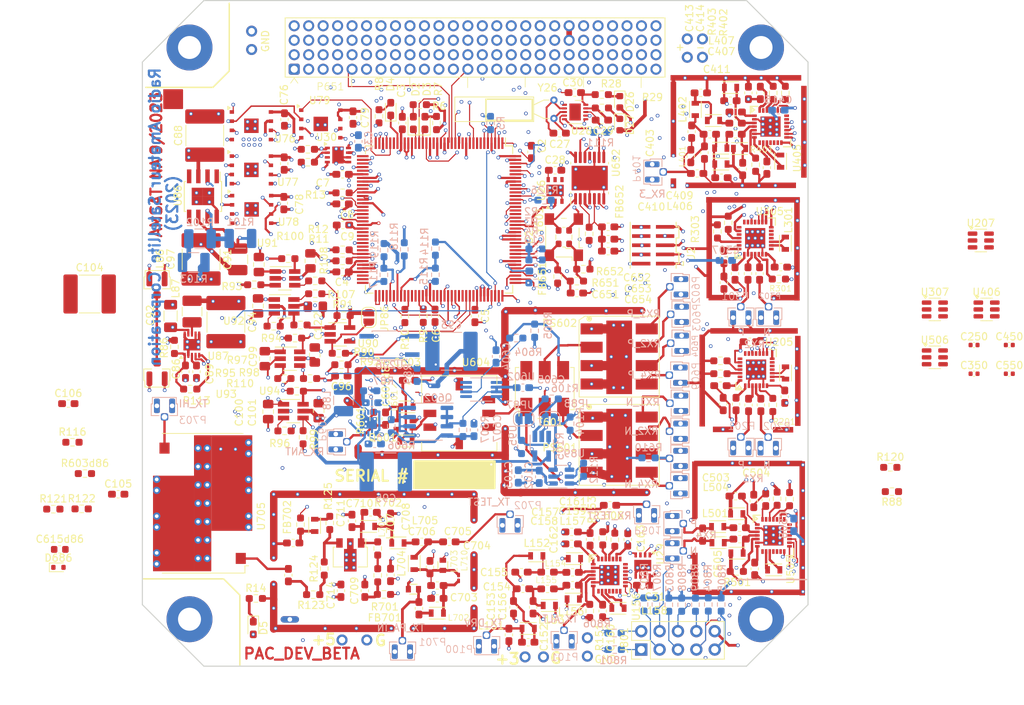
<source format=kicad_pcb>
(kicad_pcb (version 20241229) (generator "pcbnew") (generator_version "9.0")
  (title_block (title "PacSat Alpha Board") (rev "0"))
  (layers (0 "F.Cu" signal "Top Components.Cu") (4 "In1.Cu" power "GND.Cu") (6 "In2.Cu" power "Signal 1 H.Cu") (8 "In3.Cu" signal "Signal 2 V.Cu") (10 "In4.Cu" signal "Power.Cu") (2 "B.Cu" signal "BackComponets.Cu") (13 "F.Paste" user) (15 "B.Paste" user) (5 "F.SilkS" user "F.Silkscreen") (7 "B.SilkS" user "B.Silkscreen") (1 "F.Mask" user) (3 "B.Mask" user) (25 "Edge.Cuts" user))
  (net 0 "")
  (net 1 "GND")
  (net 2 "+3.3V")
  (net 3 "+1V2")
  (net 4 "Net-(U26-CEXT)")
  (net 5 "Net-(C96-Pad1)")
  (net 6 "Net-(C105-Pad1)")
  (net 7 "+5V")
  (net 8 "Net-(U28-X2)")
  (net 9 "Net-(U87-SS)")
  (net 10 "REG_3V3")
  (net 11 "REG_1V2")
  (net 12 "AX5043_3V3")
  (net 13 "SSPA_VCC")
  (net 14 "TX_OUT_DRV")
  (net 15 "/TX_ax5043/TXb_N")
  (net 16 "/TX_ax5043/TXb_P")
  (net 17 "/TX_ax5043/TXANT_P")
  (net 18 "/TX_ax5043/TXa_P")
  (net 19 "/TX_ax5043/TCANT_N")
  (net 20 "/TX_ax5043/TXa_N")
  (net 21 "Net-(U28-X1)")
  (net 22 "Net-(C603-Pad1)")
  (net 23 "Net-(C152-Pad1)")
  (net 24 "/RX_1_ax5044/RXANT_P")
  (net 25 "/RX_1_ax5044/RX1_P")
  (net 26 "/RX_1_ax5044/RXANT_N")
  (net 27 "/RX_1_ax5044/RX1_N")
  (net 28 "/RX_2_ax5045/RX2ANT_P")
  (net 29 "/RX_2_ax5045/RX2a_P")
  (net 30 "Net-(C159-Pad1)")
  (net 31 "Net-(C160-Pad1)")
  (net 32 "Net-(D2-K)")
  (net 33 "Net-(D2-A)")
  (net 34 "Net-(U156-CLK16P)")
  (net 35 "Net-(D3-K)")
  (net 36 "/RX_2_ax5045/RX2ANT_N")
  (net 37 "Net-(D3-A)")
  (net 38 "/RX_2_ax5045/RX2A_N")
  (net 39 "Net-(C203-Pad1)")
  (net 40 "Net-(U205-CLK16P)")
  (net 41 "Net-(U305-CLK16P)")
  (net 42 "Net-(P601-In)")
  (net 43 "Net-(C402-Pad1)")
  (net 44 "/RX_3_ax5045/RX3b_N")
  (net 45 "/RX_3_ax5045/RX3b_P")
  (net 46 "UART_RX1")
  (net 47 "UART_TX1")
  (net 49 "/RX_3_ax5045/RX3_P")
  (net 50 "Net-(C411-Pad1)")
  (net 51 "ATTACHED")
  (net 52 "ALERT_SIGNAL")
  (net 53 "FCODE_D0")
  (net 54 "FCODE_D3")
  (net 55 "FCODE_STROBE")
  (net 56 "CMD_MODE")
  (net 57 "Net-(C412-Pad1)")
  (net 58 "Net-(U405-CLK16P)")
  (net 59 "Net-(U305-L2)")
  (net 60 "Net-(U305-L1)")
  (net 61 "Net-(U405-L2)")
  (net 62 "Net-(U405-L1)")
  (net 63 "Net-(U505-L2)")
  (net 64 "Net-(U505-L1)")
  (net 65 "/RX_3_ax5045/RX3_N")
  (net 66 "/RX_3_ax5045/RX3a_P")
  (net 67 "Net-(C505-Pad1)")
  (net 68 "Net-(U505-CLK16P)")
  (net 69 "Net-(Q601-G)")
  (net 70 "VSYS")
  (net 71 "PB_ENABLE")
  (net 73 "UART_TX2")
  (net 74 "UART_RX2")
  (net 78 "Net-(T601-AA)")
  (net 79 "Net-(U90-EN_N)")
  (net 80 "Net-(U2-N2HET1_11)")
  (net 81 "Net-(D686-A)")
  (net 82 "Net-(U94-SETI)")
  (net 83 "Net-(U92-ON)")
  (net 84 "Net-(U205-ANTP1)")
  (net 85 "Clock0")
  (net 86 "Net-(C303-Pad1)")
  (net 87 "Net-(C304-Pad1)")
  (net 88 "Clock1")
  (net 89 "Net-(U405-ANTP1)")
  (net 90 "/RX_3_ax5045/RX3a_N")
  (net 91 "Clock2")
  (net 95 "Net-(C504-Pad1)")
  (net 102 "Clock3")
  (net 111 "Net-(U205-VDD_IO)")
  (net 114 "Net-(U405-GPADC1)")
  (net 115 "Net-(U405-GPADC2)")
  (net 124 "Net-(U505-ANTP1)")
  (net 127 "Net-(U505-GPADC1)")
  (net 128 "Net-(U505-GPADC2)")
  (net 130 "Clock4")
  (net 131 "AX5043_SEL_TX")
  (net 132 "AX5043_IRQ")
  (net 133 "AX5043_SEL1")
  (net 134 "AX5043_MOSI")
  (net 135 "AX5043_SEL2")
  (net 136 "AX5043_MISO")
  (net 137 "AX5043_SEL3")
  (net 138 "AX5043_CLK")
  (net 139 "Net-(U205-L2)")
  (net 140 "Net-(U205-L1)")
  (net 141 "FAULT_N")
  (net 142 "Net-(U305-VDD_IO)")
  (net 143 "Net-(U2-nTRST)")
  (net 144 "Net-(D4-A)")
  (net 145 "VER_BIT3")
  (net 146 "VER_BIT2")
  (net 147 "VER_BIT1")
  (net 148 "VER_BIT0")
  (net 149 "Net-(U2-nPORRST)")
  (net 150 "I2C_SDA")
  (net 151 "I2C_SCL")
  (net 152 "Net-(U92-SETI)")
  (net 153 "AX5043_SEL4")
  (net 154 "Net-(U205-GPADC1)")
  (net 155 "Net-(U156-GPADC1)")
  (net 156 "Net-(U156-GPADC2)")
  (net 157 "Net-(U305-GPADC1)")
  (net 158 "Net-(U305-GPADC2)")
  (net 159 "Net-(U405-VDD_IO)")
  (net 160 "USB_Suspend_Low")
  (net 161 "UART_CTS")
  (net 162 "UART_RTS")
  (net 163 "AX5043_IRQ_RX1")
  (net 166 "AX5043_IRQ_RX3")
  (net 167 "Net-(U91-SETI)")
  (net 168 "Net-(U505-VDD_IO)")
  (net 169 "PWR_FLAG_AX5043")
  (net 170 "Net-(C717-Pad1)")
  (net 171 "PWR_FLAG_SSPA")
  (net 172 "Clock5")
  (net 180 "Net-(U156-L1)")
  (net 181 "Net-(U156-L2)")
  (net 185 "Net-(D4-K)")
  (net 186 "Net-(J2-P6)")
  (net 187 "Net-(J2-P4)")
  (net 188 "Net-(J2-P2)")
  (net 189 "Net-(J2-P8)")
  (net 190 "Net-(J2-P7)")
  (net 193 "Net-(U87-LX)")
  (net 194 "Net-(C204-Pad2)")
  (net 195 "WDO_N")
  (net 196 "MRAM_NCS3")
  (net 197 "MRAM_NCS2")
  (net 198 "MRAM_NCS1")
  (net 201 "MRAM_MOSI")
  (net 202 "MRAM_MISO")
  (net 203 "MRAM_CLK")
  (net 204 "MRAM_NCS0")
  (net 205 "ONEWIRE")
  (net 206 "FEED_WATCHDOG")
  (net 211 "HW_POWER_OFF_N")
  (net 222 "Net-(U2-AD1IN_6)")
  (net 226 "AX5043_IRQ_RX2")
  (net 228 "AX5043_IRQ_TX")
  (net 236 "Current Fault_1V2")
  (net 238 "Net-(U2-AD1IN_13)")
  (net 239 "Current Fault_3V3")
  (net 240 "Net-(U2-AD1IN_12)")
  (net 241 "CURRENT_FAULT_U89")
  (net 245 "Net-(FB701-Pad1)")
  (net 246 "Optional Reset Push Button")
  (net 253 "Net-(U88-SS)")
  (net 254 "REG_5.0V")
  (net 255 "Net-(U86-OUT)")
  (net 256 "Net-(U88-LX)")
  (net 257 "Net-(U93-SETI)")
  (net 258 "Net-(U91-ON)")
  (net 259 "Net-(L707-Pad1)")
  (net 262 "Net-(D26-K)")
  (net 263 "Net-(D27-K)")
  (net 265 "/Rx_Power_Divider/S+")
  (net 266 "/Rx_Power_Divider/S-")
  (net 267 "Net-(U156-VDD_IO)")
  (net 269 "Net-(U602-OUT)")
  (net 270 "/Rx_Power_Divider/Port4_N")
  (net 273 "/RX_4_ax5045/RX4b_P")
  (net 274 "/RX_4_ax5045/RX4b_N")
  (net 277 "/RX_4_ax5045/RX4ANT_P")
  (net 278 "/RX_4_ax5045/RX4a_P")
  (net 279 "/RX_4_ax5045/RX4ANT_N")
  (net 280 "/RX_4_ax5045/RX4a_N")
  (net 281 "Net-(Q602-Gate)")
  (net 282 "Net-(Q601-D)")
  (net 283 "Net-(Q602-D-Pad5)")
  (net 284 "/Rx_Power_Divider/Port3_N")
  (net 285 "/Rx_Power_Divider/Port2_N")
  (net 286 "/Rx_Power_Divider/Port1_N")
  (net 287 "/Rx_Power_Divider/Port4_P")
  (net 288 "/Rx_Power_Divider/Port3_P")
  (net 289 "/Rx_Power_Divider/Port2_P")
  (net 290 "Net-(P610-In)")
  (net 291 "Net-(U28-Vbat)")
  (net 292 "Net-(U28-VCC)")
  (net 293 "Net-(U87-IN)")
  (net 294 "Net-(U88-D1)")
  (net 295 "Net-(R88-Pad1)")
  (net 296 "Net-(U652-1G)")
  (net 297 "Net-(U88-INP)")
  (net 298 "AX5043_IRQ_RX4")
  (net 301 "GIOB_3")
  (net 302 "GIOA_2")
  (net 303 "GOIB_1")
  (net 367 "GIOA_6")
  (net 372 "Net-(P701-In)")
  (net 373 "Net-(C701-Pad2)")
  (net 374 "Net-(C702-Pad2)")
  (net 375 "Net-(C703-Pad2)")
  (net 376 "Net-(C705-Pad1)")
  (net 377 "Net-(P702-In)")
  (net 378 "Net-(C706-Pad1)")
  (net 379 "Net-(C708-Pad1)")
  (net 380 "Net-(C709-Pad1)")
  (net 381 "Net-(Q701-G)")
  (net 382 "Net-(C712-Pad1)")
  (net 383 "Net-(Q701-D)")
  (net 384 "Net-(R120-Pad2)")
  (net 385 "-7V BIAS")
  (net 386 "Net-(U705-IN)")
  (net 387 "Net-(R701-Pad2)")
  (net 388 "Net-(U205-GPADC2)")
  (net 389 "Net-(U305-ANTP1)")
  (net 392 "/Rx_Power_Divider/Port1_P")
  (net 393 "Net-(D5-K)")
  (net 394 "Net-(U86-FB)")
  (net 395 "Net-(R102-Pad2)")
  (net 396 "Net-(TP1-In)")
  (net 397 "Net-(Y601-VDD)")
  (net 398 "Net-(Y601-VC)")
  (net 399 "Net-(U652-CLKIN)")
  (net 400 "Net-(U95-EN_N)")
  (net 401 "Alarm XMIT Shutdown")
  (net 402 "Net-(U95-WDO_N)")
  (net 403 "Net-(U89-CT)")
  (net 404 "Net-(U28-INTB_N)")
  (net 405 "Net-(U89-QOD)")
  (net 406 "Net-(P401-In)")
  (net 407 "Net-(P101-In)")
  (net 408 "AX5043 PWR CTL")
  (net 409 "PA PWR CTL")
  (net 410 "Net-(R123-Pad2)")
  (net 413 "unconnected-(U2-N2HET1_5-Pad31)")
  (net 414 "unconnected-(U2-AD1IN_5-Pad78)")
  (net 416 "Find me a CPU gate!")
  (net 417 "Net-(P703-In)")
  (footprint "Capacitor_SMD:C_0603_1608Metric_Pad1.08x0.95mm_HandSolder" (layer "F.Cu") (at 203.7715 78.9305 90)
    (property "Reference" "C2")
    (property "Value" "100n")
  )
  (footprint "Capacitor_SMD:C_0603_1608Metric_Pad1.08x0.95mm_HandSolder" (layer "F.Cu") (at 185.928 74.93 90)
    (property "Reference" "C3")
    (property "Value" "100n")
  )
  (footprint "Capacitor_SMD:C_0603_1608Metric_Pad1.08x0.95mm_HandSolder" (layer "F.Cu") (at 177.673 95.504 180)
    (property "Reference" "C4")
    (property "Value" "100n")
  )
  (footprint "Capacitor_SMD:C_0603_1608Metric_Pad1.08x0.95mm_HandSolder" (layer "F.Cu") (at 195.961 101.6 -90)
    (property "Reference" "C5")
    (property "Value" "100n")
  )
  (footprint "Capacitor_SMD:C_0603_1608Metric_Pad1.08x0.95mm_HandSolder" (layer "F.Cu") (at 190.4492 101.5746 -90)
    (property "Reference" "C6")
    (property "Value" "100n")
  )
  (footprint "Capacitor_SMD:C_0603_1608Metric_Pad1.08x0.95mm_HandSolder" (layer "F.Cu") (at 177.673 82.0166 180)
    (property "Reference" "C7")
    (property "Value" "100n")
  )
  (footprint "Capacitor_SMD:C_0603_1608Metric_Pad1.08x0.95mm_HandSolder" (layer "F.Cu") (at 177.673 86.106 180)
    (property "Reference" "C8")
    (property "Value" "100n")
  )
  (footprint "Capacitor_SMD:C_0603_1608Metric_Pad1.08x0.95mm_HandSolder" (layer "F.Cu") (at 177.7238 89.027 180)
    (property "Reference" "C9")
    (property "Value" "100n")
  )
  (footprint "LED_SMD:LED_0603_1608Metric_Pad1.05x0.95mm_HandSolder" (layer "F.Cu") (at 187.452 74.93 90)
    (property "Reference" "D2")
    (property "Value" "RED")
  )
  (footprint "LED_SMD:LED_0603_1608Metric_Pad1.05x0.95mm_HandSolder" (layer "F.Cu") (at 189.0522 74.93 90)
    (property "Reference" "D3")
    (property "Value" "YEL")
  )
  (footprint "PacSatDev_ti:TQFP-144_20x20mm_Pitch0.5mm" (layer "F.Cu") (at 191.008 88.265 -90)
    (property "Reference" "U2")
    (property "Value" "TMS570LS0914PGE")
  )
  (footprint "Capacitor_SMD:C_0805_2012Metric_Pad1.18x1.45mm_HandSolder" (layer "F.Cu") (at 165.989 100.208 -90)
    (property "Reference" "C98" (hide yes))
    (property "Value" "1u")
  )
  (footprint "Capacitor_SMD:C_0805_2012Metric_Pad1.18x1.45mm_HandSolder" (layer "F.Cu") (at 166.924 107.5 -90)
    (property "Reference" "C99")
    (property "Value" "1u")
  )
  (footprint "Resistor_SMD:R_0603_1608Metric_Pad0.98x0.95mm_HandSolder" (layer "F.Cu") (at 238.866973 70.765075 90)
    (property "Reference" "R402")
    (property "Value" "0R")
  )
  (footprint "Capacitor_SMD:C_0603_1608Metric_Pad1.08x0.95mm_HandSolder" (layer "F.Cu") (at 190.7665 140.628)
    (property "Reference" "C702" (hide yes))
    (property "Value" "5p6")
  )
  (footprint "Capacitor_SMD:C_0603_1608Metric_Pad1.08x0.95mm_HandSolder" (layer "F.Cu") (at 180.7464 139.5741 90)
    (property "Reference" "C709")
    (property "Value" "100p")
  )
  (footprint "PacSatDev_misc:L_Murata_LQH2MCNxxxx02_2.0x1.6mm" (layer "F.Cu") (at 237.2614 136.6774)
    (property "Reference" "L505" (hide yes))
    (property "Value" "0")
  )
  (footprint "Capacitor_SMD:C_0603_1608Metric_Pad1.08x0.95mm_HandSolder" (layer "F.Cu") (at 232.5487 130.864473 180)
    (property "Reference" "C502" (hide yes))
    (property "Value" "22p")
  )
  (footprint "PacSatDev_misc:RF_SHIELD_BMI_S_202_F_U401" (layer "F.Cu") (at 223.319973 68.733075 -90)
    (property "Reference" "U401" (hide yes))
    (property "Value" "RFShield_OnePiece")
  )
  (footprint "Package_TO_SOT_SMD:SOT-23-6" (layer "F.Cu") (at 266.6775 100.695)
    (property "Reference" "U406")
    (property "Value" "TPS22929D")
  )
  (footprint "PacSatDev_misc:Wire_Hole" (layer "F.Cu") (at 227.4136 63.3 90)
    (property "Reference" "H20" (hide yes))
    (property "Value" "Wire_Hole" (hide yes))
  )
  (footprint "Capacitor_SMD:C_0603_1608Metric_Pad1.08x0.95mm_HandSolder" (layer "F.Cu") (at 178.9684 129.9221 90)
    (property "Reference" "C711")
    (property "Value" "15p")
  )
  (footprint "Resistor_SMD:R_0603_1608Metric_Pad0.98x0.95mm_HandSolder" (layer "F.Cu") (at 177.510754 108.334546 180)
    (property "Reference" "R92")
    (property "Value" "1K")
  )
  (footprint "Resistor_SMD:R_0603_1608Metric_Pad0.98x0.95mm_HandSolder" (layer "F.Cu") (at 171.8564 102.8446)
    (property "Reference" "R109" (hide yes))
    (property "Value" "0R")
  )
  (footprint "Capacitor_SMD:C_0603_1608Metric_Pad1.08x0.95mm_HandSolder" (layer "F.Cu") (at 235.482 113.8943 -90)
    (property "Reference" "C202" (hide yes))
    (property "Value" "4p3")
  )
  (footprint "Capacitor_SMD:C_0603_1608Metric_Pad1.08x0.95mm_HandSolder" (layer "F.Cu") (at 211.875 132.461 -90)
    (property "Reference" "C162")
    (property "Value" "10p")
  )
  (footprint "Capacitor_SMD:C_2220_5750Metric_Pad1.97x5.40mm_HandSolder" (layer "F.Cu") (at 158.115 93.777 -90)
    (property "Reference" "C91")
    (property "Value" "22u 10V")
  )
  (footprint "Package_TO_SOT_SMD:SOT-89-3" (layer "F.Cu") (at 178.7384 134.9201 -90)
    (property "Reference" "Q701" (hide yes))
    (property "Value" "ATF05MS004NT1")
  )
  (footprint "PacSatDev_everspin:MR2xH40_DFN_SmallFlag" (layer "F.Cu") (at 165.067 81.407 -90)
    (property "Reference" "U77")
    (property "Value" "MR25H40CDE" (hide yes))
  )
  (footprint "Capacitor_SMD:C_0603_1608Metric_Pad1.08x0.95mm_HandSolder" (layer "F.Cu") (at 210.058 98.425)
    (property "Reference" "C651")
    (property "Value" "0.1u")
  )
  (footprint "Resistor_SMD:R_0603_1608Metric_Pad0.98x0.95mm_HandSolder" (layer "F.Cu") (at 165.462 97.282 180)
    (property "Reference" "R93")
    (property "Value" "45k8 1%")
  )
  (footprint "PacSatDev_misc:U_FL SMD" (layer "F.Cu") (at 152.019 96.4946 180)
    (property "Reference" "TP2" (hide yes))
    (property "Value" "U_FL")
  )
  (footprint "Capacitor_SMD:C_0603_1608Metric_Pad1.08x0.95mm_HandSolder" (layer "F.Cu") (at 229.894 111.2273)
    (property "Reference" "C206" (hide yes))
    (property "Value" "10p")
  )
  (footprint "Resistor_SMD:R_0603_1608Metric_Pad0.98x0.95mm_HandSolder" (layer "F.Cu") (at 182.7022 74 90)
    (property "Reference" "R8")
    (property "Value" "3K")
  )
  (footprint "Capacitor_SMD:C_0603_1608Metric_Pad1.08x0.95mm_HandSolder" (layer "F.Cu") (at 232.053 113.7673 -90)
    (property "Reference" "C203" (hide yes))
    (property "Value" "10n")
  )
  (footprint "PacSatDev_misc:Wire_Hole" (layer "F.Cu") (at 181.0258 146.3802 90)
    (property "Reference" "H15" (hide yes))
    (property "Value" "Wire_Hole" (hide yes))
  )
  (footprint "LED_SMD:LED_0603_1608Metric_Pad1.05x0.95mm_HandSolder" (layer "F.Cu") (at 165.3286 144.7292 -90)
    (property "Reference" "D5")
    (property "Value" "LED")
  )
  (footprint "Capacitor_SMD:C_0603_1608Metric_Pad1.08x0.95mm_HandSolder" (layer "F.Cu") (at 214.376 89.281)
    (property "Reference" "C652")
    (property "Value" "0.1u")
  )
  (footprint "Resistor_SMD:R_0603_1608Metric_Pad0.98x0.95mm_HandSolder" (layer "F.Cu") (at 181.973489 115.824 90)
    (property "Reference" "R601")
    (property "Value" "500K")
  )
  (footprint "Capacitor_SMD:C_0603_1608Metric_Pad1.08x0.95mm_HandSolder" (layer "F.Cu") (at 227.690973 79.020075 -90)
    (property "Reference" "C403")
    (property "Value" "27p")
  )
  (footprint "Capacitor_SMD:C_0603_1608Metric_Pad1.08x0.95mm_HandSolder" (layer "F.Cu") (at 226.674973 81.9)
    (property "Reference" "C401" (hide yes))
    (property "Value" "27p")
  )
  (footprint "PacSatDev_maxim:TDFN_T633_2" (layer "F.Cu") (at 207.042 84.2475 90)
    (property "Reference" "U26")
    (property "Value" "DS28E83Q+T" (hide yes))
  )
  (footprint "Capacitor_SMD:C_0603_1608Metric_Pad1.08x0.95mm_HandSolder" (layer "F.Cu") (at 235.307 95.7326 -90)
    (property "Reference" "C302" (hide yes))
    (property "Value" "4p3")
  )
  (footprint "PacSatDev_misc:TDFN-10-1EP_3x3mm_P0.5mm_EP0.9x2mm" (layer "F.Cu") (at 209.8075 73.406)
    (property "Reference" "U28")
    (property "Value" "MAX31331TETB+")
  )
  (footprint "Resistor_SMD:R_0603_1608Metric_Pad0.98x0.95mm_HandSolder" (layer "F.Cu") (at 173.8884 98.5266 180)
    (property "Reference" "R107")
    (property "Value" "10K")
  )
  (footprint "Resistor_SMD:R_0603_1608Metric_Pad0.98x0.95mm_HandSolder" (layer "F.Cu") (at 173.181 110.241)
    (property "Reference" "R98")
    (property "Value" "10K")
  )
  (footprint "Resistor_SMD:R_0603_1608Metric_Pad0.98x0.95mm_HandSolder" (layer "F.Cu") (at 172.8743 78.5622)
    (property "Reference" "R30" (hide yes))
    (property "Value" "4k7")
  )
  (footprint "Capacitor_SMD:C_0603_1608Metric_Pad1.08x0.95mm_HandSolder" (layer "F.Cu") (at 234.5 127.164 90)
    (property "Reference" "C506" (hide yes))
    (property "Value" "6.8p")
  )
  (footprint "PacSatDev_misc:CUBESAT_MOUNT_HOLE" (layer "F.Cu") (at 235.5088 143.51)
    (property "Reference" "H104" (hide yes))
    (property "Value" "CUBESAT_MOUNT_HOLE" (hide yes))
  )
  (footprint "PacSatDev_misc:PacSat_Dev_4_26" (layer "F.Cu") (at 170.9856 67.4906)
    (property "Reference" "P651")
    (property "Value" "Conn_04x26_Pin")
  )
  (footprint "PacSatDev_misc:Wire_Hole" (layer "F.Cu") (at 205.4352 148.717 180)
    (property "Reference" "H13" (hide yes))
    (property "Value" "Wire_Hole" (hide yes))
  )
  (footprint "PacSatDev_misc:L_Murata_LQH2MCNxxxx02_2.0x1.6mm" (layer "F.Cu") (at 229.957488 80.59794)
    (property "Reference" "L403" (hide yes))
    (property "Value" "68n")
  )
  (footprint "Resistor_SMD:R_0603_1608Metric_Pad0.98x0.95mm_HandSolder" (layer "F.Cu") (at 177.1555 106.751)
    (property "Reference" "R90")
    (property "Value" "10k")
  )
  (footprint "Capacitor_SMD:C_0603_1608Metric_Pad1.08x0.95mm_HandSolder" (layer "F.Cu") (at 227.182973 70.765075)
    (property "Reference" "C405" (hide yes))
    (property "Value" "1p")
  )
  (footprint "PacSatDev_maxim:TDFN_T1033_1" (layer "F.Cu") (at 156.853 105.5685 90)
    (property "Reference" "U87")
    (property "Value" "MAX1556AEBT+" (hide yes))
  )
  (footprint "Capacitor_SMD:C_0603_1608Metric_Pad1.08x0.95mm_HandSolder" (layer "F.Cu") (at 203.327 146.685 180)
    (property "Reference" "C152")
    (property "Value" "NS")
  )
  (footprint "Capacitor_SMD:C_0603_1608Metric_Pad1.08x0.95mm_HandSolder" (layer "F.Cu") (at 238.784 112.7513 90)
    (property "Reference" "C204" (hide yes))
    (property "Value" "10n")
  )
  (footprint "Capacitor_SMD:C_0603_1608Metric_Pad1.08x0.95mm_HandSolder" (layer "F.Cu") (at 233.760473 70.765075 90)
    (property "Reference" "C413")
    (property "Value" "6.8p")
  )
  (footprint "PacSatDev_murata:L_0603" (layer "F.Cu") (at 191.5285 136.056 -90)
    (property "Reference" "L703")
    (property "Value" "18n")
  )
  (footprint "Capacitor_SMD:C_0603_1608Metric_Pad1.08x0.95mm_HandSolder" (layer "F.Cu") (at 157.48 109.3005 -90)
    (property "Reference" "C89")
    (property "Value" "1000p")
  )
  (footprint "Capacitor_SMD:C_2220_5750Metric_Pad1.97x5.40mm_HandSolder" (layer "F.Cu") (at 142.7125 98.56)
    (property "Reference" "C104")
    (property "Value" "10u 10v")
  )
  (footprint "Inductor_SMD:L_0603_1608Metric_Pad1.05x0.95mm_HandSolder" (layer "F.Cu") (at 225.8 79.5 -90)
    (property "Reference" "L401")
    (property "Value" "30nh")
  )
  (footprint "Capacitor_SMD:C_0603_1608Metric_Pad1.08x0.95mm_HandSolder" (layer "F.Cu") (at 169.602354 80.529653 -90)
    (property "Reference" "C77" (hide yes))
    (property "Value" "100n")
  )
  (footprint "Resistor_SMD:R_0603_1608Metric_Pad0.98x0.95mm_HandSolder" (layer "F.Cu") (at 237.133 113.8943 -90)
    (property "Reference" "R201")
    (property "Value" "50")
  )
  (footprint "PacSatDev_misc:Mini-Circuits_HF1139_LandPatternPL-230" (layer "F.Cu") (at 158.3309 127.4826 180)
    (property "Reference" "U705")
    (property "Value" "SXBP-425+")
  )
  (footprint "PacSatDev_misc:Wire_Hole" (layer "F.Cu") (at 211.5058 148.6154 90)
    (property "Reference" "H10" (hide yes))
    (property "Value" "Wire_Hole" (hide yes))
  )
  (footprint "Resistor_SMD:R_0603_1608Metric_Pad0.98x0.95mm_HandSolder" (layer "F.Cu") (at 173.8884 96.7486)
    (property "Reference" "R108")
    (property "Value" "0R")
  )
  (footprint "Capacitor_SMD:C_0603_1608Metric_Pad1.08x0.95mm_HandSolder" (layer "F.Cu") (at 186.856 110.49)
    (property "Reference" "C603")
    (property "Value" "0.1 u")
  )
  (footprint "PacSatDev_misc:L_Murata_LQH2MCNxxxx02_2.0x1.6mm" (layer "F.Cu") (at 190.7665 142.66)
    (property "Reference" "L702")
    (property "Value" "43n")
  )
  (footprint "PacSatDev_misc:CUBESAT_MOUNT_HOLE" (layer "F.Cu") (at 235.5088 64.4906)
    (property "Reference" "H103" (hide yes))
    (property "Value" "CUBESAT_MOUNT_HOLE" (hide yes))
  )
  (footprint "PacSatDev_misc:L_Murata_LQH2MCNxxxx02_2.0x1.6mm" (layer "F.Cu") (at 181.2544 130.6841 180)
    (property "Reference" "L706")
    (property "Value" "5n5")
  )
  (footprint "Resistor_SMD:R_0603_1608Metric_Pad0.98x0.95mm_HandSolder" (layer "F.Cu") (at 234.757029 80.693912 -90)
    (property "Reference" "R401")
    (property "Value" "50")
  )
  (footprint "Capacitor_SMD:C_0603_1608Metric_Pad1.08x0.95mm_HandSolder" (layer "F.Cu") (at 213.5124 74.5236 180)
    (property "Reference" "C29")
    (property "Value" "22u")
  )
  (footprint "Capacitor_SMD:C_0603_1608Metric_Pad1.08x0.95mm_HandSolder" (layer "F.Cu") (at 169.642268 74.442776 -90)
    (property "Reference" "C76")
    (property "Value" "100n")
  )
  (footprint "PacSatDev_misc:Wire_Hole" (layer "F.Cu") (at 211.5058 146.0754 90)
    (property "Reference" "H11" (hide yes))
    (property "Value" "Wire_Hole" (hide yes))
  )
  (footprint "Capacitor_SMD:C_0603_1608Metric_Pad1.08x0.95mm_HandSolder" (layer "F.Cu") (at 214.63 127.762 180)
    (property "Reference" "C606")
    (property "Value" "1n")
  )
  (footprint "Capacitor_SMD:C_0603_1608Metric_Pad1.08x0.95mm_HandSolder" (layer "F.Cu") (at 202.6 139.3 180)
    (property "Reference" "C154")
    (property "Value" "5p1")
  )
  (footprint "PacSatDev_misc:L_Murata_LQH2MCNxxxx02_2.0x1.6mm" (layer "F.Cu") (at 232.185808 134.368333)
    (property "Reference" "L504")
    (property "Value" "68n")
  )
  (footprint "PacSatDev_misc:L_Murata_LQH2MCNxxxx02_2.0x1.6mm" (layer "F.Cu") (at 229.5144 130.7084)
    (property "Reference" "L501")
    (property "Value" "68n")
  )
  (footprint "PacSatDev_misc:L_Murata_LQH2MCNxxxx02_2.0x1.6mm" (layer "F.Cu") (at 206.248 141.605)
    (property "Reference" "L153")
    (property "Value" "27n")
  )
  (footprint "Resistor_SMD:R_0603_1608Metric_Pad0.98x0.95mm_HandSolder" (layer "F.Cu") (at 172.212 118.364 90)
    (property "Reference" "R99")
    (property "Value" "10K")
  )
  (footprint "Capacitor_SMD:C_0603_1608Metric_Pad1.08x0.95mm_HandSolder" (layer "F.Cu") (at 179.113526 74.173365 -90)
    (property "Reference" "C79")
    (property "Value" "100n")
  )
  (footprint "Package_TO_SOT_SMD:SOT-23-6_Handsoldering" (layer "F.Cu") (at 169.7095 96.398)
    (property "Reference" "U91")
    (property "Value" "MAX4995ALAUT")
  )
  (footprint "Resistor_SMD:R_0603_1608Metric_Pad0.98x0.95mm_HandSolder" (layer "F.Cu") (at 182.5244 133.7321 90)
    (property "Reference" "R702")
    (property "Value" "0")
  )
  (footprint "Capacitor_SMD:C_0603_1608Metric_Pad1.08x0.95mm_HandSolder" (layer "F.Cu") (at 192.4304 132.8166)
    (property "Reference" "C705")
    (property "Value" "2200p")
  )
  (footprint "Capacitor_SMD:C_0603_1608Metric_Pad1.08x0.95mm_HandSolder" (layer "F.Cu") (at 177.4444 139.5741 90)
    (property "Reference" "C714")
    (property "Value" "10u")
  )
  (footprint "Resistor_SMD:R_0603_1608Metric_Pad0.98x0.95mm_HandSolder" (layer "F.Cu") (at 229.894 107.7983 180)
    (property "Reference" "R203" (hide yes))
    (property "Value" "0R")
  )
  (footprint "Capacitor_SMD:C_0805_2012Metric_Pad1.18x1.45mm_HandSolder" (layer "F.Cu") (at 166.1065 94.488 90)
    (property "Reference" "C97")
    (property "Value" "1u")
  )
  (footprint "RF_Mini-Circuits:Mini-Circuits_CD542_H2.84mm" (layer "F.Cu") (at 205.613 111.633 90)
    (property "Reference" "T601")
    (property "Value" "ADT4-1WT+")
  )
  (footprint "Capacitor_SMD:C_0402_1005Metric" (layer "F.Cu") (at 269.82 109.58)
    (property "Reference" "C550")
    (property "Value" ".1u")
  )
  (footprint "Capacitor_SMD:C_0603_1608Metric_Pad1.08x0.95mm_HandSolder" (layer "F.Cu") (at 213.614 142.367 -90)
    (property "Reference" "C160")
    (property "Value" "10n")
  )
  (footprint "Inductor_SMD:L_1210_3225Metric_Pad1.42x2.65mm_HandSolder" (layer "F.Cu") (at 156.869 100.984 90)
    (property "Reference" "L87")
    (property "Value" "3u3")
  )
  (footprint "Capacitor_SMD:C_0603_1608Metric_Pad1.08x0.95mm_HandSolder" (layer "F.Cu") (at 209.462 137.033 180)
    (property "Reference" "C157")
    (property "Value" "4p3")
  )
  (footprint "Capacitor_SMD:C_0603_1608Metric_Pad1.08x0.95mm_HandSolder" (layer "F.Cu") (at 232.970847 81.289306 -90)
    (property "Reference" "C408" (hide yes))
    (property "Value" "10p")
  )
  (footprint "Capacitor_SMD:C_0402_1005Metric" (layer "F.Cu") (at 264.95 109.58)
    (property "Reference" "C350")
    (property "Value" ".1u")
  )
  (footprint "PacSatDev_misc:Wire_Hole" (layer "F.Cu") (at 225.3136 63.3 90)
    (property "Reference" "H18" (hide yes))
    (property "Value" "Wire_Hole" (hide yes))
  )
  (footprint "Capacitor_SMD:C_0603_1608Metric_Pad1.08x0.95mm_HandSolder" (layer "F.Cu") (at 209.764 70.723 180)
    (property "Reference" "C30")
    (property "Value" "22u")
  )
  (footprint "PacSatDev_misc:Wire_Hole" (layer "F.Cu") (at 227.4136 65.84 90)
    (property "Reference" "H21" (hide yes))
    (property "Value" "Wire_Hole" (hide yes))
  )
  (footprint "Resistor_SMD:R_0603_1608Metric_Pad0.98x0.95mm_HandSolder" (layer "F.Cu") (at 142.0575 123.38)
    (property "Reference" "R603d86")
    (property "Value" "27    1/2 Watt")
  )
  (footprint "PacSatDev_misc:L_Murata_LQH2MCNxxxx02_2.0x1.6mm" (layer "F.Cu") (at 203.327 144.78)
    (property "Reference" "L151")
    (property "Value" "0")
  )
  (footprint "Resistor_SMD:R_0603_1608Metric_Pad0.98x0.95mm_HandSolder" (layer "F.Cu") (at 229.894 109.5763 180)
    (property "Reference" "R202" (hide yes))
    (property "Value" "0R")
  )
  (footprint "PacSatDev_misc:L_Murata_LQH2MCNxxxx02_2.0x1.6mm" (layer "F.Cu") (at 229.574684 132.92384)
    (property "Reference" "L502" (hide yes))
    (property "Value" "68n")
  )
  (footprint "Resistor_SMD:R_0603_1608Metric_Pad0.98x0.95mm_HandSolder" (layer "F.Cu") (at 213.5124 72.8472)
    (property "Reference" "R29")
    (property "Value" "4k7")
  )
  (footprint "Package_TO_SOT_SMD:SOT-23-6_Handsoldering" (layer "F.Cu") (at 169.592 100.269)
    (property "Reference" "U92")
    (property "Value" "MAX4995ALAUT")
  )
  (footprint "PacSatDev_misc:RF_SHIELD_BMI_S_201_F_U301" (layer "F.Cu") (at 228.326932 99.1616)
    (property "Reference" "U301" (hide yes))
    (property "Value" "RFShield_OnePiece")
  )
  (footprint "Resistor_SMD:R_0603_1608Metric_Pad0.98x0.95mm_HandSolder" (layer "F.Cu") (at 210.947 95.123)
    (property "Reference" "R652")
    (property "Value" "10K")
  )
  (footprint "Resistor_SMD:R_0603_1608Metric_Pad0.98x0.95mm_HandSolder" (layer "F.Cu") (at 237.974 96.4946)
    (property "Reference" "R301")
    (property "Value" "50")
  )
  (footprint "Capacitor_SMD:C_0603_1608Metric_Pad1.08x0.95mm_HandSolder" (layer "F.Cu") (at 232.0025 73.406 180)
    (property "Reference" "C411")
    (property "Value" "10n")
  )
  (footprint "Resistor_SMD:R_0603_1608Metric_Pad0.98x0.95mm_HandSolder" (layer "F.Cu") (at 172.8743 80.3402)
    (property "Reference" "R31" (hide yes))
    (property "Value" "4k7")
  )
  (footprint "Package_TO_SOT_SMD:SOT-23-6" (layer "F.Cu") (at 259.5275 100.695)
    (property "Reference" "U307")
    (property "Value" "TPS22929D")
  )
  (footprint "Capacitor_SMD:C_0603_1608Metric_Pad1.08x0.95mm_HandSolder" (layer "F.Cu") (at 233.7054 95.7326 -90)
    (property "Reference" "C301" (hide yes))
    (property "Value" "4p3")
  )
  (footprint "Capacitor_SMD:C_0603_1608Metric_Pad1.08x0.95mm_HandSolder" (layer "F.Cu") (at 188.2265 141.9985 -90)
    (property "Reference" "C701" (hide yes))
    (property "Value" "4p3")
  )
  (footprint "PacSatDev_misc:TB-471" (layer "F.Cu") (at 186.3 116.6 90)
    (property "Reference" "Q601")
    (property "Value" "SAV-331+")
  )
  (footprint "Resistor_SMD:R_0603_1608Metric_Pad0.98x0.95mm_HandSolder" (layer "F.Cu") (at 177.814 101.544 180)
    (property "Reference" "R91")
    (property "Value" "10k")
  )
  (footprint "Capacitor_SMD:C_0603_1608Metric_Pad1.08x0.95mm_HandSolder" (layer "F.Cu") (at 236.313172 81.099863 -90)
    (property "Reference" "C412" (hide yes))
    (property "Value" "10n")
  )
  (footprint "Resistor_SMD:R_0603_1608Metric_Pad0.98x0.95mm_HandSolder" (layer "F.Cu") (at 177.673 84.582)
    (property "Reference" "R13")
    (property "Value" "3k3")
  )
  (footprint "Resistor_SMD:R_0603_1608Metric_Pad0.98x0.95mm_HandSolder" (layer "F.Cu") (at 156.6125 111.7 180)
    (property "Reference" "R113")
    (property "Value" "3.8K")
  )
  (footprint "Capacitor_SMD:C_0603_1608Metric_Pad1.08x0.95mm_HandSolder" (layer "F.Cu") (at 170.8404 132.9701 180)
    (property "Reference" "C712" (hide yes))
    (property "Value" "100p")
  )
  (footprint "PacSatDev_everspin:MR2xH40_DFN_SmallFlag" (layer "F.Cu") (at 165.067 75.307 -90)
    (property "Reference" "U76")
    (property "Value" "MR25H40CDE" (hide yes))
  )
  (footprint "Capacitor_SMD:C_0603_1608Metric_Pad1.08x0.95mm_HandSolder" (layer "F.Cu") (at 209.335 133.096 180)
    (property "Reference" "C159")
    (property "Value" "10n")
  )
  (footprint "Inductor_SMD:L_0603_1608Metric_Pad1.05x0.95mm_HandSolder" (layer "F.Cu") (at 206 137)
    (property "Reference" "L154")
    (property "Value" "43n")
  )
  (footprint "Capacitor_SMD:C_0402_1005Metric" (layer "F.Cu") (at 264.95 105.61)
    (property "Reference" "C250")
    (property "Value" ".1u")
  )
  (footprint "Capacitor_SMD:C_0603_1608Metric_Pad1.08x0.95mm_HandSolder" (layer "F.Cu") (at 232.5487 132.434371 180)
    (property "Reference" "C503")
    (property "Value" "22p")
  )
  (footprint "Capacitor_SMD:C_0603_1608Metric_Pad1.08x0.95mm_HandSolder" (layer "F.Cu") (at 188.6204 132.8166)
    (property "Reference" "C706")
    (property "Value" "18p")
  )
  (footprint "Resistor_SMD:R_0603_1608Metric_Pad0.98x0.95mm_HandSolder" (layer "F.Cu") (at 175.14 136.5075 90)
    (property "Reference" "R124")
    (property "Value" "0")
  )
  (footprint "Diode_SMD:D_0603_1608Metric" (layer "F.Cu") (at 215.987 75.1425 -90)
    (property "Reference" "D27")
    (property "Value" "RB521CS30L,315")
  )
  (footprint "Resistor_SMD:R_0603_1608Metric_Pad0.98x0.95mm_HandSolder" (layer "F.Cu") (at 253.5975 125.87 180)
    (property "Reference" "R88")
    (property "Value" "20")
  )
  (footprint "Capacitor_SMD:C_0603_1608Metric_Pad1.08x0.95mm_HandSolder" (layer "F.Cu") (at 214.376 90.9785)
    (property "Reference" "C653")
    (property "Value" "0.1u")
  )
  (footprint "Oscillator:Oscillator_SMD_ECS_2520MV-xxx-xx-4Pin_2.5x2.0mm" (layer "F.Cu") (at 208.2546 90.7034 180)
    (property "Reference" "Y602" (hide yes))
    (property "Value" "ECS-TXO-2016-33-160-TR")
  )
  (footprint "Capacitor_SMD:C_0805_2012Metric_Pad1.18x1.45mm_HandSolder" (layer "F.Cu") (at 173.905098 100.317884 180)
    (property "Reference" "C122")
    (property "Value" "1u")
  )
  (footprint "Capacitor_SMD:C_0603_1608Metric_Pad1.08x0.95mm_HandSolder" (layer "F.Cu") (at 190.7665 138.85 180)
    (property "Reference" "C703")
    (property "Value" "4p3")
  )
  (footprint "Resistor_SMD:R_0603_1608Metric_Pad0.98x0.95mm_HandSolder" (layer "F.Cu") (at 137.6925 128.29)
    (property "Reference" "R121")
    (property "Value" "580K")
  )
  (footprint "Capacitor_SMD:C_0603_1608Metric_Pad1.08x0.95mm_HandSolder" (layer "F.Cu") (at 230.03543 82.488046)
    (property "Reference" "C406" (hide yes))
    (property "Value" "5p6")
  )
  (footprint "Capacitor_SMD:C_0603_1608Metric_Pad1.08x0.95mm_HandSolder" (layer "F.Cu") (at 146.6575 126.23)
    (property "Reference" "C105")
    (property "Value" "0.1 u")
  )
  (footprint "Capacitor_SMD:C_1206_3216Metric_Pad1.33x1.80mm_HandSolder" (layer "F.Cu") (at 153.9 101.6 90)
    (property "Reference" "C92")
    (property "Value" "10u")
  )
  (footprint "Capacitor_SMD:C_0603_1608Metric_Pad1.08x0.95mm_HandSolder" (layer "F.Cu") (at 217.082 132.486731 90)
    (property "Reference" "C163")
    (property "Value" "10n")
  )
  (footprint "Package_TO_SOT_SMD:SOT-23-6" (layer "F.Cu") (at 259.5275 107.315)
    (property "Reference" "U506")
    (property "Value" "TPS22929D")
  )
  (footprint "PacSatDev_misc:CUBESAT_MOUNT_HOLE" (layer "F.Cu") (at 156.5148 143.51)
    (property "Reference" "H102" (hide yes))
    (property "Value" "CUBESAT_MOUNT_HOLE" (hide yes))
  )
  (footprint "PacSatDev_misc:Wire_Hole" (layer "F.Cu") (at 165.1 64.77 90)
    (property "Reference" "H17" (hide yes))
    (property "Value" "Wire_Hole" (hide yes))
  )
  (footprint "PacSatDev_onsemi:QFN28" (layer "F.Cu") (at 214.542 137.414)
    (property "Reference" "U156")
    (property "Value" "AX5043" (hide yes))
  )
  (footprint "PacSatDev_misc:L_Murata_LQH2MCNxxxx02_2.0x1.6mm" (layer "F.Cu") (at 186.563 114.173 180)
    (property "Reference" "L601")
    (property "Value" "620nH")
  )
  (footprint "Jumper:SolderJumper-2_P1.3mm_Open_RoundedPad1.0x1.5mm" (layer "F.Cu") (at 181.3 101.8 -90)
    (property "Reference" "JP86")
    (property "Value" "Disable Watchdog")
  )
  (footprint "Capacitor_SMD:C_0603_1608Metric_Pad1.08x0.95mm_HandSolder" (layer "F.Cu") (at 236.151 127 -90)
    (property "Reference" "C507" (hide yes))
    (property "Value" "10p")
  )
  (footprint "Resistor_SMD:R_0603_1608Metric_Pad0.98x0.95mm_HandSolder" (layer "F.Cu") (at 182.5244 137.4386 90)
    (property "Reference" "R701")
    (property "Value" "50")
  )
  (footprint "Package_TO_SOT_SMD:SOT-23-6_Handsoldering" (layer "F.Cu") (at 170.4 107.5)
    (property "Reference" "U93")
    (property "Value" "MAX4995ALAUT")
  )
  (footprint "Capacitor_SMD:C_0805_2012Metric_Pad1.18x1.45mm_HandSolder" (layer "F.Cu") (at 173.829 106.987 90)
    (property "Reference" "C123" (hide yes))
    (property "Value" "1u")
  )
  (footprint "Resistor_SMD:R_0603_1608Metric_Pad0.98x0.95mm_HandSolder" (layer "F.Cu") (at 169.6485 117.48)
    (property "Reference" "R96")
    (property "Value" "45k8 1%")
  )
  (footprint "PacSatDev_maxim:TDFN_T833_2" (layer "F.Cu") (at 219.161 136.095 -90)
    (property "Reference" "U29")
    (property "Value" "MAX31725MTA+" (hide yes))
  )
  (footprint "Package_SO:HTSSOP-14-1EP_4.4x5mm_P0.65mm_EP3.4x5mm_Mask3x3.1mm" (layer "F.Cu") (at 211.823 82.538 90)
    (property "Reference" "U652")
    (property "Value" "CDCLVC1106")
  )
  (footprint "Capacitor_SMD:C_0805_2012Metric_Pad1.18x1.45mm_HandSolder" (layer "F.Cu") (at 167.386 114.813 -90)
    (property "Reference" "C100")
    (property "Value" "1u")
  )
  (footprint "Capacitor_SMD:C_0603_1608Metric_Pad1.08x0.95mm_HandSolder" (layer "F.Cu") (at 169.555526 85.997488 -90)
    (property "Reference" "C78")
    (property "Value" "100n")
  )
  (footprint "Capacitor_SMD:C_0603_1608Metric_Pad1.08x0.95mm_HandSolder" (layer "F.Cu") (at 233.7816 113.8936 -90)
    (property "Reference" "C201" (hide yes))
    (property "Value" "4p3")
  )
  (footprint "Resistor_SMD:R_0603_1608Metric_Pad0.98x0.95mm_HandSolder" (layer "F.Cu") (at 207.391 96.139 90)
    (property "Reference" "FB651")
    (property "Value" "FerriteBead_Small")
  )
  (footprint "Capacitor_SMD:C_0603_1608Metric_Pad1.08x0.95mm_HandSolder" (layer "F.Cu") (at 231.91 95.7326 -90)
    (property "Reference" "C303" (hide yes))
    (property "Value" "10n")
  )
  (footprint "Package_TO_SOT_SMD:SOT-23-6" (layer "F.Cu") (at 265.8775 91.165)
    (property "Reference" "U207")
    (property "Value" "TPS22929D")
  )
  (footprint "Capacitor_SMD:C_0603_1608Metric_Pad1.08x0.95mm_HandSolder" (layer "F.Cu") (at 235.411473 70.765075 90)
    (property "Reference" "C414")
    (property "Value" "10p")
  )
  (footprint "Capacitor_SMD:C_0603_1608Metric_Pad1.08x0.95mm_HandSolder" (layer "F.Cu") (at 202.4 137 180)
    (property "Reference" "C155")
    (property "Value" "11p")
  )
  (footprint "LED_SMD:LED_0603_1608Metric_Pad1.05x0.95mm_HandSolder" (layer "F.Cu") (at 184.3278 73 90)
    (property "Reference" "D4")
    (property "Value" "GRN")
  )
  (footprint "Resistor_SMD:R_0603_1608Metric_Pad0.98x0.95mm_HandSolder" (layer "F.Cu") (at 211.751896 90.244048 90)
    (property "Reference" "FB652")
    (property "Value" "FerriteBead_Small")
  )
  (footprint "PacSatDev_misc:L_Murata_LQH2MCNxxxx02_2.0x1.6mm" (layer "F.Cu") (at 209.55 140.716)
    (property "Reference" "L156")
    (property "Value" "100n")
  )
  (footprint "Resistor_SMD:R_0603_1608Metric_Pad0.98x0.95mm_HandSolder" (layer "F.Cu") (at 171.3484 111.9886)
    (property "Reference" "R110")
    (property "Value" "10K")
  )
  (footprint "PacSatDev_misc:RF_SHIELD_PAD" (layer "F.Cu") (at 170.3832 143.5354 180)
    (property "Reference" "U701" (hide yes))
    (property "Value" "RFShield_OnePiece")
  )
  (footprint "Capacitor_SMD:C_0603_1608Metric_Pad1.08x0.95mm_HandSolder" (layer "F.Cu") (at 207.042 81.456)
    (property "Reference" "C28")
    (property "Value" "470n")
  )
  (footprint "Capacitor_SMD:C_0603_1608Metric_Pad1.08x0.95mm_HandSolder" (layer "F.Cu") (at 233.958 105.1578)
    (property "Reference" "C207" (hide yes))
    (property "Value" "10n")
  )
  (footprint "PacSatDev_misc:L_Murata_LQH2MCNxxxx02_2.0x1.6mm" (layer "F.Cu") (at 187.565 135.802 90)
    (property "Reference" "L704")
    (property "Value" "1n2")
  )
  (footprint "Resistor_SMD:R_0603_1608Metric_Pad0.98x0.95mm_HandSolder" (layer "F.Cu") (at 177.673 93.98)
    (property "Reference" "R11")
    (property "Value" "1k")
  )
  (footprint "Capacitor_SMD:C_0603_1608Metric_Pad1.08x0.95mm_HandSolder" (layer "F.Cu") (at 200.66 145.669 -90)
    (property "Reference" "C151" (hide yes))
    (property "Value" "NS")
  )
  (footprint "PacSatDev_misc:RF_SHIELD_BMI_S_202_F_U501" (layer "F.Cu") (at 226.314 139.764107)
    (property "Reference" "U501" (hide yes))
    (property "Value" "RFShield_OnePiece")
  )
  (footprint "Capacitor_SMD:C_2220_5750Metric_Pad1.97x5.40mm_HandSolder" (layer "F.Cu") (at 158.623 76.6615 90)
    (property "Reference" "C88")
    (property "Value" "16V")
  )
  (footprint "Resistor_SMD:R_0603_1608Metric_Pad0.98x0.95mm_HandSolder" (layer "F.Cu") (at 177.673 92.456)
    (property "Reference" "R12")
    (property "Value" "1k")
  )
  (footprint "Resistor_SMD:R_0603_1608Metric_Pad0.98x0.95mm_HandSolder" (layer "F.Cu") (at 175.9 130.2025 -90)
    (property "Reference" "R125")
    (property "Value" "50")
  )
  (footprint "Capacitor_SMD:C_0603_1608Metric_Pad1.08x0.95mm_HandSolder" (layer "F.Cu") (at 184.3024 129.7686 90)
    (property "Reference" "C708")
    (property "Value" "15p")
  )
  (footprint "Resistor_SMD:R_0603_1608Metric_Pad0.98x0.95mm_HandSolder" (layer "F.Cu") (at 169.625 110.241)
    (property "Reference" "R95")
    (property "Value" "143k 1%")
  )
  (footprint "Crystal:Crystal_AT310_D3.0mm_L10.0mm_Horizontal" (layer "F.Cu") (at 206.883 71.755 -90)
    (property "Reference" "Y26")
    (property "Value" "AB26T-32.768KHZ-6B")
  )
  (footprint "PacSatDev_misc:CUBESAT_MOUNT_HOLE" (layer "F.Cu") (at 156.5148 64.4906)
    (property "Reference" "H101" (hide yes))
    (property "Value" "CUBESAT_MOUNT_HOLE" (hide yes))
  )
  (footprint "Package_TO_SOT_SMD:SOT-23-5_HandSoldering" (layer "F.Cu") (at 177.3 104.145)
    (property "Reference" "U90")
    (property "Value" "STWD100NYWY3F")
  )
  (footprint "PacSatDev_samtec:FTSH-105-01-L-DV-K" (layer "F.Cu") (at 220.599 91.821 90)
    (property "Reference" "J2")
    (property "Value" "CONN_02X05")
  )
  (footprint "Resistor_SMD:R_0603_1608Metric_Pad0.98x0.95mm_HandSolder" (layer "F.Cu") (at 170.1705 93.67)
    (property "Reference" "R100")
    (property "Value" "10K")
  )
  (footprint "Resistor_SMD:R_0603_1608Metric_Pad0.98x0.95mm_HandSolder" (layer "F.Cu") (at 188.8236 101.5746 90)
    (property "Reference" "R9")
    (property "Value" "1k")
  )
  (footprint "Capacitor_SMD:C_0603_1608Metric_Pad1.08x0.95mm_HandSolder" (layer "F.Cu") (at 181.543472 128.737163 180)
    (property "Reference" "C710")
    (property "Value" "56p")
  )
  (footprint "Capacitor_SMD:C_0603_1608Metric_Pad1.08x0.95mm_HandSolder" (layer "F.Cu") (at 139.7625 113.71)
    (property "Reference" "C106")
    (property "Value" "0.1 u")
  )
  (footprint "PacSatDev_misc:L_Murata_LQH2MCNxxxx02_2.0x1.6mm" (layer "F.Cu") (at 232.149637 128.942766 180)
    (property "Reference" "L503" (hide yes))
    (property "Value" "68n")
  )
  (footprint "PacSatDev_misc:Wire_Hole" (layer "F.Cu") (at 177.5968 146.3802 90)
    (property "Reference" "H14" (hide yes))
    (property "Value" "Wire_Hole" (hide yes))
  )
  (footprint "Resistor_SMD:R_0603_1608Metric_Pad0.98x0.95mm_HandSolder" (layer "F.Cu") (at 237.189473 70.765075 90)
    (property "Reference" "R403")
    (property "Value" "0R")
  )
  (footprint "PacSatDev_misc:L_Murata_LQH2MCNxxxx02_2.0x1.6mm" (layer "F.Cu") (at 232.540329 78.447653)
    (property "Reference" "L406")
    (property "Value" "150n")
  )
  (footprint "Capacitor_SMD:C_0603_1608Metric_Pad1.08x0.95mm_HandSolder" (layer "F.Cu") (at 184.3024 137.3886 90)
    (property "Reference" "C707" (hide yes))
    (property "Value" "1u")
  )
  (footprint "Diode_SMD:D_SOD-523" (layer "F.Cu") (at 138.4 136.34)
    (property "Reference" "D686")
    (property "Value" "BZX58550-C1V8-QX")
  )
  (footprint "Capacitor_SMD:C_2220_5750Metric_Pad1.97x5.40mm_HandSolder" (layer "F.Cu") (at 161.544 102.4425 -90)
    (property "Reference" "C94")
    (property "Value" "22u")
  )
  (footprint "PacSatDev_misc:L_Murata_LQH2MCNxxxx02_2.0x1.6mm" (layer "F.Cu") (at 215.734 141.986)
    (property "Reference" "L158")
    (property "Value" "0")
  )
  (footprint "Capacitor_SMD:C_0603_1608Metric_Pad1.08x0.95mm_HandSolder" (layer "F.Cu") (at 201.295 141.859 -90)
    (property "Reference" "C153")
    (property "Value" "NS")
  )
  (footprint "Capacitor_SMD:C_0603_1608Metric_Pad1.08x0.95mm_HandSolder" (layer "F.Cu") (at 177.5 109.9 180)
    (property "Reference" "C96")
    (property "Value" "10u")
  )
  (footprint "PacSatDev_misc:L_Murata_LQH2MCNxxxx02_2.0x1.6mm" (layer "F.Cu") (at 204.509 134.747)
    (property "Reference" "L152")
    (property "Value" "27n")
  )
  (footprint "Capacitor_SMD:C_0603_1608Metric_Pad1.08x0.95mm_HandSolder" (layer "F.Cu") (at 209.462 138.811 180)
    (property "Reference" "C158")
    (property "Value" "4p3")
  )
  (footprint "PacSatDev_murata:L_0603" (layer "F.Cu") (at 187.4645 139.358)
    (property "Reference" "L701" (hide yes))
    (property "Value" "100n")
  )
  (footprint "Capacitor_SMD:C_0603_1608Metric_Pad1.08x0.95mm_HandSolder" (layer "F.Cu") (at 231.988968 74.948612 180)
    (property "Reference" "C409")
    (property "Value" "4p3")
  )
  (footprint "PacSatDev_misc:L_Murata_LQH2MCNxxxx02_2.0x1.6mm" (layer "F.Cu") (at 238.863 91.5416 90)
    (property "Reference" "L301")
    (property "Value" "0")
  )
  (footprint "Capacitor_SMD:C_0603_1608Metric" (layer "F.Cu") (at 138.585 133.86)
    (property "Reference" "C615d86")
    (property "Value" "10u")
  )
  (footprint "Capacitor_SMD:C_0603_1608Metric_Pad1.08x0.95mm_HandSolder" (layer "F.Cu") (at 170.18 137.414 90)
    (property "Reference" "C717" (hide yes))
    (property "Value" "2200p")
  )
  (footprint "PacSatDev_maxim:TDFN_T833_2" (layer "F.Cu") (at 177.038 79.3496)
    (property "Reference" "U30")
    (property "Value" "MAX31725MTA+" (hide yes))
  )
  (footprint "Resistor_SMD:R_0603_1608Metric_Pad0.98x0.95mm_HandSolder" (layer "F.Cu") (at 165.6842 140.6398)
    (property "Reference" "R14")
    (property "Value" "2.4K")
  )
  (footprint "PacSatDev_MiniCircuits:CJ725" (layer "F.Cu") (at 215.9 107.188)
    (property "Reference" "PS602")
    (property "Value" "AD4PS+1")
  )
  (footprint "Inductor_SMD:L_1210_3225Metric_Pad1.42x2.65mm_HandSolder" (layer "F.Cu") (at 163.195 93.767 -90)
    (property "Reference" "L86")
    (property "Value" "3u3")
  )
  (footprint "Resistor_SMD:R_0603_1608Metric_Pad0.98x0.95mm_HandSolder" (layer "F.Cu") (at 186.2836 101.6 90)
    (property "Reference" "R10")
    (property "Value" "1k")
  )
  (footprint "Resistor_SMD:R_0603_1608Metric_Pad0.98x0.95mm_HandSolder" (layer "F.Cu") (at 239.453 126.91 90)
    (property "Reference" "R502" (hide yes))
    (property "Value" "0R")
  )
  (footprint "Resistor_SMD:R_0603_1608Metric_Pad0.98x0.95mm_HandSolder" (layer "F.Cu") (at 173.6075 140.11)
    (property "Reference" "R123")
    (property "Value" "0")
  )
  (footprint "PacSatDev_onsemi:QFN28" (layer "F.Cu") (at 236.816473 75.418075)
    (property "Reference" "U405")
    (property "Value" "AX5043" (hide yes))
  )
  (footprint "Inductor_SMD:L_0603_1608Metric_Pad1.05x0.95mm_HandSolder" (layer "F.Cu") (at 206 139.319)
    (property "Reference" "L155")
    (property "Value" "43n")
  )
  (footprint "PacSatDev_onsemi:QFN28" (layer "F.Cu") (at 234.696 90.8406 90)
    (property "Reference" "U305")
    (property "Value" "AX5043" (hide yes))
  )
  (footprint "Capacitor_SMD:C_0603_1608Metric_Pad1.08x0.95mm_HandSolder" (layer "F.Cu") (at 209.335 131.445)
    (property "Reference" "C161")
    (property "Value" "6.8p")
  )
  (footprint "Capacitor_SMD:C_0603_1608Metric_Pad1.08x0.95mm_HandSolder" (layer "F.Cu") (at 183.61 115.7875 90)
    (property "Reference" "C601d86")
    (property "Value" "6p")
  )
  (footprint "Capacitor_SMD:C_0402_1005Metric" (layer "F.Cu") (at 269.82 105.61)
    (property "Reference" "C450")
    (property "Value" ".1u")
  )
  (footprint "PacSatDev_misc:Wire_Hole" (layer "F.Cu") (at 225.3136 65.84 90)
    (property "Reference" "H19" (hide yes))
    (property "Value" "Wire_Hole" (hide yes))
  )
  (footprint "Capacitor_SMD:C_0603_1608Metric_Pad1.08x0.95mm_HandSolder" (layer "F.Cu") (at 214.376 92.6295)
    (property "Reference" "C654")
    (property "Value" "0.1u")
  )
  (footprint "PacSatDev_misc:L_Murata_LQH2MCNxxxx02_2.0x1.6mm" (layer "F.Cu") (at 185.3184 132.9701 180)
    (property "Reference" "L705")
    (property "Value" "5n5")
  )
  (footprint "Capacitor_SMD:C_0603_1608Metric_Pad1.08x0.95mm_HandSolder" (layer "F.Cu") (at 204.001 141.859 -90)
    (property "Reference" "C156")
    (property "Value" "5p6")
  )
  (footprint "Capacitor_SMD:C_0603_1608Metric_Pad1.08x0.95mm_HandSolder" (layer "F.Cu") (at 234.62994 136.539797 -90)
    (property "Reference" "C505")
    (property "Value" "10n")
  )
  (footprint "PacSatDev_misc:L_Murata_LQH2MCNxxxx02_2.0x1.6mm" (layer "F.Cu") (at 228.934473 74.575075)
    (property "Reference" "L404" (hide yes))
    (property "Value" "120n")
  )
  (footprint "Capacitor_SMD:C_0603_1608Metric_Pad1.08x0.95mm_HandSolder" (layer "F.Cu") (at 225.912973 76.124475 -90)
    (property "Reference" "C402" (hide yes))
    (property "Value" "NS")
  )
  (footprint "PacSatDev_misc:Wire_Hole" (layer "F.Cu") (at 202.8952 148.717 180)
    (property "Reference" "H12" (hide yes))
    (property "Value" "Wire_Hole" (hide yes))
  )
  (footprint "PacSatDev_misc:L_Murata_LQH2MCNxxxx02_2.0x1.6mm" (layer "F.Cu") (at 229.938002 78.396065)
    (property "Reference" "L405" (hide yes))
    (property "Value" "120n")
  )
  (footprint "Resistor_SMD:R_0603_1608Metric_Pad0.98x0.95mm_HandSolder" (layer "F.Cu") (at 210.058 96.774)
    (property "Reference" "R651")
    (property "Value" "10K")
  )
  (footprint "Capacitor_SMD:C_0603_1608Metric_Pad1.08x0.95mm_HandSolder" (layer "F.Cu") (at 228.426473 76.480075 180)
    (property "Reference" "C404" (hide yes))
    (property "Value" "12p")
  )
  (footprint "Capacitor_SMD:C_0603_1608Metric_Pad1.08x0.95mm_HandSolder" (layer "F.Cu") (at 219.202 138.815 180)
    (property "Reference" "C31")
    (property "Value" "100n")
  )
  (footprint "Capacitor_SMD:C_0603_1608Metric_Pad1.08x0.95mm_HandSolder" (layer "F.Cu") (at 230.275 113.7673 -90)
    (property "Reference" "C205" (hide yes))
    (property "Value" "6.8p")
  )
  (footprint "PacSatDev_misc:L_Murata_LQH2MCNxxxx02_2.0x1.6mm" (layer "F.Cu") (at 173.82 130.54 -90)
    (property "Reference" "L707")
    (property "Value" "16n6")
  )
  (footprint "Capacitor_SMD:C_0603_1608Metric_Pad1.08x0.95mm_HandSolder" (layer "F.Cu") (at 207.6715 76.327)
    (property "Reference" "C27")
    (property "Value" "6p")
  )
  (footprint "PacSatDev_everspin:MR2xH40_DFN_SmallFlag" (layer "F.Cu") (at 165.1 86.868 -90)
    (property "Reference" "U78")
    (property "Value" "MR25H40CDE" (hide yes))
  )
  (footprint "Resistor_SMD:R_0603_1608Metric_Pad0.98x0.95mm_HandSolder" (layer "F.Cu") (at 154.432 105.8715 -90)
    (property "Reference" "R86")
    (property "Value" "0R")
  )
  (footprint "Capacitor_SMD:C_0603_1608Metric_Pad1.08x0.95mm_HandSolder" (layer "F.Cu") (at 227.4316 131.814322 -90)
    (property "Reference" "C501" (hide yes))
    (property "Value" "4p3")
  )
  (footprint "Diode_SMD:D_0603_1608Metric" (layer "F.Cu") (at 215.987 71.993 -90)
    (property "Reference" "D26")
    (property "Value" "RB521CS30L,315")
  )
  (footprint "PacSatDev_misc:L_Murata_LQH2MCNxxxx02_2.0x1.6mm" (layer "F.Cu") (at 238.887 109.474 90)
    (property "Reference" "L201" (hide yes))
    (property "Value" "0")
  )
  (footprint "Capacitor_SMD:C_0603_1608Metric_Pad1.08x0.95mm_HandSolder" (layer "F.Cu") (at 232.0025 126.492 180)
    (property "Reference" "C504")
    (property "Value" "10n")
  )
  (footprint "Resistor_SMD:R_0603_1608Metric_Pad0.98x0.95mm_HandSolder" (layer "F.Cu") (at 230.973344 88.716476 90)
    (property "Reference" "R302" (hide yes))
    (property "Value" "0R")
  )
  (footprint "Resistor_SMD:R_0603_1608Metric_Pad0.98x0.95mm_HandSolder" (layer "F.Cu") (at 229.47896 89.910679 90)
    (property "Reference" "R303")
    (property "Value" "0R")
  )
  (footprint "PacSatDev_misc:RF_SHIELD_BMI_S_201_F_U201" (layer "F.Cu") (at 228.3968 117.3734)
    (property "Reference" "U201" (hide yes))
    (property "Value" "RFShield_OnePiece")
  )
  (footprint "Resistor_SMD:R_0603_1608Metric_Pad0.98x0.95mm_HandSolder" (layer "F.Cu") (at 215.297335 132.523294 90)
    (property "Reference" "R152" (hide yes))
    (property "Value" "0R")
  )
  (footprint "Resistor_SMD:R_0603_1608Metric_Pad0.98x0.95mm_HandSolder" (layer "F.Cu") (at 141.6075 128.26)
    (property "Reference" "R122")
    (property "Value" "420K")
  )
  (footprint "PacSatDev_misc:L_Murata_LQH2MCNxxxx02_2.0x1.6mm" (layer "F.Cu") (at 238.205473 80.202075 90)
    (property "Reference" "L408" (hide yes))
    (property "Value" "0")
  )
  (footprint "PacSatDev_onsemi:QFN28" (layer "F.Cu") (at 237.212 131.929)
    (property "Reference" "U505")
    (property "Value" "AX5043" (hide yes))
  )
  (footprint "PacSatDev_MiniCircuits:CJ725" (layer "F.Cu") (at 215.9 119.38)
    (property "Reference" "PS601")
    (property "Value" "AD4PS+1")
  )
  (footprint "PacSatDev_misc:Wire_Hole" (layer "F.Cu") (at 165.1 62.23 90)
    (property "Reference" "H16" (hide yes))
    (property "Value" "Wire_Hole" (hide yes))
  )
  (footprint "Package_TO_SOT_SMD:SOT-23-6_Handsoldering" (layer "F.Cu") (at 170.862 114.747)
    (property "Reference" "U94")
    (property "Value" "MAX4995ALAUT")
  )
  (footprint "Inductor_SMD:L_0201_0603Metric_Pad0.64x0.40mm_HandSolder" (layer "F.Cu") (at 193.7 137.8 90)
    (property "Reference" "L710")
    (property "Value" "4n7")
  )
  (footprint "Capacitor_SMD:C_0603_1608Metric_Pad1.08x0.95mm_HandSolder" (layer "F.Cu") (at 238.252 94.8436)
    (property "Reference" "C304" (hide yes))
    (property "Value" "10n")
  )
  (footprint "Resistor_SMD:R_0603_1608Metric_Pad0.98x0.95mm_HandSolder" (layer "F.Cu") (at 168.148 103.002)
    (property "Reference" "R94")
    (property "Value" "45k8 1%")
  )
  (footprint "Resistor_SMD:R_0603_1608Metric_Pad0.98x0.95mm_HandSolder" (layer "F.Cu") (at 211.836 142.367 -90)
    (property "Reference" "R151")
    (property "Value" "50")
  )
  (footprint "PacSatDev_misc:L_Murata_LQH2MCNxxxx02_2.0x1.6mm" (layer "F.Cu") (at 209.716 135.128)
    (property "Reference" "L157")
    (property "Value" "100n")
  )
  (footprint "Resistor_SMD:R_0603_1608Metric_Pad0.98x0.95mm_HandSolder" (layer "F.Cu") (at 171.1 104.653)
    (property "Reference" "R97")
    (property "Value" "10K")
  )
  (footprint "Capacitor_SMD:C_0805_2012Metric_Pad1.18x1.45mm_HandSolder" (layer "F.Cu") (at 174.371 114.686 90)
    (property "Reference" "C101")
    (property "Value" "1u")
  )
  (footprint "Capacitor_SMD:C_0603_1608Metric_Pad1.08x0.95mm_HandSolder" (layer "F.Cu") (at 230.378 93.4466 90)
    (property "Reference" "C306" (hide yes))
    (property "Value" "10p")
  )
  (footprint "Capacitor_SMD:C_0603_1608Metric_Pad1.08x0.95mm_HandSolder" (layer "F.Cu") (at 231.271789 71.849857 180)
    (property "Reference" "C407")
    (property "Value" "10p")
  )
  (footprint "Resistor_SMD:R_0603_1608Metric_Pad0.98x0.95mm_HandSolder" (layer "F.Cu") (at 213.5 71)
    (property "Reference" "R28")
    (property "Value" "4k7")
  )
  (footprint "Resistor_SMD:R_0603_1608Metric_Pad0.98x0.95mm_HandSolder" (layer "F.Cu") (at 183.3899 140.0821 180)
    (property "Reference" "FB701")
    (property "Value" "2743019447")
  )
  (footprint "Resistor_SMD:R_0603_1608Metric_Pad0.98x0.95mm_HandSolder" (layer "F.Cu") (at 171.8564 130.4301 -90)
    (property "Reference" "FB702")
    (property "Value" "2743019447")
  )
  (footprint "Capacitor_SMD:C_0603_1608Metric_Pad1.08x0.95mm_HandSolder" (layer "F.Cu") (at 189.7505 136.31 90)
    (property "Reference" "C704")
    (property "Value" "NS")
  )
  (footprint "Resistor_SMD:R_0603_1608Metric_Pad0.98x0.95mm_HandSolder" (layer "F.Cu") (at 190.6524 74.93 90)
    (property "Reference" "R7")
    (property "Value" "3K")
  )
  (footprint "Capacitor_SMD:C_0603_1608Metric_Pad1.08x0.95mm_HandSolder" (layer "F.Cu") (at 155.956 109.3005 -90)
    (property "Reference" "C86")
    (property "Value" "470n")
  )
  (footprint "PacSatDev_onsemi:QFN28" (layer "F.Cu") (at 234.823 109.0073 90)
    (property "Reference" "U205")
    (property "Value" "AX5043" (hide yes))
  )
  (footprint "PacSatDev_misc:U_FL SMD" (layer "F.Cu") (at 152.0308 110.2614)
    (property "Reference" "TP1" (hide yes))
    (property "Value" "U_FL")
  )
  (footprint "PacSatDev_misc:L_Murata_LQH2MCNxxxx02_2.0x1.6mm" (layer "F.Cu") (at 226.420973 73.051075 90)
    (property "Reference" "L402")
    (property "Value" "68n")
  )
  (footprint "Resistor_SMD:R_0603_1608Metric_Pad0.98x0.95mm_HandSolder" (layer "F.Cu") (at 213.6295 132.334 90)
    (property "Reference" "R153")
    (property "Value" "0R")
  )
  (footprint "RF_Mini-Circuits:Mini-Circuits_GP731" (layer "F.Cu") (at 193.802 115.062)
    (property "Reference" "U604")
    (property "Value" "RBP-140+")
  )
  (footprint "Resistor_SMD:R_0603_1608Metric_Pad0.98x0.95mm_HandSolder" (layer "F.Cu") (at 237.728 126.8495 90)
    (property "Reference" "R503" (hide yes))
    (property "Value" "0R")
  )
  (footprint "PacSatDev_misc:L_Murata_LQH2MCNxxxx02_2.0x1.6mm" (layer "F.Cu") (at 231.294963 70.015323)
    (property "Reference" "L407")
    (property "Value" "150n")
  )
  (footprint "Resistor_SMD:R_0603_1608Metric_Pad0.98x0.95mm_HandSolder" (layer "F.Cu") (at 253.3725 122.52)
    (property "Reference" "R120")
    (property "Value" "10 1/2 W")
  )
  (footprint "PacSatDev_everspin:MR2xH40_DFN_SmallFlag" (layer "F.Cu") (at 174.658 75.057 -90)
    (property "Reference" "U79")
    (property "Value" "MR25H40CDE" (hide yes))
  )
  (footprint "Capacitor_SMD:C_0603_1608Metric_Pad1.08x0.95mm_HandSolder" (layer "F.Cu") (at 230.378 97.0026 -90)
    (property "Reference" "C305" (hide yes))
    (property "Value" "6.8p")
  )
  (footprint "PacSatDev_misc:Oscillator_SMD_CTS_4X5mm" (layer "F.Cu") (at 208.2546 90.7034 180)
    (property "Reference" "Y601")
    (property "Value" "588S160X2CAT")
  )
  (footprint "Resistor_SMD:R_0603_1608Metric_Pad0.98x0.95mm_HandSolder" (layer "F.Cu") (at 232.156 136.906 180)
    (property "Reference" "R501")
    (property "Value" "50")
  )
  (footprint "Capacitor_SMD:C_0603_1608Metric_Pad1.08x0.95mm_HandSolder" (layer "F.Cu") (at 231.982473 76.480075 180)
    (property "Reference" "C410")
    (property "Value" "4p3")
  )
  (footprint "Package_SO:TI_SO-PowerPAD-8" (layer "F.Cu") (at 158.369 85.076 -90)
    (property "Reference" "U86")
    (property "Value" "TPS7A7001DDA")
  )
  (footprint "Connector_PinHeader_2.54mm:PinHeader_2x05_P2.54mm_Vertical" (layer "F.Cu") (at 218.948 147.701 90)
    (property "Reference" "J801")
    (property "Value" "Conn_02x05_Odd_Even")
  )
  (footprint "Resistor_SMD:R_0603_1608Metric_Pad0.98x0.95mm_HandSolder" (layer "F.Cu") (at 140.3375 119.05)
    (property "Reference" "R116")
    (property "Value" "440K")
  )
  (footprint "Capacitor_SMD:C_0805_2012Metric_Pad1.18x1.45mm_HandSolder" (layer "F.Cu") (at 173.228 93.98 90)
    (property "Reference" "C121" (hide yes))
    (property "Value" "1u")
  )
  (footprint "PacSatDev_misc:L_Murata_LQH2MCNxxxx02_2.0x1.6mm" (layer "F.Cu") (at 186.436 118.872)
    (property "Reference" "L602" (hide yes))
    (property "Value" "120 nH")
  )
  (footprint "Resistor_SMD:R_0603_1608Metric_Pad0.98x0.95mm_HandSolder" (layer "F.Cu") (at 188.341 72.39 180)
    (property "Reference" "R6")
    (property "Value" "3K")
  )
  (footprint "Resistor_SMD:R_0603_1608Metric_Pad0.98x0.95mm_HandSolder" (layer "B.Cu") (at 204.343 92.329)
    (property "Reference" "R2")
    (property "Value" "3k3")
  )
  (footprint "Resistor_SMD:R_0603_1608Metric_Pad0.98x0.95mm_HandSolder" (layer "B.Cu") (at 204.343 93.853)
    (property "Reference" "R3")
    (property "Value" "3k3")
  )
  (footprint "Resistor_SMD:R_0603_1608Metric_Pad0.98x0.95mm_HandSolder" (layer "B.Cu") (at 222.758 141.5015 -90)
    (property "Reference" "R803")
    (property "Value" "10K")
  )
  (footprint "Package_TO_SOT_SMD:SOT-23-6" (layer "B.Cu") (at 207.899 123.7985)
    (property "Reference" "U89")
    (property "Value" "TPS22917DBV")
  )
  (footprint "Resistor_SMD:R_0603_1608Metric_Pad0.98x0.95mm_HandSolder" (layer "B.Cu") (at 215.265 145.415)
    (property "Reference" "R806")
    (property "Value" "10K")
  )
  (footprint "PacSatDev_misc:U_FL" (layer "B.Cu") (at 232.7148 119.8408 180)
    (property "Reference" "P201")
    (property "Value" "~")
  )
  (footprint "Resistor_SMD:R_0603_1608Metric_Pad0.98x0.95mm_HandSolder" (layer "B.Cu") (at 206.5782 113.0532)
    (property "Reference" "R106")
    (property "Value" "10k")
  )
  (footprint "Capacitor_SMD:C_2220_5750Metric_Pad1.97x5.40mm_HandSolder" (layer "B.Cu") (at 183.642 123.1392)
    (property "Reference" "C95")
    (property "Value" "22u")
  )
  (footprint "Package_SO:SO-8_3.9x4.9mm_P1.27mm" (layer "B.Cu") (at 189.519 116.205 180)
    (property "Reference" "Q602")
    (property "Value" "~")
  )
  (footprint "Capacitor_SMD:C_0603_1608Metric_Pad1.08x0.95mm_HandSolder" (layer "B.Cu") (at 202.5915 111.506)
    (property "Reference" "C605")
    (property "Value" "1u")
  )
  (footprint "PacSatDev_misc:U_FL" (layer "B.Cu") (at 224.4342 97.5614 -90)
    (property "Reference" "P602")
    (property "Value" "~")
  )
  (footprint "Resistor_SMD:R_0603_1608Metric_Pad0.98x0.95mm_HandSolder" (layer "B.Cu") (at 186.2 92.3875 -90)
    (property "Reference" "R118")
    (property "Value" "10K")
  )
  (footprint "PacSatDev_misc:U_FL" (layer "B.Cu") (at 197.5612 147.2474 180)
    (property "Reference" "P100")
    (property "Value" "~")
  )
  (footprint "PacSatDev_misc:U_FL" (layer "B.Cu") (at 224.3836 117.5258 -90)
    (property "Reference" "P606" (hide yes))
    (property "Value" "~")
  )
  (footprint "Capacitor_SMD:C_0603_1608Metric_Pad1.08x0.95mm_HandSolder" (layer "B.Cu") (at 240.03 130.466 -90)
    (property "Reference" "C508")
    (property "Value" "10n")
  )
  (footprint "Resistor_SMD:R_0603_1608Metric_Pad0.98x0.95mm_HandSolder" (layer "B.Cu") (at 204.343 97.028 180)
    (property "Reference" "R4")
    (property "Value" "3k3")
  )
  (footprint "PacSatDev_misc:U_FL" (layer "B.Cu") (at 185.9405 147.994 180)
    (property "Reference" "P701")
    (property "Value" "~")
  )
  (footprint "Resistor_SMD:R_0603_1608Metric_Pad0.98x0.95mm_HandSolder" (layer "B.Cu") (at 220.98 141.478 -90)
    (property "Reference" "R807")
    (property "Value" "10K")
  )
  (footprint "Capacitor_SMD:C_0603_1608Metric_Pad1.08x0.95mm_HandSolder" (layer "B.Cu") (at 230.64 93.9205 180)
    (property "Reference" "C307")
    (property "Value" "10n")
  )
  (footprint "Capacitor_SMD:C_2220_5750Metric_Pad1.97x5.40mm_HandSolder" (layer "B.Cu") (at 192.714792 106.474056 180)
    (property "Reference" "C93")
    (property "Value" "10u")
  )
  (footprint "Jumper:SolderJumper-2_P1.3mm_Open_RoundedPad1.0x1.5mm" (layer "B.Cu") (at 206.3 115.8 180)
    (property "Reference" "JP88")
    (property "Value" "Disable  WD Shutdown")
  )
  (footprint "PacSatDev_misc:U_FL" (layer "B.Cu") (at 153.0604 114.0206)
    (property "Reference" "P703")
    (property "Value" "U_FL")
  )
  (footprint "PacSatDev_misc:U_FL" (layer "B.Cu") (at 232.7054 101.8286 180)
    (property "Reference" "P301")
    (property "Value" "~")
  )
  (footprint "Jumper:SolderJumper-2_P1.3mm_Open_RoundedPad1.0x1.5mm" (layer "B.Cu") (at 202.7 115.8 180)
    (property "Reference" "JP87")
    (property "Value" "Disable Watchdog")
  )
  (footprint "PacSatDev_misc:U_FL" (layer "B.Cu") (at 224.536 101.3714 -90)
    (property "Reference" "P603")
    (property "Value" "~")
  )
  (footprint "PacSatDev_misc:U_FL" (layer "B.Cu") (at 200.8124 130.5306 180)
    (property "Reference" "P702")
    (property "Value" "U_FL")
  )
  (footprint "Resistor_SMD:R_0603_1608Metric_Pad0.98x0.95mm_HandSolder" (layer "B.Cu") (at 210.981643 122.852219 90)
    (property "Reference" "R112")
    (property "Value" "10K")
  )
  (footprint "Capacitor_SMD:C_0603_1608Metric_Pad1.08x0.95mm_HandSolder" (layer "B.Cu") (at 195.834 117.348 90)
    (property "Reference" "C607")
    (property "Value" "0.1 u")
  )
  (footprint "Resistor_SMD:R_0603_1608Metric_Pad0.98x0.95mm_HandSolder" (layer "B.Cu") (at 183.4 92.5 -90)
    (property "Reference" "R119")
    (property "Value" "10K")
  )
  (footprint "Resistor_SMD:R_0603_1608Metric_Pad0.98x0.95mm_HandSolder" (layer "B.Cu") (at 215.2885 147.701)
    (property "Reference" "R801")
    (property "Value" "10K")
  )
  (footprint "Capacitor_SMD:C_0603_1608Metric_Pad1.08x0.95mm_HandSolder" (layer "B.Cu") (at 198.882 107.188 90)
    (property "Reference" "C604")
    (property "Value" "1u")
  )
  (footprint "Package_SO:MSOP-8_3x3mm_P0.65mm" (layer "B.Cu") (at 196.85 111.76 180)
    (property "Reference" "U602")
    (property "Value" "LT6657AHMS8-2.5")
  )
  (footprint "Resistor_SMD:R_0603_1608Metric_Pad0.98x0.95mm_HandSolder" (layer "B.Cu") (at 190.5 92.2875 -90)
    (property "Reference" "R114")
    (property "Value" "10K")
  )
  (footprint "Resistor_SMD:R_0603_1608Metric_Pad0.98x0.95mm_HandSolder" (layer "B.Cu") (at 184.404 116.84 -90)
    (property "Reference" "R606")
    (property "Value" "47K")
  )
  (footprint "PacSatDev_misc:U_FL" (layer "B.Cu") (at 224.4344 113.665 -90)
    (property "Reference" "P605" (hide yes))
    (property "Value" "~")
  )
  (footprint "PacSatDev_misc:U_FL" (layer "B.Cu") (at 223.2406 134.0612 90)
    (property "Reference" "P502" (hide yes))
    (property "Value" "~")
  )
  (footprint "PacSatDev_misc:U_FL" (layer "B.Cu") (at 208.28 146.558 180)
    (property "Reference" "P101")
    (property "Value" "U_FL")
  )
  (footprint "PacSatDev_misc:U_FL" (layer "B.Cu") (at 236.5502 101.8286 180)
    (property "Reference" "P302")
    (property "Value" "~")
  )
  (footprint "Inductor_SMD:L_1210_3225Metric_Pad1.42x2.65mm_HandSolder" (layer "B.Cu") (at 177.794254 113.260343 -90)
    (property "Reference" "L88")
    (property "Value" "3u3")
  )
  (footprint "PacSatDev_misc:U_FL" (layer "B.Cu") (at 236.4994 119.8626 180)
    (property "Reference" "P202")
    (property "Value" "~")
  )
  (footprint "Resistor_SMD:R_0603_1608Metric_Pad0.98x0.95mm_HandSolder" (layer "B.Cu") (at 181.483 111.9378 180)
    (property "Reference" "R87")
    (property "Value" "0R")
  )
  (footprint "PacSatDev_misc:U_FL" (layer "B.Cu") (at 219.677358 129.155417 180)
    (property "Reference" "P610" (hide yes))
    (property "Value" "~")
  )
  (footprint "Resistor_SMD:R_0603_1608Metric_Pad0.98x0.95mm_HandSolder" (layer "B.Cu") (at 190.5 95.9 -90)
    (property "Reference" "R115")
    (property "Value" "10K")
  )
  (footprint "PacSatDev_misc:U_FL" (layer "B.Cu") (at 224.3582 125.0696 -90)
    (property "Reference" "P608" (hide yes))
    (property "Value" "~")
  )
  (footprint "Resistor_SMD:R_0603_1608Metric_Pad0.98x0.95mm_HandSolder" (layer "B.Cu") (at 226.441 141.5015 -90)
    (property "Reference" "R809")
    (property "Value" "10K")
  )
  (footprint "Resistor_SMD:R_0603_1608Metric_Pad0.98x0.95mm_HandSolder" (layer "B.Cu") (at 213.279499 76.222597)
    (property "Reference" "R111")
    (property "Value" "4k7")
  )
  (footprint "Resistor_SMD:R_0603_1608Metric_Pad0.98x0.95mm_HandSolder" (layer "B.Cu") (at 209.1182 116.4822 90)
    (property "Reference" "R104")
    (property "Value" "4k7")
  )
  (footprint "Package_TO_SOT_SMD:SOT-23-5_HandSoldering" (layer "B.Cu") (at 205.2 119.6 -90)
    (property "Reference" "U95")
    (property "Value" "STWD100NYWY3F")
  )
  (footprint "PacSatDev_misc:U_FL" (layer "B.Cu") (at 176.731585 118.977675 90)
    (property "Reference" "P601")
    (property "Value" "U_FL")
  )
  (footprint "PacSatDev_misc:U_FL" (layer "B.Cu") (at 224.536 105.3686 -90)
    (property "Reference" "P604")
    (property "Value" "~")
  )
  (footprint "Resistor_SMD:R_0603_1608Metric_Pad0.98x0.95mm_HandSolder" (layer "B.Cu") (at 229.997 141.478 -90)
    (property "Reference" "R805")
    (property "Value" "10K")
  )
  (footprint "Resistor_SMD:R_0603_1608Metric_Pad0.98x0.95mm_HandSolder" (layer "B.Cu") (at 205.5825 85.59)
    (property "Reference" "R126")
    (property "Value" "20K")
  )
  (footprint "Resistor_SMD:R_0603_1608Metric_Pad0.98x0.95mm_HandSolder" (layer "B.Cu") (at 219.329 141.478 -90)
    (property "Reference" "R802")
    (property "Value" "10K")
  )
  (footprint "Capacitor_SMD:C_0603_1608Metric_Pad1.08x0.95mm_HandSolder" (layer "B.Cu") (at 204.851 123.8239 90)
    (property "Reference" "C102")
    (property "Value" "10n")
  )
  (footprint "Capacitor_SMD:C_0603_1608Metric_Pad1.08x0.95mm_HandSolder" (layer "B.Cu") (at 201.9554 123.7731 -90)
    (property "Reference" "C103")
    (property "Value" "10n")
  )
  (footprint "Resistor_SMD:R_0603_1608Metric_Pad0.98x0.95mm_HandSolder" (layer "B.Cu") (at 202.4 119.7 -90)
    (property "Reference" "R105")
    (property "Value" "10k")
  )
  (footprint "Capacitor_SMD:C_0603_1608Metric_Pad1.08x0.95mm_HandSolder" (layer "B.Cu") (at 179.8574 77.47 90)
    (property "Reference" "C32")
    (property "Value" "100n")
  )
  (footprint "Resistor_SMD:R_1210_3225Metric_Pad1.30x2.65mm_HandSolder" (layer "B.Cu") (at 157.962 90.932 180)
    (property "Reference" "R102")
    (property "Value" "PLTT1206Z0303BGTS")
  )
  (footprint "Capacitor_SMD:C_0603_1608Metric_Pad1.08x0.95mm_HandSolder" (layer "B.Cu") (at 181.737 113.587)
    (property "Reference" "C87" (hide yes))
    (property "Value" "470n")
  )
  (footprint "Capacitor_SMD:C_0603_1608Metric_Pad1.08x0.95mm_HandSolder" (layer "B.Cu") (at 204.343 95.377)
    (property "Reference" "C10")
    (property "Value" "100n")
  )
  (footprint "Package_SO:SO-4_4.4x3.6mm_P2.54mm" (layer "B.Cu") (at 184.15 105.664)
    (property "Reference" "U206")
    (property "Value" "TLP3905")
  )
  (footprint "Resistor_SMD:R_1210_3225Metric_Pad1.30x2.65mm_HandSolder" (layer "B.Cu") (at 157.1 94.2)
    (property "Reference" "R103")
    (property "Value" "PLTT1206Z0011BGTS")
  )
  (footprint "Resistor_SMD:R_0603_1608Metric_Pad0.98x0.95mm_HandSolder" (layer "B.Cu") (at 224.536 141.5015 -90)
    (property "Reference" "R808")
    (property "Value" "10K")
  )
  (footprint "Resistor_SMD:R_0603_1608Metric_Pad0.98x0.95mm_HandSolder" (layer "B.Cu") (at 187.96 109.728 -90)
    (property "Reference" "R89")
    (property "Value" "2 1/4 W")
  )
  (footprint "PacSatDev_misc:U_FL" (layer "B.Cu") (at 224.3582 109.7788 -90)
    (property "Reference" "P609")
    (property "Value" "~")
  )
  (footprint "PacSatDev_maxim:TDFN_T1033_1" (layer "B.Cu") (at 181.229 116.381 90)
    (property "Reference" "U88" (hide yes))
    (property "Value" "MAX1556A" (hide yes))
  )
  (footprint "PacSatDev_misc:U_FL" (layer "B.Cu") (at 223.2406 130.2884 90)
    (property "Reference" "P501")
    (property "Value" "~")
  )
  (footprint "Resistor_SMD:R_0603_1608Metric_Pad0.98x0.95mm_HandSolder" (layer "B.Cu") (at 183.38 95.9125 -90)
    (property "Reference" "R117")
    (property "Value" "10K")
  )
  (footprint "PacSatDev_misc:U_FL" (layer "B.Cu") (at 224.3836 121.285 -90)
    (property "Reference" "P607" (hide yes))
    (property "Value" "~")
  )
  (footprint "Resistor_SMD:R_0603_1608Metric_Pad0.98x0.95mm_HandSolder" (layer "B.Cu") (at 198.12 74.93 90)
    (property "Reference" "R5")
    (property "Value" "3k3")
  )
  (footprint "Resistor_SMD:R_0603_1608Metric_Pad0.98x0.95mm_HandSolder" (layer "B.Cu") (at 228.219 141.4717 -90)
    (property "Reference" "R804")
    (property "Value" "10K")
  )
  (footprint "Resistor_SMD:R_1210_3225Metric_Pad1.30x2.65mm_HandSolder" (layer "B.Cu") (at 163.5494 90.8812 180)
    (property "Reference" "R101")
    (property "Value" "PLTT1206Z2743BGTS")
  )
  (footprint "Capacitor_SMD:C_0603_1608Metric_Pad1.08x0.95mm_HandSolder" (layer "B.Cu") (at 237.8975 73.152 180)
    (property "Reference" "C415")
    (property "Value" "10n")
  )
  (footprint "PacSatDev_misc:U_FL" (layer "B.Cu") (at 220.4684 81.6864 90)
    (property "Reference" "P401")
    (property "Value" "~")
  )
  (footprint "Resistor_SMD:R_0603_1608Metric_Pad0.98x0.95mm_HandSolder" (layer "B.Cu") (at 201.676 104.648 180)
    (property "Reference" "R604")
    (property "Value" "3K")
  )
  (footprint "Resistor_SMD:R_0603_1608Metric_Pad0.98x0.95mm_HandSolder" (layer "B.Cu") (at 219.9621 121.2088 180)
    (property "Reference" "R610")
    (property "Value" "50")
  )
  (footprint "Resistor_SMD:R_0603_1608Metric_Pad0.98x0.95mm_HandSolder" (layer "B.Cu") (at 194.31 117.348 90)
    (property "Reference" "R607")
    (property "Value" "1MEG")
  )
  (footprint "Resistor_SMD:R_0603_1608Metric_Pad0.98x0.95mm_HandSolder" (layer "B.Cu") (at 204.216 103.632 -90)
    (property "Reference" "R605")
    (property "Value" "2K")
  )
  (footprint "Capacitor_SMD:C_0603_1608Metric_Pad1.08x0.95mm_HandSolder" (layer "B.Cu") (at 182.118 119.2784 180)
    (property "Reference" "C90" (hide yes))
    (property "Value" "1000p")
  )
  (gr_rect (start 152.9842 70.358) (end 155.5242 72.898) (stroke (width 0.2)) (fill yes) (layer "F.Cu"))
  (gr_line (start 159.75 70) (end 150.4696 70.0024) (stroke (width 0.2)) (layer "F.SilkS"))
  (gr_line (start 159.75 70) (end 162 67.75) (stroke (width 0.2)) (layer "F.SilkS"))
  (gr_rect (start 197.485 71.628) (end 203.8858 74.549) (stroke (width 0.2)) (fill no) (layer "F.SilkS"))
  (gr_line (start 163.4744 140.1826) (end 161.2244 137.9326) (stroke (width 0.2)) (layer "F.SilkS"))
  (gr_line (start 163.4744 140.1826) (end 163.4744 149.8326) (stroke (width 0.2)) (layer "F.SilkS"))
  (gr_line (start 162.010729 67.690232) (end 162.010729 58.3692) (stroke (width 0.2)) (layer "F.SilkS"))
  (gr_line (start 161.100525 137.930883) (end 150.165525 137.930883) (stroke (width 0.2)) (layer "F.SilkS"))
  (gr_line (start 185.1 111.5) (end 184.7 111.1) (stroke (width 0.15)) (layer "F.SilkS"))
  (gr_line (start 241.7826 138.0236) (end 232.213443 138.022829) (stroke (width 0.2)) (layer "B.SilkS"))
  (gr_line (start 150 66.5) (end 158.5 58) (stroke (width 0.15)) (layer "Edge.Cuts"))
  (gr_line (start 158.5 150) (end 150 141.5) (stroke (width 0.15)) (layer "Edge.Cuts"))
  (gr_line (start 158.5 150) (end 233.5 150) (stroke (width 0.15)) (layer "Edge.Cuts"))
  (gr_line (start 233.5 150) (end 242 141.5) (stroke (width 0.15)) (layer "Edge.Cuts"))
  (gr_line (start 242 141.5) (end 242 66.5) (stroke (width 0.15)) (layer "Edge.Cuts"))
  (gr_line (start 150 66.5) (end 150 141.5) (stroke (width 0.15)) (layer "Edge.Cuts"))
  (gr_line (start 242 66.5) (end 233.5 58) (stroke (width 0.15)) (layer "Edge.Cuts"))
  (gr_line (start 158.5 58) (end 233.5 58) (stroke (width 0.15)) (layer "Edge.Cuts"))
  (gr_text "AMSAT NA" (at 152.8064 90.9066 90) (layer "F.Cu") (effects (font (size 1.5 1.5) (thickness 0.3) (bold yes)) (justify left bottom)))
  (gr_text "PAC_DEV_BETA" (at 163.83 149.1488 0) (layer "F.Cu") (effects (font (size 1.5 1.5) (thickness 0.3) (bold yes)) (justify left bottom)))
  (gr_text "9/2023" (at 152.8064 79.5528 90) (layer "F.Cu") (effects (font (size 1.5 1.5) (thickness 0.3) (bold yes)) (justify left bottom)))
  (gr_text "(2023)" (at 155.0162 81.9912 90) (layer "B.Cu") (effects (font (size 1.5 1.5) (thickness 0.3) (bold yes)) (justify left bottom mirror)))
  (gr_text "Radio Amateur Satellite Corporation" (at 152.6032 67.1322 90) (layer "B.Cu") (effects (font (size 1.5 1.5) (thickness 0.3) (bold yes)) (justify left bottom mirror)))
  (gr_text "SERIAL #" (at 181.657042 123.693575 0) (layer "F.SilkS") (effects (font (size 1.5 1.5) (thickness 0.3))))
  (gr_text "G" (at 206.1718 149.7584 0) (layer "F.SilkS") (effects (font (size 1.5 1.5) (thickness 0.3) (bold yes)) (justify left bottom)))
  (gr_text "GND" (at 167.5892 65.2272 90) (layer "F.SilkS") (effects (font (size 1 1)) (justify left bottom)))
  (gr_text "+5" (at 173.228 147.193 0) (layer "F.SilkS") (effects (font (size 1.5 1.5) (thickness 0.3) (bold yes)) (justify left bottom)))
  (gr_text "GND" (at 212.3948 149.6314 0) (layer "F.SilkS") (effects (font (size 1 1)) (justify left bottom)))
  (gr_text "G" (at 181.9656 147.32 0) (layer "F.SilkS") (effects (font (size 1.5 1.5) (thickness 0.3) (bold yes)) (justify left bottom)))
  (gr_text "-" (at 226.4136 65.04 0) (layer "F.SilkS") (effects (font (size 1 1)) (justify left bottom)))
  (gr_text "+3" (at 198.628 149.86 0) (layer "F.SilkS") (effects (font (size 1.5 1.5) (thickness 0.3) (bold yes)) (justify left bottom)))
  (gr_text "+" (at 223.6 65 0) (layer "F.SilkS") (effects (font (size 1 1)) (justify left bottom)))
  (gr_text "RX_3" (at 222.4024 85.3186 0) (layer "B.SilkS") (effects (font (size 1 1)) (justify left bottom mirror)))
  (gr_text "RX_TEST" (at 217.7034 129.794 0) (layer "B.SilkS") (effects (font (size 1 1)) (justify left bottom mirror)))
  (gr_text "TX_ALT" (at 210.2866 144.0434 0) (layer "B.SilkS") (effects (font (size 1 1)) (justify left bottom mirror)))
  (gr_text "RX4" (at 229.4636 132.4356 0) (layer "B.SilkS") (effects (font (size 1 1)) (justify left bottom mirror)))
  (gr_text "TX_DRV" (at 199.9234 144.6022 0) (layer "B.SilkS") (effects (font (size 1 1)) (justify left bottom mirror)))
  (gr_text "N" (at 226.7966 134.6708 0) (layer "B.SilkS") (effects (font (size 1 1)) (justify left bottom mirror)))
  (gr_text "RX2_N" (at 221.4118 118.0846 0) (layer "B.SilkS") (effects (font (size 1 1)) (justify left bottom mirror)))
  (gr_text "P" (at 233.3498 104.3686 0) (layer "B.SilkS") (effects (font (size 1 1)) (justify left bottom mirror)))
  (gr_text "N" (at 236.9312 122.7582 0) (layer "B.SilkS") (effects (font (size 1 1)) (justify left bottom mirror)))
  (gr_text "RX4_N" (at 221.4118 125.4252 0) (layer "B.SilkS") (effects (font (size 1 1)) (justify left bottom mirror)))
  (gr_text "RX_ANT" (at 175.2346 120.9294 0) (layer "B.SilkS") (effects (font (size 1 1)) (justify left bottom mirror)))
  (gr_text "RX2_P" (at 221.7674 105.9942 0) (layer "B.SilkS") (effects (font (size 1 1)) (justify left bottom mirror)))
  (gr_text "TX_PA_IN" (at 189.1284 145.288 0) (layer "B.SilkS") (effects (font (size 1 1)) (justify left bottom mirror)))
  (gr_text "TX_TEST" (at 200.914 127.889 0) (layer "B.SilkS") (effects (font (size 1 1)) (justify left bottom mirror)))
  (gr_text "RX1_N" (at 221.615 114.0968 0) (layer "B.SilkS") (effects (font (size 1 1)) (justify left bottom mirror)))
  (gr_text "N" (at 236.9312 104.4194 0) (layer "B.SilkS") (effects (font (size 1 1)) (justify left bottom mirror)))
  (gr_text "P" (at 226.7966 130.8862 0) (layer "B.SilkS") (effects (font (size 1 1)) (justify left bottom mirror)))
  (gr_text "RX2" (at 236.1692 106.0958 0) (layer "B.SilkS") (effects (font (size 1 1)) (justify left bottom mirror)))
  (gr_text "RX1_P" (at 221.6912 101.8794 0) (layer "B.SilkS") (effects (font (size 1 1)) (justify left bottom mirror)))
  (gr_text "RX4_P" (at 221.8182 110.3376 0) (layer "B.SilkS") (effects (font (size 1 1)) (justify left bottom mirror)))
  (gr_text "P" (at 233.3752 122.7582 0) (layer "B.SilkS") (effects (font (size 1 1)) (justify left bottom mirror)))
  (gr_text "RX1" (at 235.966 124.6378 0) (layer "B.SilkS") (effects (font (size 1 1)) (justify left bottom mirror)))
  (gr_text "TX_HI" (at 159.131 114.3 0) (layer "B.SilkS") (effects (font (size 1 1)) (justify left bottom mirror)))
  (segment (start 196.758 97.628) (end 196.977 97.409) (width 0.3048) (layer "F.Cu") (net 1))
  (segment (start 197.258 97.69) (end 197.0786 97.5106) (width 0.3048) (layer "F.Cu") (net 1))
  (segment (start 239.4712 125.9793) (end 239.4712 124.4854) (width 0.3302) (layer "F.Cu") (net 1))
  (segment (start 186.2836 102.6155) (end 186.2836 102.5125) (width 0.1524) (layer "F.Cu") (net 1))
  (segment (start 235.576973 76.418075) (end 235.765973 76.607075) (width 0.254) (layer "F.Cu") (net 1))
  (segment (start 186.7645 139.358) (end 186.7645 138.534) (width 0.381) (layer "F.Cu") (net 1))
  (segment (start 188.8236 102.4871) (end 188.8236 103.2002) (width 0.1524) (layer "F.Cu") (net 1))
  (segment (start 191.5285 135.356) (end 191.5285 135.04) (width 0.1524) (layer "F.Cu") (net 1))
  (segment (start 215.297335 130.650665) (end 215.3158 130.6322) (width 0.381) (layer "F.Cu") (net 1))
  (segment (start 230.378 97.8651) (end 230.378 98.9838) (width 0.1524) (layer "F.Cu") (net 1))
  (segment (start 166.5967 140.6398) (end 168.021 140.6398) (width 0.3302) (layer "F.Cu") (net 1))
  (segment (start 200.2282 100.9904) (end 200.1647 100.9904) (width 1.016) (layer "F.Cu") (net 1))
  (segment (start 228.365068 96.246932) (end 228.365068 92.290266) (width 0.381) (layer "F.Cu") (net 1))
  (segment (start 235.696 93.0656) (end 235.696 91.9466) (width 0.254) (layer "F.Cu") (net 1))
  (segment (start 150.9758 111.8598) (end 150.9776 111.8616) (width 0.1524) (layer "F.Cu") (net 1))
  (segment (start 238.866973 69.851293) (end 237.71568 68.7) (width 0.381) (layer "F.Cu") (net 1))
  (segment (start 214.3252 130.2766) (end 214.3252 131.324357) (width 0.381) (layer "F.Cu") (net 1))
  (segment (start 200.1012 105.8164) (end 200.1012 109.8804) (width 1.016) (layer "F.Cu") (net 1))
  (segment (start 168.402 144.78) (end 175.26 144.78) (width 1.016) (layer "F.Cu") (net 1))
  (segment (start 199.8032 91.015) (end 199.5678 90.7796) (width 0.3048) (layer "F.Cu") (net 1))
  (segment (start 223.396173 68.803827) (end 224.189021 68.803827) (width 0.381) (layer "F.Cu") (net 1))
  (segment (start 174.371 112.908) (end 174.371 113.6485) (width 0.254) (layer "F.Cu") (net 1))
  (segment (start 197.2067 102.4625) (end 197.2564 102.4128) (width 0.254) (layer "F.Cu") (net 1))
  (segment (start 169.8774 133.0706) (end 169.9779 132.9701) (width 0.1524) (layer "F.Cu") (net 1))
  (segment (start 177.292 126.238) (end 182.626 126.238) (width 1.016) (layer "F.Cu") (net 1))
  (segment (start 169.276 100.269) (end 169.6212 100.6142) (width 0.381) (layer "F.Cu") (net 1))
  (segment (start 153.074 96.4946) (end 153.074 94.6268) (width 0.3048) (layer "F.Cu") (net 1))
  (segment (start 199.377 79.515) (end 199.1868 79.7052) (width 0.3048) (layer "F.Cu") (net 1))
  (segment (start 160.274 86.8085) (end 160.274 87.856) (width 0.3048) (layer "F.Cu") (net 1))
  (segment (start 166.2684 93.2886) (end 166.2684 92.1766) (width 0.3048) (layer "F.Cu") (net 1))
  (segment (start 223.396173 68.803827) (end 223.396173 74.422675) (width 0.508) (layer "F.Cu") (net 1))
  (segment (start 233.823 111.2323) (end 233.823 110.5756) (width 0.254) (layer "F.Cu") (net 1))
  (segment (start 200.1012 105.5624) (end 199.9742 105.6894) (width 1.016) (layer "F.Cu") (net 1))
  (segment (start 177.4444 138.7116) (end 176.4814 138.7116) (width 0.381) (layer "F.Cu") (net 1))
  (segment (start 174.244 106.140537) (end 174.244 105.8965) (width 0.1524) (layer "F.Cu") (net 1))
  (segment (start 163.463266 97.282) (end 163.370103 97.188837) (width 0.1524) (layer "F.Cu") (net 1))
  (segment (start 167.339 108.4845) (end 167.339 110.067) (width 0.254) (layer "F.Cu") (net 1))
  (segment (start 208.9796 89.4784) (end 210.2546 88.2034) (width 0.3302) (layer "F.Cu") (net 1))
  (segment (start 225.552 139.446) (end 226.06 139.446) (width 0.508) (layer "F.Cu") (net 1))
  (segment (start 182.405972 128.888172) (end 183.2864 129.7686) (width 0.381) (layer "F.Cu") (net 1))
  (segment (start 234.987 132.929) (end 236.127 132.929) (width 0.254) (layer "F.Cu") (net 1))
  (segment (start 216.13225 89.281) (end 216.296 89.11725) (width 0.254) (layer "F.Cu") (net 1))
  (segment (start 153.0858 110.2614) (end 153.0858 111.8616) (width 0.3048) (layer "F.Cu") (net 1))
  (segment (start 235.261567 82.11095) (end 235.261567 83.013967) (width 0.3048) (layer "F.Cu") (net 1))
  (segment (start 231.080836 80.871288) (end 230.807488 80.59794) (width 0.381) (layer "F.Cu") (net 1))
  (segment (start 177.363 79.6746) (end 177.038 79.3496) (width 0.3048) (layer "F.Cu") (net 1))
  (segment (start 185.3957 128.9061) (end 185.42 128.9304) (width 0.1524) (layer "F.Cu") (net 1))
  (segment (start 214.718 143.51) (end 213.8945 143.51) (width 0.381) (layer "F.Cu") (net 1))
  (segment (start 178.9684 129.0596) (end 177.7514 129.0596) (width 0.381) (layer "F.Cu") (net 1))
  (segment (start 214.228057 131.4215) (end 213.6295 131.4215) (width 0.381) (layer "F.Cu") (net 1))
  (segment (start 165.7085 101.2455) (end 164.592 102.362) (width 0.254) (layer "F.Cu") (net 1))
  (segment (start 225.552 136.906) (end 226.06 136.906) (width 0.508) (layer "F.Cu") (net 1))
  (segment (start 159.3175 85.852) (end 160.274 86.8085) (width 0.3048) (layer "F.Cu") (net 1))
  (segment (start 150.9758 110.2614) (end 150.9758 111.8598) (width 0.3302) (layer "F.Cu") (net 1))
  (segment (start 189.758 96.8556) (end 189.7634 96.8502) (width 0.381) (layer "F.Cu") (net 1))
  (segment (start 233.823 110.5756) (end 234.442 109.9566) (width 0.254) (layer "F.Cu") (net 1))
  (segment (start 218.836 136.42) (end 219.161 136.095) (width 0.3302) (layer "F.Cu") (net 1))
  (segment (start 199.3392 82.5246) (end 199.3392 82.3981) (width 0.3048) (layer "F.Cu") (net 1))
  (segment (start 180.458 86.015) (end 181.8492 86.015) (width 0.3048) (layer "F.Cu") (net 1))
  (segment (start 222.25 89.281) (end 224.1042 89.281) (width 0.3048) (layer "F.Cu") (net 1))
  (segment (start 169.602354 81.392153) (end 170.469953 81.392153) (width 0.381) (layer "F.Cu") (net 1))
  (segment (start 168.226533 144.78) (end 168.148 144.858533) (width 1.016) (layer "F.Cu") (net 1))
  (segment (start 214.122 100.8634) (end 214.0966 100.8888) (width 1.016) (layer "F.Cu") (net 1))
  (segment (start 180.458 95.015) (end 182.099 95.015) (width 0.3048) (layer "F.Cu") (net 1))
  (segment (start 236.066532 104.764686) (end 235.213614 104.764686) (width 0.508) (layer "F.Cu") (net 1))
  (segment (start 230.89332 87.884) (end 230.973344 87.803976) (width 0.381) (layer "F.Cu") (net 1))
  (segment (start 190.246 134.112) (end 190.246 134.952) (width 0.1524) (layer "F.Cu") (net 1))
  (segment (start 171.958 76.962) (end 171.4246 77.4954) (width 0.2032) (layer "F.Cu") (net 1))
  (segment (start 179.832 109.202355) (end 179.832 113.792) (width 1.016) (layer "F.Cu") (net 1))
  (segment (start 225.806 129.794) (end 226.376392 129.584488) (width 0.508) (layer "F.Cu") (net 1))
  (segment (start 196.758 97.628) (end 196.758 98.815) (width 0.3048) (layer "F.Cu") (net 1))
  (segment (start 230.275 114.6298) (end 227.3808 111.7356) (width 0.381) (layer "F.Cu") (net 1))
  (segment (start 230.89793 82.488046) (end 231.951159 83.541275) (width 0.254) (layer "F.Cu") (net 1))
  (segment (start 188.8236 103.2002) (end 188.7982 103.2256) (width 0.1524) (layer "F.Cu") (net 1))
  (segment (start 232.646971 99.195514) (end 232.638457 99.187) (width 0.1524) (layer "F.Cu") (net 1))
  (segment (start 199.5582 94.015) (end 199.5424 94.0308) (width 0.3048) (layer "F.Cu") (net 1))
  (segment (start 180.458 82.515) (end 182.2546 82.515) (width 0.3048) (layer "F.Cu") (net 1))
  (segment (start 212.09 110.998) (end 215.138 110.998) (width 1.27) (layer "F.Cu") (net 1))
  (segment (start 182.405972 128.737163) (end 182.405972 128.888172) (width 0.1524) (layer "F.Cu") (net 1))
  (segment (start 228.092 96.012) (end 228.346 96.266) (width 0.381) (layer "F.Cu") (net 1))
  (segment (start 176.052045 110.49) (end 175.26 110.49) (width 0.3048) (layer "F.Cu") (net 1))
  (segment (start 208.9015 70.723) (end 207.9592 70.723) (width 0.1524) (layer "F.Cu") (net 1))
  (segment (start 200.152 124.848) (end 200 125) (width 1.016) (layer "F.Cu") (net 1))
  (segment (start 168.3595 96.398) (end 169.4738 96.398) (width 0.3302) (layer "F.Cu") (net 1))
  (segment (start 231.2775 126.4561) (end 233.4768 124.2568) (width 0.3302) (layer "F.Cu") (net 1))
  (segment (start 173.228 92.9425) (end 173.9685 92.9425) (width 0.381) (layer "F.Cu") (net 1))
  (segment (start 227.3808 110.523816) (end 227.3808 104.554816) (width 0.2032) (layer "F.Cu") (net 1))
  (segment (start 224.4344 110.8338) (end 227.070816 110.8338) (width 0.381) (layer "F.Cu") (net 1))
  (segment (start 193.802 119.126) (end 193.3956 119.126) (width 0.3048) (layer "F.Cu") (net 1))
  (segment (start 228.9815 109.5763) (end 227.5339 109.5763) (width 0.3302) (layer "F.Cu") (net 1))
  (segment (start 239.1653 94.8944) (end 239.1145 94.8436) (width 0.254) (layer "F.Cu") (net 1))
  (segment (start 235.204 83.566) (end 234.73426 83.541275) (width 0.3048) (layer "F.Cu") (net 1))
  (segment (start 212.317 138.414) (end 213.542 138.414) (width 0.3048) (layer "F.Cu") (net 1))
  (segment (start 202.2602 125.984) (end 202.2442 126) (width 1.016) (layer "F.Cu") (net 1))
  (segment (start 186.7645 138.534) (end 187.2105 138.088) (width 0.381) (layer "F.Cu") (net 1))
  (segment (start 207.098 142.914) (end 207.01 143.002) (width 0.3302) (layer "F.Cu") (net 1))
  (segment (start 212.2424 98.0186) (end 211.836 98.425) (width 0.254) (layer "F.Cu") (net 1))
  (segment (start 208.215794 72.406) (end 207.985897 72.176103) (width 0.2032) (layer "F.Cu") (net 1))
  (segment (start 209.7 86.6) (end 210.2546 87.1546) (width 0.254) (layer "F.Cu") (net 1))
  (segment (start 201.5662 84.0232) (end 203.1492 84.0232) (width 0.2032) (layer "F.Cu") (net 1))
  (segment (start 183.230934 120.848534) (end 183.134 120.7516) (width 1.016) (layer "F.Cu") (net 1))
  (segment (start 233.696 92.4226) (end 234.323 91.7956) (width 0.254) (layer "F.Cu") (net 1))
  (segment (start 187.85205 116.08435) (end 188.2902 115.6462) (width 0.3048) (layer "F.Cu") (net 1))
  (segment (start 236.127 132.929) (end 236.204 133.006) (width 0.254) (layer "F.Cu") (net 1))
  (segment (start 189.484 126.238) (end 186.182 126.238) (width 1.016) (layer "F.Cu") (net 1))
  (segment (start 235.261567 83.013967) (end 235.204 83.566) (width 0.3048) (layer "F.Cu") (net 1))
  (segment (start 200 125.848) (end 200 125) (width 1.016) (layer "F.Cu") (net 1))
  (segment (start 201.295 143.383) (end 201.676 143.764) (width 0.3302) (layer "F.Cu") (net 1))
  (segment (start 218.44 136.398) (end 218.858 136.398) (width 0.3302) (layer "F.Cu") (net 1))
  (segment (start 230.444963 70.015323) (end 230.444963 68.887037) (width 0.3048) (layer "F.Cu") (net 1))
  (segment (start 181.8048 88.773) (end 182.6514 88.773) (width 0.3048) (layer "F.Cu") (net 1))
  (segment (start 231.335808 134.368333) (end 231.335808 136.813692) (width 0.508) (layer "F.Cu") (net 1))
  (segment (start 211.2825 73.406) (end 211.979394 73.406) (width 0.1524) (layer "F.Cu") (net 1))
  (segment (start 234.912897 137.402297) (end 235.7882 138.2776) (width 0.3302) (layer "F.Cu") (net 1))
  (segment (start 175.26 110.49) (end 175.241 110.241) (width 0.254) (layer "F.Cu") (net 1))
  (segment (start 211.236722 73.451778) (end 211.2825 73.406) (width 0.1524) (layer "F.Cu") (net 1))
  (segment (start 182.145 94.515) (end 180.458 94.515) (width 0.3048) (layer "F.Cu") (net 1))
  (segment (start 157.353 105.0685) (end 156.853 105.5685) (width 0.381) (layer "F.Cu") (net 1))
  (segment (start 201.558 94.015) (end 199.5582 94.015) (width 0.3048) (layer "F.Cu") (net 1))
  (segment (start 200.152 117.1702) (end 200.152 122.9868) (width 1.016) (layer "F.Cu") (net 1))
  (segment (start 203.1492 84.0232) (end 203.3524 84.2264) (width 0.2032) (layer "F.Cu") (net 1))
  (segment (start 210.2546 87.1546) (end 210.2546 88.2034) (width 0.254) (layer "F.Cu") (net 1))
  (segment (start 200.1012 109.8804) (end 199.403678 109.182878) (width 1.016) (layer "F.Cu") (net 1))
  (segment (start 231.335808 136.813692) (end 231.2435 136.906) (width 0.1524) (layer "F.Cu") (net 1))
  (segment (start 190.901734 120.848534) (end 190.8556 120.8024) (width 1.016) (layer "F.Cu") (net 1))
  (segment (start 195.834 141.986) (end 195.834 144.604533) (width 1.016) (layer "F.Cu") (net 1))
  (segment (start 233.760473 69.902575) (end 233.760473 69.14736) (width 0.381) (layer "F.Cu") (net 1))
  (segment (start 237.189473 69.852575) (end 236.019173 68.682275) (width 0.381) (layer "F.Cu") (net 1))
  (segment (start 218.836 137.57) (end 218.836 136.42) (width 0.3302) (layer "F.Cu") (net 1))
  (segment (start 236.019173 68.682275) (end 232.032173 68.682275) (width 0.1524) (layer "F.Cu") (net 1))
  (segment (start 227.690973 79.882575) (end 227.690973 81.7465) (width 0.2032) (layer "F.Cu") (net 1))
  (segment (start 212.344 108.458) (end 214.884 108.458) (width 1.27) (layer "F.Cu") (net 1))
  (segment (start 190.4492 102.4371) (end 190.4492 103.1748) (width 0.1524) (layer "F.Cu") (net 1))
  (segment (start 200.2282 100.9269) (end 200.2282 100.9904) (width 1.016) (layer "F.Cu") (net 1))
  (segment (start 180.7464 138.7116) (end 180.7464 137.6426) (width 0.381) (layer "F.Cu") (net 1))
  (segment (start 208.3325 72.406) (end 208.215794 72.406) (width 0.2032) (layer "F.Cu") (net 1))
  (segment (start 184.3024 135.3566) (end 184.5564 135.1026) (width 0.381) (layer "F.Cu") (net 1))
  (segment (start 213.4 75.3) (end 213.4 75.3613) (width 0.3048) (layer "F.Cu") (net 1))
  (segment (start 231.2775 126.492) (end 231.2775 126.4561) (width 0.1524) (layer "F.Cu") (net 1))
  (segment (start 174.942598 101.663402) (end 174.752 101.854) (width 0.1524) (layer "F.Cu") (net 1))
  (segment (start 227.537473 82.085175) (end 228.993573 83.541275) (width 0.2032) (layer "F.Cu") (net 1))
  (segment (start 232.970847 83.288401) (end 232.717973 83.541275) (width 0.3048) (layer "F.Cu") (net 1))
  (segment (start 176.8613 89.9911) (end 176.8602 89.9922) (width 0.2032) (layer "F.Cu") (net 1))
  (segment (start 233.68 102.7938) (end 234.5436 103.6574) (width 0.3048) (layer "F.Cu") (net 1))
  (segment (start 200.152 122.9868) (end 200.2028 123.0376) (width 1.016) (layer "F.Cu") (net 1))
  (segment (start 231.690329 80.871288) (end 231.080836 80.871288) (width 0.381) (layer "F.Cu") (net 1))
  (segment (start 182.099 95.015) (end 182.099 94.9388) (width 0.3048) (layer "F.Cu") (net 1))
  (segment (start 211.979394 73.406) (end 212.6499 74.076506) (width 0.1524) (layer "F.Cu") (net 1))
  (segment (start 235.566 130.929) (end 236.566 131.929) (width 0.254) (layer "F.Cu") (net 1))
  (segment (start 185.2431 117.22735) (end 185.2431 117.9313) (width 0.3048) (layer "F.Cu") (net 1))
  (segment (start 228.9808 107.7976) (end 227.5332 107.7976) (width 0.3302) (layer "F.Cu") (net 1))
  (segment (start 168.148 126.238) (end 177.292 126.238) (width 1.016) (layer "F.Cu") (net 1))
  (segment (start 190.246 134.952) (end 189.7505 135.4475) (width 0.1524) (layer "F.Cu") (net 1))
  (segment (start 214.122 100.8634) (end 219.0242 100.8634) (width 1.016) (layer "F.Cu") (net 1))
  (segment (start 199.8324 90.515) (end 199.5678 90.7796) (width 0.3048) (layer "F.Cu") (net 1))
  (segment (start 204.3684 100.8634) (end 204.3176 100.8126) (width 1.016) (layer "F.Cu") (net 1))
  (segment (start 228.9815 107.7983) (end 228.9808 107.7976) (width 0.2032) (layer "F.Cu") (net 1))
  (segment (start 233.696 93.0656) (end 233.696 92.4226) (width 0.254) (layer "F.Cu") (net 1))
  (segment (start 200.1012 101.0539) (end 200.1012 105.5624) (width 1.016) (layer "F.Cu") (net 1))
  (segment (start 232.970847 82.151806) (end 232.970847 83.288401) (width 0.381) (layer "F.Cu") (net 1))
  (segment (start 237.133 114.8068) (end 237.133 115.8762) (width 0.254) (layer "F.Cu") (net 1))
  (segment (start 234.591473 76.418075) (end 235.576973 76.418075) (width 0.254) (layer "F.Cu") (net 1))
  (segment (start 231.2435 136.906) (end 231.2435 136.9841) (width 0.1524) (layer "F.Cu") (net 1))
  (segment (start 178.8974 106.751) (end 179.1716 106.4768) (width 0.381) (layer "F.Cu") (net 1))
  (segment (start 167.4915 108.4845) (end 167.339 108.4845) (width 0.254) (layer "F.Cu") (net 1))
  (segment (start 201.558 79.515) (end 199.377 79.515) (width 0.3048) (layer "F.Cu") (net 1))
  (segment (start 176.8105 86.106) (end 175.7431 86.106) (width 0.381) (layer "F.Cu") (net 1))
  (segment (start 204.3684 100.8634) (end 214.0712 100.8634) (width 1.016) (layer "F.Cu") (net 1))
  (segment (start 195.834 136.652) (end 195.834 139.192) (width 1.016) (layer "F.Cu") (net 1))
  (segment (start 207.985897 72.176103) (end 207.985897 72.1365) (width 0.2032) (layer "F.Cu") (net 1))
  (segment (start 234.591473 74.418075) (end 235.100973 74.418075) (width 0.254) (layer "F.Cu") (net 1))
  (segment (start 184.3024 128.9061) (end 185.3957 128.9061) (width 0.381) (layer "F.Cu") (net 1))
  (segment (start 207.9045 80.7775) (end 207.8482 80.7212) (width 0.1524) (layer "F.Cu") (net 1))
  (segment (start 207.098 141.605) (end 207.098 142.914) (width 0.3302) (layer "F.Cu") (net 1))
  (segment (start 183.1848 109.182878) (end 184.872922 109.182878) (width 1.016) (layer "F.Cu") (net 1))
  (segment (start 233.760473 69.14736) (end 233.313113 68.7) (width 0.381) (layer "F.Cu") (net 1))
  (segment (start 169.4738 96.398) (end 169.5704 96.4946) (width 0.3302) (layer "F.Cu") (net 1))
  (segment (start 207.992 85.1975) (end 207.042 84.2475) (width 0.1524) (layer "F.Cu") (net 1))
  (segment (start 189.758 77.715) (end 189.758 79.6998) (width 0.3048) (layer "F.Cu") (net 1))
  (segment (start 209.849226 125.984) (end 209.832705 126.000521) (width 1.016) (layer "F.Cu") (net 1))
  (segment (start 170.434 110.241) (end 169.545 111.13) (width 0.254) (layer "F.Cu") (net 1))
  (segment (start 180.458 83.015) (end 182.5674 83.015) (width 0.3048) (layer "F.Cu") (net 1))
  (segment (start 200.152 120.848534) (end 198.394734 120.848534) (width 1.016) (layer "F.Cu") (net 1))
  (segment (start 165.989 101.2455) (end 165.7085 101.2455) (width 0.254) (layer "F.Cu") (net 1))
  (segment (start 215.297335 131.610794) (end 215.297335 130.650665) (width 0.381) (layer "F.Cu") (net 1))
  (segment (start 176.8105 95.504) (end 175.6918 95.504) (width 0.381) (layer "F.Cu") (net 1))
  (segment (start 168.148 129.032) (end 168.148 135.028733) (width 1.016) (layer "F.Cu") (net 1))
  (segment (start 170.942 117.099) (end 170.561 117.48) (width 0.254) (layer "F.Cu") (net 1))
  (segment (start 168.402 144.78) (end 168.226533 144.78) (width 1.016) (layer "F.Cu") (net 1))
  (segment (start 214.6808 115.57) (end 214.9348 115.316) (width 1.27) (layer "F.Cu") (net 1))
  (segment (start 157.853 104.0935) (end 157.853 105.037) (width 0.381) (layer "F.Cu") (net 1))
  (segment (start 163.1696 83.312) (end 163.2204 83.2612) (width 0.254) (layer "F.Cu") (net 1))
  (segment (start 162.367 83.312) (end 163.1696 83.312) (width 0.254) (layer "F.Cu") (net 1))
  (segment (start 167.386 115.8505) (end 167.386 117.353) (width 0.254) (layer "F.Cu") (net 1))
  (segment (start 153.074 94.6268) (end 153.1366 94.5642) (width 0.3048) (layer "F.Cu") (net 1))
  (segment (start 178.513 79.6746) (end 177.363 79.6746) (width 0.3048) (layer "F.Cu") (net 1))
  (segment (start 227.3808 104.554816) (end 228.278216 103.6574) (width 0.381) (layer "F.Cu") (net 1))
  (segment (start 157.353 104.0935) (end 157.353 105.0685) (width 0.3048) (layer "F.Cu") (net 1))
  (segment (start 234.62994 137.402297) (end 234.912897 137.402297) (width 0.1524) (layer "F.Cu") (net 1))
  (segment (start 213.8945 143.51) (end 213.614 143.2295) (width 0.3302) (layer "F.Cu") (net 1))
  (segment (start 233.2228 98.619685) (end 232.646971 99.195514) (width 0.254) (layer "F.Cu") (net 1))
  (segment (start 155.853 104.0935) (end 155.853 104.5685) (width 0.381) (layer "F.Cu") (net 1))
  (segment (start 224.878266 92.290266) (end 224.79 92.202) (width 0.381) (layer "F.Cu") (net 1))
  (segment (start 228.993573 83.541275) (end 232.717973 83.541275) (width 0.2032) (layer "F.Cu") (net 1))
  (segment (start 207.9592 70.723) (end 207.6704 70.4342) (width 0.1524) (layer "F.Cu") (net 1))
  (segment (start 233.5784 101.8032) (end 233.68 102.7938) (width 0.3048) (layer "F.Cu") (net 1))
  (segment (start 191.5285 135.04) (end 192.0365 134.532) (width 0.1524) (layer "F.Cu") (net 1))
  (segment (start 198.394734 120.848534) (end 198.374 120.8278) (width 1.016) (layer "F.Cu") (net 1))
  (segment (start 209.816184 125.984) (end 202.3618 125.984) (width 1.016) (layer "F.Cu") (net 1))
  (segment (start 222.25 91.821) (end 224.155 91.821) (width 0.3048) (layer "F.Cu") (net 1))
  (segment (start 178.816 113.792) (end 178.308 113.284) (width 1.016) (layer "F.Cu") (net 1))
  (segment (start 224.189021 68.803827) (end 224.310573 68.682275) (width 0.381) (layer "F.Cu") (net 1))
  (segment (start 231.554394 116.586) (end 231.5464 116.586) (width 0.2032) (layer "F.Cu") (net 1))
  (segment (start 239.8776 94.8944) (end 239.1653 94.8944) (width 0.254) (layer "F.Cu") (net 1))
  (segment (start 200.152 123.0884) (end 200.152 124.848) (width 1.016) (layer "F.Cu") (net 1))
  (segment (start 236.313172 81.962363) (end 235.261567 83.013967) (width 0.3048) (layer "F.Cu") (net 1))
  (segment (start 212.473 79.6755) (end 212.473 81.888) (width 0.254) (layer "F.Cu") (net 1))
  (segment (start 170.307 75.305276) (end 169.642268 75.305276) (width 0.381) (layer "F.Cu") (net 1))
  (segment (start 168.529 107.447) (end 167.4915 108.4845) (width 0.254) (layer "F.Cu") (net 1))
  (segment (start 235.696 91.9466) (end 235.847 91.7956) (width 0.254) (layer "F.Cu") (net 1))
  (segment (start 204.3176 100.8126) (end 204.2668 100.8634) (width 1.016) (layer "F.Cu") (net 1))
  (segment (start 176.648254 109.893791) (end 176.052045 110.49) (width 0.3048) (layer "F.Cu") (net 1))
  (segment (start 232.067146 115.682164) (end 232.067146 116.470254) (width 0.3048) (layer "F.Cu") (net 1))
  (segment (start 197.0024 97.4344) (end 196.977 97.409) (width 0.3048) (layer "F.Cu") (net 1))
  (segment (start 176.8105 82.0166) (end 175.641 82.0166) (width 0.381) (layer "F.Cu") (net 1))
  (segment (start 200.2028 123.0376) (end 200.152 123.0884) (width 1.016) (layer "F.Cu") (net 1))
  (segment (start 162.4 88.773) (end 163.195 88.773) (width 0.254) (layer "F.Cu") (net 1))
  (segment (start 231.91 96.5951) (end 232.0025 96.5951) (width 0.254) (layer "F.Cu") (net 1))
  (segment (start 229.108 145.161) (end 231.0638 147.1168) (width 0.381) (layer "F.Cu") (net 1))
  (segment (start 193.102522 109.182878) (end 184.951078 109.182878) (width 1.016) (layer "F.Cu") (net 1))
  (segment (start 218.3395 138.815) (end 218.3395 139.8005) (width 0.3302) (layer "F.Cu") (net 1))
  (segment (start 185.928 74.0675) (end 185.928 72.898) (width 0.254) (layer "F.Cu") (net 1))
  (segment (start 211.8595 95.123) (end 211.8595 94.0073) (width 0.381) (layer "F.Cu") (net 1))
  (segment (start 169.512 114.747) (end 170.495 114.747) (width 0.3302) (layer "F.Cu") (net 1))
  (segment (start 169.545 111.13) (end 169.418 111.13) (width 0.254) (layer "F.Cu") (net 1))
  (segment (start 231.32512 87.4522) (end 230.973344 87.803976) (width 0.381) (layer "F.Cu") (net 1))
  (segment (start 235.213614 104.764686) (end 234.8205 105.1578) (width 0.508) (layer "F.Cu") (net 1))
  (segment (start 197.0024 97.5106) (end 197.0024 97.4344) (width 0.3048) (layer "F.Cu") (net 1))
  (segment (start 187.4529 116.08435) (end 187.85205 116.08435) (width 0.3048) (layer "F.Cu") (net 1))
  (segment (start 207.518 108.458) (end 208.153 109.093) (width 0.3302) (layer "F.Cu") (net 1))
  (segment (start 237.728 125.46) (end 237.0836 124.8156) (width 0.381) (layer "F.Cu") (net 1))
  (segment (start 184.3024 136.5261) (end 184.3024 135.3566) (width 0.381) (layer "F.Cu") (net 1))
  (segment (start 175.563 80.3246) (end 175.563 80.723) (width 0.3048) (layer "F.Cu") (net 1))
  (segment (start 159.258 85.7925) (end 159.258 85.852) (width 0.3048) (layer "F.Cu") (net 1))
  (segment (start 237.133 115.8762) (end 236.9312 116.078) (width 0.254) (layer "F.Cu") (net 1))
  (segment (start 213.542 138.414) (end 214.542 137.414) (width 0.1524) (layer "F.Cu") (net 1))
  (segment (start 189.758 98.815) (end 189.758 96.8556) (width 0.3048) (layer "F.Cu") (net 1))
  (segment (start 189.904 140.628) (end 189.904 140.2205) (width 0.1524) (layer "F.Cu") (net 1))
  (segment (start 202.2442 126) (end 200.152 126) (width 1.016) (layer "F.Cu") (net 1))
  (segment (start 219.71 125.984) (end 215.138 125.984) (width 1.016) (layer "F.Cu") (net 1))
  (segment (start 228.045473 68.907473) (end 227.838 68.7) (width 0.254) (layer "F.Cu") (net 1))
  (segment (start 180.458 89.015) (end 181.5628 89.015) (width 0.3048) (layer "F.Cu") (net 1))
  (segment (start 170.469953 81.392153) (end 170.5864 81.5086) (width 0.381) (layer "F.Cu") (net 1))
  (segment (start 211.8125 143.256) (end 211.836 143.2795) (width 0.3302) (layer "F.Cu") (net 1))
  (segment (start 186.5122 79.0448) (end 186.758 78.799) (width 0.254) (layer "F.Cu") (net 1))
  (segment (start 212.598 120.65) (end 215.138 120.65) (width 1.27) (layer "F.Cu") (net 1))
  (segment (start 179.832 113.792) (end 178.816 113.792) (width 1.016) (layer "F.Cu") (net 1))
  (segment (start 200.2917 100.8634) (end 204.2668 100.8634) (width 1.016) (layer "F.Cu") (net 1))
  (segment (start 234.73426 83.541275) (end 232.717973 83.541275) (width 0.3048) (layer "F.Cu") (net 1))
  (segment (start 239.453 125.9975) (end 239.4712 125.9793) (width 0.1524) (layer "F.Cu") (net 1))
  (segment (start 199.403678 109.182878) (end 193.180678 109.182878) (width 1.016) (layer "F.Cu") (net 1))
  (segment (start 189.758 79.6998) (end 189.7634 79.7052) (width 0.3048) (layer "F.Cu") (net 1))
  (segment (start 204.5959 142.7215) (end 205.3844 143.51) (width 0.3302) (layer "F.Cu") (net 1))
  (segment (start 228.045473 70.765075) (end 228.045473 68.907473) (width 0.381) (layer "F.Cu") (net 1))
  (segment (start 235.823 110.0996) (end 235.966 109.9566) (width 0.254) (layer "F.Cu") (net 1))
  (segment (start 232.0025 96.5951) (end 233.1974 97.79) (width 0.254) (layer "F.Cu") (net 1))
  (segment (start 228.365068 92.290266) (end 224.878266 92.290266) (width 0.381) (layer "F.Cu") (net 1))
  (segment (start 179.113526 75.035865) (end 179.827735 75.035865) (width 0.2032) (layer "F.Cu") (net 1))
  (segment (start 170.5375 110.241) (end 170.434 110.241) (width 0.254) (layer "F.Cu") (net 1))
  (segment (start 185.7248 103.1743) (end 186.2836 102.6155) (width 0.1524) (layer "F.Cu") (net 1))
  (segment (start 238.9119 96.52) (end 238.8865 96.4946) (width 0.254) (layer "F.Cu") (net 1))
  (segment (start 186.758 78.799) (end 186.758 77.715) (width 0.254) (layer "F.Cu") (net 1))
  (segment (start 182.099 94.9388) (end 182.3212 94.7166) (width 0.3048) (layer "F.Cu") (net 1))
  (segment (start 181.5628 89.015) (end 181.8048 88.773) (width 0.3048) (layer "F.Cu") (net 1))
  (segment (start 212.473 81.888) (end 211.823 82.538) (width 0.254) (layer "F.Cu") (net 1))
  (segment (start 179.578 144.78) (end 184.404 144.78) (width 1.016) (layer "F.Cu") (net 1))
  (segment (start 168.148 141.986) (end 168.148 144.858533) (width 1.016) (layer "F.Cu") (net 1))
  (segment (start 181.973489 114.9115) (end 181.973489 115.144411) (width 0.1524) (layer "F.Cu") (net 1))
  (segment (start 200.2917 100.8634) (end 200.2282 100.9269) (width 1.016) (layer "F.Cu") (net 1))
  (segment (start 233.68 101.8286) (end 233.5784 101.8032) (width 0.3048) (layer "F.Cu") (net 1))
  (segment (start 223.517725 68.682275) (end 223.396173 68.803827) (width 0.1524) (layer "F.Cu") (net 1))
  (segment (start 186.5122 79.7052) (end 186.5122 79.0448) (width 0.254) (layer "F.Cu") (net 1))
  (segment (start 212.6499 74.5499) (end 213.4 75.3) (width 0.3048) (layer "F.Cu") (net 1))
  (segment (start 170.619812 86.859988) (end 170.6372 86.8426) (width 0.381) (layer "F.Cu") (net 1))
  (segment (start 197.0786 97.5106) (end 197.0024 97.5106) (width 0.3048) (layer "F.Cu") (net 1))
  (segment (start 216.05385 90.9785) (end 216.296 91.22065) (width 0.254) (layer "F.Cu") (net 1))
  (segment (start 218.3395 139.8005) (end 218.186 139.954) (width 0.3302) (layer "F.Cu") (net 1))
  (segment (start 227.070816 110.8338) (end 227.3808 110.523816) (width 0.3048) (layer "F.Cu") (net 1))
  (segment (start 203.7715 78.068) (end 203.29 78.068) (width 0.1524) (layer "F.Cu") (net 1))
  (segment (start 168.148 126.238) (end 168.148 135.028733) (width 1.016) (layer "F.Cu") (net 1))
  (segment (start 213.542 136.414) (end 214.542 137.414) (width 0.1524) (layer "F.Cu") (net 1))
  (segment (start 219.464 136.398) (end 219.202 136.398) (width 0.3302) (layer "F.Cu") (net 1))
  (segment (start 212.344 123.19) (end 214.884 123.7996) (width 1.27) (layer "F.Cu") (net 1))
  (segment (start 228.278216 103.6574) (end 234.5436 103.6574) (width 0.381) (layer "F.Cu") (net 1))
  (segment (start 168.148 140.7668) (end 168.148 141.849799) (width 1.016) (layer "F.Cu") (net 1))
  (segment (start 189.8396 110.49) (end 187.7185 110.49) (width 0.254) (layer "F.Cu") (net 1))
  (segment (start 183.134 120.7516) (end 183.037066 120.848534) (width 1.016) (layer "F.Cu") (net 1))
  (segment (start 224.4598 93.091) (end 224.6376 93.2688) (width 0.254) (layer "F.Cu") (net 1))
  (segment (start 237.728 125.937) (end 237.728 125.46) (width 0.381) (layer "F.Cu") (net 1))
  (segment (start 222.25 93.091) (end 224.4598 93.091) (width 0.3048) (layer "F.Cu") (net 1))
  (segment (start 207.518 106.934) (end 207.518 108.458) (width 0.3302) (layer "F.Cu") (net 1))
  (segment (start 183.3118 87.4776) (end 183.3118 87.6041) (width 0.3048) (layer "F.Cu") (net 1))
  (segment (start 234.757029 81.606412) (end 235.261567 82.11095) (width 0.3048) (layer "F.Cu") (net 1))
  (segment (start 200.152 126) (end 200 125.848) (width 1.016) (layer "F.Cu") (net 1))
  (segment (start 231.951159 83.541275) (end 232.717973 83.541275) (width 0.254) (layer "F.Cu") (net 1))
  (segment (start 202.3618 125.984) (end 202.311 126.0348) (width 1.016) (layer "F.Cu") (net 1))
  (segment (start 210.908 143.256) (end 211.8125 143.256) (width 0.381) (layer "F.Cu") (net 1))
  (segment (start 176.2955 104.145) (end 174.9355 104.145) (width 0.254) (layer "F.Cu") (net 1))
  (segment (start 228.365068 89.217518) (end 228.584407 88.998179) (width 0.381) (layer "F.Cu") (net 1))
  (segment (start 228.365068 87.903068) (end 228.346 87.884) (width 0.381) (layer "F.Cu") (net 1))
  (segment (start 168.021 140.6398) (end 168.148 140.7668) (width 0.1524) (layer "F.Cu") (net 1))
  (segment (start 233.2228 97.79) (end 233.2228 98.619685) (width 0.254) (layer "F.Cu") (net 1))
  (segment (start 211.836 98.425) (end 211.052179 98.425) (width 0.254) (layer "F.Cu") (net 1))
  (segment (start 202.2495 137.712) (end 202.2495 138.1105) (width 0.254) (layer "F.Cu") (net 1))
  (segment (start 169.465 107.447) (end 168.529 107.447) (width 0.254) (layer "F.Cu") (net 1))
  (segment (start 212.852 103.378) (end 215.392 103.378) (width 1.27) (layer "F.Cu") (net 1))
  (segment (start 186.182 126.238) (end 182.626 126.238) (width 1.016) (layer "F.Cu") (net 1))
  (segment (start 201.5375 137) (end 202.2495 137.712) (width 0.254) (layer "F.Cu") (net 1))
  (segment (start 195.834 144.78) (end 195.658533 144.78) (width 1.016) (layer "F.Cu") (net 1))
  (segment (start 182.0834 84.515) (end 182.5752 84.0232) (width 0.3048) (layer "F.Cu") (net 1))
  (segment (start 182.145 94.515) (end 182.145 94.5404) (width 0.3048) (layer "F.Cu") (net 1))
  (segment (start 219.202 136.398) (end 219.202 136.136) (width 0.3302) (layer "F.Cu") (net 1))
  (segment (start 232.032173 68.682275) (end 223.517725 68.682275) (width 0.1524) (layer "F.Cu") (net 1))
  (segment (start 213.773 83.8266) (end 213.7664 83.82) (width 0.1524) (layer "F.Cu") (net 1))
  (segment (start 230.444963 68.887037) (end 230.632 68.7) (width 0.254) (layer "F.Cu") (net 1))
  (segment (start 183.1848 109.182878) (end 179.832 109.182878) (width 1.016) (layer "F.Cu") (net 1))
  (segment (start 238.866973 69.852575) (end 238.866973 69.851293) (width 0.1524) (layer "F.Cu") (net 1))
  (segment (start 212.317 136.414) (end 213.542 136.414) (width 0.3048) (layer "F.Cu") (net 1))
  (segment (start 215.2385 89.281) (end 216.13225 89.281) (width 0.254) (layer "F.Cu") (net 1))
  (segment (start 177.363 79.0246) (end 177.038 79.3496) (width 0.3048) (layer "F.Cu") (net 1))
  (segment (start 180.458 84.515) (end 182.0834 84.515) (width 0.3048) (layer "F.Cu") (net 1))
  (segment (start 199.9742 105.6894) (end 200.1012 105.8164) (width 1.016) (layer "F.Cu") (net 1))
  (segment (start 232.067146 116.470254) (end 231.9514 116.586) (width 0.3048) (layer "F.Cu") (net 1))
  (segment (start 227.7364 96.012) (end 228.092 96.012) (width 0.381) (layer "F.Cu") (net 1))
  (segment (start 190.0936 110.236) (end 189.8396 110.49) (width 0.254) (layer "F.Cu") (net 1))
  (segment (start 176.8613 89.027) (end 176.8613 89.9911) (width 0.381) (layer "F.Cu") (net 1))
  (segment (start 181.973489 115.144411) (end 180.9129 116.205) (width 0.3048) (layer "F.Cu") (net 1))
  (segment (start 200.1647 100.9904) (end 200.1012 101.0539) (width 1.016) (layer "F.Cu") (net 1))
  (segment (start 195.834 134.62) (end 195.834 136.652) (width 1.016) (layer "F.Cu") (net 1))
  (segment (start 227.3808 111.7356) (end 227.3808 110.523816) (width 0.2032) (layer "F.Cu") (net 1))
  (segment (start 193.1416 109.1438) (end 193.102522 109.182878) (width 1.016) (layer "F.Cu") (net 1))
  (segment (start 212.6499 74.5236) (end 212.6499 74.5499) (width 0.3048) (layer "F.Cu") (net 1))
  (segment (start 186.5122 79.0448) (end 186.258 78.7906) (width 0.254) (layer "F.Cu") (net 1))
  (segment (start 212.09 108.458) (end 214.757 108.458) (width 0.1524) (layer "F.Cu") (net 1))
  (segment (start 169.555526 86.859988) (end 170.619812 86.859988) (width 0.381) (layer "F.Cu") (net 1))
  (segment (start 159.144 85.6785) (end 159.258 85.7925) (width 0.3048) (layer "F.Cu") (net 1))
  (segment (start 179.827735 75.035865) (end 179.8574 75.0062) (width 0.2032) (layer "F.Cu") (net 1))
  (segment (start 169.6212 100.6142) (end 169.6212 101.7016) (width 0.381) (layer "F.Cu") (net 1))
  (segment (start 155.853 104.5685) (end 156.853 105.5685) (width 0.381) (layer "F.Cu") (net 1))
  (segment (start 228.584407 88.998179) (end 229.47896 88.998179) (width 0.381) (layer "F.Cu") (net 1))
  (segment (start 184.951078 109.182878) (end 184.912 109.1438) (width 1.016) (layer "F.Cu") (net 1))
  (segment (start 195.658533 144.78) (end 191.77 144.78) (width 1.016) (layer "F.Cu") (net 1))
  (segment (start 231.6504 101.8286) (end 231.648 101.831) (width 0.3048) (layer "F.Cu") (net 1))
  (segment (start 225.552 134.874) (end 226.06 134.874) (width 0.508) (layer "F.Cu") (net 1))
  (segment (start 208.9796 89.7784) (end 208.9796 89.4784) (width 0.1524) (layer "F.Cu") (net 1))
  (segment (start 162.367 77.212) (end 161.7258 77.212) (width 0.2032) (layer "F.Cu") (net 1))
  (segment (start 179.832 119.888) (end 179.8066 119.8118) (width 1.016) (layer "F.Cu") (net 1))
  (segment (start 235.696 91.9996) (end 235.839 91.8566) (width 0.254) (layer "F.Cu") (net 1))
  (segment (start 156.353 106.061) (end 156.21 105.918) (width 0.381) (layer "F.Cu") (net 1))
  (segment (start 231.0638 147.1168) (end 232.3084 147.1168) (width 0.381) (layer "F.Cu") (net 1))
  (segment (start 168.148 138.684) (end 168.148 140.7668) (width 1.016) (layer "F.Cu") (net 1))
  (segment (start 183.261 78.8162) (end 183.258 78.8132) (width 0.3048) (layer "F.Cu") (net 1))
  (segment (start 157.853 105.037) (end 157.734 105.156) (width 0.381) (layer "F.Cu") (net 1))
  (segment (start 201.558 90.515) (end 199.8324 90.515) (width 0.3048) (layer "F.Cu") (net 1))
  (segment (start 232.638457 99.187) (end 230.1748 99.187) (width 0.508) (layer "F.Cu") (net 1))
  (segment (start 170.495 114.747) (end 170.5102 114.7318) (width 0.3302) (layer "F.Cu") (net 1))
  (segment (start 218.186 134.62) (end 217.932 134.366) (width 0.2032) (layer "F.Cu") (net 1))
  (segment (start 227.537473 81.9) (end 227.537473 82.085175) (width 0.2032) (layer "F.Cu") (net 1))
  (segment (start 232.053 114.6298) (end 232.053 115.668018) (width 0.3048) (layer "F.Cu") (net 1))
  (segment (start 233.172 86.36) (end 231.32512 87.4522) (width 0.381) (layer "F.Cu") (net 1))
  (segment (start 167.339 110.067) (end 167.386 110.114) (width 0.254) (layer "F.Cu") (net 1))
  (segment (start 219.486 136.42) (end 219.464 136.398) (width 0.3302) (layer "F.Cu") (net 1))
  (segment (start 201.558 84.015) (end 201.5662 84.0232) (width 0.2032) (layer "F.Cu") (net 1))
  (segment (start 150.964 94.654) (end 150.9776 94.6404) (width 0.1524) (layer "F.Cu") (net 1))
  (segment (start 212.6499 74.4501) (end 212.6499 74.5236) (width 0.3048) (layer "F.Cu") (net 1))
  (segment (start 190.758 77.715) (end 190.758 79.7012) (width 0.3048) (layer "F.Cu") (net 1))
  (segment (start 200.66 146.5315) (end 200.66 147.574) (width 0.3302) (layer "F.Cu") (net 1))
  (segment (start 212.09 103.378) (end 212.852 103.378) (width 0.1524) (layer "F.Cu") (net 1))
  (segment (start 214.9348 115.316) (end 215.1888 115.57) (width 1.27) (layer "F.Cu") (net 1))
  (segment (start 205.613 114.173) (end 205.613 111.9886) (width 0.254) (layer "F.Cu") (net 1))
  (segment (start 226.376392 129.584488) (end 226.3648 125.641707) (width 0.1524) (layer "F.Cu") (net 1))
  (segment (start 201.558 91.015) (end 199.8032 91.015) (width 0.3048) (layer "F.Cu") (net 1))
  (segment (start 195.834 129.794) (end 195.834 126.238) (width 1.016) (layer "F.Cu") (net 1))
  (segment (start 150.964 96.4946) (end 150.964 94.654) (width 0.3048) (layer "F.Cu") (net 1))
  (segment (start 173.9685 92.9425) (end 174.752 93.726) (width 0.381) (layer "F.Cu") (net 1))
  (segment (start 166.1065 93.4505) (end 166.2684 93.2886) (width 0.1524) (layer "F.Cu") (net 1))
  (segment (start 224.1042 89.281) (end 224.7392 89.916) (width 0.3302) (layer "F.Cu") (net 1))
  (segment (start 179.578 144.78) (end 175.26 144.78) (width 1.016) (layer "F.Cu") (net 1))
  (segment (start 208.866 135.128) (end 208.026 135.128) (width 0.3302) (layer "F.Cu") (net 1))
  (segment (start 168.148 133.0706) (end 169.8774 133.0706) (width 0.381) (layer "F.Cu") (net 1))
  (segment (start 218.858 136.398) (end 219.161 136.095) (width 0.3302) (layer "F.Cu") (net 1))
  (segment (start 231.690329 80.871288) (end 232.970847 82.151806) (width 0.381) (layer "F.Cu") (net 1))
  (segment (start 200.1774 109.9566) (end 200.1774 113.5126) (width 1.016) (layer "F.Cu") (net 1))
  (segment (start 186.258 78.7906) (end 186.258 77.715) (width 0.254) (layer "F.Cu") (net 1))
  (segment (start 231.2435 136.9841) (end 232.664 138.4046) (width 0.3302) (layer "F.Cu") (net 1))
  (segment (start 232.053 115.668018) (end 232.067146 115.682164) (width 0.3048) (layer "F.Cu") (net 1))
  (segment (start 187.452 144.78) (end 191.77 144.78) (width 1.016) (layer "F.Cu") (net 1))
  (segment (start 207.992 85.7475) (end 207.992 85.1975) (width 0.1524) (layer "F.Cu") (net 1))
  (segment (start 227.690973 81.7465) (end 227.537473 81.9) (width 0.2032) (layer "F.Cu") (net 1))
  (segment (start 214.884 123.7996) (end 214.884 123.19) (width 1.27) (layer "F.Cu") (net 1))
  (segment (start 230.378 98.9838) (end 230.1748 99.187) (width 0.1524) (layer "F.Cu") (net 1))
  (segment (start 230.409289 71.849857) (end 230.409289 70.305159) (width 0.3048) (layer "F.Cu") (net 1))
  (segment (start 234.5 126.3015) (end 234.5 124.518) (width 0.3302) (layer "F.Cu") (net 1))
  (segment (start 189.904 140.2205) (end 190.2585 139.866) (width 0.1524) (layer "F.Cu") (net 1))
  (segment (start 190.4492 103.1748) (end 190.4238 103.2002) (width 0.1524) (layer "F.Cu") (net 1))
  (segment (start 183.037066 120.848534) (end 179.832 120.848534) (width 1.016) (layer "F.Cu") (net 1))
  (segment (start 169.0605 103.002) (end 169.0605 102.2623) (width 0.381) (layer "F.Cu") (net 1))
  (segment (start 236.566 131.929) (end 237.212 131.929) (width 0.254) (layer "F.Cu") (net 1))
  (segment (start 211.8595 94.0073) (end 212.09 93.7768) (width 0.254) (layer "F.Cu") (net 1))
  (segment (start 182.2546 82.515) (end 182.7276 82.042) (width 0.3048) (layer "F.Cu") (net 1))
  (segment (start 214.0966 100.8888) (end 214.0712 100.8634) (width 1.016) (layer "F.Cu") (net 1))
  (segment (start 195.834 126.238) (end 192.786 126.238) (width 1.016) (layer "F.Cu") (net 1))
  (segment (start 182.5674 83.015) (end 182.88 82.7024) (width 0.3048) (layer "F.Cu") (net 1))
  (segment (start 218.44 136.816) (end 218.44 136.398) (width 0.3302) (layer "F.Cu") (net 1))
  (segment (start 198.374 120.8278) (end 198.353266 120.848534) (width 1.016) (layer "F.Cu") (net 1))
  (segment (start 194.758 77.715) (end 194.758 79.696) (width 0.3048) (layer "F.Cu") (net 1))
  (segment (start 234.5 124.518) (end 234.2642 124.2822) (width 0.3302) (layer "F.Cu") (net 1))
  (segment (start 193.180678 109.182878) (end 193.1416 109.1438) (width 1.016) (layer "F.Cu") (net 1))
  (segment (start 239.7252 96.52) (end 238.9119 96.52) (width 0.254) (layer "F.Cu") (net 1))
  (segment (start 215.1888 115.57) (end 215.392 115.57) (width 1.27) (layer "F.Cu") (net 1))
  (segment (start 205.613 111.9886) (end 205.9432 111.6584) (width 0.254) (layer "F.Cu") (net 1))
  (segment (start 226.5172 94.7928) (end 227.7364 96.012) (width 0.381) (layer "F.Cu") (net 1))
  (segment (start 190.8556 120.8024) (end 190.809466 120.848534) (width 1.016) (layer "F.Cu") (net 1))
  (segment (start 212.852 115.57) (end 214.6808 115.57) (width 1.27) (layer "F.Cu") (net 1))
  (segment (start 231.299637 128.942766) (end 231.299637 126.514137) (width 0.508) (layer "F.Cu") (net 1))
  (segment (start 231.299637 126.514137) (end 231.2775 126.492) (width 0.1524) (layer "F.Cu") (net 1))
  (segment (start 208.7 142.035) (end 208.622 142.113) (width 0.254) (layer "F.Cu") (net 1))
  (segment (start 204.001 142.7215) (end 204.5959 142.7215) (width 0.3302) (layer "F.Cu") (net 1))
  (segment (start 159.258 85.852) (end 159.3175 85.852) (width 0.3048) (layer "F.Cu") (net 1))
  (segment (start 207.9045 81.456) (end 207.9045 80.7775) (width 0.1524) (layer "F.Cu") (net 1))
  (segment (start 156.353 107.0435) (end 156.353 106.061) (width 0.381) (layer "F.Cu") (net 1))
  (segment (start 192.786 126.238) (end 189.484 126.238) (width 1.016) (layer "F.Cu") (net 1))
  (segment (start 184.872922 109.182878) (end 184.912 109.1438) (width 1.016) (layer "F.Cu") (net 1))
  (segment (start 215.2385 92.6295) (end 216.13225 92.6295) (width 0.254) (layer "F.Cu") (net 1))
  (segment (start 183.258 78.8132) (end 183.258 77.715) (width 0.3048) (layer "F.Cu") (net 1))
  (segment (start 197.258 98.815) (end 197.258 97.69) (width 0.3048) (layer "F.Cu") (net 1))
  (segment (start 201.295 142.7215) (end 201.295 143.383) (width 0.3302) (layer "F.Cu") (net 1))
  (segment (start 185.2431 117.9313) (end 184.4294 118.745) (width 0.3048) (layer "F.Cu") (net 1))
  (segment (start 234.987 130.929) (end 235.566 130.929) (width 0.254) (layer "F.Cu") (net 1))
  (segment (start 169.0605 102.2623) (end 169.6212 101.7016) (width 0.381) (layer "F.Cu") (net 1))
  (segment (start 228.365068 92.290266) (end 228.365068 89.217518) (width 0.381) (layer "F.Cu") (net 1))
  (segment (start 182.145 94.5404) (end 182.3212 94.7166) (width 0.3048) (layer "F.Cu") (net 1))
  (segment (start 168.148 126.238) (end 168.148 129.032) (width 1.016) (layer "F.Cu") (net 1))
  (segment (start 174.942598 100.317884) (end 174.942598 101.663402) (width 0.508) (layer "F.Cu") (net 1))
  (segment (start 198.353266 120.848534) (end 190.901734 120.848534) (width 1.016) (layer "F.Cu") (net 1))
  (segment (start 213.773 85.4005) (end 213.773 83.8266) (width 0.1524) (layer "F.Cu") (net 1))
  (segment (start 195.834 144.604533) (end 195.834 144.78) (width 1.016) (layer "F.Cu") (net 1))
  (segment (start 224.155 91.821) (end 224.7392 91.2368) (width 0.3048) (layer "F.Cu") (net 1))
  (segment (start 215.138 125.984) (end 209.849226 125.984) (width 1.016) (layer "F.Cu") (net 1))
  (segment (start 181.8492 86.015) (end 183.3118 87.4776) (width 0.3048) (layer "F.Cu") (net 1))
  (segment (start 179.8066 119.8118) (end 179.832 120.904) (width 1.016) (layer "F.Cu") (net 1))
  (segment (start 231.648 101.831) (end 231.648 103.5812) (width 0.3048) (layer "F.Cu") (net 1))
  (segment (start 175.563 80.723) (end 175.006 81.28) (width 0.3048) (layer "F.Cu") (net 1))
  (segment (start 224.310573 68.682275) (end 232.032173 68.682275) (width 0.254) (layer "F.Cu") (net 1))
  (segment (start 178.068 106.751) (end 178.8974 106.751) (width 0.381) (layer "F.Cu") (net 1))
  (segment (start 176.7605 92.456) (end 175.6918 92.456) (width 0.381) (layer "F.Cu") (net 1))
  (segment (start 193.3956 119.126) (end 192.8622 119.6594) (width 0.3048) (layer "F.Cu") (net 1))
  (segment (start 214.757 108.458) (end 215.9 107.315) (width 0.1524) (layer "F.Cu") (net 1))
  (segment (start 174.9355 104.145) (end 174.8695 104.079) (width 0.254) (layer "F.Cu") (net 1))
  (segment (start 218.186 137.07) (end 218.44 136.816) (width 0.3302) (layer "F.Cu") (net 1))
  (segment (start 218.186 137.57) (end 218.186 137.07) (width 0.3302) (layer "F.Cu") (net 1))
  (segment (start 233.1974 97.79) (end 233.2228 97.79) (width 0.254) (layer "F.Cu") (net 1))
  (segment (start 153.1366 94.5642) (end 153.465219 94.5642) (width 0.3048) (layer "F.Cu") (net 1))
  (segment (start 231.690329 78.447653) (end 231.690329 80.871288) (width 0.381) (layer "F.Cu") (net 1))
  (segment (start 171.4246 77.4954) (end 171.323 77.4954) (width 0.2032) (layer "F.Cu") (net 1))
  (segment (start 215.2385 90.9785) (end 216.05385 90.9785) (width 0.254) (layer "F.Cu") (net 1))
  (segment (start 199.3488 82.515) (end 199.3392 82.5246) (width 0.3048) (layer "F.Cu") (net 1))
  (segment (start 235.100973 74.418075) (end 235.765973 75.083075) (width 0.254) (layer "F.Cu") (net 1))
  (segment (start 190.809466 120.848534) (end 183.230934 120.848534) (width 1.016) (layer "F.Cu") (net 1))
  (segment (start 201.558 82.515) (end 199.3488 82.515) (width 0.3048) (layer "F.Cu") (net 1))
  (segment (start 164.5495 97.282) (end 163.463266 97.282) (width 0.381) (layer "F.Cu") (net 1))
  (segment (start 231.9514 116.586) (end 231.554394 116.586) (width 0.3048) (layer "F.Cu") (net 1))
  (segment (start 228.365068 92.290266) (end 228.365068 87.903068) (width 0.381) (layer "F.Cu") (net 1))
  (segment (start 209.832705 126.000521) (end 209.816184 125.984) (width 1.016) (layer "F.Cu") (net 1))
  (segment (start 203.29 78.068) (end 203.073 77.851) (width 0.1524) (layer "F.Cu") (net 1))
  (segment (start 219.202 136.136) (end 219.161 136.095) (width 0.3302) (layer "F.Cu") (net 1))
  (segment (start 211.823 85.4005) (end 211.823 82.538) (width 0.1524) (layer "F.Cu") (net 1))
  (segment (start 217.932 134.366) (end 217.424 134.366) (width 0.2032) (layer "F.Cu") (net 1))
  (segment (start 178.013 80.3246) (end 177.038 79.3496) (width 0.3048) (layer "F.Cu") (net 1))
  (segment (start 216.13225 92.6295) (end 216.296 92.46575) (width 0.254) (layer "F.Cu") (net 1))
  (segment (start 228.346 96.266) (end 228.365068 96.246932) (width 0.381) (layer "F.Cu") (net 1))
  (segment (start 235.823 111.2323) (end 235.823 110.0996) (width 0.254) (layer "F.Cu") (net 1))
  (segment (start 219.486 137.545) (end 219.486 136.42) (width 0.3302) (layer "F.Cu") (net 1))
  (segment (start 170.942 116.84) (end 170.942 117.099) (width 0.254) (layer "F.Cu") (net 1))
  (segment (start 174.680361 106.510845) (end 174.244 106.140537) (width 0.1524) (layer "F.Cu") (net 1))
  (segment (start 208.7 140.716) (end 208.7 142.035) (width 0.3302) (layer "F.Cu") (net 1))
  (segment (start 194.758 79.696) (end 194.7672 79.7052) (width 0.3048) (layer "F.Cu") (net 1))
  (segment (start 212.6499 74.076506) (end 212.6499 74.5236) (width 0.1524) (layer "F.Cu") (net 1))
  (segment (start 168.242 100.269) (end 169.276 100.269) (width 0.381) (layer "F.Cu") (net 1))
  (segment (start 178.513 80.3246) (end 178.013 80.3246) (width 0.3048) (layer "F.Cu") (net 1))
  (segment (start 228.346 87.884) (end 230.89332 87.884) (width 0.381) (layer "F.Cu") (net 1))
  (segment (start 175.241 110.241) (end 174.0935 110.241) (width 0.254) (layer "F.Cu") (net 1))
  (segment (start 214.3252 131.324357) (end 214.228057 131.4215) (width 0.381) (layer "F.Cu") (net 1))
  (segment (start 195.961 102.4625) (end 197.2067 102.4625) (width 0.254) (layer "F.Cu") (net 1))
  (via (at 213.487 137.668) (size 0.508) (drill 0.3048) (layers "F.Cu" "B.Cu") (net 1))
  (via (at 241.525703 77.601781) (size 0.508) (drill 0.3048) (layers "F.Cu" "B.Cu") (net 1))
  (via (at 199.5424 94.0308) (size 0.508) (drill 0.3048) (layers "F.Cu" "B.Cu") (net 1))
  (via (at 209.8294 83.8454) (size 0.508) (drill 0.3048) (layers "F.Cu" "B.Cu") (net 1))
  (via (at 240.538 88.392) (size 0.508) (drill 0.3048) (layers "F.Cu" "B.Cu") (net 1))
  (via (at 234.315 91.8566) (size 0.508) (drill 0.3048) (layers "F.Cu" "B.Cu") (net 1))
  (via (at 200.2282 100.9904) (size 0.508) (drill 0.3048) (layers "F.Cu" "B.Cu") (net 1))
  (via (at 237.22 130.974) (size 0.508) (drill 0.3048) (layers "F.Cu" "B.Cu") (net 1))
  (via (at 214.718 143.51) (size 0.508) (drill 0.3048) (layers "F.Cu" "B.Cu") (net 1))
  (via (at 232.3084 147.1168) (size 0.508) (drill 0.3048) (layers "F.Cu" "B.Cu") (net 1))
  (via (at 219.202 136.398) (size 0.508) (drill 0.3048) (layers "F.Cu" "B.Cu") (net 1))
  (via (at 162.8648 120.015) (size 0.508) (drill 0.3048) (layers "F.Cu" "B.Cu") (net 1))
  (via (at 216.9922 123.7996) (size 0.508) (drill 0.3048) (layers "F.Cu" "B.Cu") (net 1))
  (via (at 207.858754 123.378324) (size 0.508) (drill 0.3048) (layers "F.Cu" "B.Cu") (net 1))
  (via (at 237.670973 75.845075) (size 0.508) (drill 0.3048) (layers "F.Cu" "B.Cu") (net 1))
  (via (at 214.376 137.287) (size 0.508) (drill 0.3048) (layers "F.Cu" "B.Cu") (net 1))
  (via (at 200.152 117.1702) (size 0.508) (drill 0.3048) (layers "F.Cu" "B.Cu") (net 1))
  (via (at 239.8776 94.8944) (size 0.508) (drill 0.3048) (layers "F.Cu" "B.Cu") (net 1))
  (via (at 153.465219 94.5642) (size 0.508) (drill 0.3048) (layers "F.Cu" "B.Cu") (net 1))
  (via (at 187.2105 138.088) (size 0.508) (drill 0.3048) (layers "F.Cu" "B.Cu") (net 1))
  (via (at 213.7664 83.82) (size 0.508) (drill 0.3048) (layers "F.Cu" "B.Cu") (net 1))
  (via (at 163.370103 97.188837) (size 0.508) (drill 0.3048) (layers "F.Cu" "B.Cu") (net 1))
  (via (at 190.5 116.586) (size 0.508) (drill 0.3048) (layers "F.Cu" "B.Cu") (net 1))
  (via (at 233.590326 91.87397) (size 0.508) (drill 0.3048) (layers "F.Cu" "B.Cu") (net 1))
  (via (at 215.013109 75.56371) (size 0.508) (drill 0.3048) (layers "F.Cu" "B.Cu") (net 1))
  (via (at 170.5102 114.7318) (size 0.508) (drill 0.3048) (layers "F.Cu" "B.Cu") (net 1))
  (via (at 207.8228 84.6074) (size 0.508) (drill 0.3048) (layers "F.Cu" "B.Cu") (net 1))
  (via (at 178.2064 136.3726) (size 0.508) (drill 0.3048) (layers "F.Cu" "B.Cu") (net 1))
  (via (at 159.512 105.156) (size 0.508) (drill 0.3048) (layers "F.Cu" "B.Cu") (net 1))
  (via (at 215.384544 136.955745) (size 0.508) (drill 0.3048) (layers "F.Cu" "B.Cu") (net 1))
  (via (at 236.22 121.92) (size 0.508) (drill 0.3048) (layers "F.Cu" "B.Cu") (net 1))
  (via (at 163.195 88.773) (size 0.508) (drill 0.3048) (layers "F.Cu" "B.Cu") (net 1))
  (via (at 225.806 129.794) (size 0.508) (drill 0.3048) (layers "F.Cu" "B.Cu") (net 1))
  (via (at 183.2864 129.7686) (size 0.508) (drill 0.3048) (layers "F.Cu" "B.Cu") (net 1))
  (via (at 207.6704 70.4342) (size 0.508) (drill 0.3048) (layers "F.Cu" "B.Cu") (net 1))
  (via (at 168.148 129.032) (size 0.508) (drill 0.3048) (layers "F.Cu" "B.Cu") (net 1))
  (via (at 198.374 120.8278) (size 0.508) (drill 0.3048) (layers "F.Cu" "B.Cu") (net 1))
  (via (at 235.838978 109.9468) (size 0.508) (drill 0.3048) (layers "F.Cu" "B.Cu") (net 1))
  (via (at 216.8906 107.2134) (size 0.508) (drill 0.3048) (layers "F.Cu" "B.Cu") (net 1))
  (via (at 160.528 73.66) (size 0.508) (drill 0.3048) (layers "F.Cu" "B.Cu") (net 1))
  (via (at 190.758 79.7012) (size 0.508) (drill 0.3048) (layers "F.Cu" "B.Cu") (net 1))
  (via (at 223.379979 74.675786) (size 0.508) (drill 0.3048) (layers "F.Cu" "B.Cu") (net 1))
  (via (at 238.109 132.244) (size 0.508) (drill 0.3048) (layers "F.Cu" "B.Cu") (net 1))
  (via (at 204.3176 100.8126) (size 0.508) (drill 0.3048) (layers "F.Cu" "B.Cu") (net 1))
  (via (at 176.4814 138.7116) (size 0.508) (drill 0.3048) (layers "F.Cu" "B.Cu") (net 1))
  (via (at 197.0024 97.5106) (size 0.508) (drill 0.3048) (layers "F.Cu" "B.Cu") (net 1))
  (via (at 189.484 126.238) (size 0.508) (drill 0.3048) (layers "F.Cu" "B.Cu") (net 1))
  (via (at 225.552 139.446) (size 0.508) (drill 0.3048) (layers "F.Cu" "B.Cu") (net 1))
  (via (at 206.2226 95.4019) (size 0.508) (drill 0.3048) (layers "F.Cu" "B.Cu") (net 1))
  (via (at 150.9776 94.6404) (size 0.508) (drill 0.3048) (layers "F.Cu" "B.Cu") (net 1))
  (via (at 187.452 144.78) (size 0.508) (drill 0.3048) (layers "F.Cu" "B.Cu") (net 1))
  (via (at 183.134 120.7516) (size 0.508) (drill 0.3048) (layers "F.Cu" "B.Cu") (net 1))
  (via (at 198.2216 104.5464) (size 0.508) (drill 0.3048) (layers "F.Cu" "B.Cu") (net 1))
  (via (at 164.5158 87.3252) (size 0.508) (drill 0.3048) (layers "F.Cu" "B.Cu") (net 1))
  (via (at 234.315 89.9516) (size 0.508) (drill 0.3048) (layers "F.Cu" "B.Cu") (net 1))
  (via (at 182.3212 94.7166) (size 0.508) (drill 0.3048) (layers "F.Cu" "B.Cu") (net 1))
  (via (at 214.8078 107.2388) (size 0.508) (drill 0.3048) (layers "F.Cu" "B.Cu") (net 1))
  (via (at 178.308 113.284) (size 0.508) (drill 0.3048) (layers "F.Cu" "B.Cu") (net 1))
  (via (at 233.59943 89.971264) (size 0.508) (drill 0.3048) (layers "F.Cu" "B.Cu") (net 1))
  (via (at 241.3 139.7) (size 0.508) (drill 0.3048) (layers "F.Cu" "B.Cu") (net 1))
  (via (at 195.834 141.986) (size 0.508) (drill 0.3048) (layers "F.Cu" "B.Cu") (net 1))
  (via (at 195.834 116.078) (size 0.508) (drill 0.3048) (layers "F.Cu" "B.Cu") (net 1))
  (via (at 167.386 117.353) (size 0.508) (drill 0.3048) (layers "F.Cu" "B.Cu") (net 1))
  (via (at 170.5864 81.5086) (size 0.508) (drill 0.3048) (layers "F.Cu" "B.Cu") (net 1))
  (via (at 155.956 110.49) (size 0.508) (drill 0.3048) (layers "F.Cu" "B.Cu") (net 1))
  (via (at 241.525703 74.741994) (size 0.508) (drill 0.3048) (layers "F.Cu" "B.Cu") (net 1))
  (via (at 170.6372 86.8426) (size 0.508) (drill 0.3048) (layers "F.Cu" "B.Cu") (net 1))
  (via (at 191.77 144.78) (size 0.508) (drill 0.3048) (layers "F.Cu" "B.Cu") (net 1))
  (via (at 177.292 126.238) (size 0.508) (drill 0.3048) (layers "F.Cu" "B.Cu") (net 1))
  (via (at 216.296 91.22065) (size 0.508) (drill 0.3048) (layers "F.Cu" "B.Cu") (net 1))
  (via (at 235.75723 76.502136) (size 0.508) (drill 0.3048) (layers "F.Cu" "B.Cu") (net 1))
  (via (at 223.396655 79.445539) (size 0.508) (drill 0.3048) (layers "F.Cu" "B.Cu") (net 1))
  (via (at 233.708676 108.062302) (size 0.508) (drill 0.3048) (layers "F.Cu" "B.Cu") (net 1))
  (via (at 240.538 95.758) (size 0.508) (drill 0.3048) (layers "F.Cu" "B.Cu") (net 1))
  (via (at 179.8574 75.0062) (size 0.508) (drill 0.3048) (layers "F.Cu" "B.Cu") (net 1))
  (via (at 195.834 139.192) (size 0.508) (drill 0.3048) (layers "F.Cu" "B.Cu") (net 1))
  (via (at 233.934 121.92) (size 0.508) (drill 0.3048) (layers "F.Cu" "B.Cu") (net 1))
  (via (at 189.7634 79.7052) (size 0.508) (drill 0.3048) (layers "F.Cu" "B.Cu") (net 1))
  (via (at 200.152 113.4872) (size 0.508) (drill 0.3048) (layers "F.Cu" "B.Cu") (net 1))
  (via (at 169.418 111.13) (size 0.508) (drill 0.3048) (layers "F.Cu" "B.Cu") (net 1))
  (via (at 199.5678 90.7796) (size 0.508) (drill 0.3048) (layers "F.Cu" "B.Cu") (net 1))
  (via (at 225.3996 93.9292) (size 0.508) (drill 0.3048) (layers "F.Cu" "B.Cu") (net 1))
  (via (at 154.188619 100.0375) (size 0.508) (drill 0.3048) (layers "F.Cu" "B.Cu") (net 1))
  (via (at 239.268 121.92) (size 0.508) (drill 0.3048) (layers "F.Cu" "B.Cu") (net 1))
  (via (at 235.204 83.566) (size 0.508) (drill 0.3048) (layers "F.Cu" "B.Cu") (net 1))
  (via (at 216.408 111.506) (size 0.508) (drill 0.3048) (layers "F.Cu" "B.Cu") (net 1))
  (via (at 175.26 144.78) (size 0.508) (drill 0.3048) (layers "F.Cu" "B.Cu") (net 1))
  (via (at 184.5564 135.1026) (size 0.508) (drill 0.3048) (layers "F.Cu" "B.Cu") (net 1))
  (via (at 183.3118 87.6041) (size 0.508) (drill 0.3048) (layers "F.Cu" "B.Cu") (net 1))
  (via (at 219.71 125.984) (size 0.508) (drill 0.3048) (layers "F.Cu" "B.Cu") (net 1))
  (via (at 206.3242 83.8708) (size 0.508) (drill 0.3048) (layers "F.Cu" "B.Cu") (net 1))
  (via (at 195.834 129.794) (size 0.508) (drill 0.3048) (layers "F.Cu" "B.Cu") (net 1))
  (via (at 207.01 143.002) (size 0.508) (drill 0.3048) (layers "F.Cu" "B.Cu") (net 1))
  (via (at 215.390866 136.310888) (size 0.508) (drill 0.3048) (layers "F.Cu" "B.Cu") (net 1))
  (via (at 193.1416 109.1438) (size 0.508) (drill 0.3048) (layers "F.Cu" "B.Cu") (net 1))
  (via (at 237.670973 75.083075) (size 0.508) (drill 0.3048) (layers "F.Cu" "B.Cu") (net 1))
  (via (at 236.066532 104.764686) (size 0.508) (drill 0.3048) (layers "F.Cu" "B.Cu") (net 1))
  (via (at 236.9312 116.078) (size 0.508) (drill 0.3048) (layers "F.Cu" "B.Cu") (net 1))
  (via (at 231.14 73.8632) (size 0.508) (drill 0.3048) (layers "F.Cu" "B.Cu") (net 1))
  (via (at 212.09 93.7768) (size 0.508) (drill 0.3048) (layers "F.Cu" "B.Cu") (net 1))
  (via (at 175.26 110.49) (size 0.508) (drill 0.3048) (layers "F.Cu" "B.Cu") (net 1))
  (via (at 185.801 106.934) (size 0.508) (drill 0.3048) (layers "F.Cu" "B.Cu") (net 1))
  (via (at 186.5122 79.7052) (size 0.508) (drill 0.3048) (layers "F.Cu" "B.Cu") (net 1))
  (via (at 217.1192 131.1148) (size 0.508) (drill 0.3048) (layers "F.Cu" "B.Cu") (net 1))
  (via (at 170.942 116.84) (size 0.508) (drill 0.3048) (layers "F.Cu" "B.Cu") (net 1))
  (via (at 235.533211 68.7) (size 0.508) (drill 0.3048) (layers "F.Cu" "B.Cu") (net 1))
  (via (at 200.66 147.574) (size 0.508) (drill 0.3048) (layers "F.Cu" "B.Cu") (net 1))
  (via (at 168.148 135.028733) (size 0.508) (drill 0.3048) (layers "F.Cu" "B.Cu") (net 1))
  (via (at 208.026 135.128) (size 0.508) (drill 0.3048) (layers "F.Cu" "B.Cu") (net 1))
  (via (at 179.2224 134.5946) (size 0.508) (drill 0.3048) (layers "F.Cu" "B.Cu") (net 1))
  (via (at 183.0832 113.5888) (size 0.508) (drill 0.3048) (layers "F.Cu" "B.Cu") (net 1))
  (via (at 200 125) (size 0.508) (drill 0.3048) (layers "F.Cu" "B.Cu") (net 1))
  (via (at 175.641 82.0166) (size 0.508) (drill 0.3048) (layers "F.Cu" "B.Cu") (net 1))
  (via (at 215.392 137.668) (size 0.508) (drill 0.3048) (layers "F.Cu" "B.Cu") (net 1))
  (via (at 236.204 131.482) (size 0.508) (drill 0.3048) (layers "F.Cu" "B.Cu") (net 1))
  (via (at 175.6918 95.504) (size 0.508) (drill 0.3048) (layers "F.Cu" "B.Cu") (net 1))
  (via (at 215.138 102.87) (size 0.508) (drill 0.3048) (layers "F.Cu" "B.Cu") (net 1))
  (via (at 207.7974 83.82) (size 0.508) (drill 0.3048) (layers "F.Cu" "B.Cu") (net 1))
  (via (at 235.077 89.9516) (size 0.508) (drill 0.3048) (layers "F.Cu" "B.Cu") (net 1))
  (via (at 184.912 109.1438) (size 0.508) (drill 0.3048) (layers "F.Cu" "B.Cu") (net 1))
  (via (at 218.44 136.398) (size 0.508) (drill 0.3048) (layers "F.Cu" "B.Cu") (net 1))
  (via (at 241.3 122.174) (size 0.508) (drill 0.3048) (layers "F.Cu" "B.Cu") (net 1))
  (via (at 169.5704 96.4946) (size 0.508) (drill 0.3048) (layers "F.Cu" "B.Cu") (net 1))
  (via (at 197.104 116.586) (size 0.508) (drill 0.3048) (layers "F.Cu" "B.Cu") (net 1))
  (via (at 240.472829 106.155594) (size 0.508) (drill 0.3048) (layers "F.Cu" "B.Cu") (net 1))
  (via (at 192.0365 134.532) (size 0.508) (drill 0.3048) (layers "F.Cu" "B.Cu") (net 1))
  (via (at 179.2224 136.3726) (size 0.508) (drill 0.3048) (layers "F.Cu" "B.Cu") (net 1))
  (via (at 176.784 78.486) (size 0.508) (drill 0.3048) (layers "F.Cu" "B.Cu") (net 1))
  (via (at 212.1408 120.65) (size 0.508) (drill 0.3048) (layers "F.Cu" "B.Cu") (net 1))
  (via (at 163.2204 83.2612) (size 0.508) (drill 0.3048) (layers "F.Cu" "B.Cu") (net 1))
  (via (at 186.2795 123.1392) (size 0.508) (drill 0.3048) (layers "F.Cu" "B.Cu") (net 1))
  (via (at 190.2585 139.866) (size 0.508) (drill 0.3048) (layers "F.Cu" "B.Cu") (net 1))
  (via (at 225.298 83.566) (size 0.508) (drill 0.3048) (layers "F.Cu" "B.Cu") (net 1))
  (via (at 182.118 115.824) (size 0.508) (drill 0.3048) (layers "F.Cu" "B.Cu") (net 1))
  (via (at 231.394 139.7) (size 0.508) (drill 0.3048) (layers "F.Cu" "B.Cu") (net 1))
  (via (at 156.718 73.66) (size 0.508) (drill 0.3048) (layers "F.Cu" "B.Cu") (net 1))
  (via (at 179.2224 135.3566) (size 0.508) (drill 0.3048) (layers "F.Cu" "B.Cu") (net 1))
  (via (at 236.204836 130.816498) (size 0.508) (drill 0.3048) (layers "F.Cu" "B.Cu") (net 1))
  (via (at 240.411775 113.253671) (size 0.508) (drill 0.3048) (layers "F.Cu" "B.Cu") (net 1))
  (via (at 195.834 134.62) (size 0.508) (drill 0.3048) (layers "F.Cu" "B.Cu") (net 1))
  (via (at 184.4294 118.745) (size 0.508) (drill 0.3048) (layers "F.Cu" "B.Cu") (net 1))
  (via (at 224.7392 91.2368) (size 0.508) (drill 0.3048) (layers "F.Cu" "B.Cu") (net 1))
  (via (at 205.9432 111.6584) (size 0.508) (drill 0.3048) (layers "F.Cu" "B.Cu") (net 1))
  (via (at 174.680361 106.510845) (size 0.508) (drill 0.3048) (layers "F.Cu" "B.Cu") (net 1))
  (via (at 195.834 144.78) (size 0.508) (drill 0.3048) (layers "F.Cu" "B.Cu") (net 1))
  (via (at 185.42 128.9304) (size 0.508) (drill 0.3048) (layers "F.Cu" "B.Cu") (net 1))
  (via (at 157.734 105.156) (size 0.508) (drill 0.3048) (layers "F.Cu" "B.Cu") (net 1))
  (via (at 241.3 125.73) (size 0.508) (drill 0.3048) (layers "F.Cu" "B.Cu") (net 1))
  (via (at 195.834 136.652) (size 0.508) (drill 0.3048) (layers "F.Cu" "B.Cu") (net 1))
  (via (at 212.233969 115.713969) (size 0.508) (drill 0.3048) (layers "F.Cu" "B.Cu") (net 1))
  (via (at 184.404 144.78) (size 0.508) (drill 0.3048) (layers "F.Cu" "B.Cu") (net 1))
  (via (at 238.101473 133.001424) (size 0.508) (drill 0.3048) (layers "F.Cu" "B.Cu") (net 1))
  (via (at 209.9056 81.3054) (size 0.508) (drill 0.3048) (layers "F.Cu" "B.Cu") (net 1))
  (via (at 178.7384 133.0576) (size 0.508) (drill 0.3048) (layers "F.Cu" "B.Cu") (net 1))
  (via (at 188.7982 103.2256) (size 0.508) (drill 0.3048) (layers "F.Cu" "B.Cu") (net 1))
  (via (at 201.6 119.9) (size 0.508) (drill 0.3048) (layers "F.Cu" "B.Cu") (net 1))
  (via (at 241.554 80.772) (size 0.508) (drill 0.3048) (layers "F.Cu" "B.Cu") (net 1))
  (via (at 233.708676 109.965008) (size 0.508) (drill 0.3048) (layers "F.Cu" "B.Cu") (net 1))
  (via (at 237.22 132.752) (size 0.508) (drill 0.3048) (layers "F.Cu" "B.Cu") (net 1))
  (via (at 205.3844 143.51) (size 0.508) (drill 0.3048) (layers "F.Cu" "B.Cu") (net 1))
  (via (at 178.2064 135.3566) (size 0.508) (drill 0.3048) (layers "F.Cu" "B.Cu") (net 1))
  (via (at 231.2416 141.5288) (size 0.508) (drill 0.3048) (layers "F.Cu" "B.Cu") (net 1))
  (via (at 212.09 110.998) (size 0.508) (drill 0.3048) (layers "F.Cu" "B.Cu") (net 1))
  (via (at 190.8556 120.8024) (size 0.508) (drill 0.3048) (layers "F.Cu" "B.Cu") (net 1))
  (via (at 240.538 92.202) (size 0.508) (drill 0.3048) (layers "F.Cu" "B.Cu") (net 1))
  (via (at 237.49 83.566) (size 0.508) (drill 0.3048) (layers "F.Cu" "B.Cu") (net 1))
  (via (at 236.982 139.7) (size 0.508) (drill 0.3048) (layers "F.Cu" "B.Cu") (net 1))
  (via (at 216.296 89.11725) (size 0.508) (drill 0.3048) (layers "F.Cu" "B.Cu") (net 1))
  (via (at 237.49 85.598) (size 0.508) (drill 0.3048) (layers "F.Cu" "B.Cu") (net 1))
  (via (at 238.109 131.482) (size 0.508) (drill 0.3048) (layers "F.Cu" "B.Cu") (net 1))
  (via (at 235.765973 75.083075) (size 0.508) (drill 0.3048) (layers "F.Cu" "B.Cu") (net 1))
  (via (at 236.728 103.632) (size 0.508) (drill 0.3048) (layers "F.Cu" "B.Cu") (net 1))
  (via (at 232.646971 99.195514) (size 0.508) (drill 0.3048) (layers "F.Cu" "B.Cu") (net 1))
  (via (at 175.26 75.184) (size 0.508) (drill 0.3048) (layers "F.Cu" "B.Cu") (net 1))
  (via (at 235.712 108.9406) (size 0.508) (drill 0.3048) (layers "F.Cu" "B.Cu") (net 1))
  (via (at 179.578 144.78) (size 0.508) (drill 0.3048) (layers "F.Cu" "B.Cu") (net 1))
  (via (at 237.0836 124.8156) (size 0.508) (drill 0.3048) (layers "F.Cu" "B.Cu") (net 1))
  (via (at 214.9348 115.316) (size 0.508) (drill 0.3048) (layers "F.Cu" "B.Cu") (net 1))
  (via (at 214.376 138.176) (size 0.508) (drill 0.3048) (layers "F.Cu" "B.Cu") (net 1))
  (via (at 190.246 134.112) (size 0.508) (drill 0.3048) (layers "F.Cu" "B.Cu") (net 1))
  (via (at 180.848 116.84) (size 0.508) (drill 0.3048) (layers "F.Cu" "B.Cu") (net 1))
  (via (at 237.273066 99.174598) (size 0.508) (drill 0.3048) (layers "F.Cu" "B.Cu") (net 1))
  (via (at 174.371 112.908) (size 0.508) (drill 0.3048) (layers "F.Cu" "B.Cu") (net 1))
  (via (at 207.8482 80.7212) (size 0.508) (drill 0.3048) (layers "F.Cu" "B.Cu") (net 1))
  (via (at 234.823 108.9406) (size 0.508) (drill 0.3048) (layers "F.Cu" "B.Cu") (net 1))
  (via (at 236.781973 76.353075) (size 0.508) (drill 0.3048) (layers "F.Cu" "B.Cu") (net 1))
  (via (at 185.7248 103.1743) (size 0.508) (drill 0.3048) (layers "F.Cu" "B.Cu") (net 1))
  (via (at 157.988 96.52) (size 0.508) (drill 0.3048) (layers "F.Cu" "B.Cu") (net 1))
  (via (at 157.48 85.852) (size 0.508) (drill 0.3048) (layers "F.Cu" "B.Cu") (net 1))
  (via (at 168.402 144.78) (size 0.508) (drill 0.3048) (layers "F.Cu" "B.Cu") (net 1))
  (via (at 209.7 86.6) (size 0.508) (drill 0.3048) (layers "F.Cu" "B.Cu") (net 1))
  (via (at 188.2902 115.6462) (size 0.508) (drill 0.3048) (layers "F.Cu" "B.Cu") (net 1))
  (via (at 241.3 136.398) (size 0.508) (drill 0.3048) (layers "F.Cu" "B.Cu") (net 1))
  (via (at 179.1716 106.4768) (size 0.508) (drill 0.3048) (layers "F.Cu" "B.Cu") (net 1))
  (via (at 237.638694 74.36273) (size 0.508) (drill 0.3048) (layers "F.Cu" "B.Cu") (net 1))
  (via (at 225.552 134.874) (size 0.508) (drill 0.3048) (layers "F.Cu" "B.Cu") (net 1))
  (via (at 226.5172 94.7928) (size 0.508) (drill 0.3048) (layers "F.Cu" "B.Cu") (net 1))
  (via (at 193.294 110.49) (size 0.508) (drill 0.3048) (layers "F.Cu" "B.Cu") (net 1))
  (via (at 164.5158 75.692) (size 0.508) (drill 0.3048) (layers "F.Cu" "B.Cu") (net 1))
  (via (at 216.408 102.87) (size 0.508) (drill 0.3048) (layers "F.Cu" "B.Cu") (net 1))
  (via (at 175.006 81.28) (size 0.508) (drill 0.3048) (layers "F.Cu" "B.Cu") (net 1))
  (via (at 171.323 77.4954) (size 0.508) (drill 0.3048) (layers "F.Cu" "B.Cu") (net 1))
  (via (at 164.592 80.9498) (size 0.508) (drill 0.3048) (layers "F.Cu" "B.Cu") (net 1))
  (via (at 207.518 106.934) (size 0.508) (drill 0.3048) (layers "F.Cu" "B.Cu") (net 1))
  (via (at 168.148 126.238) (size 0.508) (drill 0.3048) (layers "F.Cu" "B.Cu") (net 1))
  (via (at 156.21 105.156) (size 0.508) (drill 0.3048) (layers "F.Cu" "B.Cu") (net 1))
  (via (at 192.786 126.238) (size 0.508) (drill 0.3048) (layers "F.Cu" "B.Cu") (net 1))
  (via (at 184.5564 112.5728) (size 0.508) (drill 0.3048) (layers "F.Cu" "B.Cu") (net 1))
  (via (at 190.5 112.776) (size 0.508) (drill 0.3048) (layers "F.Cu" "B.Cu") (net 1))
  (via (at 182.88 82.7024) (size 0.508) (drill 0.3048) (layers "F.Cu" "B.Cu") (net 1))
  (via (at 166.2684 92.1766) (size 0.508) (drill 0.3048) (layers "F.Cu" "B.Cu") (net 1))
  (via (at 189.7634 96.8502) (size 0.508) (drill 0.3048) (layers "F.Cu" "B.Cu") (net 1))
  (via (at 215.397188 138.466732) (size 0.508) (drill 0.3048) (layers "F.Cu" "B.Cu") (net 1))
  (via (at 207.985897 72.1365) (size 0.508) (drill 0.3048) (layers "F.Cu" "B.Cu") (net 1))
  (via (at 190.0936 110.236) (size 0.508) (drill 0.3048) (layers "F.Cu" "B.Cu") (net 1))
  (via (at 200.1774 109.9566) (size 0.508) (drill 0.3048) (layers "F.Cu" "B.Cu") (net 1))
  (via (at 159.512 96.52) (size 0.508) (drill 0.3048) (layers "F.Cu" "B.Cu") (net 1))
  (via (at 231.548172 121.942154) (size 0.508) (drill 0.3048) (layers "F.Cu" "B.Cu") (net 1))
  (via (at 171.45 126.238) (size 0.508) (drill 0.3048) (layers "F.Cu" "B.Cu") (net 1))
  (via (at 238.109059 130.854431) (size 0.508) (drill 0.3048) (layers "F.Cu" "B.Cu") (net 1))
  (via (at 176.784 80.518) (size 0.508) (drill 0.3048) (layers "F.Cu" "B.Cu") (net 1))
  (via (at 159.258 84.582) (size 0.508) (drill 0.3048) (layers "F.Cu" "B.Cu") (net 1))
  (via (at 201.676 143.764) (size 0.508) (drill 0.3048) (layers "F.Cu" "B.Cu") (net 1))
  (via (at 213.7918 81.2546) (size 0.508) (drill 0.3048) (layers "F.Cu" "B.Cu") (net 1))
  (via (at 156.464 96.52) (size 0.508) (drill 0.3048) (layers "F.Cu" "B.Cu") (net 1))
  (via (at 235.204 108.0516) (size 0.508) (drill 0.3048) (layers "F.Cu" "B.Cu") (net 1))
  (via (at 235.204 109.9566) (size 0.508) (drill 0.3048) (layers "F.Cu" "B.Cu") (net 1))
  (via (at 183.1848 109.182878) (size 0.508) (drill 0.3048) (layers "F.Cu" "B.Cu") (net 1))
  (via (at 197.104 113.538) (size 0.508) (drill 0.3048) (layers "F.Cu" "B.Cu") (net 1))
  (via (at 205.8 117) (size 0.508) (drill 0.3048) (layers "F.Cu" "B.Cu") (net 1))
  (via (at 217.0176 121.285) (size 0.508) (drill 0.3048) (layers "F.Cu" "B.Cu") (net 1))
  (via (at 204.216 105.8672) (size 0.508) (drill 0.3048) (layers "F.Cu" "B.Cu") (net 1))
  (via (at 237.22 131.863) (size 0.508) (drill 0.3048) (layers "F.Cu" "B.Cu") (net 1))
  (via (at 199.1868 79.7052) (size 0.508) (drill 0.3048) (layers "F.Cu" "B.Cu") (net 1))
  (via (at 225 68.7) (size 0.508) (drill 0.3048) (layers "F.Cu" "B.Cu") (net 1))
  (via (at 176.8602 89.9922) (size 0.508) (drill 0.3048) (layers "F.Cu" "B.Cu") (net 1))
  (via (at 219.964 136.398) (size 0.508) (drill 0.3048) (layers "F.Cu" "B.Cu") (net 1))
  (via (at 174.244 75.184) (size 0.508) (drill 0.3048) (layers "F.Cu" "B.Cu") (net 1))
  (via (at 153.0858 111.8616) (size 0.508) (drill 0.3048) (layers "F.Cu" "B.Cu") (net 1))
  (via (at 235.7882 138.2776) (size 0.508) (drill 0.3048) (layers "F.Cu" "B.Cu") (net 1))
  (via (at 217.424 134.366) (size 0.508) (drill 0.3048) (layers "F.Cu" "B.Cu") (net 1))
  (via (at 177.546 78.486) (size 0.508) (drill 0.3048) (layers "F.Cu" "B.Cu") (net 1))
  (via (at 212.09 108.458) (size 0.508) (drill 0.3048) (layers "F.Cu" "B.Cu") (net 1))
  (via (at 182.6514 88.773) (size 0.508) (drill 0.3048) (layers "F.Cu" "B.Cu") (remove_unused_layers yes) (zone_layer_connections "In1.Cu") (net 1))
  (via (at 157.734 105.918) (size 0.508) (drill 0.3048) (layers "F.Cu" "B.Cu") (net 1))
  (via (at 203.3524 84.2264) (size 0.508) (drill 0.3048) (layers "F.Cu" "B.Cu") (net 1))
  (via (at 215.138 111.506) (size 0.508) (drill 0.3048) (layers "F.Cu" "B.Cu") (net 1))
  (via (at 197.0024 73.8124) (size 0.508) (drill 0.3048) (layers "F.Cu" "B.Cu") (net 1))
  (via (at 168.148 133.0706) (size 0.508) (drill 0.3048) (layers "F.Cu" "B.Cu") (net 1))
  (via (at 233.313113 68.7) (size 0.508) (drill 0.3048) (layers "F.Cu" "B.Cu") (net 1))
  (via (at 200.2028 123.0376) (size 0.508) (drill 0.3048) (layers "F.Cu" "B.Cu") (net 1))
  (via (at 165.608 81.8134) (size 0.508) (drill 0.3048) (layers "F.Cu" "B.Cu") (net 1))
  (via (at 204.978 111.5568) (size 0.508) (drill 0.3048) (layers "F.Cu" "B.Cu") (net 1))
  (via (at 178.2064 134.5946) (size 0.508) (drill 0.3048) (layers "F.Cu" "B.Cu") (net 1))
  (via (at 236.204836 132.971077) (size 0.508) (drill 0.3048) (layers "F.Cu" "B.Cu") (net 1))
  (via (at 174.752 101.854) (size 0.508) (drill 0.3048) (layers "F.Cu" "B.Cu") (net 1))
  (via (at 195.834 126.238) (size 0.508) (drill 0.3048) (layers "F.Cu" "B.Cu") (net 1))
  (via (at 157.48 110.49) (size 0.508) (drill 0.3048) (layers "F.Cu" "B.Cu") (net 1))
  (via (at 182.626 126.238) (size 0.508) (drill 0.3048) (layers "F.Cu" "B.Cu") (net 1))
  (via (at 170.307 75.305276) (size 0.508) (drill 0.3048) (layers "F.Cu" "B.Cu") (net 1))
  (via (at 175.6918 92.456) (size 0.508) (drill 0.3048) (layers "F.Cu" "B.Cu") (net 1))
  (via (at 213.49423 138.473054) (size 0.508) (drill 0.3048) (layers "F.Cu" "B.Cu") (net 1))
  (via (at 164.5666 81.8896) (size 0.508) (drill 0.3048) (layers "F.Cu" "B.Cu") (net 1))
  (via (at 160.8328 119.9896) (size 0.508) (drill 0.3048) (layers "F.Cu" "B.Cu") (net 1))
  (via (at 227.838 68.7) (size 0.508) (drill 0.3048) (layers "F.Cu" "B.Cu") (net 1))
  (via (at 215.3158 130.6322) (size 0.508) (drill 0.3048) (layers "F.Cu" "B.Cu") (net 1))
  (via (at 212.2424 98.0186) (size 0.508) (drill 0.3048) (layers "F.Cu" "B.Cu") (net 1))
  (via (at 224.7392 89.916) (size 0.508) (drill 0.3048) (layers "F.Cu" "B.Cu") (net 1))
  (via (at 240.538 115.316) (size 0.508) (drill 0.3048) (layers "F.Cu" "B.Cu") (net 1))
  (via (at 214.884 123.7996) (size 0.508) (drill 0.3048) (layers "F.Cu" "B.Cu") (net 1))
  (via (at 237.71568 68.7) (size 0.508) (drill 0.3048) (layers "F.Cu" "B.Cu") (net 1))
  (via (at 219.0242 100.8634) (size 0.508) (drill 0.3048) (layers "F.Cu" "B.Cu") (net 1))
  (via (at 182.7276 82.042) (size 0.508) (drill 0.3048) (layers "F.Cu" "B.Cu") (net 1))
  (via (at 216.7636 115.3414) (size 0.508) (drill 0.3048) (layers "F.Cu" "B.Cu") (net 1))
  (via (at 185.928 72.898) (size 0.508) (drill 0.3048) (layers "F.Cu" "B.Cu") (net 1))
  (via (at 235.077 91.8566) (size 0.508) (drill 0.3048) (layers "F.Cu" "B.Cu") (net 1))
  (via (at 182.5752 84.0232) (size 0.508) (drill 0.3048) (layers "F.Cu" "B.Cu") (net 1))
  (via (at 231.5464 116.586) (size 0.508) (drill 0.3048) (layers "F.Cu" "B.Cu") (net 1))
  (via (at 159.258 85.852) (size 0.508) (drill 0.3048) (layers "F.Cu" "B.Cu") (net 1))
  (via (at 236.204 132.244) (size 0.508) (drill 0.3048) (layers "F.Cu" "B.Cu") (net 1))
  (via (at 208.0768 133.096) (size 0.508) (drill 0.3048) (layers "F.Cu" "B.Cu") (net 1))
  (via (at 161.7258 77.212) (size 0.508) (drill 0.3048) (layers "F.Cu" "B.Cu") (net 1))
  (via (at 232.664 138.4046) (size 0.508) (drill 0.3048) (layers "F.Cu" "B.Cu") (net 1))
  (via (at 235.74794 91.883073) (size 0.508) (drill 0.3048) (layers "F.Cu" "B.Cu") (net 1))
  (via (at 235.74794 89.953056) (size 0.508) (drill 0.3048) (layers "F.Cu" "B.Cu") (net 1))
  (via (at 241.3 133.096) (size 0.508) (drill 0.3048) (layers "F.Cu" "B.Cu") (net 1))
  (via (at 236.781973 74.575075) (size 0.508) (drill 0.3048) (layers "F.Cu" "B.Cu") (net 1))
  (via (at 210.908 143.256) (size 0.508) (drill 0.3048) (layers "F.Cu" "B.Cu") (net 1))
  (via (at 190.4238 103.2002) (size 0.508) (drill 0.3048) (layers "F.Cu" "B.Cu") (net 1))
  (via (at 235.857186 108.034991) (size 0.508) (drill 0.3048) (layers "F.Cu" "B.Cu") (net 1))
  (via (at 150.9776 111.8616) (size 0.508) (drill 0.3048) (layers "F.Cu" "B.Cu") (net 1))
  (via (at 164.592 102.362) (size 0.508) (drill 0.3048) (layers "F.Cu" "B.Cu") (net 1))
  (via (at 214.3252 130.2766) (size 0.508) (drill 0.3048) (layers "F.Cu" "B.Cu") (net 1))
  (via (at 241.488074 71.618805) (size 0.508) (drill 0.3048) (layers "F.Cu" "B.Cu") (net 1))
  (via (at 206.375 84.6328) (size 0.508) (drill 0.3048) (layers "F.Cu" "B.Cu") (net 1))
  (via (at 233.172 86.36) (size 0.508) (drill 0.3048) (layers "F.Cu" "B.Cu") (net 1))
  (via (at 165.6588 86.3346) (size 0.508) (drill 0.3048) (layers "F.Cu" "B.Cu") (net 1))
  (via (at 157.48 84.582) (size 0.508) (drill 0.3048) (layers "F.Cu" "B.Cu") (net 1))
  (via (at 214.6046 119.6848) (size 0.508) (drill 0.3048) (layers "F.Cu" "B.Cu") (net 1))
  (via (at 190.5508 108.3056) (size 0.508) (drill 0.3048) (layers "F.Cu" "B.Cu") (net 1))
  (via (at 208.622 142.113) (size 0.508) (drill 0.3048) (layers "F.Cu" "B.Cu") (net 1))
  (via (at 213.4 75.3613) (size 0.508) (drill 0.3048) (layers "F.Cu" "B.Cu") (net 1))
  (via (at 223.266 83.566) (size 0.508) (drill 0.3048) (layers "F.Cu" "B.Cu") (net 1))
  (via (at 233.4768 124.2568) (size 0.508) (drill 0.3048) (layers "F.Cu" "B.Cu") (net 1))
  (via (at 174.752 93.726) (size 0.508) (drill 0.3048) (layers "F.Cu" "B.Cu") (net 1))
  (via (at 239.0271 113.6138) (size 0.508) (drill 0.3048) (layers "F.Cu" "B.Cu") (net 1))
  (via (at 180.9129 116.205) (size 0.508) (drill 0.3048) (layers "F.Cu" "B.Cu") (net 1))
  (via (at 236.781973 75.464075) (size 0.508) (drill 0.3048) (layers "F.Cu" "B.Cu") (net 1))
  (via (at 163.576 105.156) (size 0.508) (drill 0.3048) (layers "F.Cu" "B.Cu") (net 1))
  (via (at 180.7464 137.6426) (size 0.508) (drill 0.3048) (layers "F.Cu" "B.Cu") (net 1))
  (via (at 240.506777 85.735595) (size 0.508) (drill 0.3048) (layers "F.Cu" "B.Cu") (net 1))
  (via (at 234.442 109.9566) (size 0.508) (drill 0.3048) (layers "F.Cu" "B.Cu") (net 1))
  (via (at 234.442 108.0516) (size 0.508) (drill 0.3048) (layers "F.Cu" "B.Cu") (net 1))
  (via (at 175.7431 86.106) (size 0.508) (drill 0.3048) (layers "F.Cu" "B.Cu") (net 1))
  (via (at 224.6376 93.2688) (size 0.508) (drill 0.3048) (layers "F.Cu" "B.Cu") (net 1))
  (via (at 192.8622 119.6594) (size 0.508) (drill 0.3048) (layers "F.Cu" "B.Cu") (net 1))
  (via (at 212.344 123.2916) (size 0.508) (drill 0.3048) (layers "F.Cu" "B.Cu") (net 1))
  (via (at 194.7672 79.7052) (size 0.508) (drill 0.3048) (layers "F.Cu" "B.Cu") (net 1))
  (via (at 217.0176 119.7102) (size 0.508) (drill 0.3048) (layers "F.Cu" "B.Cu") (net 1))
  (via (at 164.5412 74.7522) (size 0.508) (drill 0.3048) (layers "F.Cu" "B.Cu") (net 1))
  (via (at 165.6588 80.9244) (size 0.508) (drill 0.3048) (layers "F.Cu" "B.Cu") (net 1))
  (via (at 183.261 78.8162) (size 0.508) (drill 0.3048) (layers "F.Cu" "B.Cu") (net 1))
  (via (at 186.259856 124.489311) (size 0.508) (drill 0.3048) (layers "F.Cu" "B.Cu") (net 1))
  (via (at 215.138 125.984) (size 0.508) (drill 0.3048) (layers "F.Cu" "B.Cu") (net 1))
  (via (at 174.8695 104.079) (size 0.508) (drill 0.3048) (layers "F.Cu" "B.Cu") (net 1))
  (via (at 164.5158 86.3346) (size 0.508) (drill 0.3048) (layers "F.Cu" "B.Cu") (net 1))
  (via (at 167.386 110.114) (size 0.508) (drill 0.3048) (layers "F.Cu" "B.Cu") (net 1))
  (via (at 178.9684 76.581) (size 0.508) (drill 0.3048) (layers "F.Cu" "B.Cu") (net 1))
  (via (at 230.632 68.7) (size 0.508) (drill 0.3048) (layers "F.Cu" "B.Cu") (net 1))
  (via (at 202.2495 138.1105) (size 0.508) (drill 0.3048) (layers "F.Cu" "B.Cu") (net 1))
  (via (at 240.411775 108.810566) (size 0.508) (drill 0.3048) (layers "F.Cu" "B.Cu") (net 1))
  (via (at 199.3392 82.3981) (size 0.508) (drill 0.3048) (layers "F.Cu" "B.Cu") (net 1))
  (via (at 239.7252 96.52) (size 0.508) (drill 0.3048) (layers "F.Cu" "B.Cu") (net 1))
  (via (at 199.9742 105.6894) (size 0.508) (drill 0.3048) (layers "F.Cu" "B.Cu") (net 1))
  (via (at 230.7844 72.2884) (size 0.508) (drill 0.3048) (layers "F.Cu" "B.Cu") (net 1))
  (via (at 181.102 119.126) (size 0.508) (drill 0.3048) (layers "F.Cu" "B.Cu") (net 1))
  (via (at 165.608 74.7268) (size 0.508) (drill 0.3048) (layers "F.Cu" "B.Cu") (net 1))
  (via (at 180.9 98.3) (size 0.508) (drill 0.3048) (layers "F.Cu" "B.Cu") (net 1))
  (via (at 241.3 129.54) (size 0.508) (drill 0.3048) (layers "F.Cu" "B.Cu") (net 1))
  (via (at 213.500552 136.987355) (size 0.508) (drill 0.3048) (layers "F.Cu" "B.Cu") (net 1))
  (via (at 165.6334 87.3506) (size 0.508) (drill 0.3048) (layers "F.Cu" "B.Cu") (net 1))
  (via (at 212.09 103.378) (size 0.508) (drill 0.3048) (layers "F.Cu" "B.Cu") (net 1))
  (via (at 234.2642 124.2822) (size 0.508) (drill 0.3048) (layers "F.Cu" "B.Cu") (net 1))
  (via (at 237.66904 76.517309) (size 0.508) (drill 0.3048) (layers "F.Cu" "B.Cu") (net 1))
  (via (at 225.552 136.906) (size 0.508) (drill 0.3048) (layers "F.Cu" "B.Cu") (net 1))
  (via (at 177.7514 129.0596) (size 0.508) (drill 0.3048) (layers "F.Cu" "B.Cu") (net 1))
  (via (at 208.1276 131.4704) (size 0.508) (drill 0.3048) (layers "F.Cu" "B.Cu") (net 1))
  (via (at 239.0271 117.3226) (size 0.508) (drill 0.3048) (layers "F.Cu" "B.Cu") (net 1))
  (via (at 168.148 138.684) (size 0.508) (drill 0.3048) (layers "F.Cu" "B.Cu") (net 1))
  (via (at 218.186 139.954) (size 0.508) (drill 0.3048) (layers "F.Cu" "B.Cu") (net 1))
  (via (at 209.832705 126.000521) (size 0.508) (drill 0.3048) (layers "F.Cu" "B.Cu") (net 1))
  (via (at 232.918 83.566) (size 0.508) (drill 0.3048) (layers "F.Cu" "B.Cu") (net 1))
  (via (at 203 124) (size 0.508) (drill 0.3048) (layers "F.Cu" "B.Cu") (net 1))
  (via (at 235.77999 74.347557) (size 0.508) (drill 0.3048) (layers "F.Cu" "B.Cu") (net 1))
  (via (at 235.585 90.8406) (size 0.508) (drill 0.3048) (layers "F.Cu" "B.Cu") (net 1))
  (via (at 233.934 108.9406) (size 0.508) (drill 0.3048) (layers "F.Cu" "B.Cu") (net 1))
  (via (at 165.5572 75.692) (size 0.508) (drill 0.3048) (layers "F.Cu" "B.Cu") (net 1))
  (via (at 235.765973 75.845075) (size 0.508) (drill 0.3048) (layers "F.Cu" "B.Cu") (net 1))
  (via (at 233.807 90.8406) (size 0.508) (drill 0.3048) (layers "F.Cu" "B.Cu") (net 1))
  (via (at 232.664 103.632) (size 0.508) (drill 0.3048) (layers "F.Cu" "B.Cu") (net 1))
  (via (at 214.0966 100.8888) (size 0.508) (drill 0.3048) (layers "F.Cu" "B.Cu") (net 1))
  (via (at 190.5508 104.5464) (size 0.508) (drill 0.3048) (layers "F.Cu" "B.Cu") (net 1))
  (via (at 224.79 92.202) (size 0.508) (drill 0.3048) (layers "F.Cu" "B.Cu") (net 1))
  (via (at 230.251 117.2718) (size 0.508) (drill 0.3048) (layers "F.Cu" "B.Cu") (net 1))
  (via (at 186.182 126.238) (size 0.508) (drill 0.3048) (layers "F.Cu" "B.Cu") (net 1))
  (via (at 169.6212 101.7016) (size 0.508) (drill 0.3048) (layers "F.Cu" "B.Cu") (net 1))
  (via (at 214.376 136.398) (size 0.508) (drill 0.3048) (layers "F.Cu" "B.Cu") (net 1))
  (via (at 234.696 90.8406) (size 0.508) (drill 0.3048) (layers "F.Cu" "B.Cu") (net 1))
  (via (at 197.2564 102.4128) (size 0.508) (drill 0.3048) (layers "F.Cu" "B.Cu") (net 1))
  (via (at 168.148 141.986) (size 0.508) (drill 0.3048) (layers "F.Cu" "B.Cu") (net 1))
  (via (at 203.073 77.851) (size 0.508) (drill 0.3048) (layers "F.Cu" "B.Cu") (net 1))
  (via (at 156.21 105.918) (size 0.508) (drill 0.3048) (layers "F.Cu" "B.Cu") (net 1))
  (via (at 213.500552 136.298244) (size 0.508) (drill 0.3048) (layers "F.Cu" "B.Cu") (net 1))
  (via (at 216.296 92.46575) (size 0.508) (drill 0.3048) (layers "F.Cu" "B.Cu") (net 1))
  (via (at 239.4712 124.4854) (size 0.508) (drill 0.3048) (layers "F.Cu" "B.Cu") (net 1))
  (segment (start 201.9554 124.6356) (end 202.0062 124.6864) (width 0.1524) (layer "B.Cu") (net 1))
  (segment (start 197.0024 73.8124) (end 196.9516 73.8124) (width 0.254) (layer "B.Cu") (net 1))
  (segment (start 198.882 106.3255) (end 198.882 105.2068) (width 0.254) (layer "B.Cu") (net 1))
  (segment (start 206.2475 95.4019) (end 206.2226 95.4019) (width 0.254) (layer "B.Cu") (net 1))
  (segment (start 202.0062 124.6864) (end 203 124.6864) (width 0.381) (layer "B.Cu") (net 1))
  (segment (start 180.229 115.381) (end 181.229 116.381) (width 0.3048) (layer "B.Cu") (net 1))
  (segment (start 199.7147 113.4872) (end 200.152 113.4872) (width 0.3048) (layer "B.Cu") (net 1))
  (segment (start 197.0024 73.8632) (end 197.0024 73.8124) (width 0.254) (layer "B.Cu") (net 1))
  (segment (start 214.354222 76.222597) (end 215.013109 75.56371) (width 0.1524) (layer "B.Cu") (net 1))
  (segment (start 207.518 104.648) (end 205.5895 102.7195) (width 0.3302) (layer "B.Cu") (net 1))
  (segment (start 180.229 114.906) (end 180.229 115.381) (width 0.3048) (layer "B.Cu") (net 1))
  (segment (start 182.375 96.825) (end 180.9 98.3) (width 0.3048) (layer "B.Cu") (net 1))
  (segment (start 181.737 116.2925) (end 181.737 117.475) (width 0.3048) (layer "B.Cu") (net 1))
  (segment (start 237.035 73.558102) (end 237.670973 74.194075) (width 0.381) (layer "B.Cu") (net 1))
  (segment (start 219.0496 121.2088) (end 217.0938 121.2088) (width 0.3048) (layer "B.Cu") (net 1))
  (segment (start 202.4 120.6125) (end 201.6875 119.9) (width 0.3048) (layer "B.Cu") (net 1))
  (segment (start 204.9272 111.506) (end 204.978 111.5568) (width 0.254) (layer "B.Cu") (net 1))
  (segment (start 183.38 96.825) (end 182.375 96.825) (width 0.3048) (layer "B.Cu") (net 1))
  (segment (start 158.65 94.0851) (end 158.65 94.2) (width 0.127) (layer "B.Cu") (net 1))
  (segment (start 204.216 102.7195) (end 202.692 102.7195) (width 0.3302) (layer "B.Cu") (net 1))
  (segment (start 237.035 73.152) (end 237.035 73.558102) (width 0.1524) (layer "B.Cu") (net 1))
  (segment (start 201.6875 119.9) (end 201.6 119.9) (width 0.3048) (layer "B.Cu") (net 1))
  (segment (start 190.5 96.8125) (end 189.8011 96.8125) (width 0.381) (layer "B.Cu") (net 1))
  (segment (start 202.692 102.7195) (end 200.7635 104.648) (width 0.3302) (layer "B.Cu") (net 1))
  (segment (start 206.2226 95.377) (end 206.2475 95.4019) (width 0.254) (layer "B.Cu") (net 1))
  (segment (start 205.2 117.6) (end 205.8 117) (width 0.3302) (layer "B.Cu") (net 1))
  (segment (start 205.2 118.4396) (end 205.1558 118.4838) (width 0.254) (layer "B.Cu") (net 1))
  (segment (start 196.9516 73.8124) (end 197.1567 74.0175) (width 0.254) (layer "B.Cu") (net 1))
  (segment (start 204.216 104.5445) (end 204.216 105.8672) (width 0.381) (layer "B.Cu") (net 1))
  (segment (start 187.3 106.934) (end 185.801 106.934) (width 0.1524) (layer "B.Cu") (net 1))
  (segment (start 189.8011 96.8125) (end 189.7634 96.8502) (width 0.381) (layer "B.Cu") (net 1))
  (segment (start 205.5895 102.7195) (end 204.216 102.7195) (width 0.3302) (layer "B.Cu") (net 1))
  (segment (start 225.4083 93.9205) (end 225.3996 93.9292) (width 0.254) (layer "B.Cu") (net 1))
  (segment (start 203.454 111.506) (end 204.9272 111.506) (width 0.254) (layer "B.Cu") (net 1))
  (segment (start 198.882 105.2068) (end 198.2216 104.5464) (width 0.254) (layer "B.Cu") (net 1))
  (segment (start 241.3 132.5985) (end 241.3 133.096) (width 0.381) (layer "B.Cu") (net 1))
  (segment (start 205.2 118.25) (end 205.2 117.6) (width 0.3048) (layer "B.Cu") (net 1))
  (segment (start 180.729 115.2845) (end 181.737 116.2925) (width 0.3048) (layer "B.Cu") (net 1))
  (segment (start 198.9625 112.735) (end 199.7147 113.4872) (width 0.3048) (layer "B.Cu") (net 1))
  (segment (start 207.438578 123.7985) (end 207.858754 123.378324) (width 0.3048) (layer "B.Cu") (net 1))
  (segment (start 207.518 106.934) (end 207.518 104.648) (width 0.3302) (layer "B.Cu") (net 1))
  (segment (start 203 124.6864) (end 203 124) (width 0.3302) (layer "B.Cu") (net 1))
  (segment (start 214.191999 76.222597) (end 214.354222 76.222597) (width 0.1524) (layer "B.Cu") (net 1))
  (segment (start 157.988 94.862) (end 157.988 96.52) (width 0.635) (layer "B.Cu") (net 1))
  (segment (start 158.65 94.2) (end 157.988 94.862) (width 0.635) (layer "B.Cu") (net 1))
  (segment (start 205.2055 95.377) (end 206.2226 95.377) (width 0.254) (layer "B.Cu") (net 1))
  (segment (start 197.1567 74.0175) (end 198.12 74.0175) (width 0.254) (layer "B.Cu") (net 1))
  (segment (start 229.7775 93.9205) (end 225.4083 93.9205) (width 0.381) (layer "B.Cu") (net 1))
  (segment (start 179.8574 76.6075) (end 178.9949 76.6075) (width 0.2032) (layer "B.Cu") (net 1))
  (segment (start 180.729 114.906) (end 180.729 115.2845) (width 0.3048) (layer "B.Cu") (net 1))
  (segment (start 206.7615 123.7985) (end 207.438578 123.7985) (width 0.1524) (layer "B.Cu") (net 1))
  (segment (start 240.03 131.3285) (end 241.3 132.5985) (width 0.381) (layer "B.Cu") (net 1))
  (segment (start 217.0938 121.2088) (end 217.0176 121.285) (width 0.1524) (layer "B.Cu") (net 1))
  (segment (start 191.77 73.2028) (end 191.244258 73.2028) (width 0.381) (layer "F.Cu") (net 2))
  (segment (start 166.1375 99.319) (end 165.989 99.1705) (width 0.1524) (layer "F.Cu") (net 2))
  (segment (start 197.758 98.815) (end 197.758 97.9234) (width 0.3302) (layer "F.Cu") (net 2))
  (segment (start 167.6146 86.233) (end 166.624 85.2424) (width 0.254) (layer "F.Cu") (net 2))
  (segment (start 191.244258 73.2028) (end 190.430958 72.3895) (width 0.381) (layer "F.Cu") (net 2))
  (segment (start 202.6412 84.5329) (end 201.5759 84.5329) (width 0.2032) (layer "F.Cu") (net 2))
  (segment (start 161.6964 82.042) (end 161.6456 82.0928) (width 0.1524) (layer "F.Cu") (net 2))
  (segment (start 178.5355 86.4373) (end 178.5355 86.106) (width 0.381) (layer "F.Cu") (net 2))
  (segment (start 177.9524 96.1091) (end 177.9524 96.4184) (width 0.3048) (layer "F.Cu") (net 2))
  (segment (start 167.8 84.963) (end 169.383538 84.963) (width 0.381) (layer "F.Cu") (net 2))
  (segment (start 195.258 76.5892) (end 195.1228 76.454) (width 0.127) (layer "F.Cu") (net 2))
  (segment (start 197.758 97.9234) (end 198.0692 97.6122) (width 0.3302) (layer "F.Cu") (net 2))
  (segment (start 162.8902 87.4776) (end 163.0421 87.4776) (width 0.1524) (layer "F.Cu") (net 2))
  (segment (start 169.258 93.67) (end 167.2595 93.67) (width 0.3048) (layer "F.Cu") (net 2))
  (segment (start 178.5371 82.015) (end 178.5355 82.0166) (width 0.2032) (layer "F.Cu") (net 2))
  (segment (start 180.458 82.015) (end 178.5371 82.015) (width 0.3048) (layer "F.Cu") (net 2))
  (segment (start 177.358 74.234) (end 177.038 73.914) (width 0.3048) (layer "F.Cu") (net 2))
  (segment (start 170.151076 73.580276) (end 170.942 74.3712) (width 0.381) (layer "F.Cu") (net 2))
  (segment (start 167.767 74.672) (end 167.263 74.672) (width 0.381) (layer "F.Cu") (net 2))
  (segment (start 179.113526 73.310865) (end 180.333535 73.310865) (width 0.381) (layer "F.Cu") (net 2))
  (segment (start 162.4 87.503) (end 162.8648 87.503) (width 0.1524) (layer "F.Cu") (net 2))
  (segment (start 207.391 97.86525) (end 207.406 97.88025) (width 0.1524) (layer "F.Cu") (net 2))
  (segment (start 189.2535 72.39) (end 190.246 72.3895) (width 0.381) (layer "F.Cu") (net 2))
  (segment (start 167.767 80.772) (end 167.2336 80.2386) (width 0.1524) (layer "F.Cu") (net 2))
  (segment (start 169.383538 84.963) (end 169.555526 85.134988) (width 0.381) (layer "F.Cu") (net 2))
  (segment (start 171.958 75.692) (end 172.5168 75.692) (width 0.254) (layer "F.Cu") (net 2))
  (segment (start 182.3042 75.3105) (end 182.7022 74.9125) (width 0.2032) (layer "F.Cu") (net 2))
  (segment (start 169.555526 85.134988) (end 170.580588 85.134988) (width 0.381) (layer "F.Cu") (net 2))
  (segment (start 167.767 73.402) (end 169.463992 73.402) (width 0.381) (layer "F.Cu") (net 2))
  (segment (start 162.683 75.942) (end 163.0426 76.3016) (width 0.2032) (layer "F.Cu") (net 2))
  (segment (start 202.8374 91.515) (end 201.558 91.515) (width 0.2032) (layer "F.Cu") (net 2))
  (segment (start 178.5355 95.504) (end 178.5465 95.515) (width 0.381) (layer "F.Cu") (net 2))
  (segment (start 179.3778 94.442128) (end 178.5465 95.273428) (width 0.3048) (layer "F.Cu") (net 2))
  (segment (start 171.9618 80.6488) (end 172.2374 80.9244) (width 0.381) (layer "F.Cu") (net 2))
  (segment (start 177.358 74.422) (end 177.358 74.234) (width 0.3048) (layer "F.Cu") (net 2))
  (segment (start 180.458 94.015) (end 179.6016 94.015) (width 0.3048) (layer "F.Cu") (net 2))
  (segment (start 178.488 78.3746) (end 178.488 78.052) (width 0.3048) (layer "F.Cu") (net 2))
  (segment (start 170.1875 104.653) (end 169.291 104.653) (width 0.381) (layer "F.Cu") (net 2))
  (segment (start 207.391 97.0515) (end 207.391 97.86525) (width 0.381) (layer "F.Cu") (net 2))
  (segment (start 180.333535 73.310865) (end 180.4416 73.2028) (width 0.1524) (layer "F.Cu") (net 2))
  (segment (start 167.2336 80.2386) (end 166.9542 80.2386) (width 0.1524) (layer "F.Cu") (net 2))
  (segment (start 174.8009 98.2726) (end 175.1463 98.618) (width 0.1524) (layer "F.Cu") (net 2))
  (segment (start 201.5759 84.5329) (end 201.558 84.515) (width 0.2032) (layer "F.Cu") (net 2))
  (segment (start 172.212 120.015) (end 172.466 120.269) (width 0.254) (layer "F.Cu") (net 2))
  (segment (start 187.258 77.715) (end 187.258 79.5112) (width 0.254) (layer "F.Cu") (net 2))
  (segment (start 190.9327 75.8425) (end 190.5 75.8425) (width 0.254) (layer "F.Cu") (net 2))
  (segment (start 167.767 79.502) (end 169.437201 79.502) (width 0.381) (layer "F.Cu") (net 2))
  (segment (start 195.258 77.715) (end 195.258 76.5892) (width 0.127) (layer "F.Cu") (net 2))
  (segment (start 178.5465 95.273428) (end 178.5465 95.515) (width 0.3048) (layer "F.Cu") (net 2))
  (segment (start 178.488 78.052) (end 178.816 77.724) (width 0.3048) (layer "F.Cu") (net 2))
  (segment (start 217.4748 74.2683) (end 215.987 72.7805) (width 0.381) (layer "F.Cu") (net 2))
  (segment (start 178.5366 82.0177) (end 178.5366 82.8548) (width 0.2032) (layer "F.Cu") (net 2))
  (segment (start 211.751896 91.156548) (end 211.751896 91.813096) (width 0.1524) (layer "F.Cu") (net 2))
  (segment (start 203.237 79.793) (end 203.7715 79.793) (width 0.1524) (layer "F.Cu") (net 2))
  (segment (start 178.5355 82.0166) (end 178.5366 82.0177) (width 0.2032) (layer "F.Cu") (net 2))
  (segment (start 169.672 73.66) (end 170.151076 73.580276) (width 0.381) (layer "F.Cu") (net 2))
  (segment (start 202.6918 83.515) (end 202.692 83.5152) (width 0.1524) (layer "F.Cu") (net 2))
  (segment (start 201.558 83.515) (end 202.6918 83.515) (width 0.1524) (layer "F.Cu") (net 2))
  (segment (start 190.430958 72.3895) (end 190.246 72.3895) (width 0.381) (layer "F.Cu") (net 2))
  (segment (start 169.463992 73.402) (end 169.642268 73.580276) (width 0.381) (layer "F.Cu") (net 2))
  (segment (start 170.6118 79.9592) (end 170.6118 80.0095) (width 0.381) (layer "F.Cu") (net 2))
  (segment (start 162.8648 87.503) (end 162.8902 87.4776) (width 0.1524) (layer "F.Cu") (net 2))
  (segment (start 167 99.319) (end 166.1375 99.319) (width 0.3048) (layer "F.Cu") (net 2))
  (segment (start 175.1463 98.618) (end 176.2665 98.618) (width 0.1524) (layer "F.Cu") (net 2))
  (segment (start 179.6016 94.015) (end 179.3778 94.2388) (width 0.3048) (layer "F.Cu") (net 2))
  (segment (start 202.184 78.74) (end 203.237 79.793) (width 0.1524) (layer "F.Cu") (net 2))
  (segment (start 167.0304 99.2886) (end 167 99.319) (width 0.3048) (layer "F.Cu") (net 2))
  (segment (start 167.005 74.93) (end 167.005 76.5556) (width 0.381) (layer "F.Cu") (net 2))
  (segment (start 178.954661 73.152) (end 179.113526 73.310865) (width 0.1524) (layer "F.Cu") (net 2))
  (segment (start 169.602354 79.667153) (end 170.319753 79.667153) (width 0.381) (layer "F.Cu") (net 2))
  (segment (start 162.367 75.942) (end 162.683 75.942) (width 0.2032) (layer "F.Cu") (net 2))
  (segment (start 178.5355 95.504) (end 178.5355 96.4173) (width 0.381) (layer "F.Cu") (net 2))
  (segment (start 171.9618 78.5622) (end 171.8602 78.4606) (width 0.1524) (layer "F.Cu") (net 2))
  (segment (start 170.434 111.892) (end 169.418 111.892) (width 0.1524) (layer "F.Cu") (net 2))
  (segment (start 172.5168 75.692) (end 173.4312 76.6064) (width 0.254) (layer "F.Cu") (net 2))
  (segment (start 170.319753 79.667153) (end 170.6118 79.9592) (width 0.381) (layer "F.Cu") (net 2))
  (segment (start 177.518019 87.100117) (end 178.5355 86.4373) (width 0.381) (layer "F.Cu") (net 2))
  (segment (start 224.5614 94.361) (end 224.5868 94.3356) (width 0.1524) (layer "F.Cu") (net 2))
  (segment (start 170.580588 85.134988) (end 170.5864 85.1408) (width 0.381) (layer "F.Cu") (net 2))
  (segment (start 169.437201 79.502) (end 169.602354 79.667153) (width 0.381) (layer "F.Cu") (net 2))
  (segment (start 178.5465 95.515) (end 180.458 95.515) (width 0.3048) (layer "F.Cu") (net 2))
  (segment (start 222.25 94.361) (end 224.5614 94.361) (width 0.3302) (layer "F.Cu") (net 2))
  (segment (start 167.8 86.233) (end 167.6146 86.233) (width 0.1524) (layer "F.Cu") (net 2))
  (segment (start 168.242 99.319) (end 167.0608 99.319) (width 0.3048) (layer "F.Cu") (net 2))
  (segment (start 172.212 119.2765) (end 172.212 120.015) (width 0.254) (layer "F.Cu") (net 2))
  (segment (start 191.7695 75.0057) (end 190.9327 75.8425) (width 0.381) (layer "F.Cu") (net 2))
  (segment (start 177.358 73.152) (end 178.954661 73.152) (width 0.381) (layer "F.Cu") (net 2))
  (segment (start 162.367 82.042) (end 161.6964 82.042) (width 0.254) (layer "F.Cu") (net 2))
  (segment (start 176.7605 84.582) (end 175.514 84.582) (width 0.381) (layer "F.Cu") (net 2))
  (segment (start 177.038 73.472) (end 177.358 73.152) (width 0.3048) (layer "F.Cu") (net 2))
  (segment (start 179.3778 94.2388) (end 179.3778 94.442128) (width 0.3048) (layer "F.Cu") (net 2))
  (segment (start 177.038 73.914) (end 177.038 73.472) (width 0.3048) (layer "F.Cu") (net 2))
  (segment (start 217.4748 74.8792) (end 217.4748 74.2683) (width 0.381) (layer "F.Cu") (net 2))
  (segment (start 171.8602 78.4606) (end 171.069 78.4606) (width 0.1524) (layer "F.Cu") (net 2))
  (segment (start 171.9618 80.3402) (end 171.9618 80.6488) (width 0.381) (layer "F.Cu") (net 2))
  (segment (start 187.258 79.5112) (end 187.4012 79.6544) (width 0.254) (layer "F.Cu") (net 2))
  (segment (start 203.3524 91) (end 202.8374 91.515) (width 0.2032) (layer "F.Cu") (net 2))
  (segment (start 170.942 74.3712) (end 170.942 76.6064) (width 0.381) (layer "F.Cu") (net 2))
  (segment (start 182.2445 75.3105) (end 182.3042 75.3105) (width 0.2032) (layer "F.Cu") (net 2))
  (segment (start 178.5465 95.515) (end 177.9524 96.1091) (width 0.3048) (layer "F.Cu") (net 2))
  (segment (start 191.7695 73.2033) (end 191.77 73.2028) (width 0.254) (layer "F.Cu") (net 2))
  (segment (start 167.0608 99.319) (end 167.0304 99.2886) (width 0.3048) (layer "F.Cu") (net 2))
  (segment (start 169.642268 73.580276) (end 169.672 73.66) (width 0.381) (layer "F.Cu") (net 2))
  (segment (start 176.7605 93.98) (end 175.7172 93.98) (width 0.381) (layer "F.Cu") (net 2))
  (segment (start 191.7695 75.0057) (end 191.7695 73.2033) (width 0.381) (layer "F.Cu") (net 2))
  (segment (start 211.751896 91.813096) (end 211.836 91.8972) (width 0.1524) (layer "F.Cu") (net 2))
  (segment (start 167.263 74.672) (end 167.005 74.93) (width 0.381) (layer "F.Cu") (net 2))
  (via (at 166.2684 77.9526) (size 0.508) (drill 0.3048) (layers "F.Cu" "B.Cu") (net 2))
  (via (at 224.5868 94.3356) (size 0.508) (drill 0.3048) (layers "F.Cu" "B.Cu") (net 2))
  (via (at 209.0928 118.4402) (size 0.508) (drill 0.3048) (layers "F.Cu" "B.Cu") (net 2))
  (via (at 202.6412 84.5329) (size 0.508) (drill 0.3048) (layers "F.Cu" "B.Cu") (net 2))
  (via (at 173.4312 76.6064) (size 0.508) (drill 0.3048) (layers "F.Cu" "B.Cu") (net 2))
  (via (at 187.4012 79.6544) (size 0.508) (drill 0.3048) (layers "F.Cu" "B.Cu") (net 2))
  (via (at 169.418 111.892) (size 0.508) (drill 0.3048) (layers "F.Cu" "B.Cu") (net 2))
  (via (at 180.7972 78.5876) (size 0.508) (drill 0.3048) (layers "F.Cu" "B.Cu") (net 2))
  (via (at 206.1972 97.6884) (size 0.508) (drill 0.3048) (layers "F.Cu" "B.Cu") (net 2))
  (via (at 195.1228 76.454) (size 0.508) (drill 0.3048) (layers "F.Cu" "B.Cu") (net 2))
  (via (at 180.4416 73.2028) (size 0.508) (drill 0.3048) (layers "F.Cu" "B.Cu") (net 2))
  (via (at 182.2445 75.3105) (size 0.508) (drill 0.3048) (layers "F.Cu" "B.Cu") (net 2))
  (via (at 207.406 97.88025) (size 0.508) (drill 0.3048) (layers "F.Cu" "B.Cu") (net 2))
  (via (at 198.0692 97.6122) (size 0.508) (drill 0.3048) (layers "F.Cu" "B.Cu") (net 2))
  (via (at 170.6118 80.0095) (size 0.508) (drill 0.3048) (layers "F.Cu" "B.Cu") (net 2))
  (via (at 213.741 147.6756) (size 0.508) (drill 0.3048) (layers "F.Cu" "B.Cu") (net 2))
  (via (at 213.9696 113.2586) (size 0.508) (drill 0.3048) (layers "F.Cu" "B.Cu") (net 2))
  (via (at 163.0421 87.4776) (size 0.508) (drill 0.3048) (layers "F.Cu" "B.Cu") (net 2))
  (via (at 222.8596 139.4968) (size 0.508) (drill 0.3048) (layers "F.Cu" "B.Cu") (net 2))
  (via (at 164.7444 77.9526) (size 0.508) (drill 0.3048) (layers "F.Cu" "B.Cu") (net 2))
  (via (at 177.9524 96.4184) (size 0.508) (drill 0.3048) (layers "F.Cu" "B.Cu") (net 2))
  (via (at 170.942 76.6064) (size 0.508) (drill 0.3048) (layers "F.Cu" "B.Cu") (net 2))
  (via (at 165.5064 77.1906) (size 0.508) (drill 0.3048) (layers "F.Cu" "B.Cu") (net 2))
  (via (at 224.3836 139.4968) (size 0.508) (drill 0.3048) (layers "F.Cu" "B.Cu") (net 2))
  (via (at 178.816 77.724) (size 0.508) (drill 0.3048) (layers "F.Cu" "B.Cu") (net 2))
  (via (at 163.9824 77.9526) (size 0.508) (drill 0.3048) (layers "F.Cu" "B.Cu") (net 2))
  (via (at 191.7695 75.0057) (size 0.508) (drill 0.3048) (layers "F.Cu" "B.Cu") (net 2))
  (via (at 166.9542 80.2386) (size 0.508) (drill 0.3048) (layers "F.Cu" "B.Cu") (net 2))
  (via (at 178.5355 96.4173) (size 0.508) (drill 0.3048) (layers "F.Cu" "B.Cu") (net 2))
  (via (at 161.6456 82.0928) (size 0.508) (drill 0.3048) (layers "F.Cu" "B.Cu") (net 2))
  (via (at 164.7444 77.1906) (size 0.508) (drill 0.3048) (layers "F.Cu" "B.Cu") (net 2))
  (via (at 166.624 85.2424) (size 0.508) (drill 0.3048) (layers "F.Cu" "B.Cu") (net 2))
  (via (at 213.6902 145.2118) (size 0.508) (drill 0.3048) (layers "F.Cu" "B.Cu") (net 2))
  (via (at 178.5366 82.8548) (size 0.508) (drill 0.3048) (layers "F.Cu" "B.Cu") (net 2))
  (via (at 171.069 78.4606) (size 0.508) (drill 0.3048) (layers "F.Cu" "B.Cu") (net 2))
  (via (at 175.7172 93.98) (size 0.508) (drill 0.3048) (layers "F.Cu" "B.Cu") (net 2))
  (via (at 166.2684 77.1906) (size 0.508) (drill 0.3048) (layers "F.Cu" "B.Cu") (net 2))
  (via (at 203.3524 91) (size 0.508) (drill 0.3048) (layers "F.Cu" "B.Cu") (net 2))
  (via (at 172.2374 80.9244) (size 0.508) (drill 0.3048) (layers "F.Cu" "B.Cu") (net 2))
  (via (at 202.692 83.5152) (size 0.508) (drill 0.3048) (layers "F.Cu" "B.Cu") (net 2))
  (via (at 211.836 91.8972) (size 0.508) (drill 0.3048) (layers "F.Cu" "B.Cu") (net 2))
  (via (at 163.9824 77.1906) (size 0.508) (drill 0.3048) (layers "F.Cu" "B.Cu") (net 2))
  (via (at 170.5864 85.1408) (size 0.508) (drill 0.3048) (layers "F.Cu" "B.Cu") (net 2))
  (via (at 175.514 84.582) (size 0.508) (drill 0.3048) (layers "F.Cu" "B.Cu") (net 2))
  (via (at 172.466 120.269) (size 0.508) (drill 0.3048) (layers "F.Cu" "B.Cu") (net 2))
  (via (at 231.2416 138.4808) (size 0.508) (drill 0.3048) (layers "F.Cu" "B.Cu") (net 2))
  (via (at 217.4748 74.8792) (size 0.508) (drill 0.3048) (layers "F.Cu" "B.Cu") (net 2))
  (via (at 165.5064 77.9526) (size 0.508) (drill 0.3048) (layers "F.Cu" "B.Cu") (net 2))
  (via (at 203.6064 85.5472) (size 0.508) (drill 0.3048) (layers "F.Cu" "B.Cu") (net 2))
  (via (at 176.2665 98.618) (size 0.508) (drill 0.3048) (layers "F.Cu" "B.Cu") (net 2))
  (via (at 217.932 141.1732) (size 0.508) (drill 0.3048) (layers "F.Cu" "B.Cu") (net 2))
  (via (at 169.291 104.653) (size 0.508) (drill 0.3048) (layers "F.Cu" "B.Cu") (net 2))
  (via (at 167.2595 93.67) (size 0.508) (drill 0.3048) (layers "F.Cu" "B.Cu") (net 2))
  (via (at 167.005 76.5556) (size 0.508) (drill 0.3048) (layers "F.Cu" "B.Cu") (net 2))
  (via (at 202.184 78.74) (size 0.508) (drill 0.3048) (layers "F.Cu" "B.Cu") (net 2))
  (via (at 163.0426 76.3016) (size 0.508) (drill 0.3048) (layers "F.Cu" "B.Cu") (net 2))
  (via (at 167.0304 99.2886) (size 0.508) (drill 0.3048) (layers "F.Cu" "B.Cu") (net 2))
  (via (at 177.518019 87.100117) (size 0.508) (drill 0.3048) (layers "F.Cu" "B.Cu") (net 2))
  (segment (start 214.376 147.701) (end 214.5792 147.9042) (width 0.1524) (layer "B.Cu") (net 2))
  (segment (start 180.5421 78.3325) (end 180.7972 78.5876) (width 0.2032) (layer "B.Cu") (net 2))
  (segment (start 226.441 140.589) (end 228.1892 140.589) (width 0.381) (layer "B.Cu") (net 2))
  (segment (start 229.9907 140.5592) (end 229.997 140.5655) (width 0.381) (layer "B.Cu") (net 2))
  (segment (start 228.1892 140.589) (end 228.219 140.5592) (width 0.381) (layer "B.Cu") (net 2))
  (segment (start 204.6272 85.5472) (end 204.67 85.59) (width 0.2032) (layer "B.Cu") (net 2))
  (segment (start 219.329 140.5655) (end 218.5397 140.5655) (width 0.381) (layer "B.Cu") (net 2))
  (segment (start 203.4305 91.0781) (end 203.3524 91) (width 0.381) (layer "B.Cu") (net 2))
  (segment (start 201.658 111.435) (end 201.729 111.506) (width 0.1524) (layer "B.Cu") (net 2))
  (segment (start 214.3525 145.2099) (end 214.3506 145.2118) (width 0.381) (layer "B.Cu") (net 2))
  (segment (start 179.8574 78.3325) (end 180.5421 78.3325) (width 0.2032) (layer "B.Cu") (net 2))
  (segment (start 229.997 140.5655) (end 229.997 139.7254) (width 0.381) (layer "B.Cu") (net 2))
  (segment (start 198.9625 111.435) (end 198.9625 112.085) (width 0.381) (layer "B.Cu") (net 2))
  (segment (start 203.4305 92.329) (end 203.4305 91.0781) (width 0.381) (layer "B.Cu") (net 2))
  (segment (start 229.997 139.7254) (end 231.2416 138.4808) (width 0.381) (layer "B.Cu") (net 2))
  (segment (start 192.4985 116.4355) (end 192.094 116.84) (width 0.3048) (layer "B.Cu") (net 2))
  (segment (start 194.31 116.4355) (end 192.4985 116.4355) (width 0.3048) (layer "B.Cu") (net 2))
  (segment (start 161.5675 82.1709) (end 161.6456 82.0928) (width 0.1524) (layer "B.Cu") (net 2))
  (segment (start 198.9625 111.435) (end 201.658 111.435) (width 0.381) (layer "B.Cu") (net 2))
  (segment (start 224.536 140.589) (end 226.441 140.589) (width 0.381) (layer "B.Cu") (net 2))
  (segment (start 203.6064 85.5472) (end 204.6272 85.5472) (width 0.2032) (layer "B.Cu") (net 2))
  (segment (start 222.758 140.589) (end 222.758 139.5984) (width 0.381) (layer "B.Cu") (net 2))
  (segment (start 205.2555 97.028) (end 205.5368 97.028) (width 0.254) (layer "B.Cu") (net 2))
  (segment (start 219.329 140.5655) (end 220.98 140.5655) (width 0.381) (layer "B.Cu") (net 2))
  (segment (start 198.9625 112.085) (end 197.718052 112.085) (width 0.1524) (layer "B.Cu") (net 2))
  (segment (start 191.832 91.375) (end 198.0692 97.6122) (width 0.3048) (layer "B.Cu") (net 2))
  (segment (start 192.094 116.84) (end 192.094 115.57) (width 0.3302) (layer "B.Cu") (net 2))
  (segment (start 224.536 139.6492) (end 224.3836 139.4968) (width 0.381) (layer "B.Cu") (net 2))
  (segment (start 222.758 140.589) (end 224.536 140.589) (width 0.381) (layer "B.Cu") (net 2))
  (segment (start 203.4305 93.853) (end 203.4305 92.329) (width 0.381) (layer "B.Cu") (net 2))
  (segment (start 194.31 115.493052) (end 194.31 116.4355) (width 0.1524) (layer "B.Cu") (net 2))
  (segment (start 190.5 91.375) (end 190.5 91.2) (width 0.3048) (layer "B.Cu") (net 2))
  (segment (start 214.5792 147.9042) (end 213.9696 147.9042) (width 0.381) (layer "B.Cu") (net 2))
  (segment (start 218.5397 140.5655) (end 217.932 141.1732) (width 0.381) (layer "B.Cu") (net 2))
  (segment (start 205.5368 97.028) (end 206.1972 97.6884) (width 0.254) (layer "B.Cu") (net 2))
  (segment (start 161.5675 83.6168) (end 161.5675 82.1709) (width 0.254) (layer "B.Cu") (net 2))
  (segment (start 197.718052 112.085) (end 194.31 115.493052) (width 0.1524) (layer "B.Cu") (net 2))
  (segment (start 222.758 139.5984) (end 222.8596 139.4968) (width 0.381) (layer "B.Cu") (net 2))
  (segment (start 190.5 91.375) (end 191.832 91.375) (width 0.3048) (layer "B.Cu") (net 2))
  (segment (start 192.094 115.57) (end 192.094 114.3) (width 0.3302) (layer "B.Cu") (net 2))
  (segment (start 214.3525 145.415) (end 214.3525 145.2099) (width 0.1524) (layer "B.Cu") (net 2))
  (segment (start 224.536 140.589) (end 224.536 139.6492) (width 0.381) (layer "B.Cu") (net 2))
  (segment (start 209.1182 117.3947) (end 209.1182 118.4148) (width 0.1524) (layer "B.Cu") (net 2))
  (segment (start 214.3506 145.2118) (end 213.6902 145.2118) (width 0.381) (layer "B.Cu") (net 2))
  (segment (start 228.219 140.5592) (end 229.9907 140.5592) (width 0.381) (layer "B.Cu") (net 2))
  (segment (start 213.9696 147.9042) (end 213.741 147.6756) (width 0.381) (layer "B.Cu") (net 2))
  (segment (start 209.1182 118.4148) (end 209.0928 118.4402) (width 0.1524) (layer "B.Cu") (net 2))
  (segment (start 178.856 89.027) (end 179.344 89.515) (width 0.3048) (layer "F.Cu") (net 3))
  (segment (start 181.2866 85.515) (end 181.483 85.3186) (width 0.1524) (layer "F.Cu") (net 3))
  (segment (start 185.42 78.994) (end 185.674 78.7146) (width 0.3302) (layer "F.Cu") (net 3))
  (segment (start 181.5082 83.515) (end 181.5846 83.5914) (width 0.1524) (layer "F.Cu") (net 3))
  (segment (start 185.758 78.6306) (end 185.758 77.715) (width 0.3302) (layer "F.Cu") (net 3))
  (segment (start 179.344 89.515) (end 180.458 89.515) (width 0.3048) (layer "F.Cu") (net 3))
  (segment (start 185.42 78.994) (end 185.6232 78.7654) (width 0.3302) (layer "F.Cu") (net 3))
  (segment (start 191.758 77.715) (end 191.758 78.7026) (width 0.3302) (layer "F.Cu") (net 3))
  (segment (start 200.5568 94.515) (end 200.406 94.6658) (width 0.3302) (layer "F.Cu") (net 3))
  (segment (start 196.2404 97.7138) (end 196.234899 97.719301) (width 0.2032) (layer "F.Cu") (net 3))
  (segment (start 191.77 78.994) (end 191.8208 78.7654) (width 0.3302) (layer "F.Cu") (net 3))
  (segment (start 189.258 97.7418) (end 189.1792 97.663) (width 0.3302) (layer "F.Cu") (net 3))
  (segment (start 180.7616 85.3186) (end 180.458 85.015) (width 0.1524) (layer "F.Cu") (net 3))
  (segment (start 191.77 78.7146) (end 191.77 78.994) (width 0.3302) (layer "F.Cu") (net 3))
  (segment (start 178.5863 89.027) (end 178.856 89.027) (width 0.3048) (layer "F.Cu") (net 3))
  (segment (start 185.758 75.9625) (end 185.928 75.7925) (width 0.3302) (layer "F.Cu") (net 3))
  (segment (start 196.258 97.7314) (end 196.2404 97.7138) (width 0.2032) (layer "F.Cu") (net 3))
  (segment (start 168.3595 95.448) (end 169.5398 95.448) (width 0.3048) (layer "F.Cu") (net 3))
  (segment (start 189.258 99.5209) (end 189.258 98.815) (width 0.1524) (layer "F.Cu") (net 3))
  (segment (start 201.558 83.015) (end 200.4278 83.015) (width 0.3302) (layer "F.Cu") (net 3))
  (segment (start 185.674 78.7146) (end 185.758 78.6306) (width 0.3302) (layer "F.Cu") (net 3))
  (segment (start 180.458 83.515) (end 181.5082 83.515) (width 0.1524) (layer "F.Cu") (net 3))
  (segment (start 169.5398 95.448) (end 169.5704 95.4786) (width 0.1524) (layer "F.Cu") (net 3))
  (segment (start 201.558 94.515) (end 200.5568 94.515) (width 0.3302) (layer "F.Cu") (net 3))
  (segment (start 200.5304 90.015) (end 200.406 89.8906) (width 0.3302) (layer "F.Cu") (net 3))
  (segment (start 166.3075 95.448) (end 168.3595 95.448) (width 0.3048) (layer "F.Cu") (net 3))
  (segment (start 201.558 90.015) (end 200.5304 90.015) (width 0.3302) (layer "F.Cu") (net 3))
  (segment (start 200.4278 83.015) (end 200.3552 83.0876) (width 0.3302) (layer "F.Cu") (net 3))
  (segment (start 166.2335 95.374) (end 166.3075 95.448) (width 0.1524) (layer "F.Cu") (net 3))
  (segment (start 191.8208 78.7654) (end 191.77 78.7146) (width 0.3302) (layer "F.Cu") (net 3))
  (segment (start 200.4772 80.015) (end 200.406 80.0862) (width 0.3302) (layer "F.Cu") (net 3))
  (segment (start 190.4492 100.7121) (end 189.258 99.5209) (width 0.2032) (layer "F.Cu") (net 3))
  (segment (start 189.258 98.815) (end 189.258 97.7418) (width 0.3302) (layer "F.Cu") (net 3))
  (segment (start 201.558 80.015) (end 200.4772 80.015) (width 0.3302) (layer "F.Cu") (net 3))
  (segment (start 196.234899 97.719301) (end 196.1997 97.719301) (width 0.2032) (layer "F.Cu") (net 3))
  (segment (start 191.758 78.7026) (end 191.77 78.7146) (width 0.3302) (layer "F.Cu") (net 3))
  (segment (start 180.458 85.515) (end 181.2866 85.515) (width 0.1524) (layer "F.Cu") (net 3))
  (segment (start 181.483 85.3186) (end 180.7616 85.3186) (width 0.1524) (layer "F.Cu") (net 3))
  (segment (start 195.961 100.7375) (end 196.258 100.4405) (width 0.2032) (layer "F.Cu") (net 3))
  (segment (start 200.3552 83.0876) (end 200.3552 83.5914) (width 0.3302) (layer "F.Cu") (net 3))
  (segment (start 196.258 98.815) (end 196.258 97.7314) (width 0.2032) (layer "F.Cu") (net 3))
  (segment (start 196.258 100.4405) (end 196.258 98.815) (width 0.2032) (layer "F.Cu") (net 3))
  (segment (start 185.758 77.715) (end 185.758 75.9625) (width 0.3302) (layer "F.Cu") (net 3))
  (via (at 174.1424 76.9874) (size 0.508) (drill 0.3048) (layers "F.Cu" "B.Cu") (net 3))
  (via (at 200.406 80.0862) (size 0.508) (drill 0.3048) (layers "F.Cu" "B.Cu") (net 3))
  (via (at 185.42 78.994) (size 0.508) (drill 0.3048) (layers "F.Cu" "B.Cu") (net 3))
  (via (at 186.2 89.3278) (size 0.508) (drill 0.3048) (layers "F.Cu" "B.Cu") (net 3))
  (via (at 174.1932 83.8454) (size 0.508) (drill 0.3048) (layers "F.Cu" "B.Cu") (net 3))
  (via (at 181.483 85.3186) (size 0.508) (drill 0.3048) (layers "F.Cu" "B.Cu") (net 3))
  (via (at 178.5863 89.027) (size 0.508) (drill 0.3048) (layers "F.Cu" "B.Cu") (net 3))
  (via (at 169.5704 95.4786) (size 0.508) (drill 0.3048) (layers "F.Cu" "B.Cu") (net 3))
  (via (at 174.1424 88.8746) (size 0.508) (drill 0.3048) (layers "F.Cu" "B.Cu") (net 3))
  (via (at 200.3552 83.5914) (size 0.508) (drill 0.3048) (layers "F.Cu" "B.Cu") (net 3))
  (via (at 196.1997 97.719301) (size 0.508) (drill 0.3048) (layers "F.Cu" "B.Cu") (net 3))
  (via (at 189.1792 97.663) (size 0.508) (drill 0.3048) (layers "F.Cu" "B.Cu") (net 3))
  (via (at 191.77 78.994) (size 0.508) (drill 0.3048) (layers "F.Cu" "B.Cu") (net 3))
  (via (at 200.406 94.6658) (size 0.508) (drill 0.3048) (layers "F.Cu" "B.Cu") (net 3))
  (via (at 200.406 89.8906) (size 0.508) (drill 0.3048) (layers "F.Cu" "B.Cu") (net 3))
  (via (at 181.5846 83.5914) (size 0.508) (drill 0.3048) (layers "F.Cu" "B.Cu") (net 3))
  (segment (start 203.4805 95.377) (end 201.1172 95.377) (width 0.2032) (layer "B.Cu") (net 3))
  (segment (start 201.1172 95.377) (end 200.406 94.6658) (width 0.2032) (layer "B.Cu") (net 3))
  (segment (start 186.2 91.475) (end 186.2 89.3278) (width 0.381) (layer "B.Cu") (net 3))
  (segment (start 206.092 81.5435) (end 206.1795 81.456) (width 0.1524) (layer "F.Cu") (net 4))
  (segment (start 206.092 82.7475) (end 206.092 81.5435) (width 0.1524) (layer "F.Cu") (net 4))
  (segment (start 179.666 106.934) (end 178.423254 108.176746) (width 0.254) (layer "F.Cu") (net 5))
  (segment (start 178.423254 109.843791) (end 178.373254 109.893791) (width 0.1524) (layer "F.Cu") (net 5))
  (segment (start 178.423254 108.176746) (end 178.423254 108.334546) (width 0.254) (layer "F.Cu") (net 5))
  (segment (start 185.3692 104.8004) (end 183.2356 106.934) (width 0.254) (layer "F.Cu") (net 5))
  (segment (start 178.423254 108.334546) (end 178.423254 109.843791) (width 0.1524) (layer "F.Cu") (net 5))
  (segment (start 183.2356 106.934) (end 179.666 106.934) (width 0.254) (layer "F.Cu") (net 5))
  (via (at 185.3692 104.8004) (size 0.508) (drill 0.3048) (layers "F.Cu" "B.Cu") (net 5))
  (segment (start 185.7756 104.394) (end 185.3692 104.8004) (width 0.254) (layer "B.Cu") (net 5))
  (segment (start 187.3 104.394) (end 185.7756 104.394) (width 0.254) (layer "B.Cu") (net 5))
  (segment (start 187.413 114.173) (end 187.413 113.372) (width 0.1524) (layer "F.Cu") (net 6))
  (segment (start 187.3255 113.2845) (end 187.3255 113.372) (width 0.1524) (layer "F.Cu") (net 6))
  (segment (start 187.413 113.372) (end 187.3255 113.2845) (width 0.1524) (layer "F.Cu") (net 6))
  (via (at 181.61 110.49) (size 0.508) (drill 0.3048) (layers "F.Cu" "B.Cu") (net 6))
  (via (at 187.3255 113.372) (size 0.508) (drill 0.3048) (layers "F.Cu" "B.Cu") (net 6))
  (via (at 183.896 110.49) (size 0.508) (drill 0.3048) (layers "F.Cu" "B.Cu") (net 6))
  (segment (start 184.693 110.49) (end 183.896 110.49) (width 0.1524) (layer "B.Cu") (net 6))
  (segment (start 180.9515 110.49) (end 180.848 110.3865) (width 0.1524) (layer "B.Cu") (net 6))
  (segment (start 186.725 112.522) (end 184.693 110.49) (width 0.1524) (layer "B.Cu") (net 6))
  (segment (start 187.3255 113.372) (end 187.3255 113.1225) (width 0.1524) (layer "B.Cu") (net 6))
  (segment (start 187.3255 113.1225) (end 186.725 112.522) (width 0.1524) (layer "B.Cu") (net 6))
  (segment (start 181.61 110.49) (end 180.9515 110.49) (width 0.1524) (layer "B.Cu") (net 6))
  (segment (start 177.4444 140.4366) (end 176.4284 140.4366) (width 0.381) (layer "F.Cu") (net 7))
  (segment (start 184.6569 137.8966) (end 185.3184 137.8966) (width 0.1524) (layer "F.Cu") (net 7))
  (segment (start 171.8564 128.8796) (end 172.7708 127.9652) (width 0.1524) (layer "F.Cu") (net 7))
  (segment (start 184.3024 138.2511) (end 184.6569 137.8966) (width 0.1524) (layer "F.Cu") (net 7))
  (segment (start 171.8564 129.5176) (end 171.8564 128.8796) (width 0.1524) (layer "F.Cu") (net 7))
  (via (at 165.3286 145.6042) (size 0.508) (drill 0.3048) (layers "F.Cu" "B.Cu") (net 7))
  (via (at 172.7708 127.9652) (size 0.508) (drill 0.3048) (layers "F.Cu" "B.Cu") (net 7))
  (via (at 176.4284 140.4366) (size 0.508) (drill 0.3048) (layers "F.Cu" "B.Cu") (net 7))
  (via (at 172.1866 146.4056) (size 0.508) (drill 0.3048) (layers "F.Cu" "B.Cu") (net 7))
  (via (at 185.3184 137.8966) (size 0.508) (drill 0.3048) (layers "F.Cu" "B.Cu") (net 7))
  (segment (start 205.867 72.771) (end 206.883 71.755) (width 0.254) (layer "F.Cu") (net 8))
  (segment (start 206.1544 74.9634) (end 205.867 74.676) (width 0.254) (layer "F.Cu") (net 8))
  (segment (start 206.1544 75.6724) (end 206.1544 74.9634) (width 0.254) (layer "F.Cu") (net 8))
  (segment (start 208.3325 72.906) (end 207.7038 72.906) (width 0.254) (layer "F.Cu") (net 8))
  (segment (start 206.809 76.327) (end 206.1544 75.6724) (width 0.254) (layer "F.Cu") (net 8))
  (segment (start 206.883 72.0852) (end 206.883 71.755) (width 0.254) (layer "F.Cu") (net 8))
  (segment (start 205.867 74.676) (end 205.867 72.771) (width 0.254) (layer "F.Cu") (net 8))
  (segment (start 207.7038 72.906) (end 206.883 72.0852) (width 0.254) (layer "F.Cu") (net 8))
  (segment (start 156.853 107.811) (end 156.853 107.0435) (width 0.3048) (layer "F.Cu") (net 9))
  (segment (start 157.48 108.438) (end 156.853 107.811) (width 0.3048) (layer "F.Cu") (net 9))
  (segment (start 178.5705 101.7) (end 178.7265 101.544) (width 0.1524) (layer "F.Cu") (net 10))
  (segment (start 173.7195 107.447) (end 172.9282 107.447) (width 0.381) (layer "F.Cu") (net 10))
  (segment (start 158.496 107.95) (end 158.496 108.204) (width 0.3048) (layer "F.Cu") (net 10))
  (segment (start 161.2355 99.4965) (end 156.869 99.4965) (width 0.635) (layer "F.Cu") (net 10))
  (segment (start 181.3 101.15) (end 179.1205 101.15) (width 0.635) (layer "F.Cu") (net 10))
  (segment (start 158.1417 107.5957) (end 158.496 107.95) (width 0.3048) (layer "F.Cu") (net 10))
  (segment (start 170.942 100.269) (end 172.6184 99.9236) (width 0.381) (layer "F.Cu") (net 10))
  (segment (start 172.9282 107.447) (end 172.9232 107.442) (width 0.381) (layer "F.Cu") (net 10))
  (segment (start 174.244 107.9715) (end 173.7195 107.447) (width 0.381) (layer "F.Cu") (net 10))
  (segment (start 178.65 101.6205) (end 178.65 103.195) (width 0.381) (layer "F.Cu") (net 10))
  (segment (start 179.1205 101.15) (end 178.5705 101.7) (width 0.635) (layer "F.Cu") (net 10))
  (segment (start 172.6184 99.9236) (end 172.818714 100.269) (width 0.381) (layer "F.Cu") (net 10))
  (segment (start 172.818714 100.269) (end 172.867598 100.317884) (width 0.1524) (layer "F.Cu") (net 10))
  (segment (start 172.9232 107.442) (end 172.9182 107.447) (width 0.381) (layer "F.Cu") (net 10))
  (segment (start 172.9182 107.447) (end 172.165 107.447) (width 0.381) (layer "F.Cu") (net 10))
  (segment (start 157.353 107.0435) (end 157.353 107.569) (width 0.3048) (layer "F.Cu") (net 10))
  (segment (start 157.353 107.569) (end 157.3797 107.5957) (width 0.3048) (layer "F.Cu") (net 10))
  (segment (start 178.7265 101.544) (end 178.7265 100.443) (width 0.508) (layer "F.Cu") (net 10))
  (segment (start 178.7265 101.544) (end 178.65 101.6205) (width 0.1524) (layer "F.Cu") (net 10))
  (segment (start 157.3797 107.5957) (end 158.1417 107.5957) (width 0.254) (layer "F.Cu") (net 10))
  (segment (start 178.7265 100.443) (end 178.6795 100.396) (width 0.1524) (layer "F.Cu") (net 10))
  (segment (start 161.544 99.805) (end 161.2355 99.4965) (width 0.1524) (layer "F.Cu") (net 10))
  (via (at 204 116.8) (size 0.508) (drill 0.3048) (layers "F.Cu" "B.Cu") (net 10))
  (via (at 172.9232 107.442) (size 0.508) (drill 0.3048) (layers "F.Cu" "B.Cu") (net 10))
  (via (at 158.496 108.204) (size 0.508) (drill 0.3048) (layers "F.Cu" "B.Cu") (net 10))
  (via (at 163.322 99.568) (size 0.508) (drill 0.3048) (layers "F.Cu" "B.Cu") (net 10))
  (via (at 178.6795 100.396) (size 0.508) (drill 0.3048) (layers "F.Cu" "B.Cu") (net 10))
  (via (at 203.816948 120.009431) (size 0.508) (drill 0.3048) (layers "F.Cu" "B.Cu") (net 10))
  (via (at 159.766 99.568) (size 0.508) (drill 0.3048) (layers "F.Cu" "B.Cu") (net 10))
  (via (at 203.611957 99.764554) (size 0.508) (drill 0.3048) (layers "F.Cu" "B.Cu") (net 10))
  (via (at 172.6184 99.9236) (size 0.508) (drill 0.3048) (layers "F.Cu" "B.Cu") (net 10))
  (segment (start 204 116.45) (end 203.35 115.8) (width 0.381) (layer "B.Cu") (net 10))
  (segment (start 203.816948 120.516948) (end 203.816948 120.009431) (width 0.254) (layer "B.Cu") (net 10))
  (segment (start 204.25 120.95) (end 203.816948 120.516948) (width 0.254) (layer "B.Cu") (net 10))
  (segment (start 203.35 115.3689) (end 205.6657 113.0532) (width 0.3302) (layer "B.Cu") (net 10))
  (segment (start 204 116.8) (end 204 116.45) (width 0.381) (layer "B.Cu") (net 10))
  (segment (start 203.35 115.8) (end 203.35 115.3689) (width 0.3302) (layer "B.Cu") (net 10))
  (segment (start 171.958 96.2875) (end 171.8475 96.398) (width 0.381) (layer "F.Cu") (net 11))
  (segment (start 171.958 96.266) (end 171.958 96.2875) (width 0.381) (layer "F.Cu") (net 11))
  (segment (start 171.8475 96.398) (end 171.0595 96.398) (width 0.381) (layer "F.Cu") (net 11))
  (segment (start 171.9795 96.266) (end 171.958 96.266) (width 0.381) (layer "F.Cu") (net 11))
  (segment (start 173.228 95.0175) (end 171.9795 96.266) (width 0.381) (layer "F.Cu") (net 11))
  (via (at 171.958 96.266) (size 0.508) (drill 0.3048) (layers "F.Cu" "B.Cu") (net 11))
  (via (at 176.821048 115.351793) (size 0.508) (drill 0.3048) (layers "F.Cu" "B.Cu") (net 11))
  (segment (start 174.972233 116.526275) (end 174.0408 117.457708) (width 0.508) (layer "B.Cu") (net 11))
  (segment (start 177.002112 114.747843) (end 175.22368 116.526275) (width 0.508) (layer "B.Cu") (net 11))
  (segment (start 175.412358 121.8692) (end 179.7345 121.8692) (width 0.508) (layer "B.Cu") (net 11))
  (segment (start 180.729 117.856) (end 180.729 118.397072) (width 0.3048) (layer "B.Cu") (net 11))
  (segment (start 177.794254 114.747843) (end 177.002112 114.747843) (width 0.1524) (layer "B.Cu") (net 11))
  (segment (start 179.832 121.7635) (end 181.0045 122.936) (width 0.3048) (layer "B.Cu") (net 11))
  (segment (start 175.22368 116.526275) (end 174.972233 116.526275) (width 0.508) (layer "B.Cu") (net 11))
  (segment (start 174.0408 120.497642) (end 175.412358 121.8692) (width 0.508) (layer "B.Cu") (net 11))
  (segment (start 174.0408 117.457708) (end 174.0408 120.497642) (width 0.508) (layer "B.Cu") (net 11))
  (segment (start 180.729 118.397072) (end 179.832 119.294072) (width 0.3048) (layer "B.Cu") (net 11))
  (segment (start 179.7345 121.8692) (end 181.0045 123.1392) (width 0.1524) (layer "B.Cu") (net 11))
  (segment (start 179.832 119.294072) (end 179.832 121.7635) (width 0.3048) (layer "B.Cu") (net 11))
  (segment (start 169.465 106.497) (end 169.465 105.6932) (width 0.1524) (layer "F.Cu") (net 12))
  (segment (start 167.466 106.4575) (end 167.5055 106.497) (width 0.1524) (layer "F.Cu") (net 12))
  (segment (start 238.212 129.0466) (end 238.252 129.0066) (width 0.1524) (layer "F.Cu") (net 12))
  (segment (start 237.816473 72.800127) (end 238.0742 72.5424) (width 0.2032) (layer "F.Cu") (net 12))
  (segment (start 232.664 105.5893) (end 233.0955 105.1578) (width 0.381) (layer "F.Cu") (net 12))
  (segment (start 220.136 137.545) (end 220.5188 137.545) (width 0.3302) (layer "F.Cu") (net 12))
  (segment (start 237.816473 73.193075) (end 237.816473 72.800127) (width 0.2032) (layer "F.Cu") (net 12))
  (segment (start 231.919415 108.016322) (end 231.919415 106.4006) (width 0.254) (layer "F.Cu") (net 12))
  (segment (start 220.136 137.545) (end 220.136 138.7435) (width 0.3302) (layer "F.Cu") (net 12))
  (segment (start 239.2934 129.0066) (end 239.2934 129.167156) (width 0.1524) (layer "F.Cu") (net 12))
  (segment (start 232.106 89.8406) (end 232.471 89.8406) (width 0.3302) (layer "F.Cu") (net 12))
  (segment (start 232.664 106.4006) (end 232.664 105.5893) (width 0.381) (layer "F.Cu") (net 12))
  (segment (start 238.0742 72.5424) (end 239.082548 72.5424) (width 0.254) (layer "F.Cu") (net 12))
  (segment (start 239.082548 72.5424) (end 239.387348 72.8472) (width 0.254) (layer "F.Cu") (net 12))
  (segment (start 167.5055 106.497) (end 169.465 106.497) (width 0.381) (layer "F.Cu") (net 12))
  (segment (start 220.136 138.7435) (end 220.0645 138.815) (width 0.3302) (layer "F.Cu") (net 12))
  (segment (start 232.598 108.0073) (end 232.448 108.0073) (width 0.1524) (layer "F.Cu") (net 12))
  (segment (start 232.918 87.63) (end 231.902 88.646) (width 0.3302) (layer "F.Cu") (net 12))
  (segment (start 231.902 88.646) (end 231.902 89.6366) (width 0.3302) (layer "F.Cu") (net 12))
  (segment (start 232.745937 105.1578) (end 232.7638 105.1578) (width 0.381) (layer "F.Cu") (net 12))
  (segment (start 232.369128 108.015325) (end 232.032828 108.015325) (width 0.254) (layer "F.Cu") (net 12))
  (segment (start 232.7638 105.1578) (end 233.0955 105.1578) (width 0.1524) (layer "F.Cu") (net 12))
  (segment (start 231.902 89.6366) (end 232.106 89.8406) (width 0.3302) (layer "F.Cu") (net 12))
  (segment (start 233.0955 105.1578) (end 232.745937 105.1578) (width 0.1524) (layer "F.Cu") (net 12))
  (segment (start 231.919415 106.4006) (end 232.664 106.4006) (width 0.254) (layer "F.Cu") (net 12))
  (segment (start 238.252 129.0066) (end 239.2934 129.0066) (width 0.3048) (layer "F.Cu") (net 12))
  (segment (start 220.5188 137.545) (end 221.0562 137.0076) (width 0.3302) (layer "F.Cu") (net 12))
  (segment (start 233.172 87.63) (end 232.918 87.63) (width 0.3302) (layer "F.Cu") (net 12))
  (segment (start 238.212 129.704) (end 238.212 129.0466) (width 0.3048) (layer "F.Cu") (net 12))
  (segment (start 239.387348 72.8472) (end 240.2078 72.8472) (width 0.3048) (layer "F.Cu") (net 12))
  (via (at 169.465 105.6932) (size 0.508) (drill 0.3048) (layers "F.Cu" "B.Cu") (net 12))
  (via (at 232.664 106.4006) (size 0.508) (drill 0.3048) (layers "F.Cu" "B.Cu") (net 12))
  (via (at 239.2934 129.167156) (size 0.508) (drill 0.3048) (layers "F.Cu" "B.Cu") (net 12))
  (via (at 221.0562 137.0076) (size 0.508) (drill 0.3048) (layers "F.Cu" "B.Cu") (net 12))
  (via (at 240.2078 72.8472) (size 0.508) (drill 0.3048) (layers "F.Cu" "B.Cu") (net 12))
  (via (at 169.3672 122.6058) (size 0.508) (drill 0.3048) (layers "F.Cu" "B.Cu") (net 12))
  (via (at 232.6132 93.0148) (size 0.508) (drill 0.3048) (layers "F.Cu" "B.Cu") (net 12))
  (via (at 206.1464 124.7648) (size 0.508) (drill 0.3048) (layers "F.Cu" "B.Cu") (net 12))
  (via (at 233.172 87.63) (size 0.508) (drill 0.3048) (layers "F.Cu" "B.Cu") (net 12))
  (via (at 222.5 127.5) (size 0.508) (drill 0.3048) (layers "F.Cu" "B.Cu") (net 12))
  (via (at 218.694 133.1722) (size 0.508) (drill 0.3048) (layers "F.Cu" "B.Cu") (net 12))
  (segment (start 206.1301 124.7485) (end 205.9269 124.7485) (width 0.381) (layer "B.Cu") (net 12))
  (segment (start 239.0648 72.8472) (end 238.76 73.152) (width 0.2032) (layer "B.Cu") (net 12))
  (segment (start 239.2934 129.167156) (end 239.593656 129.167156) (width 0.3048) (layer "B.Cu") (net 12))
  (segment (start 204.8002 122.9106) (end 204.851 122.9614) (width 0.1524) (layer "B.Cu") (net 12))
  (segment (start 231.7075 93.9205) (end 232.6132 93.0148) (width 0.254) (layer "B.Cu") (net 12))
  (segment (start 205.9269 124.7485) (end 205.74 124.5616) (width 0.3302) (layer "B.Cu") (net 12))
  (segment (start 239.593656 129.167156) (end 240.03 129.6035) (width 0.3048) (layer "B.Cu") (net 12))
  (segment (start 206.1627 124.7485) (end 206.1464 124.7648) (width 0.1524) (layer "B.Cu") (net 12))
  (segment (start 206.1464 124.7648) (end 206.1301 124.7485) (width 0.1524) (layer "B.Cu") (net 12))
  (segment (start 231.5025 93.9205) (end 231.7075 93.9205) (width 0.254) (layer "B.Cu") (net 12))
  (segment (start 201.9554 122.9106) (end 204.8002 122.9106) (width 0.381) (layer "B.Cu") (net 12))
  (segment (start 240.2078 72.8472) (end 239.0648 72.8472) (width 0.381) (layer "B.Cu") (net 12))
  (segment (start 205.74 124.5616) (end 205.74 123.8504) (width 0.381) (layer "B.Cu") (net 12))
  (segment (start 205.74 123.8504) (end 204.851 122.9614) (width 0.381) (layer "B.Cu") (net 12))
  (segment (start 206.7615 124.7485) (end 206.1627 124.7485) (width 0.1524) (layer "B.Cu") (net 12))
  (segment (start 167.386 112.9792) (end 167.3352 112.9284) (width 0.3302) (layer "F.Cu") (net 13))
  (segment (start 169.512 113.797) (end 167.5395 113.797) (width 0.1524) (layer "F.Cu") (net 13))
  (segment (start 169.4738 113.797) (end 168.8084 113.1316) (width 0.3302) (layer "F.Cu") (net 13))
  (segment (start 167.386 113.7755) (end 167.386 112.9792) (width 0.3302) (layer "F.Cu") (net 13))
  (segment (start 169.512 113.797) (end 169.4738 113.797) (width 0.1524) (layer "F.Cu") (net 13))
  (via (at 167.3352 112.9284) (size 0.508) (drill 0.3048) (layers "F.Cu" "B.Cu") (net 13))
  (via (at 168.8084 113.1316) (size 0.508) (drill 0.3048) (layers "F.Cu" "B.Cu") (net 13))
  (segment (start 197.5612 145.7224) (end 198.4771 144.8065) (width 0.3302) (layer "F.Cu") (net 14))
  (segment (start 202.477 146.6725) (end 202.4645 146.685) (width 0.1524) (layer "F.Cu") (net 14))
  (segment (start 202.477 144.78) (end 200.6865 144.78) (width 0.3302) (layer "F.Cu") (net 14))
  (segment (start 198.4771 144.8065) (end 200.66 144.8065) (width 0.3302) (layer "F.Cu") (net 14))
  (segment (start 202.477 144.78) (end 202.477 146.6725) (width 0.3302) (layer "F.Cu") (net 14))
  (segment (start 200.6865 144.78) (end 200.66 144.8065) (width 0.1524) (layer "F.Cu") (net 14))
  (segment (start 204.001 140.9965) (end 204.001 139.3455) (width 0.3302) (layer "F.Cu") (net 15))
  (segment (start 204.001 139.3455) (end 203.9555 139.3) (width 0.1524) (layer "F.Cu") (net 15))
  (segment (start 205.398 141.605) (end 204.6095 141.605) (width 0.3302) (layer "F.Cu") (net 15))
  (segment (start 205.125 139.319) (end 203.4815 139.319) (width 0.3048) (layer "F.Cu") (net 15))
  (segment (start 203.4815 139.319) (end 203.4625 139.3) (width 0.3048) (layer "F.Cu") (net 15))
  (segment (start 203.9555 139.3) (end 203.4625 139.3) (width 0.1524) (layer "F.Cu") (net 15))
  (segment (start 204.6095 141.605) (end 204.001 140.9965) (width 0.3302) (layer "F.Cu") (net 15))
  (segment (start 205.359 136.955) (end 205.437 137.033) (width 0.1524) (layer "F.Cu") (net 16))
  (segment (start 203.2955 137.033) (end 205.437 137.033) (width 0.3302) (layer "F.Cu") (net 16))
  (segment (start 203.2625 137) (end 203.2955 137.033) (width 0.3302) (layer "F.Cu") (net 16))
  (segment (start 205.359 134.747) (end 205.359 136.955) (width 0.1524) (layer "F.Cu") (net 16))
  (segment (start 211.193 136.914) (end 211.074 137.033) (width 0.3302) (layer "F.Cu") (net 17))
  (segment (start 212.317 136.914) (end 211.193 136.914) (width 0.3302) (layer "F.Cu") (net 17))
  (segment (start 211.074 137.033) (end 210.3245 137.033) (width 0.3302) (layer "F.Cu") (net 17))
  (segment (start 210.566 135.128) (end 210.566 136.7915) (width 0.1524) (layer "F.Cu") (net 17))
  (segment (start 210.566 136.7915) (end 210.3245 137.033) (width 0.1524) (layer "F.Cu") (net 17))
  (segment (start 207.137 137.033) (end 208.5995 137.033) (width 0.3302) (layer "F.Cu") (net 18))
  (segment (start 211.022101 138.049) (end 211.657101 137.414) (width 0.3302) (layer "F.Cu") (net 19))
  (segment (start 210.82 138.049) (end 211.022101 138.049) (width 0.3302) (layer "F.Cu") (net 19))
  (segment (start 210.3245 138.811) (end 210.693 139.1795) (width 0.1524) (layer "F.Cu") (net 19))
  (segment (start 210.3245 138.811) (end 210.3245 138.5445) (width 0.3302) (layer "F.Cu") (net 19))
  (segment (start 210.693 139.1795) (end 210.693 140.423) (width 0.3302) (layer "F.Cu") (net 19))
  (segment (start 211.657101 137.414) (end 212.317 137.414) (width 0.3302) (layer "F.Cu") (net 19))
  (segment (start 210.3245 138.5445) (end 210.82 138.049) (width 0.3302) (layer "F.Cu") (net 19))
  (segment (start 210.693 140.423) (end 210.4 140.716) (width 0.3302) (layer "F.Cu") (net 19))
  (segment (start 206.875 139.319) (end 208.0915 139.319) (width 0.3302) (layer "F.Cu") (net 20))
  (segment (start 208.0915 139.319) (end 208.5995 138.811) (width 0.3302) (layer "F.Cu") (net 20))
  (segment (start 206.883 74.683) (end 206.883 74.295) (width 0.254) (layer "F.Cu") (net 21))
  (segment (start 208.534 76.327) (end 208.527 76.327) (width 0.254) (layer "F.Cu") (net 21))
  (segment (start 208.3325 73.406) (end 207.772 73.406) (width 0.254) (layer "F.Cu") (net 21))
  (segment (start 208.527 76.327) (end 206.883 74.683) (width 0.254) (layer "F.Cu") (net 21))
  (segment (start 207.772 73.406) (end 206.883 74.295) (width 0.254) (layer "F.Cu") (net 21))
  (segment (start 186.4106 118.0474) (end 186.4106 112.6081) (width 0.3048) (layer "F.Cu") (net 22))
  (segment (start 186.4106 112.6081) (end 185.9435 112.141) (width 0.3048) (layer "F.Cu") (net 22))
  (segment (start 185.586 118.872) (end 186.4106 118.0474) (width 0.3048) (layer "F.Cu") (net 22))
  (segment (start 185.9935 110.49) (end 185.9935 112.091) (width 0.381) (layer "F.Cu") (net 22))
  (segment (start 185.9935 112.091) (end 185.9435 112.141) (width 0.1524) (layer "F.Cu") (net 22))
  (segment (start 201.7375 139.3) (end 201.295 139.7425) (width 0.3302) (layer "F.Cu") (net 23))
  (segment (start 204.177 144.78) (end 204.177 146.6725) (width 0.3302) (layer "F.Cu") (net 23))
  (segment (start 202.692 142.494) (end 201.295 141.097) (width 0.3302) (layer "F.Cu") (net 23))
  (segment (start 201.353 134.747) (end 200.3 135.8) (width 0.3048) (layer "F.Cu") (net 23))
  (segment (start 204.177 144.741) (end 203.327 143.891) (width 0.3302) (layer "F.Cu") (net 23))
  (segment (start 201.295 139.7425) (end 201.295 140.9965) (width 0.3302) (layer "F.Cu") (net 23))
  (segment (start 202.057 134.747) (end 201.353 134.747) (width 0.3048) (layer "F.Cu") (net 23))
  (segment (start 201.295 141.097) (end 201.295 140.9965) (width 0.1524) (layer "F.Cu") (net 23))
  (segment (start 203.327 143.891) (end 202.946 143.891) (width 0.3302) (layer "F.Cu") (net 23))
  (segment (start 202.057 134.747) (end 203.659 134.747) (width 0.3302) (layer "F.Cu") (net 23))
  (segment (start 204.177 146.6725) (end 204.1895 146.685) (width 0.1524) (layer "F.Cu") (net 23))
  (segment (start 200.3 135.8) (end 200.3 137.8625) (width 0.3048) (layer "F.Cu") (net 23))
  (segment (start 200.3 137.8625) (end 201.7375 139.3) (width 0.3048) (layer "F.Cu") (net 23))
  (segment (start 204.177 144.78) (end 204.177 144.741) (width 0.1524) (layer "F.Cu") (net 23))
  (segment (start 202.692 143.637) (end 202.692 142.494) (width 0.3302) (layer "F.Cu") (net 23))
  (segment (start 202.946 143.891) (end 202.692 143.637) (width 0.3302) (layer "F.Cu") (net 23))
  (segment (start 234.1107 112.9295) (end 234.323 112.7172) (width 0.3302) (layer "F.Cu") (net 24))
  (segment (start 233.8832 112.9295) (end 234.1107 112.9295) (width 0.3302) (layer "F.Cu") (net 24))
  (segment (start 234.323 112.7172) (end 234.323 111.2323) (width 0.3302) (layer "F.Cu") (net 24))
  (segment (start 233.7816 114.6545) (end 233.7816 117.347) (width 0.3302) (layer "F.Cu") (net 25))
  (segment (start 233.7816 117.347) (end 232.791 118.3376) (width 0.3302) (layer "F.Cu") (net 25))
  (segment (start 234.823 112.3077) (end 235.482 112.9667) (width 0.3302) (layer "F.Cu") (net 26))
  (segment (start 234.823 111.2323) (end 234.823 112.3077) (width 0.3302) (layer "F.Cu") (net 26))
  (segment (start 235.5088 114.7836) (end 235.482 114.7568) (width 0.3302) (layer "F.Cu") (net 27))
  (segment (start 235.5088 117.347) (end 235.5088 114.7836) (width 0.3302) (layer "F.Cu") (net 27))
  (segment (start 236.4994 118.3376) (end 235.5088 117.347) (width 0.3302) (layer "F.Cu") (net 27))
  (segment (start 233.7054 94.0308) (end 234.196 93.5402) (width 0.3302) (layer "F.Cu") (net 28))
  (segment (start 234.196 93.5402) (end 234.196 93.0656) (width 0.3302) (layer "F.Cu") (net 28))
  (segment (start 233.7054 94.8701) (end 233.7054 94.0308) (width 0.3302) (layer "F.Cu") (net 28))
  (segment (start 233.68 99.0346) (end 233.68 97.0015) (width 0.3302) (layer "F.Cu") (net 29))
  (segment (start 232.7054 100.3036) (end 232.7054 100.0092) (width 0.3302) (layer "F.Cu") (net 29))
  (segment (start 233.68 97.0015) (end 233.7308 96.9507) (width 0.3302) (layer "F.Cu") (net 29))
  (segment (start 232.7054 100.0092) (end 233.68 99.0346) (width 0.3302) (layer "F.Cu") (net 29))
  (segment (start 212.317 135.2155) (end 212.317 135.914) (width 0.3302) (layer "F.Cu") (net 30))
  (segment (start 210.1975 133.096) (end 212.317 135.2155) (width 0.3048) (layer "F.Cu") (net 30))
  (segment (start 213.614 141.5045) (end 212.344 140.2345) (width 0.3302) (layer "F.Cu") (net 31))
  (segment (start 212.344 140.2345) (end 212.344 138.941) (width 0.3302) (layer "F.Cu") (net 31))
  (segment (start 212.344 138.941) (end 212.317 138.914) (width 0.1524) (layer "F.Cu") (net 31))
  (segment (start 187.758 76.111) (end 187.758 77.715) (width 0.1524) (layer "F.Cu") (net 32))
  (segment (start 187.452 75.805) (end 187.758 76.111) (width 0.1524) (layer "F.Cu") (net 32))
  (segment (start 187.4285 72.39) (end 187.4285 74.0315) (width 0.1524) (layer "F.Cu") (net 33))
  (segment (start 187.4285 74.0315) (end 187.452 74.055) (width 0.1524) (layer "F.Cu") (net 33))
  (segment (start 211.875 133.77) (end 211.875 133.3235) (width 0.1524) (layer "F.Cu") (net 34))
  (segment (start 213.042 135.189) (end 213.042 134.937) (width 0.3048) (layer "F.Cu") (net 34))
  (segment (start 213.042 134.937) (end 211.875 133.77) (width 0.3048) (layer "F.Cu") (net 34))
  (segment (start 188.758 76.0992) (end 188.758 77.715) (width 0.1524) (layer "F.Cu") (net 35))
  (segment (start 189.0522 75.805) (end 188.758 76.0992) (width 0.1524) (layer "F.Cu") (net 35))
  (segment (start 235.297209 94.083) (end 234.696 93.481791) (width 0.3302) (layer "F.Cu") (net 36))
  (segment (start 235.307 94.083) (end 235.297209 94.083) (width 0.3302) (layer "F.Cu") (net 36))
  (segment (start 234.696 93.481791) (end 234.696 93.0656) (width 0.3302) (layer "F.Cu") (net 36))
  (segment (start 235.307 94.8701) (end 235.307 94.083) (width 0.3302) (layer "F.Cu") (net 36))
  (segment (start 189.0522 74.055) (end 190.4625 74.055) (width 0.381) (layer "F.Cu") (net 37))
  (segment (start 190.4625 74.055) (end 190.5 74.0175) (width 0.1524) (layer "F.Cu") (net 37))
  (segment (start 235.307 99.0604) (end 235.307 96.5951) (width 0.3302) (layer "F.Cu") (net 38))
  (segment (start 236.5502 100.3036) (end 235.307 99.0604) (width 0.3302) (layer "F.Cu") (net 38))
  (segment (start 233.323 111.2323) (end 233.323 111.6348) (width 0.3302) (layer "F.Cu") (net 39))
  (segment (start 233.323 111.6348) (end 232.053 112.9048) (width 0.3302) (layer "F.Cu") (net 39))
  (segment (start 231.878 111.2273) (end 232.598 110.5073) (width 0.3302) (layer "F.Cu") (net 40))
  (segment (start 230.7565 111.2273) (end 231.878 111.2273) (width 0.3302) (layer "F.Cu") (net 40))
  (segment (start 230.6215 92.3406) (end 230.378 92.5841) (width 0.3302) (layer "F.Cu") (net 41))
  (segment (start 232.471 92.3406) (end 230.6215 92.3406) (width 0.3302) (layer "F.Cu") (net 41))
  (segment (start 179.14966 118.0846) (end 180.625389 118.0846) (width 0.3302) (layer "F.Cu") (net 42))
  (segment (start 181.973489 116.7365) (end 183.592 116.7365) (width 0.3302) (layer "F.Cu") (net 42))
  (segment (start 178.256585 118.977675) (end 179.14966 118.0846) (width 0.3302) (layer "F.Cu") (net 42))
  (segment (start 183.592 116.7365) (end 183.642 116.6865) (width 0.3302) (layer "F.Cu") (net 42))
  (segment (start 180.625389 118.0846) (end 181.973489 116.7365) (width 0.3302) (layer "F.Cu") (net 42))
  (segment (start 226.420973 74.753975) (end 225.912973 75.261975) (width 0.3048) (layer "F.Cu") (net 43))
  (segment (start 225.912973 75.261975) (end 226.345873 75.261975) (width 0.3048) (layer "F.Cu") (net 43))
  (segment (start 227.690973 78.157575) (end 227.690973 76.607075) (width 0.3048) (layer "F.Cu") (net 43))
  (segment (start 225.8 80.375) (end 225.8 80.048548) (width 0.3048) (layer "F.Cu") (net 43))
  (segment (start 225.8 80.048548) (end 227.690973 78.157575) (width 0.3048) (layer "F.Cu") (net 43))
  (segment (start 226.420973 73.901075) (end 226.420973 74.753975) (width 0.3048) (layer "F.Cu") (net 43))
  (segment (start 226.345873 75.261975) (end 227.563973 76.480075) (width 0.3048) (layer "F.Cu") (net 43))
  (segment (start 227.690973 76.607075) (end 227.563973 76.480075) (width 0.3048) (layer "F.Cu") (net 43))
  (segment (start 229.107488 80.59794) (end 229.107488 82.422604) (width 0.3048) (layer "F.Cu") (net 44))
  (segment (start 229.006318 78.477749) (end 229.006318 80.49677) (width 0.3048) (layer "F.Cu") (net 44))
  (segment (start 229.006318 80.49677) (end 229.107488 80.59794) (width 0.3048) (layer "F.Cu") (net 44))
  (segment (start 229.288973 78.195094) (end 229.088002 78.396065) (width 0.3048) (layer "F.Cu") (net 44))
  (segment (start 229.288973 76.480075) (end 229.288973 78.195094) (width 0.3048) (layer "F.Cu") (net 44))
  (segment (start 229.088002 78.396065) (end 229.006318 78.477749) (width 0.3048) (layer "F.Cu") (net 44))
  (segment (start 229.107488 82.422604) (end 229.17293 82.488046) (width 0.3048) (layer "F.Cu") (net 44))
  (segment (start 228.574991 74.084557) (end 228.084473 74.575075) (width 0.3048) (layer "F.Cu") (net 45))
  (segment (start 226.420973 70.865575) (end 226.320473 70.765075) (width 0.3048) (layer "F.Cu") (net 45))
  (segment (start 226.420973 72.201075) (end 226.420973 70.865575) (width 0.381) (layer "F.Cu") (net 45))
  (segment (start 228.574991 72.367385) (end 228.574991 74.084557) (width 0.3048) (layer "F.Cu") (net 45))
  (segment (start 226.582 72.040048) (end 228.247654 72.040048) (width 0.3048) (layer "F.Cu") (net 45))
  (segment (start 226.420973 72.201075) (end 226.582 72.040048) (width 0.3048) (layer "F.Cu") (net 45))
  (segment (start 228.247654 72.040048) (end 228.574991 72.367385) (width 0.3048) (layer "F.Cu") (net 45))
  (segment (start 181.7624 79.7306) (end 181.478 80.015) (width 0.1524) (layer "F.Cu") (net 46))
  (segment (start 181.478 80.015) (end 180.458 80.015) (width 0.1524) (layer "F.Cu") (net 46))
  (via (at 215.2904 79.7306) (size 0.508) (drill 0.3048) (layers "F.Cu" "B.Cu") (net 46))
  (via (at 181.7624 79.7306) (size 0.508) (drill 0.3048) (layers "F.Cu" "B.Cu") (net 46))
  (segment (start 181.5084 80.4926) (end 181.508624 80.492824) (width 0.1524) (layer "F.Cu") (net 47))
  (segment (start 181.486 80.515) (end 181.5084 80.4926) (width 0.1524) (layer "F.Cu") (net 47))
  (segment (start 180.458 80.515) (end 181.486 80.515) (width 0.1524) (layer "F.Cu") (net 47))
  (segment (start 181.508624 80.492824) (end 181.508624 80.496127) (width 0.1524) (layer "F.Cu") (net 47))
  (via (at 211.7344 69.3166) (size 0.508) (drill 0.3048) (layers "F.Cu" "B.Cu") (net 47))
  (via (at 181.508624 80.496127) (size 0.508) (drill 0.3048) (layers "F.Cu" "B.Cu") (net 47))
  (via (at 181.5084 69.3166) (size 0.508) (drill 0.3048) (layers "F.Cu" "B.Cu") (net 47))
  (segment (start 232.144963 70.015323) (end 232.144963 71.839183) (width 0.3302) (layer "F.Cu") (net 49))
  (segment (start 234.591473 74.918075) (end 232.882005 74.918075) (width 0.3302) (layer "F.Cu") (net 49))
  (segment (start 232.144963 71.839183) (end 232.134289 71.849857) (width 0.1524) (layer "F.Cu") (net 49))
  (segment (start 232.851468 74.948612) (end 231.995 74.092144) (width 0.3302) (layer "F.Cu") (net 49))
  (segment (start 232.882005 74.918075) (end 232.851468 74.948612) (width 0.3302) (layer "F.Cu") (net 49))
  (segment (start 231.995 71.989146) (end 232.134289 71.849857) (width 0.3302) (layer "F.Cu") (net 49))
  (segment (start 231.995 74.092144) (end 231.995 71.989146) (width 0.3048) (layer "F.Cu") (net 49))
  (segment (start 233.377075 73.918075) (end 232.865 73.406) (width 0.3302) (layer "F.Cu") (net 50))
  (segment (start 234.591473 73.918075) (end 233.377075 73.918075) (width 0.3302) (layer "F.Cu") (net 50))
  (segment (start 198.770342 97.0412) (end 198.770342 98.802658) (width 0.1524) (layer "F.Cu") (net 51))
  (segment (start 198.770342 98.802658) (end 198.758 98.815) (width 0.1524) (layer "F.Cu") (net 51))
  (via (at 197.0024 68.8086) (size 0.508) (drill 0.3048) (layers "F.Cu" "B.Cu") (net 51))
  (via (at 198.770342 97.0412) (size 0.508) (drill 0.3048) (layers "F.Cu" "B.Cu") (net 51))
  (via (at 197.7644 78.9686) (size 0.508) (drill 0.3048) (layers "F.Cu" "B.Cu") (net 51))
  (segment (start 198.770342 97.0412) (end 198.770342 96.738542) (width 0.1524) (layer "B.Cu") (net 51))
  (segment (start 197.5866 95.5548) (end 197.5866 79.1464) (width 0.1524) (layer "B.Cu") (net 51))
  (segment (start 198.770342 96.738542) (end 197.5866 95.5548) (width 0.1524) (layer "B.Cu") (net 51))
  (segment (start 197.5866 79.1464) (end 197.7644 78.9686) (width 0.1524) (layer "B.Cu") (net 51))
  (segment (start 192.758 69.756077) (end 194.9856 67.4906) (width 0.1524) (layer "F.Cu") (net 52))
  (segment (start 192.758 77.715) (end 192.758 69.756077) (width 0.1524) (layer "F.Cu") (net 52))
  (segment (start 181.5338 81.5594) (end 181.4766 81.515) (width 0.1524) (layer "F.Cu") (net 53))
  (segment (start 181.4894 81.515) (end 181.5338 81.5594) (width 0.1524) (layer "F.Cu") (net 53))
  (segment (start 180.458 81.515) (end 181.4894 81.515) (width 0.1524) (layer "F.Cu") (net 53))
  (via (at 181.5338 81.5594) (size 0.508) (drill 0.3048) (layers "F.Cu" "B.Cu") (net 53))
  (via (at 204.851 81.8388) (size 0.508) (drill 0.3048) (layers "F.Cu" "B.Cu") (net 53))
  (segment (start 202.5888 82.015) (end 201.558 82.015) (width 0.1524) (layer "F.Cu") (net 54))
  (segment (start 202.8444 82.2706) (end 202.5888 82.015) (width 0.1524) (layer "F.Cu") (net 54))
  (via (at 202.8444 82.2706) (size 0.508) (drill 0.3048) (layers "F.Cu" "B.Cu") (net 54))
  (via (at 203.3524 76.1746) (size 0.508) (drill 0.3048) (layers "F.Cu" "B.Cu") (net 54))
  (via (at 200.0504 76.1746) (size 0.508) (drill 0.3048) (layers "F.Cu" "B.Cu") (net 54))
  (segment (start 199.258 76.34982) (end 199.311559 76.296261) (width 0.1524) (layer "F.Cu") (net 55))
  (segment (start 199.258 77.715) (end 199.258 76.34982) (width 0.1524) (layer "F.Cu") (net 55))
  (via (at 199.311559 76.296261) (size 0.508) (drill 0.3048) (layers "F.Cu" "B.Cu") (net 55))
  (segment (start 201.558 88.015) (end 200.854 88.015) (width 0.1524) (layer "F.Cu") (net 56))
  (segment (start 200.854 88.015) (end 200.3044 88.5646) (width 0.1524) (layer "F.Cu") (net 56))
  (segment (start 200.3044 88.5646) (end 200.3044 88.8746) (width 0.1524) (layer "F.Cu") (net 56))
  (via (at 181.7624 90.1446) (size 0.508) (drill 0.3048) (layers "F.Cu" "B.Cu") (net 56))
  (via (at 200.3044 88.8746) (size 0.508) (drill 0.3048) (layers "F.Cu" "B.Cu") (net 56))
  (segment (start 236.313172 79.597474) (end 234.591473 77.875775) (width 0.3302) (layer "F.Cu") (net 57))
  (segment (start 234.591473 77.875775) (end 234.591473 76.918075) (width 0.3302) (layer "F.Cu") (net 57))
  (segment (start 236.313172 80.237363) (end 236.313172 79.597474) (width 0.3302) (layer "F.Cu") (net 57))
  (segment (start 235.411473 69.902575) (end 236.203973 70.695075) (width 0.3302) (layer "F.Cu") (net 58))
  (segment (start 235.526148 72.5932) (end 235.316473 72.802875) (width 0.3302) (layer "F.Cu") (net 58))
  (segment (start 236.203973 72.157464) (end 235.768237 72.5932) (width 0.3302) (layer "F.Cu") (net 58))
  (segment (start 236.203973 70.695075) (end 236.203973 72.157464) (width 0.3302) (layer "F.Cu") (net 58))
  (segment (start 235.768237 72.5932) (end 235.526148 72.5932) (width 0.3302) (layer "F.Cu") (net 58))
  (segment (start 235.316473 72.802875) (end 235.316473 73.193075) (width 0.3302) (layer "F.Cu") (net 58))
  (segment (start 236.921 91.8406) (end 238.312 91.8406) (width 0.3302) (layer "F.Cu") (net 59))
  (segment (start 238.312 91.8406) (end 238.863 92.3916) (width 0.3302) (layer "F.Cu") (net 59))
  (segment (start 236.921 91.3406) (end 238.214 91.3406) (width 0.3302) (layer "F.Cu") (net 60))
  (segment (start 238.214 91.3406) (end 238.863 90.6916) (width 0.3302) (layer "F.Cu") (net 60))
  (segment (start 238.205473 80.807275) (end 238.205473 81.052075) (width 0.3302) (layer "F.Cu") (net 61))
  (segment (start 235.816473 78.418275) (end 238.205473 80.807275) (width 0.3302) (layer "F.Cu") (net 61))
  (segment (start 235.816473 77.643075) (end 235.816473 78.418275) (width 0.3302) (layer "F.Cu") (net 61))
  (segment (start 236.316473 78.033275) (end 236.316473 77.643075) (width 0.3302) (layer "F.Cu") (net 62))
  (segment (start 238.205473 79.352075) (end 237.635273 79.352075) (width 0.3302) (layer "F.Cu") (net 62))
  (segment (start 237.635273 79.352075) (end 236.316473 78.033275) (width 0.3302) (layer "F.Cu") (net 62))
  (segment (start 236.386 136.652) (end 236.386 135.9662) (width 0.1524) (layer "F.Cu") (net 63))
  (segment (start 236.212 136.478) (end 236.4114 136.6774) (width 0.3302) (layer "F.Cu") (net 63))
  (segment (start 236.212 134.154) (end 236.212 136.478) (width 0.3302) (layer "F.Cu") (net 63))
  (segment (start 236.4114 136.6774) (end 236.386 136.652) (width 0.1524) (layer "F.Cu") (net 63))
  (segment (start 236.712 135.278) (end 236.712 134.154) (width 0.3302) (layer "F.Cu") (net 64))
  (segment (start 238.1114 136.6774) (end 236.712 135.278) (width 0.3302) (layer "F.Cu") (net 64))
  (segment (start 232.970847 80.426806) (end 232.970847 78.867135) (width 0.3048) (layer "F.Cu") (net 65))
  (segment (start 232.844973 76.480075) (end 232.844973 77.902297) (width 0.3302) (layer "F.Cu") (net 65))
  (segment (start 232.844973 77.902297) (end 233.390329 78.447653) (width 0.3302) (layer "F.Cu") (net 65))
  (segment (start 234.591473 75.418075) (end 233.906973 75.418075) (width 0.3302) (layer "F.Cu") (net 65))
  (segment (start 232.970847 78.867135) (end 233.390329 78.447653) (width 0.3048) (layer "F.Cu") (net 65))
  (segment (start 233.906973 75.418075) (end 232.844973 76.480075) (width 0.3302) (layer "F.Cu") (net 65))
  (segment (start 231.126468 74.948612) (end 230.15801 74.948612) (width 0.3302) (layer "F.Cu") (net 66))
  (segment (start 230.15801 74.948612) (end 229.784473 74.575075) (width 0.3302) (layer "F.Cu") (net 66))
  (segment (start 234.987 133.429) (end 234.987 135.320237) (width 0.3302) (layer "F.Cu") (net 67))
  (segment (start 234.987 135.320237) (end 234.62994 135.677297) (width 0.3302) (layer "F.Cu") (net 67))
  (segment (start 236.151 127.8625) (end 235.712 128.3015) (width 0.254) (layer "F.Cu") (net 68))
  (segment (start 235.712 128.3015) (end 235.712 129.704) (width 0.2032) (layer "F.Cu") (net 68))
  (segment (start 183.642 114.9615) (end 184.4305 114.173) (width 0.3302) (layer "F.Cu") (net 69))
  (segment (start 185.2431 116.08435) (end 185.2431 114.6429) (width 0.3302) (layer "F.Cu") (net 69))
  (segment (start 184.4305 114.173) (end 185.713 114.173) (width 0.3302) (layer "F.Cu") (net 69))
  (segment (start 185.2431 114.6429) (end 185.713 114.173) (width 0.3302) (layer "F.Cu") (net 69))
  (segment (start 159.004 80.01) (end 158.75 79.756) (width 0.3048) (layer "F.Cu") (net 70))
  (segment (start 154.188619 103.1625) (end 154.2895 103.1625) (width 0.3048) (layer "F.Cu") (net 70))
  (segment (start 157.734 82.296) (end 157.734 80.188) (width 0.508) (layer "F.Cu") (net 70))
  (segment (start 154.2895 103.1625) (end 154.648 103.521) (width 0.3048) (layer "F.Cu") (net 70))
  (segment (start 157.734 80.188) (end 158.623 79.299) (width 0.3048) (layer "F.Cu") (net 70))
  (segment (start 154.648 103.521) (end 156.353 103.521) (width 0.3048) (layer "F.Cu") (net 70))
  (segment (start 154.188619 103.1625) (end 154.331119 103.305) (width 0.3048) (layer "F.Cu") (net 70))
  (segment (start 154.331119 103.305) (end 154.432 103.305) (width 0.3048) (layer "F.Cu") (net 70))
  (segment (start 219.456 73.8632) (end 219.456 71.5772) (width 0.508) (layer "F.Cu") (net 70))
  (segment (start 159.004 83.2866) (end 159.0294 83.312) (width 0.127) (layer "F.Cu") (net 70))
  (segment (start 159.004 82.296) (end 159.004 83.2866) (width 0.127) (layer "F.Cu") (net 70))
  (segment (start 219.456 73.8632) (end 217.3892 75.93) (width 0.508) (layer "F.Cu") (net 70))
  (segment (start 156.353 103.521) (end 156.353 104.0935) (width 0.3048) (layer "F.Cu") (net 70))
  (segment (start 208.9856 61.4906) (end 208.9856 63.4906) (width 0.762) (layer "F.Cu") (net 70))
  (segment (start 217.3892 75.93) (end 215.987 75.93) (width 0.508) (layer "F.Cu") (net 70))
  (via (at 159.0294 83.312) (size 0.508) (drill 0.3048) (layers "F.Cu" "B.Cu") (net 70))
  (via (at 156.409293 78.741942) (size 0.508) (drill 0.3048) (layers "F.Cu" "B.Cu") (net 70))
  (via (at 156.409293 79.685485) (size 0.508) (drill 0.3048) (layers "F.Cu" "B.Cu") (net 70))
  (via (at 219.456 71.5772) (size 0.508) (drill 0.3048) (layers "F.Cu" "B.Cu") (net 70))
  (via (at 154.188619 103.1625) (size 0.508) (drill 0.3048) (layers "F.Cu" "B.Cu") (net 70))
  (segment (start 159.4377 83.312) (end 159.7425 83.6168) (width 0.254) (layer "B.Cu") (net 70))
  (segment (start 159.0294 83.312) (end 159.4377 83.312) (width 0.254) (layer "B.Cu") (net 70))
  (segment (start 199.261486 99.468486) (end 199.261486 99.966431) (width 0.1524) (layer "F.Cu") (net 71))
  (segment (start 199.258 99.465) (end 199.261486 99.468486) (width 0.1524) (layer "F.Cu") (net 71))
  (segment (start 199.258 98.815) (end 199.258 99.465) (width 0.1524) (layer "F.Cu") (net 71))
  (via (at 199.261486 99.966431) (size 0.508) (drill 0.3048) (layers "F.Cu" "B.Cu") (net 71))
  (segment (start 202.8444 85.8266) (end 202.5328 85.515) (width 0.1524) (layer "F.Cu") (net 73))
  (segment (start 202.5328 85.515) (end 201.558 85.515) (width 0.1524) (layer "F.Cu") (net 73))
  (via (at 202.8444 85.8266) (size 0.508) (drill 0.3048) (layers "F.Cu" "B.Cu") (net 73))
  (via (at 186.8424 70.3326) (size 0.508) (drill 0.3048) (layers "F.Cu" "B.Cu") (net 73))
  (via (at 201.3204 70.3321) (size 0.508) (drill 0.3048) (layers "F.Cu" "B.Cu") (net 73))
  (segment (start 201.558 86.015) (end 200.465995 86.015) (width 0.1524) (layer "F.Cu") (net 74))
  (segment (start 200.465995 86.015) (end 200.443522 85.992527) (width 0.1524) (layer "F.Cu") (net 74))
  (via (at 200.443522 85.992527) (size 0.508) (drill 0.3048) (layers "F.Cu" "B.Cu") (net 74))
  (segment (start 207.899 128.778) (end 208.407 128.27) (width 0.3302) (layer "F.Cu") (net 78))
  (segment (start 213.2595 128.27) (end 213.7675 127.762) (width 0.3302) (layer "F.Cu") (net 78))
  (segment (start 204.439 121) (end 207.899 124.46) (width 0.3302) (layer "F.Cu") (net 78))
  (segment (start 201.549 114.173) (end 203.073 114.173) (width 0.3302) (layer "F.Cu") (net 78))
  (segment (start 200.66 115.062) (end 201.549 114.173) (width 0.3302) (layer "F.Cu") (net 78))
  (segment (start 208.407 128.27) (end 213.2595 128.27) (width 0.3302) (layer "F.Cu") (net 78))
  (segment (start 203.073 120.073) (end 204 121) (width 0.3302) (layer "F.Cu") (net 78))
  (segment (start 204 121) (end 204.439 121) (width 0.3302) (layer "F.Cu") (net 78))
  (segment (start 203.073 114.173) (end 203.073 120.073) (width 0.3302) (layer "F.Cu") (net 78))
  (segment (start 197.866 115.062) (end 200.66 115.062) (width 0.3302) (layer "F.Cu") (net 78))
  (via (at 207.899 124.46) (size 0.508) (drill 0.3048) (layers "F.Cu" "B.Cu") (net 78))
  (via (at 207.899 128.778) (size 0.508) (drill 0.3048) (layers "F.Cu" "B.Cu") (net 78))
  (segment (start 175.95 105.095) (end 176.805 105.095) (width 0.254) (layer "F.Cu") (net 79))
  (segment (start 177.4702 104.4298) (end 177.4702 104.14) (width 0.254) (layer "F.Cu") (net 79))
  (segment (start 176.243 106.751) (end 176.243 105.388) (width 0.254) (layer "F.Cu") (net 79))
  (segment (start 176.805 105.095) (end 177.4702 104.4298) (width 0.254) (layer "F.Cu") (net 79))
  (segment (start 176.243 105.388) (end 175.95 105.095) (width 0.1524) (layer "F.Cu") (net 79))
  (segment (start 177.4702 104.14) (end 179.61 104.14) (width 0.254) (layer "F.Cu") (net 79))
  (segment (start 179.61 104.14) (end 181.3 102.45) (width 0.254) (layer "F.Cu") (net 79))
  (segment (start 197.258 77.715) (end 197.258 75.792) (width 0.1524) (layer "F.Cu") (net 80))
  (segment (start 197.258 75.792) (end 197.258 75.9709) (width 0.1524) (layer "F.Cu") (net 80))
  (via (at 197.258 75.9709) (size 0.508) (drill 0.3048) (layers "F.Cu" "B.Cu") (net 80))
  (segment (start 197.9916 75.9709) (end 198.12 75.8425) (width 0.1524) (layer "B.Cu") (net 80))
  (segment (start 197.258 75.9709) (end 197.9916 75.9709) (width 0.1524) (layer "B.Cu") (net 80))
  (segment (start 169.512 115.862) (end 168.736 116.638) (width 0.1524) (layer "F.Cu") (net 82))
  (segment (start 169.512 115.697) (end 169.512 115.862) (width 0.1524) (layer "F.Cu") (net 82))
  (segment (start 168.736 116.638) (end 168.736 117.48) (width 0.1524) (layer "F.Cu") (net 82))
  (segment (start 170.942 102.9785) (end 170.942 101.219) (width 0.3302) (layer "F.Cu") (net 83))
  (segment (start 236.1398 111.9886) (end 235.458 111.9886) (width 0.254) (layer "F.Cu") (net 84))
  (segment (start 237.133 112.9818) (end 236.1398 111.9886) (width 0.254) (layer "F.Cu") (net 84))
  (segment (start 235.458 111.9886) (end 235.323 111.8536) (width 0.254) (layer "F.Cu") (net 84))
  (segment (start 235.323 111.8536) (end 235.323 111.2323) (width 0.254) (layer "F.Cu") (net 84))
  (segment (start 210.351 131.5985) (end 210.1975 131.445) (width 0.1524) (layer "F.Cu") (net 85))
  (segment (start 211.875 131.5985) (end 210.351 131.5985) (width 0.3302) (layer "F.Cu") (net 85))
  (segment (start 211.875 131.5985) (end 211.875 130.898) (width 0.3302) (layer "F.Cu") (net 85))
  (segment (start 211.875 130.898) (end 212.979 129.794) (width 0.381) (layer "F.Cu") (net 85))
  (segment (start 211.638466 86.5939) (end 211.173 86.128434) (width 0.3302) (layer "F.Cu") (net 85))
  (segment (start 211.173 86.128434) (end 211.173 85.4005) (width 0.3302) (layer "F.Cu") (net 85))
  (segment (start 211.8614 86.5939) (end 211.638466 86.5939) (width 0.3302) (layer "F.Cu") (net 85))
  (via (at 211.8614 86.5939) (size 0.508) (drill 0.3048) (layers "F.Cu" "B.Cu") (net 85))
  (via (at 212.979 129.794) (size 0.508) (drill 0.3048) (layers "F.Cu" "B.Cu") (net 85))
  (segment (start 233.196 93.5841) (end 231.91 94.8701) (width 0.3302) (layer "F.Cu") (net 86))
  (segment (start 233.196 93.0656) (end 233.196 93.5841) (width 0.3302) (layer "F.Cu") (net 86))
  (segment (start 236.482 93.0656) (end 237.371 93.9546) (width 0.3302) (layer "F.Cu") (net 87))
  (segment (start 237.371 94.6901) (end 237.5245 94.8436) (width 0.1524) (layer "F.Cu") (net 87))
  (segment (start 236.196 93.0656) (end 236.482 93.0656) (width 0.3302) (layer "F.Cu") (net 87))
  (segment (start 237.371 93.9546) (end 237.371 94.6901) (width 0.3302) (layer "F.Cu") (net 87))
  (segment (start 230.275 112.9048) (end 230.275 112.4708) (width 0.254) (layer "F.Cu") (net 88))
  (segment (start 209.1915 78.994) (end 209.873 79.6755) (width 0.3048) (layer "F.Cu") (net 88))
  (segment (start 231.1654 115.570681) (end 231.1654 113.7952) (width 0.254) (layer "F.Cu") (net 88))
  (segment (start 231.1654 113.7952) (end 230.275 112.9048) (width 0.254) (layer "F.Cu") (net 88))
  (segment (start 230.275 112.4708) (end 229.0315 111.2273) (width 0.254) (layer "F.Cu") (net 88))
  (segment (start 208.788 78.994) (end 209.1915 78.994) (width 0.3048) (layer "F.Cu") (net 88))
  (segment (start 231.508346 115.913627) (end 231.1654 115.570681) (width 0.254) (layer "F.Cu") (net 88))
  (via (at 231.817183 86.453721) (size 0.508) (drill 0.3048) (layers "F.Cu" "B.Cu") (net 88))
  (via (at 208.788 78.994) (size 0.508) (drill 0.3048) (layers "F.Cu" "B.Cu") (net 88))
  (via (at 209.1939 84.903275) (size 0.508) (drill 0.3048) (layers "F.Cu" "B.Cu") (net 88))
  (via (at 231.508346 115.913627) (size 0.508) (drill 0.3048) (layers "F.Cu" "B.Cu") (net 88))
  (segment (start 234.061 76.058348) (end 234.061 79.085383) (width 0.3302) (layer "F.Cu") (net 89))
  (segment (start 234.061 79.085383) (end 234.757029 79.781412) (width 0.3302) (layer "F.Cu") (net 89))
  (segment (start 234.591473 75.918075) (end 234.201273 75.918075) (width 0.3302) (layer "F.Cu") (net 89))
  (segment (start 234.201273 75.918075) (end 234.061 76.058348) (width 0.3302) (layer "F.Cu") (net 89))
  (segment (start 230.788002 76.812046) (end 230.788002 78.396065) (width 0.3048) (layer "F.Cu") (net 90))
  (segment (start 231.119973 76.480075) (end 230.788002 76.812046) (width 0.3048) (layer "F.Cu") (net 90))
  (segment (start 230.378 96.4946) (end 230.378 96.1401) (width 0.3048) (layer "F.Cu") (net 91))
  (segment (start 230.378 96.1401) (end 230.378 94.3091) (width 0.3302) (layer "F.Cu") (net 91))
  (segment (start 232.6127 98.0191) (end 231.9025 98.0191) (width 0.3048) (layer "F.Cu") (net 91))
  (segment (start 231.9025 98.0191) (end 230.378 96.4946) (width 0.3048) (layer "F.Cu") (net 91))
  (via (at 232.6127 98.0191) (size 0.508) (drill 0.3048) (layers "F.Cu" "B.Cu") (net 91))
  (via (at 208.678231 80.374765) (size 0.508) (drill 0.3048) (layers "F.Cu" "B.Cu") (net 91))
  (via (at 211.836 80.264) (size 0.508) (drill 0.3048) (layers "F.Cu" "B.Cu") (net 91))
  (via (at 208.6864 95.4019) (size 0.508) (drill 0.3048) (layers "F.Cu" "B.Cu") (net 91))
  (segment (start 234.987 130.429) (end 233.6292 129.0712) (width 0.2032) (layer "F.Cu") (net 95))
  (segment (start 233.6292 129.0712) (end 233.6292 127.5737) (width 0.2032) (layer "F.Cu") (net 95))
  (segment (start 233.6292 127.5737) (end 233.558437 127.502937) (width 0.2032) (layer "F.Cu") (net 95))
  (segment (start 233.558437 127.502937) (end 232.648 126.5925) (width 0.254) (layer "F.Cu") (net 95))
  (segment (start 210.523 77.3352) (end 210.6935 77.1647) (width 0.1524) (layer "F.Cu") (net 102))
  (segment (start 235.411473 71.627575) (end 233.760473 71.627575) (width 0.3302) (layer "F.Cu") (net 102))
  (segment (start 210.523 79.6755) (end 210.523 77.3352) (width 0.254) (layer "F.Cu") (net 102))
  (segment (start 210.6935 77.1647) (end 211.0155 77.1647) (width 0.1524) (layer "F.Cu") (net 102))
  (via (at 233.760473 71.627575) (size 0.508) (drill 0.3048) (layers "F.Cu" "B.Cu") (net 102))
  (via (at 231.976044 75.709209) (size 0.508) (drill 0.3048) (layers "F.Cu" "B.Cu") (net 102))
  (via (at 211.0155 77.1647) (size 0.508) (drill 0.3048) (layers "F.Cu" "B.Cu") (net 102))
  (segment (start 237.918473 71.8566) (end 238.687948 71.8566) (width 0.2032) (layer "F.Cu") (net 114))
  (segment (start 238.687948 71.8566) (end 238.866973 71.677575) (width 0.2032) (layer "F.Cu") (net 114))
  (segment (start 237.918473 72.131161) (end 237.918473 71.8566) (width 0.2032) (layer "F.Cu") (net 114))
  (segment (start 236.816473 72.929875) (end 237.327273 72.419075) (width 0.2032) (layer "F.Cu") (net 114))
  (segment (start 237.630559 72.419075) (end 237.918473 72.131161) (width 0.2032) (layer "F.Cu") (net 114))
  (segment (start 236.816473 73.193075) (end 236.816473 72.929875) (width 0.2032) (layer "F.Cu") (net 114))
  (segment (start 237.327273 72.419075) (end 237.630559 72.419075) (width 0.2032) (layer "F.Cu") (net 114))
  (segment (start 236.316473 73.193075) (end 236.316473 72.802875) (width 0.3302) (layer "F.Cu") (net 115))
  (segment (start 237.189473 71.929875) (end 237.189473 71.677575) (width 0.3302) (layer "F.Cu") (net 115))
  (segment (start 236.316473 72.802875) (end 237.189473 71.929875) (width 0.3302) (layer "F.Cu") (net 115))
  (segment (start 234.987 132.429) (end 234.3318 132.429) (width 0.3302) (layer "F.Cu") (net 124))
  (segment (start 233.83744 134.55496) (end 233.83744 135.32806) (width 0.3302) (layer "F.Cu") (net 124))
  (segment (start 234.2662 132.4946) (end 234.2662 134.1262) (width 0.3302) (layer "F.Cu") (net 124))
  (segment (start 233.83744 135.32806) (end 233.0685 136.097) (width 0.3302) (layer "F.Cu") (net 124))
  (segment (start 234.3318 132.429) (end 234.2662 132.4946) (width 0.3302) (layer "F.Cu") (net 124))
  (segment (start 233.0685 136.097) (end 233.0685 136.906) (width 0.3302) (layer "F.Cu") (net 124))
  (segment (start 234.2662 134.1262) (end 233.83744 134.55496) (width 0.3302) (layer "F.Cu") (net 124))
  (segment (start 238.1145 128.524) (end 237.212 129.4265) (width 0.254) (layer "F.Cu") (net 127))
  (segment (start 238.7515 128.524) (end 238.1145 128.524) (width 0.254) (layer "F.Cu") (net 127))
  (segment (start 239.453 127.8225) (end 238.7515 128.524) (width 0.254) (layer "F.Cu") (net 127))
  (segment (start 237.212 129.4265) (end 237.212 129.704) (width 0.1524) (layer "F.Cu") (net 127))
  (segment (start 236.712 129.704) (end 236.712 128.778) (width 0.2032) (layer "F.Cu") (net 128))
  (segment (start 236.712 128.778) (end 237.728 127.762) (width 0.254) (layer "F.Cu") (net 128))
  (segment (start 213.123 86.002711) (end 213.734289 86.614) (width 0.1524) (layer "F.Cu") (net 130))
  (segment (start 213.123 85.4005) (end 213.123 86.002711) (width 0.1524) (layer "F.Cu") (net 130))
  (segment (start 213.734289 86.614) (end 214.122 86.614) (width 0.1524) (layer "F.Cu") (net 130))
  (segment (start 236.151 126.1375) (end 236.151 125.5263) (width 0.1524) (layer "F.Cu") (net 130))
  (segment (start 236.151 126.037) (end 234.5 127.688) (width 0.254) (layer "F.Cu") (net 130))
  (via (at 236.151 125.5263) (size 0.508) (drill 0.3048) (layers "F.Cu" "B.Cu") (net 130))
  (via (at 231.14 86.614) (size 0.508) (drill 0.3048) (layers "F.Cu" "B.Cu") (net 130))
  (via (at 214.122 86.614) (size 0.508) (drill 0.3048) (layers "F.Cu" "B.Cu") (net 130))
  (via (at 231.0892 125.0696) (size 0.508) (drill 0.3048) (layers "F.Cu" "B.Cu") (net 130))
  (segment (start 203 89.8) (end 202.788653 89.8) (width 0.1524) (layer "F.Cu") (net 131))
  (segment (start 202.503653 89.515) (end 201.558 89.515) (width 0.1524) (layer "F.Cu") (net 131))
  (segment (start 202.788653 89.8) (end 202.503653 89.515) (width 0.1524) (layer "F.Cu") (net 131))
  (segment (start 216.042 139.639) (end 216.042 140.2184) (width 0.1524) (layer "F.Cu") (net 131))
  (segment (start 216.042 140.2184) (end 216.0016 140.2588) (width 0.1524) (layer "F.Cu") (net 131))
  (via (at 216.0016 140.2588) (size 0.508) (drill 0.3048) (layers "F.Cu" "B.Cu") (net 131))
  (via (at 203 89.8) (size 0.508) (drill 0.3048) (layers "F.Cu" "B.Cu") (net 131))
  (segment (start 216.201 147.701) (end 218.948 147.701) (width 0.1524) (layer "B.Cu") (net 131))
  (segment (start 216.4315 145.161) (end 218.948 145.161) (width 0.1524) (layer "B.Cu") (net 132))
  (segment (start 216.1775 145.415) (end 216.4315 145.161) (width 0.1524) (layer "B.Cu") (net 132))
  (segment (start 188.258 77.715) (end 188.258 72.238835) (width 0.1524) (layer "F.Cu") (net 133))
  (segment (start 237.048 107.5073) (end 237.048 106.2584) (width 0.3302) (layer "F.Cu") (net 133))
  (segment (start 188.896835 71.6) (end 190.9 71.6) (width 0.1524) (layer "F.Cu") (net 133))
  (segment (start 188.258 72.238835) (end 188.896835 71.6) (width 0.1524) (layer "F.Cu") (net 133))
  (segment (start 190.9 71.6) (end 190.9 71.6021) (width 0.1524) (layer "F.Cu") (net 133))
  (segment (start 237.048 106.2584) (end 237.1852 106.1212) (width 0.3302) (layer "F.Cu") (net 133))
  (via (at 197.5 103.6) (size 0.508) (drill 0.3048) (layers "F.Cu" "B.Cu") (net 133))
  (via (at 227.838 148.844) (size 0.508) (drill 0.3048) (layers "F.Cu" "B.Cu") (net 133))
  (via (at 228.5497 105.7656) (size 0.508) (drill 0.3048) (layers "F.Cu" "B.Cu") (net 133))
  (via (at 237.1852 106.1212) (size 0.508) (drill 0.3048) (layers "F.Cu" "B.Cu") (net 133))
  (via (at 194.1 72) (size 0.508) (drill 0.3048) (layers "F.Cu" "B.Cu") (net 133))
  (via (at 190.9 71.6021) (size 0.508) (drill 0.3048) (layers "F.Cu" "B.Cu") (net 133))
  (segment (start 220.218 146.431) (end 221.488 147.701) (width 0.1524) (layer "B.Cu") (net 133))
  (segment (start 219.329 142.3905) (end 219.329 142.621) (width 0.1524) (layer "B.Cu") (net 133))
  (segment (start 219.329 142.621) (end 220.218 143.51) (width 0.1524) (layer "B.Cu") (net 133))
  (segment (start 220.218 143.51) (end 220.218 146.431) (width 0.1524) (layer "B.Cu") (net 133))
  (segment (start 240.325117 135.805304) (end 240.538 135.592421) (width 0.2032) (layer "F.Cu") (net 134))
  (segment (start 240.3856 135.019179) (end 240.3856 132.781706) (width 0.2032) (layer "F.Cu") (net 134))
  (segment (start 240.325117 135.972235) (end 240.325117 135.805304) (width 0.2032) (layer "F.Cu") (net 134))
  (segment (start 239.447654 75.918075) (end 239.839078 75.526651) (width 0.254) (layer "F.Cu") (net 134))
  (segment (start 179.177 87.015) (end 179.07 87.122) (width 0.1524) (layer "F.Cu") (net 134))
  (segment (start 216.767 137.914) (end 217.3652 137.914) (width 0.1524) (layer "F.Cu") (net 134))
  (segment (start 217.3652 137.914) (end 217.3732 137.922) (width 0.1524) (layer "F.Cu") (net 134))
  (segment (start 240.284 132.680106) (end 240.284 132.429) (width 0.2032) (layer "F.Cu") (net 134))
  (segment (start 240.538 135.592421) (end 240.538 135.171579) (width 0.2032) (layer "F.Cu") (net 134))
  (segment (start 235.0008 106.0387) (end 235.1309 106.0387) (width 0.2032) (layer "F.Cu") (net 134))
  (segment (start 235.323 106.2308) (end 235.323 106.7823) (width 0.2032) (layer "F.Cu") (net 134))
  (segment (start 240.284 132.429) (end 239.437 132.429) (width 0.2032) (layer "F.Cu") (net 134))
  (segment (start 180.458 87.015) (end 179.177 87.015) (width 0.1524) (layer "F.Cu") (net 134))
  (segment (start 235.1309 106.0387) (end 235.323 106.2308) (width 0.2032) (layer "F.Cu") (net 134))
  (segment (start 235.196 87.7156) (end 234.8945 87.4141) (width 0.2032) (layer "F.Cu") (net 134))
  (segment (start 239.041473 75.918075) (end 239.447654 75.918075) (width 0.254) (layer "F.Cu") (net 134))
  (segment (start 235.196 88.6156) (end 235.196 87.7156) (width 0.2032) (layer "F.Cu") (net 134))
  (segment (start 240.538 135.171579) (end 240.3856 135.019179) (width 0.2032) (layer "F.Cu") (net 134))
  (segment (start 240.3856 132.781706) (end 240.284 132.680106) (width 0.2032) (layer "F.Cu") (net 134))
  (via (at 217.3732 137.922) (size 0.508) (drill 0.3048) (layers "F.Cu" "B.Cu") (net 134))
  (via (at 239.839078 75.526651) (size 0.508) (drill 0.3048) (layers "F.Cu" "B.Cu") (net 134))
  (via (at 234.8945 87.4141) (size 0.508) (drill 0.3048) (layers "F.Cu" "B.Cu") (net 134))
  (via (at 227.5332 135.89) (size 0.508) (drill 0.3048) (layers "F.Cu" "B.Cu") (net 134))
  (via (at 179.07 87.122) (size 0.508) (drill 0.3048) (layers "F.Cu" "B.Cu") (net 134))
  (via (at 240.325117 135.972235) (size 0.508) (drill 0.3048) (layers "F.Cu" "B.Cu") (net 134))
  (via (at 227.5332 103.4288) (size 0.508) (drill 0.3048) (layers "F.Cu" "B.Cu") (net 134))
  (via (at 223.1644 136.1694) (size 0.508) (drill 0.3048) (layers "F.Cu" "B.Cu") (net 134))
  (via (at 235.0008 106.0387) (size 0.508) (drill 0.3048) (layers "F.Cu" "B.Cu") (net 134))
  (via (at 227.48537 87.11964) (size 0.508) (drill 0.3048) (layers "F.Cu" "B.Cu") (net 134))
  (segment (start 221.996 141.3745) (end 220.98 142.3905) (width 0.1524) (layer "B.Cu") (net 134))
  (segment (start 220.98 142.3905) (end 221.488 142.8985) (width 0.1524) (layer "B.Cu") (net 134))
  (segment (start 223.1644 136.1694) (end 221.996 137.3378) (width 0.1524) (layer "B.Cu") (net 134))
  (segment (start 221.996 137.3378) (end 221.996 141.3745) (width 0.1524) (layer "B.Cu") (net 134))
  (segment (start 221.488 142.8985) (end 221.488 145.161) (width 0.1524) (layer "B.Cu") (net 134))
  (segment (start 236.921 87.0306) (end 236.921 89.3406) (width 0.3302) (layer "F.Cu") (net 135))
  (segment (start 237.3376 86.614) (end 236.921 87.0306) (width 0.3302) (layer "F.Cu") (net 135))
  (segment (start 183.758 77.715) (end 183.758 76.514064) (width 0.1524) (layer "F.Cu") (net 135))
  (segment (start 183.758 76.514064) (end 183.680506 76.43657) (width 0.1524) (layer "F.Cu") (net 135))
  (via (at 183.680506 76.43657) (size 0.508) (drill 0.3048) (layers "F.Cu" "B.Cu") (net 135))
  (via (at 183 71.5) (size 0.508) (drill 0.3048) (layers "F.Cu" "B.Cu") (net 135))
  (via (at 204.5 84) (size 0.508) (drill 0.3048) (layers "F.Cu" "B.Cu") (net 135))
  (via (at 203.009103 73.608534) (size 0.508) (drill 0.3048) (layers "F.Cu" "B.Cu") (net 135))
  (via (at 229.0572 84.450375) (size 0.508) (drill 0.3048) (layers "F.Cu" "B.Cu") (net 135))
  (via (at 231.1141 145.542) (size 0.508) (drill 0.3048) (layers "F.Cu" "B.Cu") (net 135))
  (via (at 237.3376 86.614) (size 0.508) (drill 0.3048) (layers "F.Cu" "B.Cu") (net 135))
  (segment (start 222.758 146.431) (end 224.028 147.701) (width 0.1524) (layer "B.Cu") (net 135))
  (segment (start 222.758 142.414) (end 222.758 146.431) (width 0.1524) (layer "B.Cu") (net 135))
  (segment (start 237.425686 105.269486) (end 236.280153 105.269486) (width 0.2032) (layer "F.Cu") (net 136))
  (segment (start 235.821236 105.272686) (end 235.821236 106.780536) (width 0.2032) (layer "F.Cu") (net 136))
  (segment (start 217.5734 139.245565) (end 217.5734 138.681) (width 0.1524) (layer "F.Cu") (net 136))
  (segment (start 235.696 88.6156) (end 235.696 87.2236) (width 0.3302) (layer "F.Cu") (net 136))
  (segment (start 179.451 86.212) (end 179.754 86.515) (width 0.1524) (layer "F.Cu") (net 136))
  (segment (start 240.03 132.929) (end 240.03 135.382) (width 0.2032) (layer "F.Cu") (net 136))
  (segment (start 239.437 132.929) (end 240.03 132.929) (width 0.2032) (layer "F.Cu") (net 136))
  (segment (start 237.4392 105.283) (end 237.425686 105.269486) (width 0.2032) (layer "F.Cu") (net 136))
  (segment (start 217.3064 138.414) (end 216.767 138.414) (width 0.1524) (layer "F.Cu") (net 136))
  (segment (start 236.276952 105.272686) (end 235.821236 105.272686) (width 0.2032) (layer "F.Cu") (net 136))
  (segment (start 179.754 86.515) (end 180.458 86.515) (width 0.1524) (layer "F.Cu") (net 136))
  (segment (start 239.041473 76.418075) (end 240.065925 76.418075) (width 0.254) (layer "F.Cu") (net 136))
  (segment (start 240.065925 76.418075) (end 240.157 76.327) (width 0.254) (layer "F.Cu") (net 136))
  (segment (start 236.280153 105.269486) (end 236.276952 105.272686) (width 0.2032) (layer "F.Cu") (net 136))
  (segment (start 217.60422 139.526311) (end 217.60422 139.276385) (width 0.1524) (layer "F.Cu") (net 136))
  (segment (start 177.6476 85.2932) (end 178.919365 85.2932) (width 0.1524) (layer "F.Cu") (net 136))
  (segment (start 217.60422 139.276385) (end 217.5734 139.245565) (width 0.1524) (layer "F.Cu") (net 136))
  (segment (start 179.451 85.824835) (end 179.451 86.212) (width 0.1524) (layer "F.Cu") (net 136))
  (segment (start 235.821236 106.780536) (end 235.823 106.7823) (width 0.2032) (layer "F.Cu") (net 136))
  (segment (start 178.919365 85.2932) (end 179.451 85.824835) (width 0.1524) (layer "F.Cu") (net 136))
  (segment (start 217.5734 138.681) (end 217.3064 138.414) (width 0.1524) (layer "F.Cu") (net 136))
  (via (at 177.6476 85.2932) (size 0.508) (drill 0.3048) (layers "F.Cu" "B.Cu") (net 136))
  (via (at 177.6222 81.153) (size 0.508) (drill 0.3048) (layers "F.Cu" "B.Cu") (net 136))
  (via (at 228.0412 102.7176) (size 0.508) (drill 0.3048) (layers "F.Cu" "B.Cu") (net 136))
  (via (at 228.0412 138.5824) (size 0.508) (drill 0.3048) (layers "F.Cu" "B.Cu") (net 136))
  (via (at 235.696 87.2236) (size 0.508) (drill 0.3048) (layers "F.Cu" "B.Cu") (net 136))
  (via (at 217.60422 139.526311) (size 0.508) (drill 0.3048) (layers "F.Cu" "B.Cu") (net 136))
  (via (at 204.8764 78.7146) (size 0.508) (drill 0.3048) (layers "F.Cu" "B.Cu") (net 136))
  (via (at 227.838 136.906) (size 0.508) (drill 0.3048) (layers "F.Cu" "B.Cu") (net 136))
  (via (at 240.03 136.906) (size 0.508) (drill 0.3048) (layers "F.Cu" "B.Cu") (net 136))
  (via (at 228.016191 72.598848) (size 0.508) (drill 0.3048) (layers "F.Cu" "B.Cu") (net 136))
  (via (at 204.8764 81.0006) (size 0.508) (drill 0.3048) (layers "F.Cu" "B.Cu") (net 136))
  (via (at 228.0412 84.582) (size 0.508) (drill 0.3048) (layers "F.Cu" "B.Cu") (net 136))
  (via (at 224.79 72.644) (size 0.508) (drill 0.3048) (layers "F.Cu" "B.Cu") (net 136))
  (via (at 240.157 76.327) (size 0.508) (drill 0.3048) (layers "F.Cu" "B.Cu") (net 136))
  (via (at 224.7646 77.089) (size 0.508) (drill 0.3048) (layers "F.Cu" "B.Cu") (net 136))
  (via (at 237.4392 105.283) (size 0.508) (drill 0.3048) (layers "F.Cu" "B.Cu") (net 136))
  (via (at 240.03 135.382) (size 0.508) (drill 0.3048) (layers "F.Cu" "B.Cu") (net 136))
  (via (at 225.5012 141.5288) (size 0.508) (drill 0.3048) (layers "F.Cu" "B.Cu") (net 136))
  (segment (start 224.616 142.414) (end 224.536 142.414) (width 0.1524) (layer "B.Cu") (net 136))
  (segment (start 224.028 142.922) (end 224.028 145.161) (width 0.1524) (layer "B.Cu") (net 136))
  (segment (start 224.536 142.414) (end 224.028 142.922) (width 0.1524) (layer "B.Cu") (net 136))
  (segment (start 225.5012 141.5288) (end 224.616 142.414) (width 0.1524) (layer "B.Cu") (net 136))
  (segment (start 228.6 143.637) (end 229.62271 143.637) (width 0.1524) (layer "F.Cu") (net 137))
  (segment (start 238.316473 77.643075) (end 239.441075 77.643075) (width 0.3048) (layer "F.Cu") (net 137))
  (segment (start 239.441075 77.643075) (end 240.03 78.232) (width 0.3048) (layer "F.Cu") (net 137))
  (segment (start 182.758 77.065) (end 182.758 77.715) (width 0.1524) (layer "F.Cu") (net 137))
  (segment (start 229.62271 143.637) (end 229.722958 143.536752) (width 0.1524) (layer "F.Cu") (net 137))
  (segment (start 227.838 146.431) (end 227.838 144.399) (width 0.1524) (layer "F.Cu") (net 137))
  (segment (start 226.568 147.701) (end 227.838 146.431) (width 0.1524) (layer "F.Cu") (net 137))
  (segment (start 182.896341 76.926659) (end 182.758 77.065) (width 0.1524) (layer "F.Cu") (net 137))
  (segment (start 227.838 144.399) (end 228.6 143.637) (width 0.1524) (layer "F.Cu") (net 137))
  (segment (start 182.896341 76.403678) (end 182.896341 76.926659) (width 0.1524) (layer "F.Cu") (net 137))
  (via (at 229.565118 79.513803) (size 0.508) (drill 0.3048) (layers "F.Cu" "B.Cu") (net 137))
  (via (at 229.722958 143.536752) (size 0.508) (drill 0.3048) (layers "F.Cu" "B.Cu") (net 137))
  (via (at 182.896341 76.403678) (size 0.508) (drill 0.3048) (layers "F.Cu" "B.Cu") (net 137))
  (via (at 222.068278 79.676) (size 0.508) (drill 0.3048) (layers "F.Cu" "B.Cu") (net 137))
  (via (at 240.03 78.232) (size 0.508) (drill 0.3048) (layers "F.Cu" "B.Cu") (net 137))
  (via (at 221.5 77) (size 0.508) (drill 0.3048) (layers "F.Cu" "B.Cu") (net 137))
  (segment (start 227.838 144.018) (end 227.838 146.431) (width 0.1524) (layer "B.Cu") (net 137))
  (segment (start 228.219 143.637) (end 227.838 144.018) (width 0.1524) (layer "B.Cu") (net 137))
  (segment (start 227.838 146.431) (end 226.568 147.701) (width 0.1524) (layer "B.Cu") (net 137))
  (segment (start 228.219 142.3842) (end 228.219 143.637) (width 0.1524) (layer "B.Cu") (net 137))
  (segment (start 179.2382 87.7316) (end 178.943 87.7316) (width 0.2032) (layer "F.Cu") (net 138))
  (segment (start 216.767 139.7288) (end 217.2208 140.1826) (width 0.1524) (layer "F.Cu") (net 138))
  (segment (start 236.329236 105.777486) (end 236.323 105.783722) (width 0.1524) (layer "F.Cu") (net 138))
  (segment (start 239.732075 76.918075) (end 240.03 77.216) (width 0.3048) (layer "F.Cu") (net 138))
  (segment (start 236.2708 87.457024) (end 236.2708 86.5124) (width 0.3302) (layer "F.Cu") (net 138))
  (segment (start 216.767 138.914) (end 216.767 139.7288) (width 0.1524) (layer "F.Cu") (net 138))
  (segment (start 239.041473 76.918075) (end 239.732075 76.918075) (width 0.3048) (layer "F.Cu") (net 138))
  (segment (start 178.943 87.760442) (end 178.93541 87.768032) (width 0.2032) (layer "F.Cu") (net 138))
  (segment (start 179.4548 87.515) (end 179.2382 87.7316) (width 0.2032) (layer "F.Cu") (net 138))
  (segment (start 239.437 136.226958) (end 239.266979 136.396979) (width 0.2032) (layer "F.Cu") (net 138))
  (segment (start 236.196 87.531824) (end 236.2708 87.457024) (width 0.3302) (layer "F.Cu") (net 138))
  (segment (start 236.196 88.6156) (end 236.196 87.531824) (width 0.3302) (layer "F.Cu") (net 138))
  (segment (start 236.323 105.783722) (end 236.323 106.7823) (width 0.254) (layer "F.Cu") (net 138))
  (segment (start 180.458 87.515) (end 179.4548 87.515) (width 0.2032) (layer "F.Cu") (net 138))
  (segment (start 178.943 87.7316) (end 178.943 87.760442) (width 0.2032) (layer "F.Cu") (net 138))
  (segment (start 239.437 133.429) (end 239.437 136.226958) (width 0.2032) (layer "F.Cu") (net 138))
  (via (at 231.14 143.002) (size 0.508) (drill 0.3048) (layers "F.Cu" "B.Cu") (net 138))
  (via (at 232.1052 136.3985) (size 0.508) (drill 0.3048) (layers "F.Cu" "B.Cu") (net 138))
  (via (at 230.959791 104.800312) (size 0.508) (drill 0.3048) (layers "F.Cu" "B.Cu") (net 138))
  (via (at 232.1052 84.709) (size 0.508) (drill 0.3048) (layers "F.Cu" "B.Cu") (net 138))
  (via (at 232.5116 140.6144) (size 0.508) (drill 0.3048) (layers "F.Cu" "B.Cu") (net 138))
  (via (at 240.03 77.216) (size 0.508) (drill 0.3048) (layers "F.Cu" "B.Cu") (net 138))
  (via (at 178.562 83.566) (size 0.508) (drill 0.3048) (layers "F.Cu" "B.Cu") (net 138))
  (via (at 217.2208 140.1826) (size 0.508) (drill 0.3048) (layers "F.Cu" "B.Cu") (net 138))
  (via (at 232.156 77.47) (size 0.508) (drill 0.3048) (layers "F.Cu" "B.Cu") (net 138))
  (via (at 178.93541 87.768032) (size 0.508) (drill 0.3048) (layers "F.Cu" "B.Cu") (net 138))
  (via (at 239.266979 136.396979) (size 0.508) (drill 0.3048) (layers "F.Cu" "B.Cu") (net 138))
  (via (at 231.965203 82.637898) (size 0.508) (drill 0.3048) (layers "F.Cu" "B.Cu") (net 138))
  (via (at 236.2708 86.5124) (size 0.508) (drill 0.3048) (layers "F.Cu" "B.Cu") (net 138))
  (via (at 236.329236 105.777486) (size 0.508) (drill 0.3048) (layers "F.Cu" "B.Cu") (net 138))
  (segment (start 226.441 142.414) (end 226.568 142.541) (width 0.1524) (layer "B.Cu") (net 138))
  (segment (start 226.568 142.541) (end 226.568 145.161) (width 0.1524) (layer "B.Cu") (net 138))
  (segment (start 237.048 110.0073) (end 238.619 110.0073) (width 0.254) (layer "F.Cu") (net 139))
  (segment (start 238.619 110.0073) (end 239.038 110.4263) (width 0.254) (layer "F.Cu") (net 139))
  (segment (start 238.257 109.5073) (end 239.038 108.7263) (width 0.254) (layer "F.Cu") (net 140))
  (segment (start 237.048 109.5073) (end 238.257 109.5073) (width 0.254) (layer "F.Cu") (net 140))
  (segment (start 204.7494 92.3798) (end 204.1142 93.015) (width 0.2032) (layer "F.Cu") (net 141))
  (segment (start 204.1142 93.015) (end 201.558 93.015) (width 0.2032) (layer "F.Cu") (net 141))
  (via (at 181.8 91.73) (size 0.508) (drill 0.3048) (layers "F.Cu" "B.Cu") (net 141))
  (via (at 204.7494 92.3798) (size 0.508) (drill 0.3048) (layers "F.Cu" "B.Cu") (net 141))
  (segment (start 204.7494 92.3798) (end 205.2047 92.3798) (width 0.2032) (layer "B.Cu") (net 141))
  (segment (start 205.2047 92.3798) (end 205.2555 92.329) (width 0.2032) (layer "B.Cu") (net 141))
  (segment (start 201.558 97.015) (end 203.3394 97.015) (width 0.2032) (layer "F.Cu") (net 143))
  (via (at 203.3394 97.015) (size 0.508) (drill 0.3048) (layers "F.Cu" "B.Cu") (net 143))
  (segment (start 182.7022 73.0875) (end 183.3653 73.0875) (width 0.254) (layer "F.Cu") (net 144))
  (segment (start 183.3653 73.0875) (end 184.3278 72.125) (width 0.254) (layer "F.Cu") (net 144))
  (segment (start 188.258 100.0965) (end 188.258 98.815) (width 0.2032) (layer "F.Cu") (net 145))
  (segment (start 188.8236 100.6621) (end 188.258 100.0965) (width 0.2032) (layer "F.Cu") (net 145))
  (via (at 188.8236 100.3965) (size 0.508) (drill 0.3048) (layers "F.Cu" "B.Cu") (net 145))
  (segment (start 186.2836 100.6875) (end 186.758 100.2131) (width 0.2032) (layer "F.Cu") (net 146))
  (segment (start 186.758 100.2131) (end 186.758 98.815) (width 0.2032) (layer "F.Cu") (net 146))
  (segment (start 181.615 93.515) (end 181.8 93.7) (width 0.2032) (layer "F.Cu") (net 147))
  (segment (start 180.458 93.515) (end 181.615 93.515) (width 0.2032) (layer "F.Cu") (net 147))
  (segment (start 179.0505 93.515) (end 180.458 93.515) (width 0.2032) (layer "F.Cu") (net 147))
  (segment (start 178.5855 93.98) (end 179.0505 93.515) (width 0.2032) (layer "F.Cu") (net 147))
  (via (at 181.8 93.7) (size 0.508) (drill 0.3048) (layers "F.Cu" "B.Cu") (net 147))
  (segment (start 179.1445 93.015) (end 180.458 93.015) (width 0.2032) (layer "F.Cu") (net 148))
  (segment (start 181.682997 93.018003) (end 180.461003 93.018003) (width 0.1524) (layer "F.Cu") (net 148))
  (segment (start 181.8 93) (end 181.720597 93.079403) (width 0.1524) (layer "F.Cu") (net 148))
  (segment (start 180.461003 93.018003) (end 180.458 93.015) (width 0.1524) (layer "F.Cu") (net 148))
  (segment (start 178.5855 92.456) (end 179.1445 93.015) (width 0.2032) (layer "F.Cu") (net 148))
  (via (at 181.8 93) (size 0.508) (drill 0.3048) (layers "F.Cu" "B.Cu") (net 148))
  (segment (start 179.187 84.582) (end 178.5855 84.582) (width 0.1524) (layer "F.Cu") (net 149))
  (segment (start 180.458 84.015) (end 179.754 84.015) (width 0.1524) (layer "F.Cu") (net 149))
  (segment (start 179.754 84.015) (end 179.187 84.582) (width 0.1524) (layer "F.Cu") (net 149))
  (segment (start 174.752 78.4606) (end 174.752 78.5622) (width 0.3048) (layer "F.Cu") (net 150))
  (segment (start 179.1082 79.0246) (end 179.23 79.1464) (width 0.381) (layer "F.Cu") (net 150))
  (segment (start 175.3754 78.5622) (end 175.563 78.3746) (width 0.3048) (layer "F.Cu") (net 150))
  (segment (start 220.2942 134.62) (end 221.1832 133.731) (width 0.1524) (layer "F.Cu") (net 150))
  (segment (start 211.816784 73.92589) (end 211.23829 73.92589) (width 0.1524) (layer "F.Cu") (net 150))
  (segment (start 174.752 78.4606) (end 174.5488 78.5622) (width 0.3048) (layer "F.Cu") (net 150))
  (segment (start 198.2216 74.9109) (end 198.258 74.9473) (width 0.1524) (layer "F.Cu") (net 150))
  (segment (start 198.258 78.7002) (end 198.258 77.715) (width 0.3048) (layer "F.Cu") (net 150))
  (segment (start 178.488 79.0246) (end 179.1082 79.0246) (width 0.381) (layer "F.Cu") (net 150))
  (segment (start 174.752 78.5622) (end 175.3754 78.5622) (width 0.3048) (layer "F.Cu") (net 150))
  (segment (start 198.5264 78.9686) (end 198.258 78.7002) (width 0.3048) (layer "F.Cu") (net 150))
  (segment (start 198.258 74.9473) (end 198.258 77.715) (width 0.1524) (layer "F.Cu") (net 150))
  (segment (start 211.23829 73.92589) (end 211.2184 73.906) (width 0.1524) (layer "F.Cu") (net 150))
  (segment (start 174.5488 78.5622) (end 173.7868 78.5622) (width 0.3048) (layer "F.Cu") (net 150))
  (segment (start 220.136 134.62) (end 220.2942 134.62) (width 0.1524) (layer "F.Cu") (net 150))
  (via (at 198.5264 78.9686) (size 0.508) (drill 0.3048) (layers "F.Cu" "B.Cu") (net 150))
  (via (at 221.2086 73.914) (size 0.508) (drill 0.3048) (layers "F.Cu" "B.Cu") (net 150))
  (via (at 198.2216 74.9109) (size 0.508) (drill 0.3048) (layers "F.Cu" "B.Cu") (net 150))
  (via (at 179.23 79.1464) (size 0.508) (drill 0.3048) (layers "F.Cu" "B.Cu") (net 150))
  (via (at 221.1832 133.731) (size 0.508) (drill 0.3048) (layers "F.Cu" "B.Cu") (net 150))
  (via (at 174.752 78.4606) (size 0.508) (drill 0.3048) (layers "F.Cu" "B.Cu") (net 150))
  (via (at 211.816784 73.92589) (size 0.508) (drill 0.3048) (layers "F.Cu" "B.Cu") (net 150))
  (segment (start 173.7868 80.1116) (end 173.7868 80.3402) (width 0.3048) (layer "F.Cu") (net 151))
  (segment (start 199.263 75.220658) (end 198.758 75.725658) (width 0.1524) (layer "F.Cu") (net 151))
  (segment (start 198.758 75.725658) (end 198.758 77.715) (width 0.1524) (layer "F.Cu") (net 151))
  (segment (start 219.486 134.2598) (end 220.3704 133.3754) (width 0.1524) (layer "F.Cu") (net 151))
  (segment (start 174.752 79.4766) (end 174.3964 79.502) (width 0.3048) (layer "F.Cu") (net 151))
  (segment (start 219.486 134.62) (end 219.486 134.2598) (width 0.1524) (layer "F.Cu") (net 151))
  (segment (start 174.8738 79.0246) (end 175.563 79.0246) (width 0.3048) (layer "F.Cu") (net 151))
  (segment (start 211.082 75.0236) (end 211.082 74.6065) (width 0.1524) (layer "F.Cu") (net 151))
  (segment (start 211.082 74.6065) (end 211.2825 74.406) (width 0.1524) (layer "F.Cu") (net 151))
  (segment (start 174.3964 79.502) (end 173.7868 80.1116) (width 0.3048) (layer "F.Cu") (net 151))
  (segment (start 174.752 79.4766) (end 174.4218 79.4766) (width 0.3048) (layer "F.Cu") (net 151))
  (segment (start 174.4218 79.4766) (end 174.8738 79.0246) (width 0.3048) (layer "F.Cu") (net 151))
  (via (at 174.752 79.4766) (size 0.508) (drill 0.3048) (layers "F.Cu" "B.Cu") (net 151))
  (via (at 220.3704 133.3754) (size 0.508) (drill 0.3048) (layers "F.Cu" "B.Cu") (net 151))
  (via (at 172.8724 74.6506) (size 0.508) (drill 0.3048) (layers "F.Cu" "B.Cu") (net 151))
  (via (at 220.3704 74.3961) (size 0.508) (drill 0.3048) (layers "F.Cu" "B.Cu") (net 151))
  (via (at 199.263 75.220658) (size 0.508) (drill 0.3048) (layers "F.Cu" "B.Cu") (net 151))
  (via (at 211.082 75.0236) (size 0.508) (drill 0.3048) (layers "F.Cu" "B.Cu") (net 151))
  (segment (start 168.153 101.219) (end 168.242 101.219) (width 0.1524) (layer "F.Cu") (net 152))
  (segment (start 167.2355 103.002) (end 167.386 102.8515) (width 0.1524) (layer "F.Cu") (net 152))
  (segment (start 167.386 101.986) (end 168.153 101.219) (width 0.1524) (layer "F.Cu") (net 152))
  (segment (start 167.386 102.8515) (end 167.386 101.986) (width 0.1524) (layer "F.Cu") (net 152))
  (segment (start 182.257297 76.568281) (end 182.257297 76.848589) (width 0.1524) (layer "F.Cu") (net 153))
  (segment (start 182.258 76.849292) (end 182.258 77.715) (width 0.1524) (layer "F.Cu") (net 153))
  (segment (start 182.257297 76.848589) (end 182.258 76.849292) (width 0.1524) (layer "F.Cu") (net 153))
  (segment (start 238.712 134.668) (end 238.506 134.874) (width 0.2032) (layer "F.Cu") (net 153))
  (segment (start 238.712 134.154) (end 238.712 134.668) (width 0.2032) (layer "F.Cu") (net 153))
  (via (at 238.506 134.874) (size 0.508) (drill 0.3048) (layers "F.Cu" "B.Cu") (net 153))
  (via (at 230.0732 135.3312) (size 0.508) (drill 0.3048) (layers "F.Cu" "B.Cu") (net 153))
  (via (at 182.366371 71.858773) (size 0.508) (drill 0.3048) (layers "F.Cu" "B.Cu") (net 153))
  (via (at 182.257297 76.568281) (size 0.508) (drill 0.3048) (layers "F.Cu" "B.Cu") (net 153))
  (via (at 189 128) (size 0.508) (drill 0.3048) (layers "F.Cu" "B.Cu") (net 153))
  (via (at 189.849498 73.280561) (size 0.508) (drill 0.3048) (layers "F.Cu" "B.Cu") (net 153))
  (segment (start 229.997 143.056452) (end 229.997 142.3905) (width 0.254) (layer "B.Cu") (net 153))
  (segment (start 230.4288 146.3802) (end 229.108 147.701) (width 0.3048) (layer "B.Cu") (net 153))
  (segment (start 230.4288 146.3548) (end 230.4796 146.304) (width 0.254) (layer "B.Cu") (net 153))
  (segment (start 230.4796 146.304) (end 230.4796 143.539052) (width 0.254) (layer "B.Cu") (net 153))
  (segment (start 230.4796 143.539052) (end 229.997 143.056452) (width 0.254) (layer "B.Cu") (net 153))
  (segment (start 230.4288 146.3548) (end 230.4288 146.3802) (width 0.3048) (layer "B.Cu") (net 153))
  (segment (start 232.0155 109.0073) (end 230.8065 107.7983) (width 0.254) (layer "F.Cu") (net 154))
  (segment (start 232.598 109.0073) (end 232.0155 109.0073) (width 0.254) (layer "F.Cu") (net 154))
  (segment (start 215.297335 133.825665) (end 214.542 134.581) (width 0.3302) (layer "F.Cu") (net 155))
  (segment (start 214.542 134.581) (end 214.542 135.189) (width 0.3302) (layer "F.Cu") (net 155))
  (segment (start 215.297335 133.435794) (end 215.297335 133.825665) (width 0.1524) (layer "F.Cu") (net 155))
  (segment (start 213.6295 133.2465) (end 213.6295 134.1275) (width 0.3048) (layer "F.Cu") (net 156))
  (segment (start 214.042 134.54) (end 214.042 135.189) (width 0.3048) (layer "F.Cu") (net 156))
  (segment (start 213.6295 134.1275) (end 214.042 134.54) (width 0.3048) (layer "F.Cu") (net 156))
  (segment (start 232.471 90.8406) (end 231.582 90.8406) (width 0.3302) (layer "F.Cu") (net 157))
  (segment (start 231.582 90.8406) (end 230.973344 90.231944) (width 0.3302) (layer "F.Cu") (net 157))
  (segment (start 230.973344 90.231944) (end 230.973344 89.628976) (width 0.3302) (layer "F.Cu") (net 157))
  (segment (start 229.996381 91.3406) (end 229.47896 90.823179) (width 0.3302) (layer "F.Cu") (net 158))
  (segment (start 232.471 91.3406) (end 229.996381 91.3406) (width 0.3302) (layer "F.Cu") (net 158))
  (segment (start 203.185006 81.515) (end 201.558 81.515) (width 0.1524) (layer "F.Cu") (net 160))
  (segment (start 203.824053 82.154047) (end 203.185006 81.515) (width 0.1524) (layer "F.Cu") (net 160))
  (via (at 218.5924 81.5086) (size 0.508) (drill 0.3048) (layers "F.Cu" "B.Cu") (net 160))
  (via (at 203.824053 82.154047) (size 0.508) (drill 0.3048) (layers "F.Cu" "B.Cu") (net 160))
  (segment (start 191.258 99.945) (end 191.5414 100.2284) (width 0.1524) (layer "F.Cu") (net 161))
  (segment (start 191.258 98.815) (end 191.258 99.945) (width 0.1524) (layer "F.Cu") (net 161))
  (via (at 191.5414 100.2284) (size 0.508) (drill 0.3048) (layers "F.Cu" "B.Cu") (net 161))
  (via (at 218.3384 72.6186) (size 0.508) (drill 0.3048) (layers "F.Cu" "B.Cu") (net 161))
  (via (at 191.8716 72.4662) (size 0.508) (drill 0.3048) (layers "F.Cu" "B.Cu") (net 161))
  (segment (start 192.1764 97.5106) (end 191.758 97.929) (width 0.1524) (layer "F.Cu") (net 162))
  (segment (start 191.758 97.929) (end 191.758 98.815) (width 0.1524) (layer "F.Cu") (net 162))
  (via (at 215.0364 98.6795) (size 0.508) (drill 0.3048) (layers "F.Cu" "B.Cu") (net 162))
  (via (at 192.1764 97.5106) (size 0.508) (drill 0.3048) (layers "F.Cu" "B.Cu") (net 162))
  (segment (start 197.758 75.680467) (end 197.758 77.715) (width 0.1524) (layer "F.Cu") (net 163))
  (segment (start 234.2642 106.7235) (end 234.323 106.7823) (width 0.1524) (layer "F.Cu") (net 163))
  (segment (start 197.104 75.026467) (end 197.758 75.680467) (width 0.1524) (layer "F.Cu") (net 163))
  (segment (start 234.2642 106.1466) (end 234.2642 106.7235) (width 0.254) (layer "F.Cu") (net 163))
  (via (at 197.104 75.026467) (size 0.508) (drill 0.3048) (layers "F.Cu" "B.Cu") (net 163))
  (via (at 234.4928 98.4504) (size 0.508) (drill 0.3048) (layers "F.Cu" "B.Cu") (net 163))
  (via (at 234.2642 106.1466) (size 0.508) (drill 0.3048) (layers "F.Cu" "B.Cu") (net 163))
  (via (at 216.9668 98.5012) (size 0.508) (drill 0.3048) (layers "F.Cu" "B.Cu") (net 163))
  (via (at 217 76.5899) (size 0.508) (drill 0.3048) (layers "F.Cu" "B.Cu") (net 163))
  (segment (start 189.5635 80.1878) (end 189.258 79.8823) (width 0.1524) (layer "F.Cu") (net 166))
  (segment (start 189.258 79.8823) (end 189.258 77.715) (width 0.1524) (layer "F.Cu") (net 166))
  (segment (start 192.3122 80.1878) (end 189.5635 80.1878) (width 0.1524) (layer "F.Cu") (net 166))
  (segment (start 239.041473 74.918075) (end 239.626878 74.918075) (width 0.2032) (layer "F.Cu") (net 166))
  (segment (start 193.5 79) (end 192.3122 80.1878) (width 0.1524) (layer "F.Cu") (net 166))
  (segment (start 239.626878 74.918075) (end 239.74602 74.798933) (width 0.2032) (layer "F.Cu") (net 166))
  (via (at 193.5 79) (size 0.508) (drill 0.3048) (layers "F.Cu" "B.Cu") (net 166))
  (via (at 237.773015 78.455555) (size 0.508) (drill 0.3048) (layers "F.Cu" "B.Cu") (net 166))
  (via (at 239.74602 74.798933) (size 0.508) (drill 0.3048) (layers "F.Cu" "B.Cu") (net 166))
  (segment (start 166.4405 97.348) (end 166.3745 97.282) (width 0.1524) (layer "F.Cu") (net 167))
  (segment (start 168.3595 97.348) (end 166.4405 97.348) (width 0.3302) (layer "F.Cu") (net 167))
  (segment (start 179.3494 91.5162) (end 180.4568 91.5162) (width 0.1524) (layer "F.Cu") (net 169))
  (segment (start 172.165 106.497) (end 172.165 104.8055) (width 0.254) (layer "F.Cu") (net 169))
  (segment (start 180.4568 91.5162) (end 180.458 91.515) (width 0.1524) (layer "F.Cu") (net 169))
  (segment (start 172.165 104.8055) (end 172.0125 104.653) (width 0.1524) (layer "F.Cu") (net 169))
  (segment (start 172.0125 104.653) (end 172.9182 104.653) (width 0.254) (layer "F.Cu") (net 169))
  (segment (start 172.9182 104.653) (end 173.3804 104.1908) (width 0.254) (layer "F.Cu") (net 169))
  (via (at 173.3804 104.1908) (size 0.508) (drill 0.3048) (layers "F.Cu" "B.Cu") (net 169))
  (via (at 173.4312 91.5162) (size 0.508) (drill 0.3048) (layers "F.Cu" "B.Cu") (net 169))
  (via (at 179.3494 91.5162) (size 0.508) (drill 0.3048) (layers "F.Cu" "B.Cu") (net 169))
  (segment (start 172.7719 140.1826) (end 172.6826 140.1826) (width 0.1524) (layer "F.Cu") (net 170))
  (segment (start 170.18 138.2765) (end 171.905 138.2765) (width 0.381) (layer "F.Cu") (net 170))
  (segment (start 172.6184 139.8816) (end 172.5 140) (width 0.1524) (layer "F.Cu") (net 170))
  (segment (start 172.6826 140.1826) (end 172.5 140) (width 0.1524) (layer "F.Cu") (net 170))
  (segment (start 172.695 139.0665) (end 172.695 140.11) (width 0.381) (layer "F.Cu") (net 170))
  (segment (start 171.905 138.2765) (end 172.695 139.0665) (width 0.381) (layer "F.Cu") (net 170))
  (segment (start 172.259 111.892) (end 172.212 111.939) (width 0.1524) (layer "F.Cu") (net 171))
  (segment (start 175.0314 111.8616) (end 172.2894 111.8616) (width 0.3048) (layer "F.Cu") (net 171))
  (segment (start 183.758 98.815) (end 183.758 100.1632) (width 0.1524) (layer "F.Cu") (net 171))
  (segment (start 172.2894 111.8616) (end 172.259 111.892) (width 0.1524) (layer "F.Cu") (net 171))
  (segment (start 172.212 111.939) (end 172.212 113.797) (width 0.3302) (layer "F.Cu") (net 171))
  (segment (start 183.758 100.1632) (end 183.6674 100.2538) (width 0.1524) (layer "F.Cu") (net 171))
  (via (at 175.0314 111.8616) (size 0.508) (drill 0.3048) (layers "F.Cu" "B.Cu") (net 171))
  (via (at 177.6476 100.2284) (size 0.508) (drill 0.3048) (layers "F.Cu" "B.Cu") (net 171))
  (via (at 183.6674 100.2538) (size 0.508) (drill 0.3048) (layers "F.Cu" "B.Cu") (net 171))
  (segment (start 191.9229 75.9211) (end 191.9229 76.3461) (width 0.1524) (layer "F.Cu") (net 172))
  (segment (start 191.258 77.011) (end 191.258 77.715) (width 0.1524) (layer "F.Cu") (net 172))
  (segment (start 191.9229 76.3461) (end 191.258 77.011) (width 0.1524) (layer "F.Cu") (net 172))
  (segment (start 213.123 79.6755) (end 213.123 76.818) (width 0.254) (layer "F.Cu") (net 172))
  (segment (start 213.123 76.818) (end 213.2584 76.6826) (width 0.254) (layer "F.Cu") (net 172))
  (via (at 213.2584 76.6826) (size 0.508) (drill 0.3048) (layers "F.Cu" "B.Cu") (net 172))
  (via (at 191.9229 75.9211) (size 0.508) (drill 0.3048) (layers "F.Cu" "B.Cu") (net 172))
  (segment (start 215.392 140.843) (end 215.011 140.462) (width 0.3302) (layer "F.Cu") (net 180))
  (segment (start 214.042 139.874) (end 214.042 139.639) (width 0.1524) (layer "F.Cu") (net 180))
  (segment (start 215.011 140.462) (end 214.576389 140.462) (width 0.3302) (layer "F.Cu") (net 180))
  (segment (start 216.154 141.556) (end 216.154 140.843) (width 0.3302) (layer "F.Cu") (net 180))
  (segment (start 214.576389 140.462) (end 214.042 139.927611) (width 0.3302) (layer "F.Cu") (net 180))
  (segment (start 216.584 141.986) (end 216.154 141.556) (width 0.3302) (layer "F.Cu") (net 180))
  (segment (start 216.154 140.843) (end 215.392 140.843) (width 0.3302) (layer "F.Cu") (net 180))
  (segment (start 214.042 139.927611) (end 214.042 139.874) (width 0.3302) (layer "F.Cu") (net 180))
  (segment (start 214.884 141.452111) (end 213.542 140.110111) (width 0.3302) (layer "F.Cu") (net 181))
  (segment (start 214.884 141.986) (end 214.884 141.452111) (width 0.3302) (layer "F.Cu") (net 181))
  (segment (start 213.542 140.009) (end 213.542 139.639) (width 0.1524) (layer "F.Cu") (net 181))
  (segment (start 214.884 141.986) (end 214.884 141.616835) (width 0.1524) (layer "F.Cu") (net 181))
  (segment (start 213.542 140.110111) (end 213.542 140.009) (width 0.3302) (layer "F.Cu") (net 181))
  (segment (start 185.258 76.391007) (end 185.258 77.715) (width 0.254) (layer "F.Cu") (net 185))
  (segment (start 184.3278 73.875) (end 184.3278 75.460807) (width 0.254) (layer "F.Cu") (net 185))
  (segment (start 184.3278 75.460807) (end 185.258 76.391007) (width 0.254) (layer "F.Cu") (net 185))
  (segment (start 200.8032 96.015) (end 200.3806 96.4376) (width 0.2032) (layer "F.Cu") (net 186))
  (segment (start 200.3806 96.4376) (end 200.3806 97.6884) (width 0.2032) (layer "F.Cu") (net 186))
  (segment (start 201.558 96.015) (end 200.8032 96.015) (width 0.2032) (layer "F.Cu") (net 186))
  (via (at 219.0496 91.8464) (size 0.508) (drill 0.3048) (layers "F.Cu" "B.Cu") (net 186))
  (via (at 219.5068 97.0534) (size 0.508) (drill 0.3048) (layers "F.Cu" "B.Cu") (net 186))
  (via (at 200.3806 97.6884) (size 0.508) (drill 0.3048) (layers "F.Cu" "B.Cu") (net 186))
  (segment (start 203.069179 96.012) (end 204.268965 96.012) (width 0.2032) (layer "F.Cu") (net 187))
  (segment (start 202.572179 95.515) (end 203.069179 96.012) (width 0.2032) (layer "F.Cu") (net 187))
  (segment (start 201.558 95.515) (end 202.572179 95.515) (width 0.2032) (layer "F.Cu") (net 187))
  (segment (start 204.268965 96.012) (end 204.278656 96.021691) (width 0.2032) (layer "F.Cu") (net 187))
  (via (at 204.278656 96.021691) (size 0.508) (drill 0.3048) (layers "F.Cu" "B.Cu") (net 187))
  (via (at 218.948 93.1418) (size 0.508) (drill 0.3048) (layers "F.Cu" "B.Cu") (net 187))
  (via (at 218.9226 96.0374) (size 0.508) (drill 0.3048) (layers "F.Cu" "B.Cu") (net 187))
  (segment (start 201.2024 98.815) (end 199.758 98.815) (width 0.2032) (layer "F.Cu") (net 188))
  (segment (start 201.93 99.5426) (end 201.2024 98.815) (width 0.2032) (layer "F.Cu") (net 188))
  (segment (start 218.9226 94.3864) (end 218.948 94.361) (width 0.2032) (layer "F.Cu") (net 188))
  (segment (start 217.3986 94.3864) (end 218.9226 94.3864) (width 0.2032) (layer "F.Cu") (net 188))
  (via (at 201.93 99.5426) (size 0.508) (drill 0.3048) (layers "F.Cu" "B.Cu") (net 188))
  (via (at 217.3986 97.7392) (size 0.508) (drill 0.3048) (layers "F.Cu" "B.Cu") (net 188))
  (via (at 217.3986 94.3864) (size 0.508) (drill 0.3048) (layers "F.Cu" "B.Cu") (net 188))
  (segment (start 201.566 96.507) (end 203.568 96.507) (width 0.2032) (layer "F.Cu") (net 189))
  (segment (start 201.558 96.515) (end 201.566 96.507) (width 0.2032) (layer "F.Cu") (net 189))
  (segment (start 203.568 96.507) (end 204.089 97.028) (width 0.2032) (layer "F.Cu") (net 189))
  (segment (start 204.089 97.028) (end 204.089 97.79) (width 0.2032) (layer "F.Cu") (net 189))
  (via (at 218.0844 96.5459) (size 0.508) (drill 0.3048) (layers "F.Cu" "B.Cu") (net 189))
  (via (at 218.9734 90.5764) (size 0.508) (drill 0.3048) (layers "F.Cu" "B.Cu") (net 189))
  (via (at 204.089 97.79) (size 0.508) (drill 0.3048) (layers "F.Cu" "B.Cu") (net 189))
  (segment (start 201.558 95.015) (end 202.5612 95.015) (width 0.2032) (layer "F.Cu") (net 190))
  (segment (start 202.5612 95.015) (end 203.012 94.5642) (width 0.2032) (layer "F.Cu") (net 190))
  (segment (start 203.012 94.5642) (end 204.343 94.5642) (width 0.2032) (layer "F.Cu") (net 190))
  (via (at 222.2246 95.25) (size 0.508) (drill 0.3048) (layers "F.Cu" "B.Cu") (net 190))
  (via (at 204.343 94.5642) (size 0.508) (drill 0.3048) (layers "F.Cu" "B.Cu") (net 190))
  (via (at 222.2246 90.5256) (size 0.508) (drill 0.3048) (layers "F.Cu" "B.Cu") (net 190))
  (segment (start 156.853 104.0935) (end 156.853 102.4875) (width 0.3048) (layer "F.Cu") (net 193))
  (segment (start 156.853 102.4875) (end 156.869 102.4715) (width 0.3048) (layer "F.Cu") (net 193))
  (segment (start 238.1275 111.2323) (end 238.784 111.8888) (width 0.254) (layer "F.Cu") (net 194))
  (segment (start 236.323 111.2323) (end 238.1275 111.2323) (width 0.254) (layer "F.Cu") (net 194))
  (segment (start 175.0796 96.7486) (end 176.9015 98.5705) (width 0.1524) (layer "F.Cu") (net 195))
  (segment (start 172.7689 102.8446) (end 172.9263 103.002) (width 0.1524) (layer "F.Cu") (net 195))
  (segment (start 176.9015 98.5705) (end 176.9015 101.544) (width 0.254) (layer "F.Cu") (net 195))
  (segment (start 175.95 103.195) (end 175.945 103.2) (width 0.3048) (layer "F.Cu") (net 195))
  (segment (start 174.8009 96.7486) (end 175.0796 96.7486) (width 0.1524) (layer "F.Cu") (net 195))
  (segment (start 173.1243 103.2) (end 172.9263 103.002) (width 0.3048) (layer "F.Cu") (net 195))
  (segment (start 176.9015 102.2435) (end 176.9015 101.544) (width 0.254) (layer "F.Cu") (net 195))
  (segment (start 175.95 103.195) (end 176.9015 102.2435) (width 0.254) (layer "F.Cu") (net 195))
  (segment (start 175.945 103.2) (end 173.1243 103.2) (width 0.3048) (layer "F.Cu") (net 195))
  (segment (start 180.34 71.755) (end 181.61 73.025) (width 0.1524) (layer "F.Cu") (net 196))
  (segment (start 171.958 73.152) (end 173.355 71.755) (width 0.1524) (layer "F.Cu") (net 196))
  (segment (start 173.355 71.755) (end 180.34 71.755) (width 0.1524) (layer "F.Cu") (net 196))
  (segment (start 184.258 79.267) (end 184.258 77.715) (width 0.1524) (layer "F.Cu") (net 196))
  (segment (start 181.61 73.025) (end 181.61 78.74) (width 0.1524) (layer "F.Cu") (net 196))
  (segment (start 184.15 79.375) (end 184.258 79.267) (width 0.1524) (layer "F.Cu") (net 196))
  (segment (start 181.61 78.74) (end 182.245 79.375) (width 0.1524) (layer "F.Cu") (net 196))
  (segment (start 182.245 79.375) (end 184.15 79.375) (width 0.1524) (layer "F.Cu") (net 196))
  (segment (start 180.4216 81.0514) (end 180.458 81.015) (width 0.2032) (layer "F.Cu") (net 197))
  (segment (start 162.367 79.502) (end 163.0421 79.502) (width 0.2032) (layer "F.Cu") (net 197))
  (segment (start 179.197 81.0514) (end 180.4216 81.0514) (width 0.2032) (layer "F.Cu") (net 197))
  (via (at 179.197 81.0514) (size 0.508) (drill 0.3048) (layers "F.Cu" "B.Cu") (net 197))
  (via (at 163.0421 79.502) (size 0.508) (drill 0.3048) (layers "F.Cu" "B.Cu") (net 197))
  (segment (start 177.836432 88.276032) (end 179.464232 88.276032) (width 0.2032) (layer "F.Cu") (net 198))
  (segment (start 177.292 87.884) (end 177.836432 88.276032) (width 0.2032) (layer "F.Cu") (net 198))
  (segment (start 161.6202 85.0392) (end 162.3238 85.0392) (width 0.3048) (layer "F.Cu") (net 198))
  (segment (start 179.464232 88.276032) (end 179.7032 88.515) (width 0.2032) (layer "F.Cu") (net 198))
  (segment (start 162.3238 85.0392) (end 162.4 84.963) (width 0.2032) (layer "F.Cu") (net 198))
  (segment (start 179.7032 88.515) (end 180.458 88.515) (width 0.2032) (layer "F.Cu") (net 198))
  (via (at 161.6202 85.0392) (size 0.508) (drill 0.3048) (layers "F.Cu" "B.Cu") (net 198))
  (via (at 177.292 87.884) (size 0.508) (drill 0.3048) (layers "F.Cu" "B.Cu") (net 198))
  (via (at 161.6456 88.011) (size 0.508) (drill 0.3048) (layers "F.Cu" "B.Cu") (net 198))
  (segment (start 177.927 76.962) (end 178.0794 77.1144) (width 0.1524) (layer "F.Cu") (net 201))
  (segment (start 168.402 77.2668) (end 167.8218 77.2668) (width 0.1524) (layer "F.Cu") (net 201))
  (segment (start 168.656 88.773) (end 168.7576 88.8746) (width 0.2032) (layer "F.Cu") (net 201))
  (segment (start 168.3512 83.2866) (end 167.7924 83.2866) (width 0.254) (layer "F.Cu") (net 201))
  (segment (start 167.8 88.773) (end 168.656 88.773) (width 0.3048) (layer "F.Cu") (net 201))
  (segment (start 192.3288 102.4636) (end 192.258 102.3928) (width 0.2032) (layer "F.Cu") (net 201))
  (segment (start 177.358 76.962) (end 177.927 76.962) (width 0.1524) (layer "F.Cu") (net 201))
  (segment (start 167.8218 77.2668) (end 167.767 77.212) (width 0.1524) (layer "F.Cu") (net 201))
  (segment (start 192.258 102.3928) (end 192.258 98.815) (width 0.2032) (layer "F.Cu") (net 201))
  (segment (start 167.7924 83.2866) (end 167.767 83.312) (width 0.1524) (layer "F.Cu") (net 201))
  (via (at 168.402 77.2668) (size 0.508) (drill 0.3048) (layers "F.Cu" "B.Cu") (net 201))
  (via (at 168.7576 88.8746) (size 0.508) (drill 0.3048) (layers "F.Cu" "B.Cu") (net 201))
  (via (at 168.806819 103.88289) (size 0.508) (drill 0.3048) (layers "F.Cu" "B.Cu") (net 201))
  (via (at 168.3512 83.2866) (size 0.508) (drill 0.3048) (layers "F.Cu" "B.Cu") (net 201))
  (via (at 192.3288 102.4636) (size 0.508) (drill 0.3048) (layers "F.Cu" "B.Cu") (net 201))
  (via (at 178.0794 77.1144) (size 0.508) (drill 0.3048) (layers "F.Cu" "B.Cu") (net 201))
  (segment (start 170.9928 73.4568) (end 171.958 74.422) (width 0.2032) (layer "F.Cu") (net 202))
  (segment (start 162.4 86.233) (end 161.0614 86.233) (width 0.3302) (layer "F.Cu") (net 202))
  (segment (start 162.363 74.676) (end 162.367 74.672) (width 0.1524) (layer "F.Cu") (net 202))
  (segment (start 162.367 74.672) (end 162.9704 74.672) (width 0.2032) (layer "F.Cu") (net 202))
  (segment (start 193.04 100.33) (end 192.758 100.048) (width 0.1524) (layer "F.Cu") (net 202))
  (segment (start 161.8742 74.676) (end 162.363 74.676) (width 0.1524) (layer "F.Cu") (net 202))
  (segment (start 192.758 100.048) (end 192.758 98.815) (width 0.1524) (layer "F.Cu") (net 202))
  (segment (start 162.9704 74.672) (end 165.0492 72.5932) (width 0.2032) (layer "F.Cu") (net 202))
  (segment (start 165.0492 72.5932) (end 170.9928 72.5932) (width 0.2032) (layer "F.Cu") (net 202))
  (segment (start 170.9928 72.5932) (end 170.9928 73.4568) (width 0.2032) (layer "F.Cu") (net 202))
  (segment (start 161.544 80.772) (end 162.367 80.772) (width 0.254) (layer "F.Cu") (net 202))
  (segment (start 161.0614 86.233) (end 161.0106 86.1822) (width 0.1524) (layer "F.Cu") (net 202))
  (via (at 161.0106 101.8794) (size 0.508) (drill 0.3048) (layers "F.Cu" "B.Cu") (net 202))
  (via (at 193.04 100.33) (size 0.508) (drill 0.3048) (layers "F.Cu" "B.Cu") (net 202))
  (via (at 161.544 80.772) (size 0.508) (drill 0.3048) (layers "F.Cu" "B.Cu") (net 202))
  (via (at 161.0106 86.1822) (size 0.508) (drill 0.3048) (layers "F.Cu" "B.Cu") (net 202))
  (via (at 161.8742 74.676) (size 0.508) (drill 0.3048) (layers "F.Cu" "B.Cu") (net 202))
  (segment (start 168.3794 86.5858) (end 168.3794 86.9414) (width 0.254) (layer "F.Cu") (net 203))
  (segment (start 167.0558 88.138) (end 167.0558 89.5858) (width 0.3048) (layer "F.Cu") (net 203))
  (segment (start 168.8846 82.1436) (end 167.8686 82.1436) (width 0.254) (layer "F.Cu") (net 203))
  (segment (start 167.8178 87.503) (end 167.8 87.503) (width 0.254) (layer "F.Cu") (net 203))
  (segment (start 168.2202 75.942) (end 168.7068 76.4286) (width 0.1524) (layer "F.Cu") (net 203))
  (segment (start 193.802 100.33) (end 193.258 99.786) (width 0.2032) (layer "F.Cu") (net 203))
  (segment (start 193.258 99.786) (end 193.258 98.815) (width 0.2032) (layer "F.Cu") (net 203))
  (segment (start 177.104 75.946) (end 177.358 75.692) (width 0.1524) (layer "F.Cu") (net 203))
  (segment (start 168.8846 86.0806) (end 168.3794 86.5858) (width 0.254) (layer "F.Cu") (net 203))
  (segment (start 176.7586 75.946) (end 177.104 75.946) (width 0.1524) (layer "F.Cu") (net 203))
  (segment (start 193.802 101.219) (end 193.802 100.33) (width 0.2032) (layer "F.Cu") (net 203))
  (segment (start 167.0558 89.5858) (end 167.767 90.297) (width 0.3048) (layer "F.Cu") (net 203))
  (segment (start 193.294 101.727) (end 193.802 101.219) (width 0.2032) (layer "F.Cu") (net 203))
  (segment (start 167.8 87.503) (end 167.6908 87.503) (width 0.2032) (layer "F.Cu") (net 203))
  (segment (start 167.8686 82.1436) (end 167.767 82.042) (width 0.1524) (layer "F.Cu") (net 203))
  (segment (start 167.6908 87.503) (end 167.0558 88.138) (width 0.3048) (layer "F.Cu") (net 203))
  (segment (start 168.3794 86.9414) (end 167.8178 87.503) (width 0.254) (layer "F.Cu") (net 203))
  (segment (start 167.767 75.942) (end 168.2202 75.942) (width 0.1524) (layer "F.Cu") (net 203))
  (via (at 193.294 101.727) (size 0.508) (drill 0.3048) (layers "F.Cu" "B.Cu") (net 203))
  (via (at 168.8846 86.0806) (size 0.508) (drill 0.3048) (layers "F.Cu" "B.Cu") (net 203))
  (via (at 176.7586 75.946) (size 0.508) (drill 0.3048) (layers "F.Cu" "B.Cu") (net 203))
  (via (at 165.5318 102.6668) (size 0.508) (drill 0.3048) (layers "F.Cu" "B.Cu") (net 203))
  (via (at 168.8846 82.1436) (size 0.508) (drill 0.3048) (layers "F.Cu" "B.Cu") (net 203))
  (via (at 168.7068 76.4286) (size 0.508) (drill 0.3048) (layers "F.Cu" "B.Cu") (net 203))
  (via (at 167.767 90.297) (size 0.508) (drill 0.3048) (layers "F.Cu" "B.Cu") (net 203))
  (segment (start 162.56 72.39) (end 162.56 73.209) (width 0.1524) (layer "F.Cu") (net 204))
  (segment (start 198.258 98.815) (end 198.258 100.192) (width 0.1524) (layer "F.Cu") (net 204))
  (segment (start 162.56 73.209) (end 162.367 73.402) (width 0.1524) (layer "F.Cu") (net 204))
  (segment (start 198.258 100.192) (end 198.12 100.33) (width 0.1524) (layer "F.Cu") (net 204))
  (via (at 162.56 72.39) (size 0.508) (drill 0.3048) (layers "F.Cu" "B.Cu") (net 204))
  (via (at 162.56 102.235) (size 0.508) (drill 0.3048) (layers "F.Cu" "B.Cu") (net 204))
  (via (at 198.12 100.33) (size 0.508) (drill 0.3048) (layers "F.Cu" "B.Cu") (net 204))
  (segment (start 163.9164 100.8786) (end 162.56 102.235) (width 0.1524) (layer "B.Cu") (net 204))
  (segment (start 197.5714 100.8786) (end 163.9164 100.8786) (width 0.1524) (layer "B.Cu") (net 204))
  (segment (start 198.12 100.33) (end 197.5714 100.8786) (width 0.1524) (layer "B.Cu") (net 204))
  (segment (start 207.042 86.3026) (end 207.042 85.7475) (width 0.3302) (layer "F.Cu") (net 205))
  (segment (start 205.2574 86.5886) (end 206.52 86.5886) (width 0.3302) (layer "F.Cu") (net 205))
  (segment (start 203.9643 87.8817) (end 205.2574 86.5886) (width 0.3302) (layer "F.Cu") (net 205))
  (segment (start 203.0048 89.2048) (end 202.815 89.015) (width 0.254) (layer "F.Cu") (net 205))
  (segment (start 203.9643 89.2048) (end 203.9643 87.8817) (width 0.3302) (layer "F.Cu") (net 205))
  (segment (start 206.756 86.5886) (end 207.042 86.3026) (width 0.3302) (layer "F.Cu") (net 205))
  (segment (start 203.9643 89.2048) (end 203.0048 89.2048) (width 0.254) (layer "F.Cu") (net 205))
  (segment (start 206.52 86.5886) (end 206.756 86.5886) (width 0.3302) (layer "F.Cu") (net 205))
  (segment (start 202.815 89.015) (end 201.558 89.015) (width 0.254) (layer "F.Cu") (net 205))
  (via (at 206.52 86.5886) (size 0.508) (drill 0.3048) (layers "F.Cu" "B.Cu") (net 205))
  (segment (start 206.52 86.5886) (end 206.52 85.615) (width 0.3302) (layer "B.Cu") (net 205))
  (segment (start 206.52 85.615) (end 206.495 85.59) (width 0.3302) (layer "B.Cu") (net 205))
  (segment (start 178.403 104.775) (end 178.383 104.795) (width 0.1524) (layer "F.Cu") (net 206))
  (segment (start 179.1208 104.775) (end 178.403 104.775) (width 0.1524) (layer "F.Cu") (net 206))
  (segment (start 200.908 86.515) (end 201.558 86.515) (width 0.1524) (layer "F.Cu") (net 206))
  (segment (start 200.3044 87.8586) (end 200.3044 87.1186) (width 0.1524) (layer "F.Cu") (net 206))
  (segment (start 200.3044 87.1186) (end 200.908 86.515) (width 0.1524) (layer "F.Cu") (net 206))
  (via (at 198.2216 122.1232) (size 0.508) (drill 0.3048) (layers "F.Cu" "B.Cu") (net 206))
  (via (at 200.3044 87.8586) (size 0.508) (drill 0.3048) (layers "F.Cu" "B.Cu") (net 206))
  (via (at 178.054 87.63) (size 0.508) (drill 0.3048) (layers "F.Cu" "B.Cu") (net 206))
  (via (at 179.1208 104.775) (size 0.508) (drill 0.3048) (layers "F.Cu" "B.Cu") (net 206))
  (via (at 177.927 122.809) (size 0.508) (drill 0.3048) (layers "F.Cu" "B.Cu") (net 206))
  (segment (start 203.2092 121.7) (end 203.5821 122.0729) (width 0.381) (layer "B.Cu") (net 206))
  (segment (start 205.0271 122.0729) (end 206.15 120.95) (width 0.381) (layer "B.Cu") (net 206))
  (segment (start 203.5821 122.0729) (end 205.0271 122.0729) (width 0.381) (layer "B.Cu") (net 206))
  (segment (start 198.2216 122.1232) (end 198.6448 121.7) (width 0.381) (layer "B.Cu") (net 206))
  (segment (start 198.6448 121.7) (end 203.2092 121.7) (width 0.381) (layer "B.Cu") (net 206))
  (segment (start 193.7766 77.6964) (end 193.758 77.715) (width 0.3048) (layer "F.Cu") (net 211))
  (segment (start 158.2499 107.0435) (end 159.0802 107.8738) (width 0.3048) (layer "F.Cu") (net 211))
  (segment (start 157.853 107.0435) (end 158.2499 107.0435) (width 0.3048) (layer "F.Cu") (net 211))
  (segment (start 193.7766 76.5302) (end 193.7766 77.6964) (width 0.3048) (layer "F.Cu") (net 211))
  (segment (start 157.525 111.7) (end 159.0802 110.1448) (width 0.3302) (layer "F.Cu") (net 211))
  (segment (start 159.0802 110.1448) (end 159.0802 107.8738) (width 0.3048) (layer "F.Cu") (net 211))
  (via (at 193.7766 76.5302) (size 0.508) (drill 0.3048) (layers "F.Cu" "B.Cu") (net 211))
  (via (at 159.0802 107.8738) (size 0.508) (drill 0.3048) (layers "F.Cu" "B.Cu") (net 211))
  (via (at 179.1208 69.1388) (size 0.508) (drill 0.3048) (layers "F.Cu" "B.Cu") (net 211))
  (via (at 179.6796 107.823) (size 0.508) (drill 0.3048) (layers "F.Cu" "B.Cu") (net 211))
  (via (at 180.9242 76.4794) (size 0.508) (drill 0.3048) (layers "F.Cu" "B.Cu") (net 211))
  (via (at 178.7144 116.1542) (size 0.508) (drill 0.3048) (layers "F.Cu" "B.Cu") (net 211))
  (segment (start 178.7144 116.3414) (end 180.229 117.856) (width 0.3048) (layer "B.Cu") (net 211))
  (segment (start 178.7144 116.1542) (end 178.7144 116.3414) (width 0.3048) (layer "B.Cu") (net 211))
  (segment (start 185.758 98.142) (end 185.8 98.1) (width 0.1524) (layer "F.Cu") (net 222))
  (segment (start 187 96.5) (end 187.7 96.5) (width 0.3302) (layer "F.Cu") (net 222))
  (segment (start 185.758 98.815) (end 185.758 98.142) (width 0.1524) (layer "F.Cu") (net 222))
  (segment (start 185.8 97.7) (end 187 96.5) (width 0.254) (layer "F.Cu") (net 222))
  (segment (start 185.8 98.1) (end 185.8 97.7) (width 0.254) (layer "F.Cu") (net 222))
  (via (at 187.7 96.5) (size 0.508) (drill 0.3048) (layers "F.Cu" "B.Cu") (net 222))
  (segment (start 190.5 93.2) (end 190.5 94.9875) (width 0.3302) (layer "B.Cu") (net 222))
  (segment (start 190.5 94.9875) (end 189.2125 94.9875) (width 0.3302) (layer "B.Cu") (net 222))
  (segment (start 189.2125 94.9875) (end 187.7 96.5) (width 0.3302) (layer "B.Cu") (net 222))
  (segment (start 234.196 88.6156) (end 234.196 87.8586) (width 0.254) (layer "F.Cu") (net 226))
  (segment (start 201.562 88.519) (end 201.558 88.515) (width 0.254) (layer "F.Cu") (net 226))
  (segment (start 203.0476 88.519) (end 201.562 88.519) (width 0.254) (layer "F.Cu") (net 226))
  (via (at 203.0476 88.519) (size 0.508) (drill 0.3048) (layers "F.Cu" "B.Cu") (net 226))
  (via (at 234.196 87.8586) (size 0.508) (drill 0.3048) (layers "F.Cu" "B.Cu") (net 226))
  (segment (start 216.767 136.914) (end 217.4668 136.914) (width 0.2032) (layer "F.Cu") (net 228))
  (segment (start 217.4668 136.914) (end 217.4748 136.906) (width 0.2032) (layer "F.Cu") (net 228))
  (segment (start 203.3778 80.8482) (end 203.0446 80.515) (width 0.2032) (layer "F.Cu") (net 228))
  (segment (start 203.0446 80.515) (end 201.558 80.515) (width 0.2032) (layer "F.Cu") (net 228))
  (via (at 205.3844 77.9526) (size 0.508) (drill 0.3048) (layers "F.Cu" "B.Cu") (net 228))
  (via (at 211.3534 77.9526) (size 0.508) (drill 0.3048) (layers "F.Cu" "B.Cu") (net 228))
  (via (at 217.4748 136.906) (size 0.508) (drill 0.3048) (layers "F.Cu" "B.Cu") (net 228))
  (via (at 203.3778 80.8482) (size 0.508) (drill 0.3048) (layers "F.Cu" "B.Cu") (net 228))
  (segment (start 204.1144 80.1116) (end 204.1144 77.9526) (width 0.2032) (layer "B.Cu") (net 228))
  (segment (start 203.3778 80.8482) (end 204.1144 80.1116) (width 0.2032) (layer "B.Cu") (net 228))
  (segment (start 204.1144 77.9526) (end 205.3844 77.9526) (width 0.2032) (layer "B.Cu") (net 228))
  (segment (start 171.0595 93.6935) (end 171.083 93.67) (width 0.1524) (layer "F.Cu") (net 236))
  (segment (start 171.0595 95.448) (end 171.0595 93.6935) (width 0.3048) (layer "F.Cu") (net 236))
  (segment (start 185.258 95.542) (end 185.3 95.5) (width 0.127) (layer "F.Cu") (net 238))
  (segment (start 185.258 98.815) (end 185.258 95.542) (width 0.254) (layer "F.Cu") (net 238))
  (via (at 185.3 95.5) (size 0.508) (drill 0.3048) (layers "F.Cu" "B.Cu") (net 238))
  (segment (start 186.17 94.9875) (end 186.17 93.33) (width 0.381) (layer "B.Cu") (net 238))
  (segment (start 186.17 93.33) (end 186.2 93.3) (width 0.2032) (layer "B.Cu") (net 238))
  (segment (start 185.6575 95.5) (end 186.17 94.9875) (width 0.3048) (layer "B.Cu") (net 238))
  (segment (start 185.3 95.5) (end 185.6575 95.5) (width 0.3048) (layer "B.Cu") (net 238))
  (segment (start 171.9295 99.319) (end 172.9759 98.2726) (width 0.1524) (layer "F.Cu") (net 239))
  (segment (start 170.942 99.319) (end 171.9295 99.319) (width 0.1524) (layer "F.Cu") (net 239))
  (segment (start 184.258 97.142) (end 184.6 96.8) (width 0.2032) (layer "F.Cu") (net 240))
  (segment (start 184.258 98.815) (end 184.258 97.142) (width 0.2032) (layer "F.Cu") (net 240))
  (via (at 184.6 96.8) (size 0.508) (drill 0.3048) (layers "F.Cu" "B.Cu") (net 240))
  (segment (start 184.6 95.2) (end 183.58 95.2) (width 0.3048) (layer "B.Cu") (net 240))
  (segment (start 183.38 95) (end 183.38 93.4325) (width 0.3048) (layer "B.Cu") (net 240))
  (segment (start 183.58 95.2) (end 183.38 95) (width 0.127) (layer "B.Cu") (net 240))
  (segment (start 184.6 96.8) (end 184.6 95.2) (width 0.3302) (layer "B.Cu") (net 240))
  (segment (start 183.38 93.4325) (end 183.4 93.4125) (width 0.127) (layer "B.Cu") (net 240))
  (segment (start 183.4 93.4125) (end 183.4875 93.5) (width 0.127) (layer "B.Cu") (net 240))
  (segment (start 182.758 100) (end 182.758 98.815) (width 0.1524) (layer "F.Cu") (net 241))
  (segment (start 182.258 100) (end 182.758 100) (width 0.1524) (layer "F.Cu") (net 241))
  (segment (start 182.258 98.815) (end 182.258 100) (width 0.1524) (layer "F.Cu") (net 241))
  (segment (start 184.3024 140.0821) (end 185.1649 140.0821) (width 0.1524) (layer "F.Cu") (net 245))
  (segment (start 185.1649 140.0821) (end 185.3184 139.9286) (width 0.1524) (layer "F.Cu") (net 245))
  (via (at 185.3184 139.9286) (size 0.508) (drill 0.3048) (layers "F.Cu" "B.Cu") (net 245))
  (segment (start 204.386 93.515) (end 201.558 93.515) (width 0.2032) (layer "F.Cu") (net 246))
  (segment (start 204.724 93.853) (end 204.386 93.515) (width 0.2032) (layer "F.Cu") (net 246))
  (via (at 205.2 90.1) (size 0.508) (drill 0.3048) (layers "F.Cu" "B.Cu") (net 246))
  (via (at 204.724 93.853) (size 0.508) (drill 0.3048) (layers "F.Cu" "B.Cu") (net 246))
  (via (at 218.948 89.3318) (size 0.508) (drill 0.3048) (layers "F.Cu" "B.Cu") (net 246))
  (segment (start 204.724 93.853) (end 205.2555 93.853) (width 0.2032) (layer "B.Cu") (net 246))
  (segment (start 182.9805 119.175) (end 182.4235 118.618) (width 0.1524) (layer "B.Cu") (net 253))
  (segment (start 181.748565 118.4714) (end 181.592 118.4714) (width 0.1524) (layer "B.Cu") (net 253))
  (segment (start 181.592 118.4714) (end 181.229 118.1084) (width 0.1524) (layer "B.Cu") (net 253))
  (segment (start 181.229 118.1084) (end 181.229 117.856) (width 0.1524) (layer "B.Cu") (net 253))
  (segment (start 182.4235 118.618) (end 181.895165 118.618) (width 0.1524) (layer "B.Cu") (net 253))
  (segment (start 181.895165 118.618) (end 181.748565 118.4714) (width 0.1524) (layer "B.Cu") (net 253))
  (segment (start 163.195 95.2545) (end 162.23 95.2545) (width 0.1524) (layer "F.Cu") (net 254))
  (segment (start 153.724219 104.959) (end 153.465219 104.7) (width 0.381) (layer "F.Cu") (net 254))
  (segment (start 154.432 104.959) (end 153.724219 104.959) (width 0.635) (layer "F.Cu") (net 254))
  (segment (start 174.244 115.4215) (end 174.0905 115.4215) (width 0.1524) (layer "F.Cu") (net 254))
  (segment (start 173.416 114.747) (end 172.212 114.747) (width 0.635) (layer "F.Cu") (net 254))
  (segment (start 162.23 95.2545) (end 158.6755 91.7) (width 0.635) (layer "F.Cu") (net 254))
  (segment (start 174.0905 115.4215) (end 173.416 114.747) (width 0.635) (layer "F.Cu") (net 254))
  (segment (start 158.1 91.7) (end 158.1 91.1245) (width 0.635) (layer "F.Cu") (net 254))
  (segment (start 153.724219 104.959) (end 153.724219 105.075781) (width 0.1524) (layer "F.Cu") (net 254))
  (segment (start 158.6755 91.7) (end 158.1 91.7) (width 0.635) (layer "F.Cu") (net 254))
  (segment (start 153.724219 105.075781) (end 153.5 105.3) (width 0.381) (layer "F.Cu") (net 254))
  (segment (start 158.1 91.1245) (end 158.115 91.1395) (width 0.635) (layer "F.Cu") (net 254))
  (via (at 159.6 92.6629) (size 0.508) (drill 0.3048) (layers "F.Cu" "B.Cu") (net 254))
  (via (at 163.2712 115.2652) (size 0.508) (drill 0.3048) (layers "F.Cu" "B.Cu") (net 254))
  (via (at 158.1 91.7) (size 0.508) (drill 0.3048) (layers "F.Cu" "B.Cu") (net 254))
  (via (at 185.1 94.2) (size 0.508) (drill 0.3048) (layers "F.Cu" "B.Cu") (net 254))
  (via (at 162.8 114.8) (size 0.508) (drill 0.3048) (layers "F.Cu" "B.Cu") (net 254))
  (via (at 189.7888 111.252) (size 0.508) (drill 0.3048) (layers "F.Cu" "B.Cu") (net 254))
  (via (at 153.465219 104.7) (size 0.508) (drill 0.3048) (layers "F.Cu" "B.Cu") (net 254))
  (via (at 174.9552 115.7224) (size 0.508) (drill 0.3048) (layers "F.Cu" "B.Cu") (net 254))
  (via (at 153.5 105.3) (size 0.508) (drill 0.3048) (layers "F.Cu" "B.Cu") (net 254))
  (via (at 174.1932 115.7224) (size 0.508) (drill 0.3048) (layers "F.Cu" "B.Cu") (net 254))
  (via (at 181.4576 111.6076) (size 0.508) (drill 0.3048) (layers "F.Cu" "B.Cu") (net 254))
  (segment (start 185.1 94.2) (end 185.2604 94.0396) (width 0.508) (layer "B.Cu") (net 254))
  (segment (start 185.2604 92.9604) (end 183.8875 91.5875) (width 0.508) (layer "B.Cu") (net 254))
  (segment (start 190.8556 111.252) (end 189.7888 111.252) (width 0.635) (layer "B.Cu") (net 254))
  (segment (start 190.8556 110.7473) (end 190.8556 111.252) (width 0.635) (layer "B.Cu") (net 254))
  (segment (start 189.1773 110.6405) (end 189.7888 111.252) (width 0.3302) (layer "B.Cu") (net 254))
  (segment (start 183.8875 91.5875) (end 183.4 91.5875) (width 0.508) (layer "B.Cu") (net 254))
  (segment (start 187.96 110.6405) (end 189.1773 110.6405) (width 0.3302) (layer "B.Cu") (net 254))
  (segment (start 192.0748 108.3564) (end 193.957144 106.474056) (width 0.635) (layer "B.Cu") (net 254))
  (segment (start 192.0748 109.5281) (end 192.0748 108.3564) (width 0.635) (layer "B.Cu") (net 254))
  (segment (start 182.3955 111.9378) (end 181.7878 111.9378) (width 0.508) (layer "B.Cu") (net 254))
  (segment (start 181.7878 111.9378) (end 181.4576 111.6076) (width 0.508) (layer "B.Cu") (net 254))
  (segment (start 190.8556 110.7473) (end 192.0748 109.5281) (width 0.635) (layer "B.Cu") (net 254))
  (segment (start 193.957144 106.474056) (end 195.352292 106.474056) (width 0.635) (layer "B.Cu") (net 254))
  (segment (start 185.2604 94.0396) (end 185.2604 92.9604) (width 0.508) (layer "B.Cu") (net 254))
  (segment (start 158.8646 89.6366) (end 161.1884 89.6366) (width 0.381) (layer "F.Cu") (net 255))
  (segment (start 157.734 88.506) (end 158.8646 89.6366) (width 0.381) (layer "F.Cu") (net 255))
  (segment (start 161.1884 89.6366) (end 163.195 92.2795) (width 0.381) (layer "F.Cu") (net 255))
  (segment (start 163.195 92.2795) (end 163.195 91.059) (width 0.381) (layer "F.Cu") (net 255))
  (segment (start 163.195 91.059) (end 163.4744 90.7796) (width 0.381) (layer "F.Cu") (net 255))
  (segment (start 157.734 87.856) (end 157.734 88.506) (width 0.1524) (layer "F.Cu") (net 255))
  (via (at 163.4744 90.7796) (size 0.508) (drill 0.3048) (layers "F.Cu" "B.Cu") (net 255))
  (segment (start 165.0994 90.8812) (end 163.576 90.8812) (width 0.381) (layer "B.Cu") (net 255))
  (segment (start 163.576 90.8812) (end 163.4744 90.7796) (width 0.381) (layer "B.Cu") (net 255))
  (segment (start 180.321411 114.3) (end 177.794254 111.772843) (width 0.1524) (layer "B.Cu") (net 256))
  (segment (start 181.229 114.706) (end 180.823 114.3) (width 0.1524) (layer "B.Cu") (net 256))
  (segment (start 180.823 114.3) (end 180.321411 114.3) (width 0.1524) (layer "B.Cu") (net 256))
  (segment (start 181.229 114.906) (end 181.229 114.706) (width 0.1524) (layer "B.Cu") (net 256))
  (segment (start 168.7125 110.241) (end 169.465 109.4885) (width 0.3048) (layer "F.Cu") (net 257))
  (segment (start 169.465 109.4885) (end 169.465 108.397) (width 0.3048) (layer "F.Cu") (net 257))
  (segment (start 172.3765 97.348) (end 172.9759 96.7486) (width 0.1524) (layer "F.Cu") (net 258))
  (segment (start 171.0595 97.348) (end 172.3765 97.348) (width 0.1524) (layer "F.Cu") (net 258))
  (segment (start 175.5 129.69) (end 175.9 129.29) (width 0.381) (layer "F.Cu") (net 259))
  (segment (start 173.82 129.69) (end 175.5 129.69) (width 0.381) (layer "F.Cu") (net 259))
  (segment (start 214.4125 71) (end 214.6435 71.231) (width 0.3302) (layer "F.Cu") (net 262))
  (segment (start 214.6435 71.231) (end 215.9615 71.231) (width 0.3302) (layer "F.Cu") (net 262))
  (segment (start 215.9615 71.231) (end 215.987 71.2055) (width 0.1524) (layer "F.Cu") (net 262))
  (segment (start 215.987 74.355) (end 215.9327 74.355) (width 0.1524) (layer "F.Cu") (net 263))
  (segment (start 215.9327 74.355) (end 214.4249 72.8472) (width 0.3048) (layer "F.Cu") (net 263))
  (segment (start 208.788 105.664) (end 208.826196 105.625804) (width 0.3302) (layer "F.Cu") (net 265))
  (segment (start 211.797804 105.625804) (end 212.09 105.918) (width 0.3302) (layer "F.Cu") (net 265))
  (segment (start 207.518 105.664) (end 208.788 105.664) (width 0.3302) (layer "F.Cu") (net 265))
  (segment (start 208.826196 105.625804) (end 211.797804 105.625804) (width 0.3302) (layer "F.Cu") (net 265))
  (segment (start 205.613 109.093) (end 205.613 107.569) (width 0.3302) (layer "F.Cu") (net 265))
  (segment (start 205.613 107.569) (end 207.518 105.664) (width 0.3302) (layer "F.Cu") (net 265))
  (segment (start 208.153 116.459) (end 210.058 118.364) (width 0.3302) (layer "F.Cu") (net 266))
  (segment (start 208.153 114.173) (end 208.153 116.459) (width 0.3302) (layer "F.Cu") (net 266))
  (segment (start 210.058 118.364) (end 212.598 118.364) (width 0.3302) (layer "F.Cu") (net 266))
  (segment (start 215.542 134.516) (end 215.542 135.189) (width 0.3302) (layer "F.Cu") (net 267))
  (segment (start 216.027 134.493) (end 215.519 134.493) (width 0.3302) (layer "F.Cu") (net 267))
  (segment (start 215.519 134.493) (end 215.542 134.516) (width 0.1524) (layer "F.Cu") (net 267))
  (segment (start 217.082 133.438) (end 216.027 134.493) (width 0.3302) (layer "F.Cu") (net 267))
  (segment (start 217.082 133.349231) (end 217.082 133.438) (width 0.1524) (layer "F.Cu") (net 267))
  (segment (start 217.082 132.851942) (end 217.082 133.438) (width 0.1524) (layer "F.Cu") (net 267))
  (via (at 210.2104 124.7394) (size 0.508) (drill 0.3048) (layers "F.Cu" "B.Cu") (net 267))
  (via (at 213.8172 124.9172) (size 0.508) (drill 0.3048) (layers "F.Cu" "B.Cu") (net 267))
  (via (at 217.082 132.851942) (size 0.508) (drill 0.3048) (layers "F.Cu" "B.Cu") (net 267))
  (segment (start 210.2013 124.7485) (end 210.2104 124.7394) (width 0.1524) (layer "B.Cu") (net 267))
  (segment (start 210.2104 124.7394) (end 210.2104 124.535962) (width 0.1524) (layer "B.Cu") (net 267))
  (segment (start 210.2104 124.535962) (end 210.981643 123.764719) (width 0.3302) (layer "B.Cu") (net 267))
  (segment (start 209.0365 124.7485) (end 210.2013 124.7485) (width 0.381) (layer "B.Cu") (net 267))
  (segment (start 196.85 110.0825) (end 196.85 111.506) (width 0.1524) (layer "B.Cu") (net 269))
  (segment (start 199.186 108.0505) (end 202.5885 104.648) (width 0.1524) (layer "B.Cu") (net 269))
  (segment (start 196.271 112.085) (end 194.7375 112.085) (width 0.1524) (layer "B.Cu") (net 269))
  (segment (start 198.882 108.0505) (end 196.85 110.0825) (width 0.1524) (layer "B.Cu") (net 269))
  (segment (start 198.882 108.0505) (end 199.186 108.0505) (width 0.1524) (layer "B.Cu") (net 269))
  (segment (start 196.85 111.506) (end 196.271 112.085) (width 0.1524) (layer "B.Cu") (net 269))
  (segment (start 219.71 123.317) (end 221.4626 125.0696) (width 0.3302) (layer "F.Cu") (net 270))
  (segment (start 219.71 123.19) (end 219.71 123.317) (width 0.3302) (layer "F.Cu") (net 270))
  (segment (start 221.4626 125.0696) (end 222.8332 125.0696) (width 0.3302) (layer "F.Cu") (net 270))
  (segment (start 226.052949 131.524222) (end 224.917 131.524222) (width 0.3302) (layer "F.Cu") (net 273))
  (segment (start 227.4316 130.951822) (end 226.625349 130.951822) (width 0.3302) (layer "F.Cu") (net 273))
  (segment (start 227.4316 130.951822) (end 228.420978 130.951822) (width 0.3302) (layer "F.Cu") (net 273))
  (segment (start 224.917 131.524222) (end 224.917 130.4398) (width 0.3302) (layer "F.Cu") (net 273))
  (segment (start 228.420978 130.951822) (end 228.6644 130.7084) (width 0.3302) (layer "F.Cu") (net 273))
  (segment (start 226.625349 130.951822) (end 226.052949 131.524222) (width 0.3302) (layer "F.Cu") (net 273))
  (segment (start 224.917 130.4398) (end 224.7656 130.2884) (width 0.3302) (layer "F.Cu") (net 273))
  (segment (start 225.957166 132.6642) (end 224.917 132.6642) (width 0.3302) (layer "F.Cu") (net 274))
  (segment (start 226.625349 132.676822) (end 226.315827 132.3673) (width 0.3302) (layer "F.Cu") (net 274))
  (segment (start 228.477666 132.676822) (end 228.724684 132.92384) (width 0.3302) (layer "F.Cu") (net 274))
  (segment (start 226.315827 132.3673) (end 226.254066 132.3673) (width 0.3302) (layer "F.Cu") (net 274))
  (segment (start 226.254066 132.3673) (end 225.957166 132.6642) (width 0.3302) (layer "F.Cu") (net 274))
  (segment (start 227.4316 132.676822) (end 228.477666 132.676822) (width 0.3302) (layer "F.Cu") (net 274))
  (segment (start 224.917 132.6642) (end 224.917 133.9098) (width 0.3302) (layer "F.Cu") (net 274))
  (segment (start 227.4316 132.676822) (end 226.625349 132.676822) (width 0.3302) (layer "F.Cu") (net 274))
  (segment (start 224.917 133.9098) (end 224.7656 134.0612) (width 0.3302) (layer "F.Cu") (net 274))
  (segment (start 232.999637 129.129637) (end 233.4112 129.5412) (width 0.3302) (layer "F.Cu") (net 277))
  (segment (start 233.4112 130.864473) (end 233.975727 131.429) (width 0.3302) (layer "F.Cu") (net 277))
  (segment (start 233.975727 131.429) (end 234.987 131.429) (width 0.3302) (layer "F.Cu") (net 277))
  (segment (start 232.999637 128.942766) (end 232.999637 129.129637) (width 0.3302) (layer "F.Cu") (net 277))
  (segment (start 233.4112 129.5412) (end 233.4112 130.864473) (width 0.3302) (layer "F.Cu") (net 277))
  (segment (start 231.6862 130.864473) (end 230.330452 130.864473) (width 0.3302) (layer "F.Cu") (net 278))
  (segment (start 233.4112 132.434371) (end 233.916571 131.929) (width 0.3302) (layer "F.Cu") (net 279))
  (segment (start 233.035808 132.809763) (end 233.4112 132.434371) (width 0.3302) (layer "F.Cu") (net 279))
  (segment (start 233.035808 134.368333) (end 233.035808 132.809763) (width 0.3302) (layer "F.Cu") (net 279))
  (segment (start 233.916571 131.929) (end 234.987 131.929) (width 0.3302) (layer "F.Cu") (net 279))
  (segment (start 230.424684 132.92384) (end 230.735124 132.6134) (width 0.3302) (layer "F.Cu") (net 280))
  (segment (start 231.507171 132.6134) (end 231.6862 132.434371) (width 0.3302) (layer "F.Cu") (net 280))
  (segment (start 230.735124 132.6134) (end 231.507171 132.6134) (width 0.3302) (layer "F.Cu") (net 280))
  (segment (start 190.373 118.999) (end 186.296855 118.999) (width 0.3302) (layer "B.Cu") (net 281))
  (segment (start 186.296855 118.999) (end 185.050355 117.7525) (width 0.3302) (layer "B.Cu") (net 281))
  (segment (start 191.262 118.11) (end 190.373 118.999) (width 0.3302) (layer "B.Cu") (net 281))
  (segment (start 194.31 118.2605) (end 192.2445 118.2605) (width 0.3302) (layer "B.Cu") (net 281))
  (segment (start 195.834 118.2105) (end 194.36 118.2105) (width 0.3302) (layer "B.Cu") (net 281))
  (segment (start 192.094 118.11) (end 191.262 118.11) (width 0.3302) (layer "B.Cu") (net 281))
  (segment (start 194.36 118.2105) (end 194.31 118.2605) (width 0.3302) (layer "B.Cu") (net 281))
  (segment (start 192.2445 118.2605) (end 192.094 118.11) (width 0.3302) (layer "B.Cu") (net 281))
  (segment (start 185.050355 117.7525) (end 184.404 117.7525) (width 0.3302) (layer "B.Cu") (net 281))
  (segment (start 188.5315 116.2685) (end 189.8 115) (width 0.3302) (layer "F.Cu") (net 282))
  (segment (start 188.5315 116.5225) (end 188.5315 116.2685) (width 0.3302) (layer "F.Cu") (net 282))
  (segment (start 187.286 118.872) (end 187.286 117.39425) (width 0.1524) (layer "F.Cu") (net 282))
  (segment (start 187.82665 117.22735) (end 188.5315 116.5225) (width 0.3302) (layer "F.Cu") (net 282))
  (segment (start 187.4529 117.22735) (end 187.57265 117.22735) (width 0.1524) (layer "F.Cu") (net 282))
  (segment (start 187.57265 117.22735) (end 187.82665 117.22735) (width 0.3302) (layer "F.Cu") (net 282))
  (segment (start 187.286 117.39425) (end 187.4529 117.22735) (width 0.1524) (layer "F.Cu") (net 282))
  (segment (start 188.1891 112.141) (end 187.7685 112.141) (width 0.1524) (layer "F.Cu") (net 283))
  (segment (start 188.4685 112.4204) (end 188.1891 112.141) (width 0.1524) (layer "F.Cu") (net 283))
  (via (at 188.4685 112.4204) (size 0.508) (drill 0.3048) (layers "F.Cu" "B.Cu") (net 283))
  (via (at 188.087 118.11) (size 0.508) (drill 0.3048) (layers "F.Cu" "B.Cu") (net 283))
  (segment (start 186.944 114.3) (end 185.5724 114.3) (width 0.3048) (layer "B.Cu") (net 283))
  (segment (start 185.5724 114.3) (end 185.5724 115.5192) (width 0.3048) (layer "B.Cu") (net 283))
  (segment (start 185.6232 115.57) (end 185.5724 115.5192) (width 0.127) (layer "B.Cu") (net 283))
  (segment (start 186.944 116.84) (end 185.5724 116.84) (width 0.3048) (layer "B.Cu") (net 283))
  (segment (start 186.944 118.11) (end 188.087 118.11) (width 0.1524) (layer "B.Cu") (net 283))
  (segment (start 186.944 115.57) (end 185.6232 115.57) (width 0.3048) (layer "B.Cu") (net 283))
  (segment (start 185.5724 115.5192) (end 185.5724 116.84) (width 0.3048) (layer "B.Cu") (net 283))
  (segment (start 185.5724 117.5004) (end 186.3344 117.5004) (width 0.3048) (layer "B.Cu") (net 283))
  (segment (start 186.3344 117.5004) (end 186.944 118.11) (width 0.3048) (layer "B.Cu") (net 283))
  (segment (start 185.5724 116.84) (end 185.5724 117.5004) (width 0.3048) (layer "B.Cu") (net 283))
  (segment (start 222.8586 121.285) (end 220.345 121.285) (width 0.3302) (layer "F.Cu") (net 284))
  (segment (start 220.345 121.285) (end 219.71 120.65) (width 0.3302) (layer "F.Cu") (net 284))
  (segment (start 220.8746 121.2088) (end 222.7824 121.2088) (width 0.3302) (layer "B.Cu") (net 284))
  (segment (start 222.7824 121.2088) (end 222.8586 121.285) (width 0.1524) (layer "B.Cu") (net 284))
  (segment (start 222.0214 115.6716) (end 221.3102 116.8908) (width 0.3302) (layer "F.Cu") (net 285))
  (segment (start 221.3102 116.8908) (end 220.0402 116.8908) (width 0.3302) (layer "F.Cu") (net 285))
  (segment (start 220.0402 116.8908) (end 220.0402 117.7798) (width 0.3302) (layer "F.Cu") (net 285))
  (segment (start 222.8586 116.6358) (end 222.2754 115.6716) (width 0.3302) (layer "F.Cu") (net 285))
  (segment (start 222.2754 115.6716) (end 222.0214 115.6716) (width 0.3302) (layer "F.Cu") (net 285))
  (segment (start 220.0402 117.7798) (end 219.71 118.11) (width 0.3302) (layer "F.Cu") (net 285))
  (segment (start 222.8586 117.5258) (end 222.8586 116.6358) (width 0.3302) (layer "F.Cu") (net 285))
  (segment (start 219.1766 112.7506) (end 221.9442 112.7506) (width 0.3302) (layer "F.Cu") (net 286))
  (segment (start 221.9442 112.7506) (end 222.9348 113.7412) (width 0.3302) (layer "F.Cu") (net 286))
  (segment (start 219.1766 115.0366) (end 219.1766 112.7506) (width 0.3302) (layer "F.Cu") (net 286))
  (segment (start 219.71 115.57) (end 219.1766 115.0366) (width 0.3302) (layer "F.Cu") (net 286))
  (segment (start 219.71 110.3884) (end 220.3196 109.7788) (width 0.3302) (layer "F.Cu") (net 287))
  (segment (start 220.3196 109.7788) (end 222.8332 109.7788) (width 0.3302) (layer "F.Cu") (net 287))
  (segment (start 219.71 110.998) (end 219.71 110.3884) (width 0.3302) (layer "F.Cu") (net 287))
  (segment (start 219.71 108.458) (end 220.599 108.458) (width 0.1524) (layer "F.Cu") (net 288))
  (segment (start 221.996 107.061) (end 221.996 105.918) (width 0.3302) (layer "F.Cu") (net 288))
  (segment (start 221.996 105.918) (end 223.011 105.3686) (width 0.3302) (layer "F.Cu") (net 288))
  (segment (start 220.599 108.458) (end 221.996 107.061) (width 0.3302) (layer "F.Cu") (net 288))
  (segment (start 220.472 105.918) (end 221.996 104.394) (width 0.3302) (layer "F.Cu") (net 289))
  (segment (start 219.71 105.918) (end 220.472 105.918) (width 0.3302) (layer "F.Cu") (net 289))
  (segment (start 221.996 102.3864) (end 223.011 101.3714) (width 0.3302) (layer "F.Cu") (net 289))
  (segment (start 221.996 104.394) (end 221.996 102.3864) (width 0.3302) (layer "F.Cu") (net 289))
  (segment (start 215.4925 127.762) (end 215.624083 127.630417) (width 0.1524) (layer "F.Cu") (net 290))
  (segment (start 215.624083 127.630417) (end 219.677358 127.630417) (width 0.381) (layer "F.Cu") (net 290))
  (segment (start 214.3749 74.5236) (end 212.7573 72.906) (width 0.3302) (layer "F.Cu") (net 291))
  (segment (start 212.7573 72.906) (end 211.2825 72.906) (width 0.254) (layer "F.Cu") (net 291))
  (segment (start 214.3749 74.5236) (end 214.3749 74.5501) (width 0.1524) (layer "F.Cu") (net 291))
  (segment (start 211.2825 72.406) (end 210.82 71.9435) (width 0.254) (layer "F.Cu") (net 292))
  (segment (start 210.9035 71) (end 212.5875 71) (width 0.3048) (layer "F.Cu") (net 292))
  (segment (start 210.82 70.9165) (end 210.6265 70.723) (width 0.1524) (layer "F.Cu") (net 292))
  (segment (start 210.6265 70.723) (end 210.9035 71) (width 0.3048) (layer "F.Cu") (net 292))
  (segment (start 210.82 71.9435) (end 210.82 70.9165) (width 0.254) (layer "F.Cu") (net 292))
  (segment (start 155.853 108.335) (end 155.956 108.438) (width 0.3048) (layer "F.Cu") (net 293))
  (segment (start 154.7 109.694) (end 155.956 108.438) (width 0.3048) (layer "F.Cu") (net 293))
  (segment (start 155.5935 106.784) (end 155.853 107.0435) (width 0.3048) (layer "F.Cu") (net 293))
  (segment (start 154.432 106.784) (end 155.5935 106.784) (width 0.3048) (layer "F.Cu") (net 293))
  (segment (start 155.853 107.0435) (end 155.853 108.335) (width 0.3048) (layer "F.Cu") (net 293))
  (segment (start 154.7 110.7) (end 154.7 109.694) (width 0.3048) (layer "F.Cu") (net 293))
  (segment (start 155.7 111.7) (end 154.7 110.7) (width 0.3048) (layer "F.Cu") (net 293))
  (via (at 180.848 113.665) (size 0.508) (drill 0.3048) (layers "F.Cu" "B.Cu") (net 294))
  (via (at 183.134 117.983) (size 0.508) (drill 0.3048) (layers "F.Cu" "B.Cu") (net 294))
  (segment (start 180.4935 113.206) (end 180.4935 112.0405) (width 0.508) (layer "B.Cu") (net 294))
  (segment (start 182.743128 114.808) (end 182.434 114.808) (width 0.3048) (layer "B.Cu") (net 294))
  (segment (start 182.229 114.906) (end 182.229 114.706) (width 0.1524) (layer "B.Cu") (net 294))
  (segment (start 182.743128 117.341872) (end 182.743128 114.808) (width 0.3048) (layer "B.Cu") (net 294))
  (segment (start 180.8745 113.587) (end 180.4935 113.206) (width 0.508) (layer "B.Cu") (net 294))
  (segment (start 182.434 114.808) (end 182.229 114.603) (width 0.3048) (layer "B.Cu") (net 294))
  (segment (start 182.229 117.856) (end 182.743128 117.341872) (width 0.3048) (layer "B.Cu") (net 294))
  (segment (start 182.229 117.856) (end 183.007 117.856) (width 0.3048) (layer "B.Cu") (net 294))
  (segment (start 183.007 117.856) (end 183.134 117.983) (width 0.3048) (layer "B.Cu") (net 294))
  (segment (start 210.523 85.4005) (end 210.523 86.3678) (width 0.1524) (layer "F.Cu") (net 296))
  (segment (start 212.473 85.4005) (end 212.473 86.2858) (width 0.1524) (layer "F.Cu") (net 296))
  (segment (start 211.751896 87.596696) (end 211.751896 89.331548) (width 0.1524) (layer "F.Cu") (net 296))
  (segment (start 213.143556 89.281) (end 212.473 88.610444) (width 0.1524) (layer "F.Cu") (net 296))
  (segment (start 213.5135 92.6295) (end 213.5135 90.9785) (width 0.3048) (layer "F.Cu") (net 296))
  (segment (start 212.473 85.4005) (end 212.473 88.610444) (width 0.1524) (layer "F.Cu") (net 296))
  (segment (start 212.9536 86.7664) (end 212.9536 86.6399) (width 0.1524) (layer "F.Cu") (net 296))
  (segment (start 213.773 79.6755) (end 213.773 78.391) (width 0.254) (layer "F.Cu") (net 296))
  (segment (start 213.5135 89.281) (end 213.143556 89.281) (width 0.1524) (layer "F.Cu") (net 296))
  (segment (start 212.473 86.2858) (end 212.9536 86.7664) (width 0.1524) (layer "F.Cu") (net 296))
  (segment (start 211.6582 78.3844) (end 211.9884 78.3844) (width 0.2032) (layer "F.Cu") (net 296))
  (segment (start 212.473 88.610444) (end 211.751896 89.331548) (width 0.1524) (layer "F.Cu") (net 296))
  (segment (start 210.523 86.3678) (end 211.751896 87.596696) (width 0.1524) (layer "F.Cu") (net 296))
  (segment (start 213.773 78.391) (end 213.7664 78.3844) (width 0.1524) (layer "F.Cu") (net 296))
  (segment (start 213.5135 90.9785) (end 213.5135 89.281) (width 0.3048) (layer "F.Cu") (net 296))
  (segment (start 211.173 78.8696) (end 211.6582 78.3844) (width 0.2032) (layer "F.Cu") (net 296))
  (segment (start 211.173 79.6755) (end 211.173 78.8696) (width 0.2032) (layer "F.Cu") (net 296))
  (via (at 212.9536 86.6399) (size 0.508) (drill 0.3048) (layers "F.Cu" "B.Cu") (net 296))
  (via (at 211.9884 78.3844) (size 0.508) (drill 0.3048) (layers "F.Cu" "B.Cu") (net 296))
  (via (at 213.7664 78.3844) (size 0.508) (drill 0.3048) (layers "F.Cu" "B.Cu") (net 296))
  (via (at 181.61 112.776) (size 0.508) (drill 0.3048) (layers "F.Cu" "B.Cu") (net 297))
  (via (at 182.372 104.394) (size 0.508) (drill 0.3048) (layers "F.Cu" "B.Cu") (net 297))
  (segment (start 181.729 114.906) (end 181.729 112.895) (width 0.1524) (layer "B.Cu") (net 297))
  (segment (start 181.729 112.895) (end 181.61 112.776) (width 0.1524) (layer "B.Cu") (net 297))
  (segment (start 181 104.394) (end 182.372 104.394) (width 0.254) (layer "B.Cu") (net 297))
  (segment (start 193.258 77.715) (end 193.258 73.823) (width 0.1524) (layer "F.Cu") (net 298))
  (segment (start 240.284 128.524) (end 240.411 128.719014) (width 0.3048) (layer "F.Cu") (net 298))
  (segment (start 240.4016 131.429) (end 239.437 131.429) (width 0.254) (layer "F.Cu") (net 298))
  (segment (start 193.258 73.823) (end 193.7004 73.3806) (width 0.1524) (layer "F.Cu") (net 298))
  (segment (start 240.411 131.4196) (end 240.4016 131.429) (width 0.1524) (layer "F.Cu") (net 298))
  (segment (start 240.411 128.719014) (end 240.411 131.4196) (width 0.3048) (layer "F.Cu") (net 298))
  (via (at 240.284 128.524) (size 0.508) (drill 0.3048) (layers "F.Cu" "B.Cu") (net 298))
  (via (at 225.1964 73.6346) (size 0.508) (drill 0.3048) (layers "F.Cu" "B.Cu") (net 298))
  (via (at 225.425 128.651) (size 0.508) (drill 0.3048) (layers "F.Cu" "B.Cu") (net 298))
  (via (at 193.7004 73.3806) (size 0.508) (drill 0.3048) (layers "F.Cu" "B.Cu") (net 298))
  (segment (start 201.1844 77.715) (end 201.4982 78.0288) (width 0.1524) (layer "F.Cu") (net 301))
  (segment (start 199.758 77.715) (end 201.1844 77.715) (width 0.1524) (layer "F.Cu") (net 301))
  (via (at 201.4982 78.0288) (size 0.508) (drill 0.3048) (layers "F.Cu" "B.Cu") (net 301))
  (via (at 176.022 70.0024) (size 0.508) (drill 0.3048) (layers "F.Cu" "B.Cu") (net 301))
  (via (at 202.1078 70.0278) (size 0.508) (drill 0.3048) (layers "F.Cu" "B.Cu") (net 301))
  (segment (start 195.2244 75.1586) (end 195.2244 72.1106) (width 0.1524) (layer "F.Cu") (net 302))
  (segment (start 195.758 75.6922) (end 195.2244 75.1586) (width 0.1524) (layer "F.Cu") (net 302))
  (segment (start 195.758 77.715) (end 195.758 75.6922) (width 0.1524) (layer "F.Cu") (net 302))
  (via (at 177.1904 72.3646) (size 0.508) (drill 0.3048) (layers "F.Cu" "B.Cu") (net 302))
  (via (at 195.2244 72.1106) (size 0.508) (drill 0.3048) (layers "F.Cu" "B.Cu") (net 302))
  (segment (start 203.783 85.015) (end 203.962 84.836) (width 0.1524) (layer "F.Cu") (net 303))
  (segment (start 201.558 85.015) (end 203.783 85.015) (width 0.1524) (layer "F.Cu") (net 303))
  (via (at 202.946 70.7898) (size 0.508) (drill 0.3048) (layers "F.Cu" "B.Cu") (net 303))
  (via (at 183.0324 70.3326) (size 0.508) (drill 0.3048) (layers "F.Cu" "B.Cu") (net 303))
  (via (at 203.962 84.836) (size 0.508) (drill 0.3048) (layers "F.Cu" "B.Cu") (net 303))
  (segment (start 178.473293 68.002907) (end 178.9856 67.4906) (width 0.1524) (layer "F.Cu") (net 367))
  (segment (start 178.473293 69.886449) (end 178.473293 68.002907) (width 0.1524) (layer "F.Cu") (net 367))
  (segment (start 192.258 77.715) (end 192.405 77.568) (width 0.1524) (layer "F.Cu") (net 367))
  (segment (start 191.087244 69.757813) (end 182.924687 69.757813) (width 0.1524) (layer "F.Cu") (net 367))
  (segment (start 182.796051 69.886449) (end 178.473293 69.886449) (width 0.1524) (layer "F.Cu") (net 367))
  (segment (start 182.924687 69.757813) (end 182.796051 69.886449) (width 0.1524) (layer "F.Cu") (net 367))
  (segment (start 192.405 71.075569) (end 191.087244 69.757813) (width 0.1524) (layer "F.Cu") (net 367))
  (segment (start 192.405 77.568) (end 192.405 71.075569) (width 0.1524) (layer "F.Cu") (net 367))
  (segment (start 185.9405 142.152) (end 185.9405 146.469) (width 0.381) (layer "F.Cu") (net 372))
  (segment (start 188.2265 141.136) (end 186.9565 141.136) (width 0.381) (layer "F.Cu") (net 372))
  (segment (start 186.9565 141.136) (end 185.9405 142.152) (width 0.381) (layer "F.Cu") (net 372))
  (segment (start 188.2265 141.136) (end 188.1645 141.074) (width 0.1524) (layer "F.Cu") (net 372))
  (segment (start 188.1645 141.074) (end 188.1645 139.358) (width 0.381) (layer "F.Cu") (net 372))
  (segment (start 189.9165 142.66) (end 188.4275 142.66) (width 0.381) (layer "F.Cu") (net 373))
  (segment (start 188.4275 142.66) (end 188.2265 142.861) (width 0.1524) (layer "F.Cu") (net 373))
  (segment (start 193.137291 138.770209) (end 191.674616 138.770209) (width 0.381) (layer "F.Cu") (net 374))
  (segment (start 193.7 138.2075) (end 193.137291 138.770209) (width 0.381) (layer "F.Cu") (net 374))
  (segment (start 191.6165 140.6405) (end 191.6165 142.66) (width 0.381) (layer "F.Cu") (net 374))
  (segment (start 191.707 138.772) (end 191.629 138.85) (width 0.1524) (layer "F.Cu") (net 374))
  (segment (start 191.629 140.628) (end 191.6165 140.6405) (width 0.1524) (layer "F.Cu") (net 374))
  (segment (start 191.629 138.85) (end 191.629 140.628) (width 0.381) (layer "F.Cu") (net 374))
  (segment (start 193.061709 136.754209) (end 193.7 137.3925) (width 0.381) (layer "F.Cu") (net 375))
  (segment (start 189.7505 137.1725) (end 190.167 136.756) (width 0.1524) (layer "F.Cu") (net 375))
  (segment (start 191.496116 136.754209) (end 193.061709 136.754209) (width 0.381) (layer "F.Cu") (net 375))
  (segment (start 189.23 136.652) (end 187.565 136.652) (width 0.381) (layer "F.Cu") (net 375))
  (segment (start 189.904 137.326) (end 189.7505 137.1725) (width 0.1524) (layer "F.Cu") (net 375))
  (segment (start 190.167 136.756) (end 191.5285 136.756) (width 0.381) (layer "F.Cu") (net 375))
  (segment (start 189.904 138.85) (end 189.904 137.326) (width 0.1524) (layer "F.Cu") (net 375))
  (segment (start 189.7505 137.1725) (end 189.23 136.652) (width 0.381) (layer "F.Cu") (net 375))
  (segment (start 189.4829 132.8166) (end 191.5679 132.8166) (width 0.381) (layer "F.Cu") (net 376))
  (segment (start 189.4829 133.0341) (end 189.4829 132.8166) (width 0.1524) (layer "F.Cu") (net 376))
  (segment (start 187.565 134.952) (end 189.4829 133.0341) (width 0.381) (layer "F.Cu") (net 376))
  (segment (start 198.7814 129.0056) (end 200.8124 129.0056) (width 0.3048) (layer "F.Cu") (net 377))
  (segment (start 193.2929 132.8166) (end 194.9704 132.8166) (width 0.3048) (layer "F.Cu") (net 377))
  (segment (start 194.9704 132.8166) (end 198.7814 129.0056) (width 0.3048) (layer "F.Cu") (net 377))
  (segment (start 186.1684 132.9701) (end 187.6044 132.9701) (width 0.381) (layer "F.Cu") (net 378))
  (segment (start 187.6044 132.9701) (end 187.7579 132.8166) (width 0.1524) (layer "F.Cu") (net 378))
  (segment (start 184.4684 132.9701) (end 184.4684 130.7971) (width 0.381) (layer "F.Cu") (net 379))
  (segment (start 184.2494 130.6841) (end 182.1044 130.6841) (width 0.381) (layer "F.Cu") (net 379))
  (segment (start 184.4684 130.7971) (end 184.3024 130.6311) (width 0.1524) (layer "F.Cu") (net 379))
  (segment (start 184.3024 130.6311) (end 184.2494 130.6841) (width 0.1524) (layer "F.Cu") (net 379))
  (segment (start 182.5244 140.0351) (end 182.4774 140.0821) (width 0.127) (layer "F.Cu") (net 380))
  (segment (start 182.1229 140.4366) (end 182.4774 140.0821) (width 0.1524) (layer "F.Cu") (net 380))
  (segment (start 182.5244 138.3511) (end 182.5244 140.0351) (width 0.381) (layer "F.Cu") (net 380))
  (segment (start 180.7464 140.4366) (end 182.1229 140.4366) (width 0.381) (layer "F.Cu") (net 380))
  (segment (start 182.3739 132.9701) (end 182.5244 132.8196) (width 0.1524) (layer "F.Cu") (net 381))
  (segment (start 180.2384 132.9701) (end 180.2384 130.8501) (width 0.3302) (layer "F.Cu") (net 381))
  (segment (start 180.4044 129.013735) (end 180.680972 128.737163) (width 0.1524) (layer "F.Cu") (net 381))
  (segment (start 179.0689 130.6841) (end 178.9684 130.7846) (width 0.1524) (layer "F.Cu") (net 381))
  (segment (start 180.4044 130.6841) (end 180.4044 129.013735) (width 0.3302) (layer "F.Cu") (net 381))
  (segment (start 180.2384 132.9701) (end 182.3739 132.9701) (width 0.3302) (layer "F.Cu") (net 381))
  (segment (start 180.4044 130.6841) (end 179.0689 130.6841) (width 0.381) (layer "F.Cu") (net 381))
  (segment (start 180.2384 130.8501) (end 180.4044 130.6841) (width 0.3302) (layer "F.Cu") (net 381))
  (segment (start 171.7029 132.9701) (end 171.8564 132.8166) (width 0.1524) (layer "F.Cu") (net 382))
  (segment (start 173.7726 131.3426) (end 173.82 131.39) (width 0.381) (layer "F.Cu") (net 382))
  (segment (start 171.8564 132.8166) (end 171.8564 131.3426) (width 0.381) (layer "F.Cu") (net 382))
  (segment (start 171.8564 131.3426) (end 173.7726 131.3426) (width 0.381) (layer "F.Cu") (net 382))
  (segment (start 175.1459 132.9701) (end 177.2384 132.9701) (width 0.381) (layer "F.Cu") (net 383))
  (segment (start 175.1459 132.9701) (end 175.1459 135.5101) (width 0.381) (layer "F.Cu") (net 383))
  (segment (start 175.9 131.115) (end 175.9 132.216) (width 0.381) (layer "F.Cu") (net 383))
  (segment (start 175.9 132.216) (end 175.1459 132.9701) (width 0.381) (layer "F.Cu") (net 383))
  (segment (start 187.4285 108.8155) (end 187.96 108.8155) (width 0.1524) (layer "B.Cu") (net 384))
  (segment (start 181 106.934) (end 181.4826 107.4166) (width 0.1524) (layer "B.Cu") (net 384))
  (segment (start 181.4826 107.4166) (end 186.0296 107.4166) (width 0.1524) (layer "B.Cu") (net 384))
  (segment (start 186.0296 107.4166) (end 187.4285 108.8155) (width 0.1524) (layer "B.Cu") (net 384))
  (segment (start 175.516384 109.416416) (end 176.598254 108.334546) (width 0.254) (layer "F.Cu") (net 385))
  (segment (start 175.516384 109.5497) (end 175.516384 109.416416) (width 0.254) (layer "F.Cu") (net 385))
  (via (at 175.516384 109.5497) (size 0.508) (drill 0.3048) (layers "F.Cu" "B.Cu") (net 385))
  (segment (start 179.8598 109.5497) (end 175.516384 109.5497) (width 0.1524) (layer "B.Cu") (net 385))
  (segment (start 183.642 113.538) (end 183.642 111.3555) (width 0.1524) (layer "B.Cu") (net 385))
  (segment (start 184.404 115.9275) (end 184.404 114.3) (width 0.1524) (layer "B.Cu") (net 385))
  (segment (start 184.404 114.3) (end 183.642 113.538) (width 0.1524) (layer "B.Cu") (net 385))
  (segment (start 180.848 108.5615) (end 179.8598 109.5497) (width 0.1524) (layer "B.Cu") (net 385))
  (segment (start 183.642 111.3555) (end 180.848 108.5615) (width 0.1524) (layer "B.Cu") (net 385))
  (segment (start 163.6268 135.128) (end 165.862 135.128) (width 0.3302) (layer "F.Cu") (net 386))
  (segment (start 167.2855 136.5515) (end 170.18 136.5515) (width 0.3302) (layer "F.Cu") (net 386))
  (segment (start 163.6014 135.1026) (end 163.6268 135.128) (width 0.1524) (layer "F.Cu") (net 386))
  (segment (start 165.862 135.128) (end 167.2855 136.5515) (width 0.3302) (layer "F.Cu") (net 386))
  (segment (start 182.5244 134.6446) (end 182.5244 136.5261) (width 0.3048) (layer "F.Cu") (net 387))
  (segment (start 230.8755 109.5073) (end 230.8065 109.5763) (width 0.3302) (layer "F.Cu") (net 388))
  (segment (start 232.598 109.5073) (end 230.8755 109.5073) (width 0.3302) (layer "F.Cu") (net 388))
  (segment (start 236.355 95.7881) (end 237.0615 96.4946) (width 0.3302) (layer "F.Cu") (net 389))
  (segment (start 235.196 93.278) (end 235.7456 93.8276) (width 0.2032) (layer "F.Cu") (net 389))
  (segment (start 235.196 93.0656) (end 235.196 93.278) (width 0.3302) (layer "F.Cu") (net 389))
  (segment (start 236.355 93.8276) (end 236.355 95.7881) (width 0.3302) (layer "F.Cu") (net 389))
  (segment (start 235.7456 93.8276) (end 236.355 93.8276) (width 0.3302) (layer "F.Cu") (net 389))
  (segment (start 222.9092 97.5614) (end 221.3864 99.0842) (width 0.3302) (layer "F.Cu") (net 392))
  (segment (start 221.3864 101.7016) (end 219.71 103.378) (width 0.3302) (layer "F.Cu") (net 392))
  (segment (start 221.3864 99.0842) (end 221.3864 101.7016) (width 0.3302) (layer "F.Cu") (net 392))
  (segment (start 165.3286 143.8542) (end 165.3286 143.2417) (width 0.3302) (layer "F.Cu") (net 393))
  (segment (start 165.3286 143.2417) (end 164.7717 142.6848) (width 0.3302) (layer "F.Cu") (net 393))
  (segment (start 164.7717 142.6848) (end 164.7717 140.6398) (width 0.381) (layer "F.Cu") (net 393))
  (via (at 159.004 87.0458) (size 0.508) (drill 0.3048) (layers "F.Cu" "B.Cu") (net 394))
  (segment (start 159.512 90.932) (end 159.512 87.6046) (width 0.381) (layer "B.Cu") (net 394))
  (segment (start 158.9532 87.0458) (end 159.004 87.0966) (width 0.381) (layer "B.Cu") (net 394))
  (segment (start 159.004 87.0458) (end 158.9532 87.0458) (width 0.381) (layer "B.Cu") (net 394))
  (segment (start 159.004 87.0966) (end 159.004 87.0458) (width 0.381) (layer "B.Cu") (net 394))
  (segment (start 161.9486 90.932) (end 161.9994 90.8812) (width 0.381) (layer "B.Cu") (net 394))
  (segment (start 159.512 87.6046) (end 159.004 87.0966) (width 0.381) (layer "B.Cu") (net 394))
  (segment (start 159.512 90.932) (end 161.9486 90.932) (width 0.635) (layer "B.Cu") (net 394))
  (segment (start 156.4151 90.9351) (end 156.412 90.932) (width 0.381) (layer "B.Cu") (net 395))
  (segment (start 156.4151 93.3349) (end 156.4151 90.9351) (width 0.635) (layer "B.Cu") (net 395))
  (segment (start 155.55 94.2) (end 156.4151 93.3349) (width 0.635) (layer "B.Cu") (net 395))
  (segment (start 151.9936 98.7082) (end 151.9936 108.0732) (width 0.34544) (layer "F.Cu") (net 396))
  (segment (start 152.019 98.6828) (end 151.9936 98.7082) (width 0.34544) (layer "F.Cu") (net 396))
  (segment (start 207.391 95.2265) (end 208.9385 96.774) (width 0.3048) (layer "F.Cu") (net 397))
  (segment (start 209.1455 96.774) (end 209.1455 98.375) (width 0.3048) (layer "F.Cu") (net 397))
  (segment (start 207.391 95.2265) (end 207.391 94.3398) (width 0.3302) (layer "F.Cu") (net 397))
  (segment (start 206.2546 92.9034) (end 207.5296 91.6284) (width 0.3302) (layer "F.Cu") (net 397))
  (segment (start 207.391 94.3398) (end 206.2546 93.2034) (width 0.3302) (layer "F.Cu") (net 397))
  (segment (start 206.2546 93.2034) (end 206.2546 92.9034) (width 0.3302) (layer "F.Cu") (net 397))
  (segment (start 209.1455 98.375) (end 209.1955 98.425) (width 0.127) (layer "F.Cu") (net 397))
  (segment (start 208.9385 96.774) (end 209.1455 96.774) (width 0.127) (layer "F.Cu") (net 397))
  (segment (start 210.2546 92.9034) (end 208.9796 91.6284) (width 0.3048) (layer "F.Cu") (net 398))
  (segment (start 210.2546 93.2034) (end 210.2546 92.9034) (width 0.3048) (layer "F.Cu") (net 398))
  (segment (start 210.2546 93.2034) (end 209.911 93.547) (width 0.3048) (layer "F.Cu") (net 398))
  (segment (start 210.0345 95.123) (end 210.0345 95.838) (width 0.3048) (layer "F.Cu") (net 398))
  (segment (start 210.0345 95.838) (end 210.9705 96.774) (width 0.3048) (layer "F.Cu") (net 398))
  (segment (start 209.911 93.547) (end 209.911 94.9995) (width 0.3048) (layer "F.Cu") (net 398))
  (segment (start 209.911 94.9995) (end 210.0345 95.123) (width 0.127) (layer "F.Cu") (net 398))
  (segment (start 209.873 85.4005) (end 207.0701 88.2034) (width 0.254) (layer "F.Cu") (net 399))
  (segment (start 207.0701 88.2034) (end 206.2546 88.2034) (width 0.254) (layer "F.Cu") (net 399))
  (segment (start 207.5296 89.4784) (end 206.2546 88.2034) (width 0.3048) (layer "F.Cu") (net 399))
  (segment (start 207.5296 89.7784) (end 207.5296 89.4784) (width 0.3048) (layer "F.Cu") (net 399))
  (segment (start 202.05 115.8) (end 202.05 118.4375) (width 0.3302) (layer "B.Cu") (net 400))
  (segment (start 202.05 118.4375) (end 202.4 118.7875) (width 0.3302) (layer "B.Cu") (net 400))
  (segment (start 202.5395 118.7875) (end 202.4 118.7875) (width 0.1524) (layer "B.Cu") (net 400))
  (segment (start 203.0125 119.4) (end 205.9324 119.4) (width 0.3048) (layer "B.Cu") (net 400))
  (segment (start 202.4 118.7875) (end 203.0125 119.4) (width 0.3048) (layer "B.Cu") (net 400))
  (segment (start 206.15 119.1824) (end 206.15 118.25) (width 0.3048) (layer "B.Cu") (net 400))
  (segment (start 205.9324 119.4) (end 206.15 119.1824) (width 0.3048) (layer "B.Cu") (net 400))
  (segment (start 208.3 75.3) (end 207.7285 74.7285) (width 0.2032) (layer "F.Cu") (net 401))
  (segment (start 207.7285 74.7285) (end 207.7285 74.13575) (width 0.2032) (layer "F.Cu") (net 401))
  (segment (start 208.4 75.3) (end 208.3 75.3) (width 0.2032) (layer "F.Cu") (net 401))
  (segment (start 201.558 92.515) (end 203.485 92.515) (width 0.254) (layer "F.Cu") (net 401))
  (segment (start 203.485 92.515) (end 205 91) (width 0.254) (layer "F.Cu") (net 401))
  (segment (start 207.7285 74.13575) (end 207.958251 73.906) (width 0.2032) (layer "F.Cu") (net 401))
  (segment (start 207.958251 73.906) (end 208.538783 73.906) (width 0.2032) (layer "F.Cu") (net 401))
  (via (at 210 115) (size 0.508) (drill 0.3048) (layers "F.Cu" "B.Cu") (net 401))
  (via (at 210.439 91) (size 0.508) (drill 0.3048) (layers "F.Cu" "B.Cu") (net 401))
  (via (at 208.4 75.3) (size 0.508) (drill 0.3048) (layers "F.Cu" "B.Cu") (net 401))
  (via (at 205 91) (size 0.508) (drill 0.3048) (layers "F.Cu" "B.Cu") (net 401))
  (segment (start 209.1182 115.5697) (end 209.4303 115.5697) (width 0.3302) (layer "B.Cu") (net 401))
  (segment (start 206.95 115.8) (end 207.6322 116.4822) (width 0.381) (layer "B.Cu") (net 401))
  (segment (start 206.7615 122.8485) (end 207.1012 122.5088) (width 0.1524) (layer "B.Cu") (net 401))
  (segment (start 209.4303 115.5697) (end 210 115) (width 0.3302) (layer "B.Cu") (net 401))
  (segment (start 207.1012 122.5088) (end 207.1012 115.9512) (width 0.381) (layer "B.Cu") (net 401))
  (segment (start 207.6322 116.4822) (end 208.2057 116.4822) (width 0.381) (layer "B.Cu") (net 401))
  (segment (start 208.2057 116.4822) (end 209.1182 115.5697) (width 0.3302) (layer "B.Cu") (net 401))
  (segment (start 207.1012 115.9512) (end 206.95 115.8) (width 0.381) (layer "B.Cu") (net 401))
  (segment (start 204.25 118.25) (end 204.25 117.552071) (width 0.3048) (layer "B.Cu") (net 402))
  (segment (start 205.8012 114.7427) (end 207.4907 113.0532) (width 0.3302) (layer "B.Cu") (net 402))
  (segment (start 205.65 116.152071) (end 205.65 115.8) (width 0.1524) (layer "B.Cu") (net 402))
  (segment (start 205.8012 115.6488) (end 205.8012 114.7427) (width 0.3302) (layer "B.Cu") (net 402))
  (segment (start 204.25 117.552071) (end 205.65 116.152071) (width 0.381) (layer "B.Cu") (net 402))
  (segment (start 205.65 115.8) (end 205.8012 115.6488) (width 0.1524) (layer "B.Cu") (net 402))
  (via (at 209.0365 122.0365) (size 0.508) (drill 0.3048) (layers "F.Cu" "B.Cu") (net 403))
  (via (at 203.921362 124.679078) (size 0.508) (drill 0.3048) (layers "F.Cu" "B.Cu") (net 403))
  (segment (start 209 122) (end 209.0365 122.0365) (width 0.1524) (layer "B.Cu") (net 403))
  (segment (start 209.0365 122.8485) (end 209.0365 122.0365) (width 0.3048) (layer "B.Cu") (net 403))
  (segment (start 204.851 124.6864) (end 203.928684 124.6864) (width 0.3048) (layer "B.Cu") (net 403))
  (segment (start 203.928684 124.6864) (end 203.921362 124.679078) (width 0.1524) (layer "B.Cu") (net 403))
  (segment (start 209.0732 122.8852) (end 209.0365 122.8485) (width 0.1524) (layer "B.Cu") (net 403))
  (segment (start 208.406 74.406) (end 209.6661 75.6661) (width 0.254) (layer "F.Cu") (net 404))
  (segment (start 208.3325 74.406) (end 208.406 74.406) (width 0.254) (layer "F.Cu") (net 404))
  (segment (start 209.6661 75.6661) (end 211.849718 75.6661) (width 0.254) (layer "F.Cu") (net 404))
  (via (at 211.849718 75.6661) (size 0.508) (drill 0.3048) (layers "F.Cu" "B.Cu") (net 404))
  (segment (start 211.849718 75.6661) (end 211.849718 75.705316) (width 0.1524) (layer "B.Cu") (net 404))
  (segment (start 211.849718 75.705316) (end 212.366999 76.222597) (width 0.1524) (layer "B.Cu") (net 404))
  (segment (start 210 122.921362) (end 210 123.54623) (width 0.254) (layer "B.Cu") (net 405))
  (segment (start 209.74773 123.7985) (end 209.0365 123.7985) (width 0.254) (layer "B.Cu") (net 405))
  (segment (start 210 123.54623) (end 209.74773 123.7985) (width 0.254) (layer "B.Cu") (net 405))
  (segment (start 210.981643 121.939719) (end 210 122.921362) (width 0.254) (layer "B.Cu") (net 405))
  (segment (start 225.812473 81.9) (end 224.896973 80.9845) (width 0.2032) (layer "F.Cu") (net 406))
  (segment (start 221.9934 81.6864) (end 225.598873 81.6864) (width 0.3302) (layer "F.Cu") (net 406))
  (segment (start 225.598873 81.6864) (end 225.812473 81.9) (width 0.3302) (layer "F.Cu") (net 406))
  (segment (start 224.896973 80.9845) (end 224.896973 79.528027) (width 0.2032) (layer "F.Cu") (net 406))
  (segment (start 224.896973 79.528027) (end 225.912973 78.512027) (width 0.2032) (layer "F.Cu") (net 406))
  (segment (start 225.912973 78.512027) (end 225.912973 76.986975) (width 0.2032) (layer "F.Cu") (net 406))
  (segment (start 211.0975 141.4545) (end 211.836 141.4545) (width 0.3302) (layer "F.Cu") (net 407))
  (segment (start 211.328 139.8778) (end 211.3407 139.8905) (width 0.3302) (layer "F.Cu") (net 407))
  (segment (start 208.28 145.033) (end 208.28 144.272) (width 0.3302) (layer "F.Cu") (net 407))
  (segment (start 211.3407 140.9592) (end 211.836 141.4545) (width 0.3302) (layer "F.Cu") (net 407))
  (segment (start 211.8396 137.914) (end 211.7598 137.9938) (width 0.1524) (layer "F.Cu") (net 407))
  (segment (start 212.317 137.914) (end 211.8396 137.914) (width 0.3302) (layer "F.Cu") (net 407))
  (segment (start 211.7598 137.9938) (end 211.328 138.4256) (width 0.3302) (layer "F.Cu") (net 407))
  (segment (start 211.328 138.4256) (end 211.328 139.8778) (width 0.3302) (layer "F.Cu") (net 407))
  (segment (start 208.28 144.272) (end 211.0975 141.4545) (width 0.3302) (layer "F.Cu") (net 407))
  (segment (start 211.3407 139.8905) (end 211.3407 140.9592) (width 0.3302) (layer "F.Cu") (net 407))
  (segment (start 172.2685 109.1495) (end 172.1866 109.0676) (width 0.1524) (layer "F.Cu") (net 408))
  (segment (start 184.912 103.2764) (end 185.3448 103.7092) (width 0.1524) (layer "F.Cu") (net 408))
  (segment (start 172.1866 109.0676) (end 172.1866 108.8866) (width 0.1524) (layer "F.Cu") (net 408))
  (segment (start 172.2685 110.241) (end 172.2685 109.1495) (width 0.1524) (layer "F.Cu") (net 408))
  (segment (start 185.3448 103.7092) (end 192.9508 103.7092) (width 0.1524) (layer "F.Cu") (net 408))
  (segment (start 195.2564 101.4036) (end 195.2564 98.8166) (width 0.1524) (layer "F.Cu") (net 408))
  (segment (start 195.2564 98.8166) (end 195.258 98.815) (width 0.1524) (layer "F.Cu") (net 408))
  (segment (start 172.1866 108.8866) (end 171.75 108.45) (width 0.1524) (layer "F.Cu") (net 408))
  (segment (start 192.9508 103.7092) (end 195.2564 101.4036) (width 0.1524) (layer "F.Cu") (net 408))
  (via (at 184.912 103.2764) (size 0.508) (drill 0.3048) (layers "F.Cu" "B.Cu") (net 408))
  (via (at 183.8452 108.1278) (size 0.508) (drill 0.3048) (layers "F.Cu" "B.Cu") (net 408))
  (via (at 172.1866 109.0676) (size 0.508) (drill 0.3048) (layers "F.Cu" "B.Cu") (net 408))
  (segment (start 172.212 115.697) (end 172.2628 115.697) (width 0.1524) (layer "F.Cu") (net 409))
  (segment (start 194.758 100.946914) (end 194.758 98.815) (width 0.1524) (layer "F.Cu") (net 409))
  (segment (start 172.212 117.3765) (end 172.212 115.697) (width 0.1524) (layer "F.Cu") (net 409))
  (segment (start 191.8452 102.663914) (end 192.128486 102.9472) (width 0.1524) (layer "F.Cu") (net 409))
  (segment (start 184.785 100.076) (end 184.785 100.34356) (width 0.1524) (layer "F.Cu") (net 409))
  (segment (start 172.2628 115.697) (end 173.5582 116.9924) (width 0.1524) (layer "F.Cu") (net 409))
  (segment (start 184.785 100.34356) (end 185.92064 101.4792) (width 0.1524) (layer "F.Cu") (net 409))
  (segment (start 191.061114 101.4792) (end 191.8452 102.263286) (width 0.1524) (layer "F.Cu") (net 409))
  (segment (start 192.757714 102.9472) (end 194.758 100.946914) (width 0.1524) (layer "F.Cu") (net 409))
  (segment (start 185.92064 101.4792) (end 191.061114 101.4792) (width 0.1524) (layer "F.Cu") (net 409))
  (segment (start 192.128486 102.9472) (end 192.757714 102.9472) (width 0.1524) (layer "F.Cu") (net 409))
  (segment (start 191.8452 102.263286) (end 191.8452 102.663914) (width 0.1524) (layer "F.Cu") (net 409))
  (via (at 173.863 100.1268) (size 0.508) (drill 0.3048) (layers "F.Cu" "B.Cu") (net 409))
  (via (at 184.785 100.076) (size 0.508) (drill 0.3048) (layers "F.Cu" "B.Cu") (net 409))
  (via (at 173.5582 116.9924) (size 0.508) (drill 0.3048) (layers "F.Cu" "B.Cu") (net 409))
  (segment (start 175.14 138.423) (end 175.14 137.42) (width 0.381) (layer "F.Cu") (net 410))
  (segment (start 174.4969 140.1826) (end 174.6504 140.0291) (width 0.1524) (layer "F.Cu") (net 410))
  (segment (start 174.6504 140.0291) (end 174.6504 138.9126) (width 0.381) (layer "F.Cu") (net 410))
  (segment (start 174.6504 138.9126) (end 175.14 138.423) (width 0.381) (layer "F.Cu") (net 410))
  (segment (start 184.758 77.715) (end 184.758 77.011) (width 0.1524) (layer "F.Cu") (net 413))
  (segment (start 184.785 98.842) (end 184.758 98.815) (width 0.1524) (layer "F.Cu") (net 414))
  (segment (start 153.0604 119.8626) (end 153.0604 115.5456) (width 0.3302) (layer "F.Cu") (net 417))
  (zone (net 0) (net_name "") (layer "F.SilkS") (connect_pads (clearance 0.508)) (min_thickness 0.254) (fill yes (thermal_gap 0.508) (thermal_bridge_width 0.508))
    (polygon (pts (xy 187.459609 121.535314) (xy 187.425154 125.531871) (xy 198.815154 125.531871) (xy 198.849609 121.535314)))
  )
)
</source>
